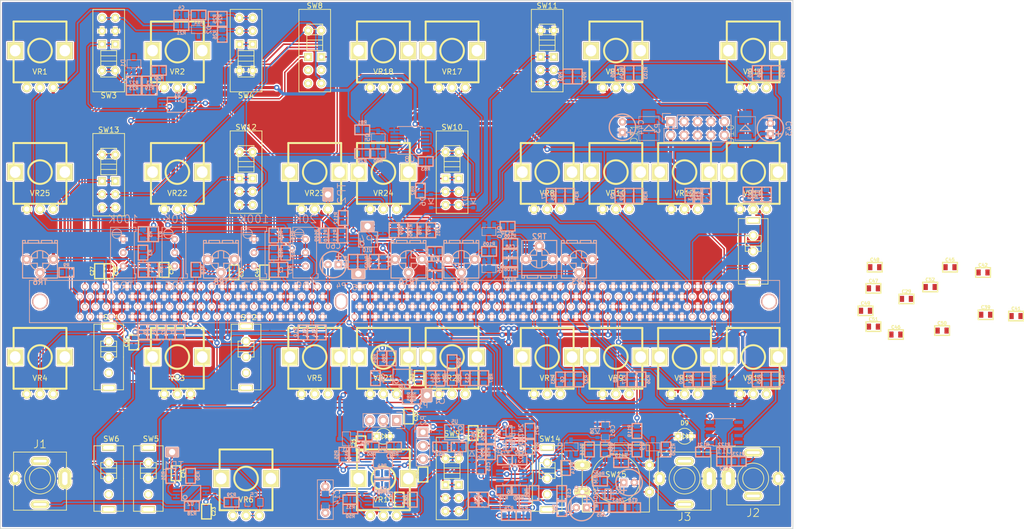
<source format=kicad_pcb>
(kicad_pcb (version 4) (host pcbnew "(2015-11-11 BZR 6310, Git 8f79b4f)-product")
  (layers (0 F.Cu signal) (31 B.Cu signal) (34 B.Paste user) (35 F.Paste user) (36 B.SilkS user) (37 F.SilkS user) (38 B.Mask user) (39 F.Mask user) (44 Edge.Cuts user))
  (net 0 "")
  (net 1 VCO1_SCALE)
  (net 2 VCO1_PITCH_CV)
  (net 3 "Net-(C3-Pad1)")
  (net 4 GND)
  (net 5 "Net-(C4-Pad1)")
  (net 6 "Net-(C5-Pad1)")
  (net 7 "Net-(C6-Pad1)")
  (net 8 "Net-(C7-Pad1)")
  (net 9 "Net-(C8-Pad1)")
  (net 10 "Net-(C9-Pad1)")
  (net 11 "Net-(C10-Pad1)")
  (net 12 "Net-(C11-Pad1)")
  (net 13 "Net-(C12-Pad1)")
  (net 14 "Net-(C13-Pad1)")
  (net 15 "Net-(C14-Pad1)")
  (net 16 "Net-(C14-Pad2)")
  (net 17 LFO_GATE)
  (net 18 "Net-(C15-Pad2)")
  (net 19 "Net-(C16-Pad2)")
  (net 20 "Net-(C17-Pad1)")
  (net 21 "Net-(C18-Pad1)")
  (net 22 "Net-(C18-Pad2)")
  (net 23 "Net-(C19-Pad1)")
  (net 24 NOISE)
  (net 25 "Net-(C20-Pad1)")
  (net 26 "Net-(C20-Pad2)")
  (net 27 "Net-(C21-Pad1)")
  (net 28 RANDOM)
  (net 29 VCF_OUT)
  (net 30 "Net-(C22-Pad2)")
  (net 31 +12V)
  (net 32 -12V)
  (net 33 "Net-(C53-Pad1)")
  (net 34 "Net-(C54-Pad1)")
  (net 35 VCO1_PWM_CV)
  (net 36 "Net-(C55-Pad1)")
  (net 37 "Net-(C56-Pad1)")
  (net 38 "Net-(C57-Pad1)")
  (net 39 "Net-(C57-Pad2)")
  (net 40 "Net-(C58-Pad1)")
  (net 41 "Net-(C59-Pad1)")
  (net 42 "Net-(C59-Pad2)")
  (net 43 VCF_IN)
  (net 44 EG1_GATE)
  (net 45 "Net-(D1-Pad3)")
  (net 46 "Net-(D1-Pad2)")
  (net 47 "Net-(D2-Pad3)")
  (net 48 "Net-(D2-Pad1)")
  (net 49 "Net-(D3-Pad2)")
  (net 50 "Net-(D4-Pad2)")
  (net 51 "Net-(D5-Pad1)")
  (net 52 "Net-(D5-Pad2)")
  (net 53 "Net-(D6-Pad1)")
  (net 54 "Net-(D6-Pad2)")
  (net 55 "Net-(D7-Pad1)")
  (net 56 "Net-(D9-Pad2)")
  (net 57 "Net-(J1-Pad3)")
  (net 58 "Net-(J1-Pad2)")
  (net 59 "Net-(J2-Pad3)")
  (net 60 "Net-(J2-Pad2)")
  (net 61 "Net-(J3-Pad3)")
  (net 62 "Net-(J3-Pad2)")
  (net 63 "Net-(P1-Pad1)")
  (net 64 LFO_TRI)
  (net 65 "Net-(P2-Pad1)")
  (net 66 LFO_PULSE)
  (net 67 "Net-(P2-Pad3)")
  (net 68 VCA_OUT)
  (net 69 VCA_IN)
  (net 70 EG1_DECAY_CV)
  (net 71 RES_CTRL)
  (net 72 VCF_CTRL)
  (net 73 EG1_ATTACK_CV)
  (net 74 EG2_RELEASE_CV)
  (net 75 EG2_INV_OUT)
  (net 76 EG1_ENV_OUT)
  (net 77 EG2_SUSTAIN_CV)
  (net 78 EG2_ATTACK_CV)
  (net 79 EG2_DECAY_CV)
  (net 80 EG2_ENV_OUT)
  (net 81 EG1_SUSTAIN_CV)
  (net 82 EG1_RELEASE_CV)
  (net 83 EG1_INV_OUT)
  (net 84 VCA_CTRL)
  (net 85 VCO1_TRI)
  (net 86 VCO2_TRI_SHAPE)
  (net 87 VCO1_SYNC_IN)
  (net 88 VCO2_SCALE)
  (net 89 VCO2_PITCH_CV)
  (net 90 VCO2_SYNC_IN)
  (net 91 VCO2_TRI)
  (net 92 VCO2_SAW)
  (net 93 VCO2_PULSE)
  (net 94 VCO1_TRI_SHAPE)
  (net 95 VCO1_SAW)
  (net 96 VCO1_PULSE)
  (net 97 "Net-(Q1-Pad1)")
  (net 98 "Net-(Q1-Pad2)")
  (net 99 "Net-(Q2-Pad1)")
  (net 100 "Net-(Q2-Pad6)")
  (net 101 "Net-(Q3-Pad1)")
  (net 102 "Net-(Q3-Pad3)")
  (net 103 "Net-(Q3-Pad6)")
  (net 104 "Net-(Q4-Pad1)")
  (net 105 "Net-(Q5-Pad3)")
  (net 106 "Net-(Q5-Pad1)")
  (net 107 "Net-(Q6-Pad1)")
  (net 108 "Net-(Q7-Pad3)")
  (net 109 "Net-(Q7-Pad1)")
  (net 110 "Net-(Q7-Pad2)")
  (net 111 "Net-(Q8-Pad3)")
  (net 112 "Net-(Q8-Pad1)")
  (net 113 "Net-(Q9-Pad1)")
  (net 114 "Net-(Q9-Pad2)")
  (net 115 EG2_ENV_MOD)
  (net 116 LFO_MOD)
  (net 117 "Net-(R3-Pad2)")
  (net 118 VCO1_GLIDE_CV)
  (net 119 MASTER_TUNE)
  (net 120 "Net-(R6-Pad2)")
  (net 121 VCO1_OCTAVE)
  (net 122 "Net-(R8-Pad2)")
  (net 123 "Net-(R9-Pad2)")
  (net 124 "Net-(R10-Pad2)")
  (net 125 "Net-(R11-Pad2)")
  (net 126 VCO2_OCTAVE)
  (net 127 "Net-(R13-Pad2)")
  (net 128 VCO2_GLIDE_CV)
  (net 129 VCO2_TUNE)
  (net 130 "Net-(R17-Pad2)")
  (net 131 "Net-(R18-Pad2)")
  (net 132 "Net-(R23-Pad1)")
  (net 133 "Net-(R24-Pad2)")
  (net 134 "Net-(R25-Pad2)")
  (net 135 "Net-(R29-Pad1)")
  (net 136 "Net-(R29-Pad2)")
  (net 137 "Net-(R30-Pad1)")
  (net 138 KEY_TRACK)
  (net 139 "Net-(R31-Pad2)")
  (net 140 "Net-(R33-Pad2)")
  (net 141 "Net-(R35-Pad2)")
  (net 142 "Net-(R37-Pad2)")
  (net 143 "Net-(R39-Pad2)")
  (net 144 "Net-(R41-Pad2)")
  (net 145 "Net-(R43-Pad2)")
  (net 146 "Net-(R45-Pad2)")
  (net 147 "Net-(R47-Pad2)")
  (net 148 "Net-(R48-Pad2)")
  (net 149 "Net-(R50-Pad2)")
  (net 150 "Net-(R51-Pad2)")
  (net 151 "Net-(R52-Pad2)")
  (net 152 "Net-(R54-Pad2)")
  (net 153 "Net-(R56-Pad1)")
  (net 154 "Net-(R60-Pad2)")
  (net 155 "Net-(R62-Pad2)")
  (net 156 "Net-(R74-Pad1)")
  (net 157 "Net-(R78-Pad1)")
  (net 158 "Net-(R82-Pad1)")
  (net 159 "Net-(R83-Pad1)")
  (net 160 "Net-(R84-Pad2)")
  (net 161 "Net-(R85-Pad1)")
  (net 162 LFO_OUT)
  (net 163 "Net-(R88-Pad2)")
  (net 164 "Net-(R89-Pad1)")
  (net 165 "Net-(R90-Pad2)")
  (net 166 "Net-(R91-Pad2)")
  (net 167 "Net-(R93-Pad1)")
  (net 168 "Net-(R96-Pad2)")
  (net 169 "Net-(R97-Pad2)")
  (net 170 "Net-(R98-Pad2)")
  (net 171 "Net-(R99-Pad2)")
  (net 172 "Net-(R100-Pad2)")
  (net 173 "Net-(R104-Pad2)")
  (net 174 "Net-(R105-Pad2)")
  (net 175 "Net-(R106-Pad2)")
  (net 176 "Net-(R107-Pad2)")
  (net 177 "Net-(R109-Pad1)")
  (net 178 "Net-(R110-Pad1)")
  (net 179 "Net-(R111-Pad1)")
  (net 180 "Net-(R112-Pad1)")
  (net 181 "Net-(R118-Pad1)")
  (net 182 "Net-(SW3-Pad3)")
  (net 183 "Net-(SW4-Pad3)")
  (net 184 EG2_OUT)
  (net 185 "Net-(SW8-Pad2)")
  (net 186 SUB_OSC)
  (net 187 "Net-(SW12-Pad3)")
  (net 188 "Net-(SW13-Pad3)")
  (net 189 "Net-(TR1-Pad1)")
  (net 190 "Net-(U8-Pad2)")
  (net 191 "Net-(U8-Pad12)")
  (net 192 "Net-(C62-Pad1)")
  (net 193 "Net-(C62-Pad2)")
  (net 194 "Net-(Q10-Pad1)")
  (module Buttons_Switches_ThroughHole:SW_PUSH-12mm (layer F.Cu) (at 161.5 130.5)
    (fp_text reference SW15 (at 0 -0.762) (layer F.SilkS))
    (fp_text value TACT_SWITCH hide)
    (pad 1 thru_hole oval (at 6.35 -2.54) (size 1.7272 1.7272) (drill 0.8128) (layers *.Cu *.Mask F.SilkS) (net 31 +12V))
    (pad 2 thru_hole oval (at 6.35 2.54) (size 1.7272 1.7272) (drill 0.8128) (layers *.Cu *.Mask F.SilkS) (net 181 "Net-(R118-Pad1)"))
    (pad 1 thru_hole oval (at -6.35 -2.54) (size 3.048 1.7272) (drill 0.8128) (layers *.Cu *.Mask F.SilkS) (net 31 +12V))
    (pad 2 thru_hole oval (at -6.35 2.54) (size 3.048 1.7272) (drill 0.8128) (layers *.Cu *.Mask F.SilkS) (net 181 "Net-(R118-Pad1)"))
  )
  (module MyModules:SM0603-C-JRL (layer B.Cu) (at 72 91 90)
    (fp_text reference C1 (at 0 1.4 90) (layer B.SilkS) (effects (font (size 0.6096 0.6096) (thickness 0.1524)) (justify mirror)))
    (fp_text value 10p hide)
    (pad 1 smd rect (at -0.8509 0 90) (size 0.8128 1.143) (layers B.Cu B.Paste B.Mask) (net 1 VCO1_SCALE))
    (pad 2 smd rect (at 0.8509 0 90) (size 0.8128 1.143) (layers B.Cu B.Paste B.Mask) (net 2 VCO1_PITCH_CV))
  )
  (module MyModules:SM0603-C-JRL (layer B.Cu) (at 96.75 91 90)
    (fp_text reference C2 (at 0 1.4 90) (layer B.SilkS) (effects (font (size 0.6096 0.6096) (thickness 0.1524)) (justify mirror)))
    (fp_text value 10p hide)
    (pad 1 smd rect (at -0.8509 0 90) (size 0.8128 1.143) (layers B.Cu B.Paste B.Mask) (net 88 VCO2_SCALE))
    (pad 2 smd rect (at 0.8509 0 90) (size 0.8128 1.143) (layers B.Cu B.Paste B.Mask) (net 89 VCO2_PITCH_CV))
  )
  (module MyModules:SM0603-C-JRL (layer B.Cu) (at 73.25 57 180)
    (fp_text reference C3 (at 0 1.4 180) (layer B.SilkS) (effects (font (size 0.6096 0.6096) (thickness 0.1524)) (justify mirror)))
    (fp_text value 0.1μ hide)
    (pad 1 smd rect (at -0.8509 0 180) (size 0.8128 1.143) (layers B.Cu B.Paste B.Mask) (net 3 "Net-(C3-Pad1)"))
    (pad 2 smd rect (at 0.8509 0 180) (size 0.8128 1.143) (layers B.Cu B.Paste B.Mask) (net 4 GND))
  )
  (module MyModules:SM0603-C-JRL (layer B.Cu) (at 79.25 42.75 180)
    (fp_text reference C4 (at 0 1.4 180) (layer B.SilkS) (effects (font (size 0.6096 0.6096) (thickness 0.1524)) (justify mirror)))
    (fp_text value 0.1μ hide)
    (pad 1 smd rect (at -0.8509 0 180) (size 0.8128 1.143) (layers B.Cu B.Paste B.Mask) (net 5 "Net-(C4-Pad1)"))
    (pad 2 smd rect (at 0.8509 0 180) (size 0.8128 1.143) (layers B.Cu B.Paste B.Mask) (net 4 GND))
  )
  (module MyModules:SM0805-HAND (layer B.Cu) (at 93 135 180)
    (fp_text reference C5 (at 0 1.397 180) (layer B.SilkS) (effects (font (size 0.8128 0.8128) (thickness 0.1524)) (justify mirror)))
    (fp_text value 470n hide)
    (pad 1 smd rect (at -1.0795 0 180) (size 1.143 1.397) (layers B.Cu B.Paste B.Mask) (net 6 "Net-(C5-Pad1)"))
    (pad 2 smd rect (at 1.0795 0 180) (size 1.143 1.397) (layers B.Cu B.Paste B.Mask) (net 4 GND))
  )
  (module MyModules:SM0603-C-JRL (layer B.Cu) (at 152.75 111.75 270)
    (fp_text reference C6 (at 0 1.4 270) (layer B.SilkS) (effects (font (size 0.6096 0.6096) (thickness 0.1524)) (justify mirror)))
    (fp_text value 0.1μ hide)
    (pad 1 smd rect (at -0.8509 0 270) (size 0.8128 1.143) (layers B.Cu B.Paste B.Mask) (net 7 "Net-(C6-Pad1)"))
    (pad 2 smd rect (at 0.8509 0 270) (size 0.8128 1.143) (layers B.Cu B.Paste B.Mask) (net 4 GND))
  )
  (module MyModules:SM0603-C-JRL (layer B.Cu) (at 149.25 77 270)
    (fp_text reference C7 (at 0 1.4 270) (layer B.SilkS) (effects (font (size 0.6096 0.6096) (thickness 0.1524)) (justify mirror)))
    (fp_text value 0.1μ hide)
    (pad 1 smd rect (at -0.8509 0 270) (size 0.8128 1.143) (layers B.Cu B.Paste B.Mask) (net 8 "Net-(C7-Pad1)"))
    (pad 2 smd rect (at 0.8509 0 270) (size 0.8128 1.143) (layers B.Cu B.Paste B.Mask) (net 4 GND))
  )
  (module MyModules:SM0603-C-JRL (layer B.Cu) (at 162.75 111.75 270)
    (fp_text reference C8 (at 0 1.4 270) (layer B.SilkS) (effects (font (size 0.6096 0.6096) (thickness 0.1524)) (justify mirror)))
    (fp_text value 0.1μ hide)
    (pad 1 smd rect (at -0.8509 0 270) (size 0.8128 1.143) (layers B.Cu B.Paste B.Mask) (net 9 "Net-(C8-Pad1)"))
    (pad 2 smd rect (at 0.8509 0 270) (size 0.8128 1.143) (layers B.Cu B.Paste B.Mask) (net 4 GND))
  )
  (module MyModules:SM0603-C-JRL (layer B.Cu) (at 162.25 77 270)
    (fp_text reference C9 (at 0 1.4 270) (layer B.SilkS) (effects (font (size 0.6096 0.6096) (thickness 0.1524)) (justify mirror)))
    (fp_text value 0.1μ hide)
    (pad 1 smd rect (at -0.8509 0 270) (size 0.8128 1.143) (layers B.Cu B.Paste B.Mask) (net 10 "Net-(C9-Pad1)"))
    (pad 2 smd rect (at 0.8509 0 270) (size 0.8128 1.143) (layers B.Cu B.Paste B.Mask) (net 4 GND))
  )
  (module MyModules:SM0603-C-JRL (layer B.Cu) (at 175.25 111.75 270)
    (fp_text reference C10 (at 0 1.4 270) (layer B.SilkS) (effects (font (size 0.6096 0.6096) (thickness 0.1524)) (justify mirror)))
    (fp_text value 0.1μ hide)
    (pad 1 smd rect (at -0.8509 0 270) (size 0.8128 1.143) (layers B.Cu B.Paste B.Mask) (net 11 "Net-(C10-Pad1)"))
    (pad 2 smd rect (at 0.8509 0 270) (size 0.8128 1.143) (layers B.Cu B.Paste B.Mask) (net 4 GND))
  )
  (module MyModules:SM0603-C-JRL (layer B.Cu) (at 178.5 77 270)
    (fp_text reference C11 (at 0 1.4 270) (layer B.SilkS) (effects (font (size 0.6096 0.6096) (thickness 0.1524)) (justify mirror)))
    (fp_text value 0.1μ hide)
    (pad 1 smd rect (at -0.8509 0 270) (size 0.8128 1.143) (layers B.Cu B.Paste B.Mask) (net 12 "Net-(C11-Pad1)"))
    (pad 2 smd rect (at 0.8509 0 270) (size 0.8128 1.143) (layers B.Cu B.Paste B.Mask) (net 4 GND))
  )
  (module MyModules:SM0603-C-JRL (layer B.Cu) (at 188.25 111.75 270)
    (fp_text reference C12 (at 0 1.4 270) (layer B.SilkS) (effects (font (size 0.6096 0.6096) (thickness 0.1524)) (justify mirror)))
    (fp_text value 0.1μ hide)
    (pad 1 smd rect (at -0.8509 0 270) (size 0.8128 1.143) (layers B.Cu B.Paste B.Mask) (net 13 "Net-(C12-Pad1)"))
    (pad 2 smd rect (at 0.8509 0 270) (size 0.8128 1.143) (layers B.Cu B.Paste B.Mask) (net 4 GND))
  )
  (module MyModules:SM0603-C-JRL (layer B.Cu) (at 188.25 76.75 270)
    (fp_text reference C13 (at 0 1.4 270) (layer B.SilkS) (effects (font (size 0.6096 0.6096) (thickness 0.1524)) (justify mirror)))
    (fp_text value 0.1μ hide)
    (pad 1 smd rect (at -0.8509 0 270) (size 0.8128 1.143) (layers B.Cu B.Paste B.Mask) (net 14 "Net-(C13-Pad1)"))
    (pad 2 smd rect (at 0.8509 0 270) (size 0.8128 1.143) (layers B.Cu B.Paste B.Mask) (net 4 GND))
  )
  (module MyModules:SM0603-C-JRL (layer B.Cu) (at 136 128.25 90)
    (fp_text reference C15 (at 0 1.4 90) (layer B.SilkS) (effects (font (size 0.6096 0.6096) (thickness 0.1524)) (justify mirror)))
    (fp_text value 1n hide)
    (pad 1 smd rect (at -0.8509 0 90) (size 0.8128 1.143) (layers B.Cu B.Paste B.Mask) (net 17 LFO_GATE))
    (pad 2 smd rect (at 0.8509 0 90) (size 0.8128 1.143) (layers B.Cu B.Paste B.Mask) (net 18 "Net-(C15-Pad2)"))
  )
  (module MyModules:SM0603-C-JRL (layer B.Cu) (at 164.75 136 180)
    (fp_text reference C16 (at 0 1.4 180) (layer B.SilkS) (effects (font (size 0.6096 0.6096) (thickness 0.1524)) (justify mirror)))
    (fp_text value 100n hide)
    (pad 1 smd rect (at -0.8509 0 180) (size 0.8128 1.143) (layers B.Cu B.Paste B.Mask) (net 4 GND))
    (pad 2 smd rect (at 0.8509 0 180) (size 0.8128 1.143) (layers B.Cu B.Paste B.Mask) (net 19 "Net-(C16-Pad2)"))
  )
  (module MyModules:2MM-POL-CAP (layer B.Cu) (at 164 131.25)
    (fp_text reference C17 (at 0 3.5) (layer B.SilkS) (effects (justify mirror)))
    (fp_text value 10μ hide)
    (pad 1 thru_hole rect (at -1 0) (size 1.4 1.4) (drill 0.7) (layers *.Cu *.Mask B.SilkS) (net 20 "Net-(C17-Pad1)"))
    (pad 2 thru_hole circle (at 1 0) (size 1.4 1.4) (drill 0.7) (layers *.Cu *.Mask B.SilkS) (net 4 GND))
  )
  (module MyModules:2MM-POL-CAP (layer B.Cu) (at 155 136 180)
    (fp_text reference C18 (at 0 3.5 180) (layer B.SilkS) (effects (justify mirror)))
    (fp_text value 10μ hide)
    (pad 1 thru_hole rect (at -1 0 180) (size 1.4 1.4) (drill 0.7) (layers *.Cu *.Mask B.SilkS) (net 21 "Net-(C18-Pad1)"))
    (pad 2 thru_hole circle (at 1 0 180) (size 1.4 1.4) (drill 0.7) (layers *.Cu *.Mask B.SilkS) (net 22 "Net-(C18-Pad2)"))
  )
  (module MyModules:SM0603-C-JRL (layer B.Cu) (at 151.25 133.25 90)
    (fp_text reference C19 (at 0 1.4 90) (layer B.SilkS) (effects (font (size 0.6096 0.6096) (thickness 0.1524)) (justify mirror)))
    (fp_text value 10p hide)
    (pad 1 smd rect (at -0.8509 0 90) (size 0.8128 1.143) (layers B.Cu B.Paste B.Mask) (net 23 "Net-(C19-Pad1)"))
    (pad 2 smd rect (at 0.8509 0 90) (size 0.8128 1.143) (layers B.Cu B.Paste B.Mask) (net 24 NOISE))
  )
  (module MyModules:SM0603-C-JRL (layer B.Cu) (at 143.25 127 180)
    (fp_text reference C20 (at 0 1.4 180) (layer B.SilkS) (effects (font (size 0.6096 0.6096) (thickness 0.1524)) (justify mirror)))
    (fp_text value 0.01μ hide)
    (pad 1 smd rect (at -0.8509 0 180) (size 0.8128 1.143) (layers B.Cu B.Paste B.Mask) (net 25 "Net-(C20-Pad1)"))
    (pad 2 smd rect (at 0.8509 0 180) (size 0.8128 1.143) (layers B.Cu B.Paste B.Mask) (net 26 "Net-(C20-Pad2)"))
  )
  (module MyModules:SM0603-C-JRL (layer B.Cu) (at 134.5 134.5 90)
    (fp_text reference C21 (at 0 1.4 90) (layer B.SilkS) (effects (font (size 0.6096 0.6096) (thickness 0.1524)) (justify mirror)))
    (fp_text value 1n hide)
    (pad 1 smd rect (at -0.8509 0 90) (size 0.8128 1.143) (layers B.Cu B.Paste B.Mask) (net 27 "Net-(C21-Pad1)"))
    (pad 2 smd rect (at 0.8509 0 90) (size 0.8128 1.143) (layers B.Cu B.Paste B.Mask) (net 28 RANDOM))
  )
  (module MyModules:SM0603-C-JRL (layer B.Cu) (at 127.25 92)
    (fp_text reference C22 (at 0 1.4) (layer B.SilkS) (effects (font (size 0.6096 0.6096) (thickness 0.1524)) (justify mirror)))
    (fp_text value 1μ hide)
    (pad 1 smd rect (at -0.8509 0) (size 0.8128 1.143) (layers B.Cu B.Paste B.Mask) (net 29 VCF_OUT))
    (pad 2 smd rect (at 0.8509 0) (size 0.8128 1.143) (layers B.Cu B.Paste B.Mask) (net 30 "Net-(C22-Pad2)"))
  )
  (module MyModules:SM0603-C-JRL (layer F.Cu) (at 84 136.75 270)
    (fp_text reference C23 (at 0 -1.4 270) (layer F.SilkS) (effects (font (size 0.6096 0.6096) (thickness 0.1524))))
    (fp_text value 100n hide)
    (pad 1 smd rect (at -0.8509 0 270) (size 0.8128 1.143) (layers F.Cu F.Paste F.Mask) (net 31 +12V))
    (pad 2 smd rect (at 0.8509 0 270) (size 0.8128 1.143) (layers F.Cu F.Paste F.Mask) (net 4 GND))
  )
  (module MyModules:SM0603-C-JRL (layer F.Cu) (at 78.25 129.5 270)
    (fp_text reference C24 (at 0 -1.4 270) (layer F.SilkS) (effects (font (size 0.6096 0.6096) (thickness 0.1524))))
    (fp_text value 100n hide)
    (pad 1 smd rect (at -0.8509 0 270) (size 0.8128 1.143) (layers F.Cu F.Paste F.Mask) (net 4 GND))
    (pad 2 smd rect (at 0.8509 0 270) (size 0.8128 1.143) (layers F.Cu F.Paste F.Mask) (net 32 -12V))
  )
  (module MyModules:SM0603-C-JRL (layer F.Cu) (at 113.25 123.8509 90)
    (fp_text reference C25 (at 0 -1.4 90) (layer F.SilkS) (effects (font (size 0.6096 0.6096) (thickness 0.1524))))
    (fp_text value 100n hide)
    (pad 1 smd rect (at -0.8509 0 90) (size 0.8128 1.143) (layers F.Cu F.Paste F.Mask) (net 31 +12V))
    (pad 2 smd rect (at 0.8509 0 90) (size 0.8128 1.143) (layers F.Cu F.Paste F.Mask) (net 4 GND))
  )
  (module MyModules:SM0603-C-JRL (layer F.Cu) (at 125 129.75 90)
    (fp_text reference C26 (at 0 -1.4 90) (layer F.SilkS) (effects (font (size 0.6096 0.6096) (thickness 0.1524))))
    (fp_text value 100n hide)
    (pad 1 smd rect (at -0.8509 0 90) (size 0.8128 1.143) (layers F.Cu F.Paste F.Mask) (net 4 GND))
    (pad 2 smd rect (at 0.8509 0 90) (size 0.8128 1.143) (layers F.Cu F.Paste F.Mask) (net 32 -12V))
  )
  (module MyModules:SM0603-C-JRL (layer F.Cu) (at 63.75 91.25 90)
    (fp_text reference C27 (at 0 -1.4 90) (layer F.SilkS) (effects (font (size 0.6096 0.6096) (thickness 0.1524))))
    (fp_text value 0.1µ hide)
    (pad 1 smd rect (at -0.8509 0 90) (size 0.8128 1.143) (layers F.Cu F.Paste F.Mask) (net 31 +12V))
    (pad 2 smd rect (at 0.8509 0 90) (size 0.8128 1.143) (layers F.Cu F.Paste F.Mask) (net 4 GND))
  )
  (module MyModules:SM0603-C-JRL (layer F.Cu) (at 65.5 91.25 270)
    (fp_text reference C28 (at 0 -1.4 270) (layer F.SilkS) (effects (font (size 0.6096 0.6096) (thickness 0.1524))))
    (fp_text value 0.1µ hide)
    (pad 1 smd rect (at -0.8509 0 270) (size 0.8128 1.143) (layers F.Cu F.Paste F.Mask) (net 4 GND))
    (pad 2 smd rect (at 0.8509 0 270) (size 0.8128 1.143) (layers F.Cu F.Paste F.Mask) (net 32 -12V))
  )
  (module MyModules:SM0603-C-JRL (layer F.Cu) (at 216.5 96.5)
    (fp_text reference C29 (at 0 -1.4) (layer F.SilkS) (effects (font (size 0.6096 0.6096) (thickness 0.1524))))
    (fp_text value 100n hide)
    (pad 1 smd rect (at -0.8509 0) (size 0.8128 1.143) (layers F.Cu F.Paste F.Mask) (net 31 +12V))
    (pad 2 smd rect (at 0.8509 0) (size 0.8128 1.143) (layers F.Cu F.Paste F.Mask) (net 4 GND))
  )
  (module MyModules:SM0603-C-JRL (layer F.Cu) (at 120.5 134.5 270)
    (fp_text reference C30 (at 0 -1.4 270) (layer F.SilkS) (effects (font (size 0.6096 0.6096) (thickness 0.1524))))
    (fp_text value 100n hide)
    (pad 1 smd rect (at -0.8509 0 270) (size 0.8128 1.143) (layers F.Cu F.Paste F.Mask) (net 4 GND))
    (pad 2 smd rect (at 0.8509 0 270) (size 0.8128 1.143) (layers F.Cu F.Paste F.Mask) (net 32 -12V))
  )
  (module MyModules:SM0603-C-JRL (layer B.Cu) (at 72 102.75 270)
    (fp_text reference C31 (at 0 1.4 270) (layer B.SilkS) (effects (font (size 0.6096 0.6096) (thickness 0.1524)) (justify mirror)))
    (fp_text value 0.1µ hide)
    (pad 1 smd rect (at -0.8509 0 270) (size 0.8128 1.143) (layers B.Cu B.Paste B.Mask) (net 31 +12V))
    (pad 2 smd rect (at 0.8509 0 270) (size 0.8128 1.143) (layers B.Cu B.Paste B.Mask) (net 4 GND))
  )
  (module MyModules:SM0603-C-JRL (layer F.Cu) (at 70.25 104.75 90)
    (fp_text reference C32 (at 0 -1.4 90) (layer F.SilkS) (effects (font (size 0.6096 0.6096) (thickness 0.1524))))
    (fp_text value 0.1µ hide)
    (pad 1 smd rect (at -0.8509 0 90) (size 0.8128 1.143) (layers F.Cu F.Paste F.Mask) (net 4 GND))
    (pad 2 smd rect (at 0.8509 0 90) (size 0.8128 1.143) (layers F.Cu F.Paste F.Mask) (net 32 -12V))
  )
  (module MyModules:SM0603-C-JRL (layer F.Cu) (at 124.25 111.5 90)
    (fp_text reference C33 (at 0 -1.4 90) (layer F.SilkS) (effects (font (size 0.6096 0.6096) (thickness 0.1524))))
    (fp_text value 100n hide)
    (pad 1 smd rect (at -0.8509 0 90) (size 0.8128 1.143) (layers F.Cu F.Paste F.Mask) (net 31 +12V))
    (pad 2 smd rect (at 0.8509 0 90) (size 0.8128 1.143) (layers F.Cu F.Paste F.Mask) (net 4 GND))
  )
  (module MyModules:SM0603-C-JRL (layer B.Cu) (at 116 111.5 90)
    (fp_text reference C34 (at 0 1.4 90) (layer B.SilkS) (effects (font (size 0.6096 0.6096) (thickness 0.1524)) (justify mirror)))
    (fp_text value 100n hide)
    (pad 1 smd rect (at -0.8509 0 90) (size 0.8128 1.143) (layers B.Cu B.Paste B.Mask) (net 4 GND))
    (pad 2 smd rect (at 0.8509 0 90) (size 0.8128 1.143) (layers B.Cu B.Paste B.Mask) (net 32 -12V))
  )
  (module MyModules:SM0603-C-JRL (layer F.Cu) (at 122.25 118.75 270)
    (fp_text reference C35 (at 0 -1.4 270) (layer F.SilkS) (effects (font (size 0.6096 0.6096) (thickness 0.1524))))
    (fp_text value 100n hide)
    (pad 1 smd rect (at -0.8509 0 270) (size 0.8128 1.143) (layers F.Cu F.Paste F.Mask) (net 31 +12V))
    (pad 2 smd rect (at 0.8509 0 270) (size 0.8128 1.143) (layers F.Cu F.Paste F.Mask) (net 4 GND))
  )
  (module MyModules:SM0603-C-JRL (layer F.Cu) (at 134.5 121.8991 270)
    (fp_text reference C36 (at 0 -1.4 270) (layer F.SilkS) (effects (font (size 0.6096 0.6096) (thickness 0.1524))))
    (fp_text value 100n hide)
    (pad 1 smd rect (at -0.8509 0 270) (size 0.8128 1.143) (layers F.Cu F.Paste F.Mask) (net 4 GND))
    (pad 2 smd rect (at 0.8509 0 270) (size 0.8128 1.143) (layers F.Cu F.Paste F.Mask) (net 32 -12V))
  )
  (module MyModules:SM0603-C-JRL (layer F.Cu) (at 89.25 91.5 270)
    (fp_text reference C37 (at 0 -1.4 270) (layer F.SilkS) (effects (font (size 0.6096 0.6096) (thickness 0.1524))))
    (fp_text value 0.1µ hide)
    (pad 1 smd rect (at -0.8509 0 270) (size 0.8128 1.143) (layers F.Cu F.Paste F.Mask) (net 31 +12V))
    (pad 2 smd rect (at 0.8509 0 270) (size 0.8128 1.143) (layers F.Cu F.Paste F.Mask) (net 4 GND))
  )
  (module MyModules:SM0603-C-JRL (layer F.Cu) (at 76 91 270)
    (fp_text reference C38 (at 0 -1.4 270) (layer F.SilkS) (effects (font (size 0.6096 0.6096) (thickness 0.1524))))
    (fp_text value 0.1µ hide)
    (pad 1 smd rect (at -0.8509 0 270) (size 0.8128 1.143) (layers F.Cu F.Paste F.Mask) (net 4 GND))
    (pad 2 smd rect (at 0.8509 0 270) (size 0.8128 1.143) (layers F.Cu F.Paste F.Mask) (net 32 -12V))
  )
  (module MyModules:SM0603-C-JRL (layer F.Cu) (at 231.5 99.5)
    (fp_text reference C39 (at 0 -1.4) (layer F.SilkS) (effects (font (size 0.6096 0.6096) (thickness 0.1524))))
    (fp_text value 0.1µ hide)
    (pad 1 smd rect (at -0.8509 0) (size 0.8128 1.143) (layers F.Cu F.Paste F.Mask) (net 31 +12V))
    (pad 2 smd rect (at 0.8509 0) (size 0.8128 1.143) (layers F.Cu F.Paste F.Mask) (net 4 GND))
  )
  (module MyModules:SM0603-C-JRL (layer F.Cu) (at 95 91.5 90)
    (fp_text reference C40 (at 0 -1.4 90) (layer F.SilkS) (effects (font (size 0.6096 0.6096) (thickness 0.1524))))
    (fp_text value 0.1µ hide)
    (pad 1 smd rect (at -0.8509 0 90) (size 0.8128 1.143) (layers F.Cu F.Paste F.Mask) (net 4 GND))
    (pad 2 smd rect (at 0.8509 0 90) (size 0.8128 1.143) (layers F.Cu F.Paste F.Mask) (net 32 -12V))
  )
  (module MyModules:SM0603-C-JRL (layer F.Cu) (at 237.25 99.75)
    (fp_text reference C41 (at 0 -1.4) (layer F.SilkS) (effects (font (size 0.6096 0.6096) (thickness 0.1524))))
    (fp_text value 0.1µ hide)
    (pad 1 smd rect (at -0.8509 0) (size 0.8128 1.143) (layers F.Cu F.Paste F.Mask) (net 31 +12V))
    (pad 2 smd rect (at 0.8509 0) (size 0.8128 1.143) (layers F.Cu F.Paste F.Mask) (net 4 GND))
  )
  (module MyModules:SM0603-C-JRL (layer F.Cu) (at 231 91.5)
    (fp_text reference C42 (at 0 -1.4) (layer F.SilkS) (effects (font (size 0.6096 0.6096) (thickness 0.1524))))
    (fp_text value 0.1µ hide)
    (pad 1 smd rect (at -0.8509 0) (size 0.8128 1.143) (layers F.Cu F.Paste F.Mask) (net 4 GND))
    (pad 2 smd rect (at 0.8509 0) (size 0.8128 1.143) (layers F.Cu F.Paste F.Mask) (net 32 -12V))
  )
  (module MyModules:2MM-POL-CAP (layer B.Cu) (at 190.75 64.25 90)
    (fp_text reference C43 (at 0 3.5 90) (layer B.SilkS) (effects (justify mirror)))
    (fp_text value 10μF hide)
    (pad 1 thru_hole rect (at -1 0 90) (size 1.4 1.4) (drill 0.7) (layers *.Cu *.Mask B.SilkS) (net 31 +12V))
    (pad 2 thru_hole circle (at 1 0 90) (size 1.4 1.4) (drill 0.7) (layers *.Cu *.Mask B.SilkS) (net 4 GND))
  )
  (module MyModules:2MM-POL-CAP (layer B.Cu) (at 162.75 64 90)
    (fp_text reference C44 (at 0 3.5 90) (layer B.SilkS) (effects (justify mirror)))
    (fp_text value 10μF hide)
    (pad 1 thru_hole rect (at -1 0 90) (size 1.4 1.4) (drill 0.7) (layers *.Cu *.Mask B.SilkS) (net 4 GND))
    (pad 2 thru_hole circle (at 1 0 90) (size 1.4 1.4) (drill 0.7) (layers *.Cu *.Mask B.SilkS) (net 32 -12V))
  )
  (module MyModules:SM0603-C-JRL (layer F.Cu) (at 224.75 90.5)
    (fp_text reference C45 (at 0 -1.4) (layer F.SilkS) (effects (font (size 0.6096 0.6096) (thickness 0.1524))))
    (fp_text value 0.1µ hide)
    (pad 1 smd rect (at -0.8509 0) (size 0.8128 1.143) (layers F.Cu F.Paste F.Mask) (net 31 +12V))
    (pad 2 smd rect (at 0.8509 0) (size 0.8128 1.143) (layers F.Cu F.Paste F.Mask) (net 4 GND))
  )
  (module MyModules:SM0603-C-JRL (layer F.Cu) (at 214.5 103.25)
    (fp_text reference C46 (at 0 -1.4) (layer F.SilkS) (effects (font (size 0.6096 0.6096) (thickness 0.1524))))
    (fp_text value 0.1µ hide)
    (pad 1 smd rect (at -0.8509 0) (size 0.8128 1.143) (layers F.Cu F.Paste F.Mask) (net 4 GND))
    (pad 2 smd rect (at 0.8509 0) (size 0.8128 1.143) (layers F.Cu F.Paste F.Mask) (net 32 -12V))
  )
  (module MyModules:SM0603-C-JRL (layer F.Cu) (at 210.25 94.5)
    (fp_text reference C47 (at 0 -1.4) (layer F.SilkS) (effects (font (size 0.6096 0.6096) (thickness 0.1524))))
    (fp_text value 0.1µ hide)
    (pad 1 smd rect (at -0.8509 0) (size 0.8128 1.143) (layers F.Cu F.Paste F.Mask) (net 31 +12V))
    (pad 2 smd rect (at 0.8509 0) (size 0.8128 1.143) (layers F.Cu F.Paste F.Mask) (net 4 GND))
  )
  (module MyModules:SM0603-C-JRL (layer F.Cu) (at 210.5 90.5)
    (fp_text reference C48 (at 0 -1.4) (layer F.SilkS) (effects (font (size 0.6096 0.6096) (thickness 0.1524))))
    (fp_text value 0.1µ hide)
    (pad 1 smd rect (at -0.8509 0) (size 0.8128 1.143) (layers F.Cu F.Paste F.Mask) (net 4 GND))
    (pad 2 smd rect (at 0.8509 0) (size 0.8128 1.143) (layers F.Cu F.Paste F.Mask) (net 32 -12V))
  )
  (module MyModules:SM0603-C-JRL (layer F.Cu) (at 208.75 98.75)
    (fp_text reference C49 (at 0 -1.4) (layer F.SilkS) (effects (font (size 0.6096 0.6096) (thickness 0.1524))))
    (fp_text value 0.1µ hide)
    (pad 1 smd rect (at -0.8509 0) (size 0.8128 1.143) (layers F.Cu F.Paste F.Mask) (net 31 +12V))
    (pad 2 smd rect (at 0.8509 0) (size 0.8128 1.143) (layers F.Cu F.Paste F.Mask) (net 4 GND))
  )
  (module MyModules:SM0603-C-JRL (layer F.Cu) (at 223.25 102.5)
    (fp_text reference C50 (at 0 -1.4) (layer F.SilkS) (effects (font (size 0.6096 0.6096) (thickness 0.1524))))
    (fp_text value 0.1µ hide)
    (pad 1 smd rect (at -0.8509 0) (size 0.8128 1.143) (layers F.Cu F.Paste F.Mask) (net 4 GND))
    (pad 2 smd rect (at 0.8509 0) (size 0.8128 1.143) (layers F.Cu F.Paste F.Mask) (net 32 -12V))
  )
  (module MyModules:SM0603-C-JRL (layer F.Cu) (at 210.25 101.75)
    (fp_text reference C51 (at 0 -1.4) (layer F.SilkS) (effects (font (size 0.6096 0.6096) (thickness 0.1524))))
    (fp_text value 0.1µ hide)
    (pad 1 smd rect (at -0.8509 0) (size 0.8128 1.143) (layers F.Cu F.Paste F.Mask) (net 31 +12V))
    (pad 2 smd rect (at 0.8509 0) (size 0.8128 1.143) (layers F.Cu F.Paste F.Mask) (net 4 GND))
  )
  (module MyModules:SM0603-C-JRL (layer F.Cu) (at 221 94.25)
    (fp_text reference C52 (at 0 -1.4) (layer F.SilkS) (effects (font (size 0.6096 0.6096) (thickness 0.1524))))
    (fp_text value 0.1µ hide)
    (pad 1 smd rect (at -0.8509 0) (size 0.8128 1.143) (layers F.Cu F.Paste F.Mask) (net 4 GND))
    (pad 2 smd rect (at 0.8509 0) (size 0.8128 1.143) (layers F.Cu F.Paste F.Mask) (net 32 -12V))
  )
  (module MyModules:SM0603-C-JRL (layer B.Cu) (at 134.75 111.5 270)
    (fp_text reference C53 (at 0 1.4 270) (layer B.SilkS) (effects (font (size 0.6096 0.6096) (thickness 0.1524)) (justify mirror)))
    (fp_text value 0.1μ hide)
    (pad 1 smd rect (at -0.8509 0 270) (size 0.8128 1.143) (layers B.Cu B.Paste B.Mask) (net 33 "Net-(C53-Pad1)"))
    (pad 2 smd rect (at 0.8509 0 270) (size 0.8128 1.143) (layers B.Cu B.Paste B.Mask) (net 4 GND))
  )
  (module MyModules:SM0603-C-JRL (layer B.Cu) (at 128.25 111.5 270)
    (fp_text reference C54 (at 0 1.4 270) (layer B.SilkS) (effects (font (size 0.6096 0.6096) (thickness 0.1524)) (justify mirror)))
    (fp_text value 10p hide)
    (pad 1 smd rect (at -0.8509 0 270) (size 0.8128 1.143) (layers B.Cu B.Paste B.Mask) (net 34 "Net-(C54-Pad1)"))
    (pad 2 smd rect (at 0.8509 0 270) (size 0.8128 1.143) (layers B.Cu B.Paste B.Mask) (net 35 VCO1_PWM_CV))
  )
  (module MyModules:SM0603-C-JRL (layer B.Cu) (at 188.25 53.75 270)
    (fp_text reference C55 (at 0 1.4 270) (layer B.SilkS) (effects (font (size 0.6096 0.6096) (thickness 0.1524)) (justify mirror)))
    (fp_text value 0.1μ hide)
    (pad 1 smd rect (at -0.8509 0 270) (size 0.8128 1.143) (layers B.Cu B.Paste B.Mask) (net 36 "Net-(C55-Pad1)"))
    (pad 2 smd rect (at 0.8509 0 270) (size 0.8128 1.143) (layers B.Cu B.Paste B.Mask) (net 4 GND))
  )
  (module MyModules:SM0603-C-JRL (layer B.Cu) (at 162.25 53.75 270)
    (fp_text reference C56 (at 0 1.4 270) (layer B.SilkS) (effects (font (size 0.6096 0.6096) (thickness 0.1524)) (justify mirror)))
    (fp_text value 0.1μ hide)
    (pad 1 smd rect (at -0.8509 0 270) (size 0.8128 1.143) (layers B.Cu B.Paste B.Mask) (net 37 "Net-(C56-Pad1)"))
    (pad 2 smd rect (at 0.8509 0 270) (size 0.8128 1.143) (layers B.Cu B.Paste B.Mask) (net 4 GND))
  )
  (module MyModules:SM0603-C-JRL (layer B.Cu) (at 117.5 89.5 90)
    (fp_text reference C57 (at 0 1.4 90) (layer B.SilkS) (effects (font (size 0.6096 0.6096) (thickness 0.1524)) (justify mirror)))
    (fp_text value 10p hide)
    (pad 1 smd rect (at -0.8509 0 90) (size 0.8128 1.143) (layers B.Cu B.Paste B.Mask) (net 38 "Net-(C57-Pad1)"))
    (pad 2 smd rect (at 0.8509 0 90) (size 0.8128 1.143) (layers B.Cu B.Paste B.Mask) (net 39 "Net-(C57-Pad2)"))
  )
  (module MyModules:SM0603-C-JRL (layer B.Cu) (at 141.5 88 180)
    (fp_text reference C58 (at 0 1.4 180) (layer B.SilkS) (effects (font (size 0.6096 0.6096) (thickness 0.1524)) (justify mirror)))
    (fp_text value 100n hide)
    (pad 1 smd rect (at -0.8509 0 180) (size 0.8128 1.143) (layers B.Cu B.Paste B.Mask) (net 40 "Net-(C58-Pad1)"))
    (pad 2 smd rect (at 0.8509 0 180) (size 0.8128 1.143) (layers B.Cu B.Paste B.Mask) (net 4 GND))
  )
  (module MyModules:SM0603-C-JRL (layer B.Cu) (at 113.5 89.5 90)
    (fp_text reference C59 (at 0 1.4 90) (layer B.SilkS) (effects (font (size 0.6096 0.6096) (thickness 0.1524)) (justify mirror)))
    (fp_text value 10p hide)
    (pad 1 smd rect (at -0.8509 0 90) (size 0.8128 1.143) (layers B.Cu B.Paste B.Mask) (net 41 "Net-(C59-Pad1)"))
    (pad 2 smd rect (at 0.8509 0 90) (size 0.8128 1.143) (layers B.Cu B.Paste B.Mask) (net 42 "Net-(C59-Pad2)"))
  )
  (module MyModules:SM0805-HAND (layer B.Cu) (at 159.5 121.5 90)
    (fp_text reference C61 (at 0 1.397 90) (layer B.SilkS) (effects (font (size 0.8128 0.8128) (thickness 0.1524)) (justify mirror)))
    (fp_text value 220n hide)
    (pad 1 smd rect (at -1.0795 0 90) (size 1.143 1.397) (layers B.Cu B.Paste B.Mask) (net 44 EG1_GATE))
    (pad 2 smd rect (at 1.0795 0 90) (size 1.143 1.397) (layers B.Cu B.Paste B.Mask) (net 4 GND))
  )
  (module MyModules:SOT23-JRL (layer B.Cu) (at 70.25 52 180)
    (fp_text reference D1 (at 1.99898 0.09906 450) (layer B.SilkS) (effects (font (size 0.8128 0.8128) (thickness 0.1524)) (justify mirror)))
    (fp_text value LM4040-3.0 hide)
    (pad 3 smd rect (at 0 1.27 180) (size 0.70104 1.00076) (layers B.Cu B.Paste B.Mask) (net 45 "Net-(D1-Pad3)"))
    (pad 1 smd rect (at 0.9525 -1.27 180) (size 0.70104 1.00076) (layers B.Cu B.Paste B.Mask) (net 4 GND))
    (pad 2 smd rect (at -0.9525 -1.27 180) (size 0.70104 1.00076) (layers B.Cu B.Paste B.Mask) (net 46 "Net-(D1-Pad2)"))
  )
  (module MyModules:SOT23-JRL (layer B.Cu) (at 82.5 45.5)
    (fp_text reference D2 (at 1.99898 0.09906 270) (layer B.SilkS) (effects (font (size 0.8128 0.8128) (thickness 0.1524)) (justify mirror)))
    (fp_text value LM4040-3.0 hide)
    (pad 3 smd rect (at 0 1.27) (size 0.70104 1.00076) (layers B.Cu B.Paste B.Mask) (net 47 "Net-(D2-Pad3)"))
    (pad 1 smd rect (at 0.9525 -1.27) (size 0.70104 1.00076) (layers B.Cu B.Paste B.Mask) (net 48 "Net-(D2-Pad1)"))
    (pad 2 smd rect (at -0.9525 -1.27) (size 0.70104 1.00076) (layers B.Cu B.Paste B.Mask) (net 4 GND))
  )
  (module MyModules:SOD323-JRL (layer B.Cu) (at 134.25 125.75 90)
    (fp_text reference D3 (at 0 1.524 90) (layer B.SilkS) (effects (font (size 1.016 1.016) (thickness 0.1524)) (justify mirror)))
    (fp_text value 1N4148 hide)
    (pad 1 smd rect (at -1.2446 0 90) (size 0.6096 0.762) (layers B.Cu B.Paste B.Mask) (net 4 GND))
    (pad 2 smd rect (at 1.2446 0 90) (size 0.6096 0.762) (layers B.Cu B.Paste B.Mask) (net 49 "Net-(D3-Pad2)"))
  )
  (module MyModules:3MM-LED-C1A2 (layer F.Cu) (at 117.5 122.5)
    (fp_text reference D4 (at 0 -2.5) (layer F.SilkS) (effects (font (size 0.8128 0.8128))))
    (fp_text value LED hide)
    (pad 2 thru_hole rect (at -1.27 0) (size 1.2 1.2) (drill 0.65) (layers *.Cu *.Mask F.SilkS) (net 50 "Net-(D4-Pad2)"))
    (pad 1 thru_hole circle (at 1.27 0) (size 1.2 1.2) (drill 0.65) (layers *.Cu *.Mask F.SilkS) (net 4 GND))
  )
  (module MyModules:SOD323-JRL (layer B.Cu) (at 143.5 122.75 270)
    (fp_text reference D5 (at 0 1.524 270) (layer B.SilkS) (effects (font (size 1.016 1.016) (thickness 0.1524)) (justify mirror)))
    (fp_text value 1N4148 hide)
    (pad 1 smd rect (at -1.2446 0 270) (size 0.6096 0.762) (layers B.Cu B.Paste B.Mask) (net 51 "Net-(D5-Pad1)"))
    (pad 2 smd rect (at 1.2446 0 270) (size 0.6096 0.762) (layers B.Cu B.Paste B.Mask) (net 52 "Net-(D5-Pad2)"))
  )
  (module MyModules:SOD323-JRL (layer B.Cu) (at 126.5 78 270)
    (fp_text reference D6 (at 0 1.524 270) (layer B.SilkS) (effects (font (size 1.016 1.016) (thickness 0.1524)) (justify mirror)))
    (fp_text value 1N4148 hide)
    (pad 1 smd rect (at -1.2446 0 270) (size 0.6096 0.762) (layers B.Cu B.Paste B.Mask) (net 53 "Net-(D6-Pad1)"))
    (pad 2 smd rect (at 1.2446 0 270) (size 0.6096 0.762) (layers B.Cu B.Paste B.Mask) (net 54 "Net-(D6-Pad2)"))
  )
  (module MyModules:SOD323-JRL (layer B.Cu) (at 134.5 78 270)
    (fp_text reference D7 (at 0 1.524 270) (layer B.SilkS) (effects (font (size 1.016 1.016) (thickness 0.1524)) (justify mirror)))
    (fp_text value 1N4148 hide)
    (pad 1 smd rect (at -1.2446 0 270) (size 0.6096 0.762) (layers B.Cu B.Paste B.Mask) (net 55 "Net-(D7-Pad1)"))
    (pad 2 smd rect (at 1.2446 0 270) (size 0.6096 0.762) (layers B.Cu B.Paste B.Mask) (net 54 "Net-(D6-Pad2)"))
  )
  (module MyModules:SOD323-JRL (layer B.Cu) (at 158 121.5 270)
    (fp_text reference D8 (at 0 1 270) (layer B.SilkS) (effects (font (size 0.6096 0.6096) (thickness 0.1524)) (justify mirror)))
    (fp_text value 1N4148 hide)
    (pad 1 smd rect (at -1.2446 0 270) (size 0.6096 0.762) (layers B.Cu B.Paste B.Mask) (net 4 GND))
    (pad 2 smd rect (at 1.2446 0 270) (size 0.6096 0.762) (layers B.Cu B.Paste B.Mask) (net 44 EG1_GATE))
  )
  (module MyModules:3MM-LED-C1A2 (layer F.Cu) (at 174.5 122.5)
    (fp_text reference D9 (at 0 -2.5) (layer F.SilkS) (effects (font (size 0.8128 0.8128))))
    (fp_text value LED hide)
    (pad 2 thru_hole rect (at -1.27 0) (size 1.2 1.2) (drill 0.65) (layers *.Cu *.Mask F.SilkS) (net 56 "Net-(D9-Pad2)"))
    (pad 1 thru_hole circle (at 1.27 0) (size 1.2 1.2) (drill 0.65) (layers *.Cu *.Mask F.SilkS) (net 4 GND))
  )
  (module MyModules:PJ-301B-JACK-SLOTS (layer F.Cu) (at 52.5 130.5 180)
    (fp_text reference J1 (at 0 6.5 180) (layer F.SilkS) (effects (font (size 1.5 1.5))))
    (fp_text value JACK_MONO_SW hide)
    (pad 1 thru_hole oval (at -4.7 0 180) (size 2.5 4) (drill oval 1 2.5) (layers *.Cu *.Mask F.SilkS) (net 4 GND))
    (pad 1 thru_hole oval (at 4.7 0 180) (size 2 2.5) (drill oval 1 1.5) (layers *.Cu *.Mask F.SilkS) (net 4 GND))
    (pad 3 thru_hole oval (at 0 -4.9 180) (size 3.5 1.5) (drill oval 2.5 0.5) (layers *.Cu *.Mask F.SilkS) (net 57 "Net-(J1-Pad3)"))
    (pad 2 thru_hole oval (at 0 3.3 180) (size 3.5 1.5) (drill oval 2.5 0.5) (layers *.Cu *.Mask F.SilkS) (net 58 "Net-(J1-Pad2)"))
  )
  (module MyModules:PJ-301B-JACK-SLOTS (layer F.Cu) (at 187.5 130.5)
    (fp_text reference J2 (at 0 6.5) (layer F.SilkS) (effects (font (size 1.5 1.5))))
    (fp_text value JACK_MONO_SW hide)
    (pad 1 thru_hole oval (at -4.7 0) (size 2.5 4) (drill oval 1 2.5) (layers *.Cu *.Mask F.SilkS) (net 4 GND))
    (pad 1 thru_hole oval (at 4.7 0) (size 2 2.5) (drill oval 1 1.5) (layers *.Cu *.Mask F.SilkS) (net 4 GND))
    (pad 3 thru_hole oval (at 0 -4.9) (size 3.5 1.5) (drill oval 2.5 0.5) (layers *.Cu *.Mask F.SilkS) (net 59 "Net-(J2-Pad3)"))
    (pad 2 thru_hole oval (at 0 3.3) (size 3.5 1.5) (drill oval 2.5 0.5) (layers *.Cu *.Mask F.SilkS) (net 60 "Net-(J2-Pad2)"))
  )
  (module MyModules:PJ-301B-JACK-SLOTS (layer F.Cu) (at 174.5 130.5 180)
    (fp_text reference J3 (at 0 -7.25 180) (layer F.SilkS) (effects (font (size 1.5 1.5))))
    (fp_text value JACK_MONO_SW hide)
    (pad 1 thru_hole oval (at -4.7 0 180) (size 2.5 4) (drill oval 1 2.5) (layers *.Cu *.Mask F.SilkS) (net 4 GND))
    (pad 1 thru_hole oval (at 4.7 0 180) (size 2 2.5) (drill oval 1 1.5) (layers *.Cu *.Mask F.SilkS) (net 4 GND))
    (pad 3 thru_hole oval (at 0 -4.9 180) (size 3.5 1.5) (drill oval 2.5 0.5) (layers *.Cu *.Mask F.SilkS) (net 61 "Net-(J3-Pad3)"))
    (pad 2 thru_hole oval (at 0 3.3 180) (size 3.5 1.5) (drill oval 2.5 0.5) (layers *.Cu *.Mask F.SilkS) (net 62 "Net-(J3-Pad2)"))
  )
  (module Pin_Headers:Pin_Header_Straight_1x03 (layer B.Cu) (at 125 121.75 180)
    (fp_text reference P1 (at 0 5.1 180) (layer B.SilkS) (effects (justify mirror)))
    (fp_text value CONN_01X03 hide)
    (pad 1 thru_hole rect (at 0 0 180) (size 2.032 1.7272) (drill 1.016) (layers *.Cu *.Mask B.SilkS) (net 63 "Net-(P1-Pad1)"))
    (pad 2 thru_hole oval (at 0 -2.54 180) (size 2.032 1.7272) (drill 1.016) (layers *.Cu *.Mask B.SilkS) (net 64 LFO_TRI))
    (pad 3 thru_hole oval (at 0 -5.08 180) (size 2.032 1.7272) (drill 1.016) (layers *.Cu *.Mask B.SilkS) (net 16 "Net-(C14-Pad2)"))
  )
  (module Pin_Headers:Pin_Header_Straight_1x03 (layer B.Cu) (at 120 119.5 90)
    (fp_text reference P2 (at 0 5.1 90) (layer B.SilkS) (effects (justify mirror)))
    (fp_text value CONN_01X03 hide)
    (pad 1 thru_hole rect (at 0 0 90) (size 2.032 1.7272) (drill 1.016) (layers *.Cu *.Mask B.SilkS) (net 65 "Net-(P2-Pad1)"))
    (pad 2 thru_hole oval (at 0 -2.54 90) (size 2.032 1.7272) (drill 1.016) (layers *.Cu *.Mask B.SilkS) (net 66 LFO_PULSE))
    (pad 3 thru_hole oval (at 0 -5.08 90) (size 2.032 1.7272) (drill 1.016) (layers *.Cu *.Mask B.SilkS) (net 67 "Net-(P2-Pad3)"))
  )
  (module Pin_Headers:Pin_Header_Straight_2x05 (layer B.Cu) (at 171.88 62.96 270)
    (fp_text reference P3 (at 1.25 2.5 450) (layer B.SilkS) (effects (justify mirror)))
    (fp_text value CONN_02X05 hide)
    (pad 1 thru_hole rect (at 0 0 270) (size 1.7272 1.7272) (drill 1.016) (layers *.Cu *.Mask B.SilkS) (net 32 -12V))
    (pad 2 thru_hole oval (at 2.54 0 270) (size 1.7272 1.7272) (drill 1.016) (layers *.Cu *.Mask B.SilkS) (net 32 -12V))
    (pad 3 thru_hole oval (at 0 -2.54 270) (size 1.7272 1.7272) (drill 1.016) (layers *.Cu *.Mask B.SilkS) (net 4 GND))
    (pad 4 thru_hole oval (at 2.54 -2.54 270) (size 1.7272 1.7272) (drill 1.016) (layers *.Cu *.Mask B.SilkS) (net 4 GND))
    (pad 5 thru_hole oval (at 0 -5.08 270) (size 1.7272 1.7272) (drill 1.016) (layers *.Cu *.Mask B.SilkS) (net 4 GND))
    (pad 6 thru_hole oval (at 2.54 -5.08 270) (size 1.7272 1.7272) (drill 1.016) (layers *.Cu *.Mask B.SilkS) (net 4 GND))
    (pad 7 thru_hole oval (at 0 -7.62 270) (size 1.7272 1.7272) (drill 1.016) (layers *.Cu *.Mask B.SilkS) (net 4 GND))
    (pad 8 thru_hole oval (at 2.54 -7.62 270) (size 1.7272 1.7272) (drill 1.016) (layers *.Cu *.Mask B.SilkS) (net 4 GND))
    (pad 9 thru_hole oval (at 0 -10.16 270) (size 1.7272 1.7272) (drill 1.016) (layers *.Cu *.Mask B.SilkS) (net 31 +12V))
    (pad 10 thru_hole oval (at 2.54 -10.16 270) (size 1.7272 1.7272) (drill 1.016) (layers *.Cu *.Mask B.SilkS) (net 31 +12V))
  )
  (module MyModules:DDR3-DIMM-240-FCI (layer B.Cu) (at 109.5 97)
    (fp_text reference P4 (at 0 -3) (layer B.SilkS) (effects (justify mirror)))
    (fp_text value DDR3-DIMM hide)
    (pad "" thru_hole oval (at 0 0) (size 2.35 3) (drill oval 1.8 2.45) (layers *.Cu *.Mask B.SilkS))
    (pad 49 thru_hole circle (at 2.5 -0.95) (size 1.1 1.1) (drill 0.7) (layers *.Cu *.Mask B.SilkS) (net 32 -12V))
    (pad 169 thru_hole circle (at 2.5 2.85) (size 1.1 1.1) (drill 0.7) (layers *.Cu *.Mask B.SilkS) (net 32 -12V))
    (pad 171 thru_hole circle (at 4.5 2.85) (size 1.1 1.1) (drill 0.7) (layers *.Cu *.Mask B.SilkS) (net 4 GND))
    (pad 173 thru_hole circle (at 6.5 2.85) (size 1.1 1.1) (drill 0.7) (layers *.Cu *.Mask B.SilkS) (net 4 GND))
    (pad 175 thru_hole circle (at 8.5 2.85) (size 1.1 1.1) (drill 0.7) (layers *.Cu *.Mask B.SilkS) (net 4 GND))
    (pad 177 thru_hole circle (at 10.5 2.85) (size 1.1 1.1) (drill 0.7) (layers *.Cu *.Mask B.SilkS) (net 4 GND))
    (pad 179 thru_hole circle (at 12.5 2.85) (size 1.1 1.1) (drill 0.7) (layers *.Cu *.Mask B.SilkS) (net 4 GND))
    (pad 51 thru_hole circle (at 4.5 -0.95) (size 1.1 1.1) (drill 0.7) (layers *.Cu *.Mask B.SilkS) (net 4 GND))
    (pad 53 thru_hole circle (at 6.5 -0.95) (size 1.1 1.1) (drill 0.7) (layers *.Cu *.Mask B.SilkS) (net 4 GND))
    (pad 55 thru_hole circle (at 8.5 -0.95) (size 1.1 1.1) (drill 0.7) (layers *.Cu *.Mask B.SilkS) (net 4 GND))
    (pad 57 thru_hole circle (at 10.5 -0.95) (size 1.1 1.1) (drill 0.7) (layers *.Cu *.Mask B.SilkS) (net 4 GND))
    (pad 59 thru_hole circle (at 12.5 -0.95) (size 1.1 1.1) (drill 0.7) (layers *.Cu *.Mask B.SilkS) (net 4 GND))
    (pad 181 thru_hole circle (at 14.5 2.85) (size 1.1 1.1) (drill 0.7) (layers *.Cu *.Mask B.SilkS) (net 4 GND))
    (pad 61 thru_hole circle (at 14.5 -0.95) (size 1.1 1.1) (drill 0.7) (layers *.Cu *.Mask B.SilkS) (net 4 GND))
    (pad 183 thru_hole circle (at 16.5 2.85) (size 1.1 1.1) (drill 0.7) (layers *.Cu *.Mask B.SilkS) (net 4 GND))
    (pad 63 thru_hole circle (at 16.5 -0.95) (size 1.1 1.1) (drill 0.7) (layers *.Cu *.Mask B.SilkS) (net 4 GND))
    (pad 185 thru_hole circle (at 18.5 2.85) (size 1.1 1.1) (drill 0.7) (layers *.Cu *.Mask B.SilkS) (net 68 VCA_OUT))
    (pad 65 thru_hole circle (at 18.5 -0.95) (size 1.1 1.1) (drill 0.7) (layers *.Cu *.Mask B.SilkS) (net 68 VCA_OUT))
    (pad 187 thru_hole circle (at 20.5 2.85) (size 1.1 1.1) (drill 0.7) (layers *.Cu *.Mask B.SilkS) (net 4 GND))
    (pad 67 thru_hole circle (at 20.5 -0.95) (size 1.1 1.1) (drill 0.7) (layers *.Cu *.Mask B.SilkS) (net 4 GND))
    (pad 189 thru_hole circle (at 22.5 2.85) (size 1.1 1.1) (drill 0.7) (layers *.Cu *.Mask B.SilkS) (net 69 VCA_IN))
    (pad 69 thru_hole circle (at 22.5 -0.95) (size 1.1 1.1) (drill 0.7) (layers *.Cu *.Mask B.SilkS) (net 69 VCA_IN))
    (pad 209 thru_hole circle (at 42.5 2.85) (size 1.1 1.1) (drill 0.7) (layers *.Cu *.Mask B.SilkS) (net 70 EG1_DECAY_CV))
    (pad 87 thru_hole circle (at 40.5 -0.95) (size 1.1 1.1) (drill 0.7) (layers *.Cu *.Mask B.SilkS) (net 4 GND))
    (pad 205 thru_hole circle (at 38.5 2.85) (size 1.1 1.1) (drill 0.7) (layers *.Cu *.Mask B.SilkS) (net 4 GND))
    (pad 85 thru_hole circle (at 38.5 -0.95) (size 1.1 1.1) (drill 0.7) (layers *.Cu *.Mask B.SilkS) (net 4 GND))
    (pad 207 thru_hole circle (at 40.5 2.85) (size 1.1 1.1) (drill 0.7) (layers *.Cu *.Mask B.SilkS) (net 4 GND))
    (pad 89 thru_hole circle (at 42.5 -0.95) (size 1.1 1.1) (drill 0.7) (layers *.Cu *.Mask B.SilkS) (net 70 EG1_DECAY_CV))
    (pad 191 thru_hole circle (at 24.5 2.85) (size 1.1 1.1) (drill 0.7) (layers *.Cu *.Mask B.SilkS) (net 4 GND))
    (pad 195 thru_hole circle (at 28.5 2.85) (size 1.1 1.1) (drill 0.7) (layers *.Cu *.Mask B.SilkS) (net 4 GND))
    (pad 71 thru_hole circle (at 24.5 -0.95) (size 1.1 1.1) (drill 0.7) (layers *.Cu *.Mask B.SilkS) (net 4 GND))
    (pad 73 thru_hole circle (at 26.5 -0.95) (size 1.1 1.1) (drill 0.7) (layers *.Cu *.Mask B.SilkS) (net 71 RES_CTRL))
    (pad 193 thru_hole circle (at 26.5 2.85) (size 1.1 1.1) (drill 0.7) (layers *.Cu *.Mask B.SilkS) (net 71 RES_CTRL))
    (pad 75 thru_hole circle (at 28.5 -0.95) (size 1.1 1.1) (drill 0.7) (layers *.Cu *.Mask B.SilkS) (net 4 GND))
    (pad 77 thru_hole circle (at 30.5 -0.95) (size 1.1 1.1) (drill 0.7) (layers *.Cu *.Mask B.SilkS) (net 72 VCF_CTRL))
    (pad 79 thru_hole circle (at 32.5 -0.95) (size 1.1 1.1) (drill 0.7) (layers *.Cu *.Mask B.SilkS) (net 4 GND))
    (pad 201 thru_hole circle (at 34.5 2.85) (size 1.1 1.1) (drill 0.7) (layers *.Cu *.Mask B.SilkS) (net 4 GND))
    (pad 203 thru_hole circle (at 36.5 2.85) (size 1.1 1.1) (drill 0.7) (layers *.Cu *.Mask B.SilkS) (net 73 EG1_ATTACK_CV))
    (pad 199 thru_hole circle (at 32.5 2.85) (size 1.1 1.1) (drill 0.7) (layers *.Cu *.Mask B.SilkS) (net 4 GND))
    (pad 197 thru_hole circle (at 30.5 2.85) (size 1.1 1.1) (drill 0.7) (layers *.Cu *.Mask B.SilkS) (net 72 VCF_CTRL))
    (pad 81 thru_hole circle (at 34.5 -0.95) (size 1.1 1.1) (drill 0.7) (layers *.Cu *.Mask B.SilkS) (net 4 GND))
    (pad 83 thru_hole circle (at 36.5 -0.95) (size 1.1 1.1) (drill 0.7) (layers *.Cu *.Mask B.SilkS) (net 73 EG1_ATTACK_CV))
    (pad 229 thru_hole circle (at 62.5 2.85) (size 1.1 1.1) (drill 0.7) (layers *.Cu *.Mask B.SilkS) (net 4 GND))
    (pad 227 thru_hole circle (at 60.5 2.85) (size 1.1 1.1) (drill 0.7) (layers *.Cu *.Mask B.SilkS) (net 4 GND))
    (pad 107 thru_hole circle (at 60.5 -0.95) (size 1.1 1.1) (drill 0.7) (layers *.Cu *.Mask B.SilkS) (net 4 GND))
    (pad 103 thru_hole circle (at 56.5 -0.95) (size 1.1 1.1) (drill 0.7) (layers *.Cu *.Mask B.SilkS) (net 4 GND))
    (pad 225 thru_hole circle (at 58.5 2.85) (size 1.1 1.1) (drill 0.7) (layers *.Cu *.Mask B.SilkS) (net 4 GND))
    (pad 105 thru_hole circle (at 58.5 -0.95) (size 1.1 1.1) (drill 0.7) (layers *.Cu *.Mask B.SilkS) (net 4 GND))
    (pad 223 thru_hole circle (at 56.5 2.85) (size 1.1 1.1) (drill 0.7) (layers *.Cu *.Mask B.SilkS) (net 4 GND))
    (pad 109 thru_hole circle (at 62.5 -0.95) (size 1.1 1.1) (drill 0.7) (layers *.Cu *.Mask B.SilkS) (net 4 GND))
    (pad 115 thru_hole circle (at 68.5 -0.95) (size 1.1 1.1) (drill 0.7) (layers *.Cu *.Mask B.SilkS) (net 74 EG2_RELEASE_CV))
    (pad 113 thru_hole circle (at 66.5 -0.95) (size 1.1 1.1) (drill 0.7) (layers *.Cu *.Mask B.SilkS) (net 75 EG2_INV_OUT))
    (pad 233 thru_hole circle (at 66.5 2.85) (size 1.1 1.1) (drill 0.7) (layers *.Cu *.Mask B.SilkS) (net 75 EG2_INV_OUT))
    (pad 111 thru_hole circle (at 64.5 -0.95) (size 1.1 1.1) (drill 0.7) (layers *.Cu *.Mask B.SilkS) (net 4 GND))
    (pad 235 thru_hole circle (at 68.5 2.85) (size 1.1 1.1) (drill 0.7) (layers *.Cu *.Mask B.SilkS) (net 74 EG2_RELEASE_CV))
    (pad 231 thru_hole circle (at 64.5 2.85) (size 1.1 1.1) (drill 0.7) (layers *.Cu *.Mask B.SilkS) (net 4 GND))
    (pad 237 thru_hole circle (at 70.5 2.85) (size 1.1 1.1) (drill 0.7) (layers *.Cu *.Mask B.SilkS) (net 31 +12V))
    (pad 117 thru_hole circle (at 70.5 -0.95) (size 1.1 1.1) (drill 0.7) (layers *.Cu *.Mask B.SilkS) (net 31 +12V))
    (pad 213 thru_hole circle (at 46.5 2.85) (size 1.1 1.1) (drill 0.7) (layers *.Cu *.Mask B.SilkS) (net 76 EG1_ENV_OUT))
    (pad 215 thru_hole circle (at 48.5 2.85) (size 1.1 1.1) (drill 0.7) (layers *.Cu *.Mask B.SilkS) (net 4 GND))
    (pad 91 thru_hole circle (at 44.5 -0.95) (size 1.1 1.1) (drill 0.7) (layers *.Cu *.Mask B.SilkS) (net 4 GND))
    (pad 211 thru_hole circle (at 44.5 2.85) (size 1.1 1.1) (drill 0.7) (layers *.Cu *.Mask B.SilkS) (net 4 GND))
    (pad 95 thru_hole circle (at 48.5 -0.95) (size 1.1 1.1) (drill 0.7) (layers *.Cu *.Mask B.SilkS) (net 4 GND))
    (pad 93 thru_hole circle (at 46.5 -0.95) (size 1.1 1.1) (drill 0.7) (layers *.Cu *.Mask B.SilkS) (net 76 EG1_ENV_OUT))
    (pad 219 thru_hole circle (at 52.5 2.85) (size 1.1 1.1) (drill 0.7) (layers *.Cu *.Mask B.SilkS) (net 44 EG1_GATE))
    (pad 101 thru_hole circle (at 54.5 -0.95) (size 1.1 1.1) (drill 0.7) (layers *.Cu *.Mask B.SilkS) (net 32 -12V))
    (pad 221 thru_hole circle (at 54.5 2.85) (size 1.1 1.1) (drill 0.7) (layers *.Cu *.Mask B.SilkS) (net 32 -12V))
    (pad 99 thru_hole circle (at 52.5 -0.95) (size 1.1 1.1) (drill 0.7) (layers *.Cu *.Mask B.SilkS) (net 44 EG1_GATE))
    (pad 97 thru_hole circle (at 50.5 -0.95) (size 1.1 1.1) (drill 0.7) (layers *.Cu *.Mask B.SilkS) (net 31 +12V))
    (pad 217 thru_hole circle (at 50.5 2.85) (size 1.1 1.1) (drill 0.7) (layers *.Cu *.Mask B.SilkS) (net 31 +12V))
    (pad 119 thru_hole circle (at 72.5 -0.95) (size 1.1 1.1) (drill 0.7) (layers *.Cu *.Mask B.SilkS) (net 77 EG2_SUSTAIN_CV))
    (pad 102 thru_hole circle (at 55.5 -2.85) (size 1.1 1.1) (drill 0.7) (layers *.Cu *.Mask B.SilkS) (net 4 GND))
    (pad 104 thru_hole circle (at 57.5 -2.85) (size 1.1 1.1) (drill 0.7) (layers *.Cu *.Mask B.SilkS) (net 4 GND))
    (pad 106 thru_hole circle (at 59.5 -2.85) (size 1.1 1.1) (drill 0.7) (layers *.Cu *.Mask B.SilkS) (net 78 EG2_ATTACK_CV))
    (pad 100 thru_hole circle (at 53.5 -2.85) (size 1.1 1.1) (drill 0.7) (layers *.Cu *.Mask B.SilkS) (net 4 GND))
    (pad 112 thru_hole circle (at 65.5 -2.85) (size 1.1 1.1) (drill 0.7) (layers *.Cu *.Mask B.SilkS) (net 79 EG2_DECAY_CV))
    (pad 108 thru_hole circle (at 61.5 -2.85) (size 1.1 1.1) (drill 0.7) (layers *.Cu *.Mask B.SilkS) (net 4 GND))
    (pad 110 thru_hole circle (at 63.5 -2.85) (size 1.1 1.1) (drill 0.7) (layers *.Cu *.Mask B.SilkS) (net 4 GND))
    (pad 118 thru_hole circle (at 71.5 -2.85) (size 1.1 1.1) (drill 0.7) (layers *.Cu *.Mask B.SilkS) (net 4 GND))
    (pad 116 thru_hole circle (at 69.5 -2.85) (size 1.1 1.1) (drill 0.7) (layers *.Cu *.Mask B.SilkS) (net 80 EG2_ENV_OUT))
    (pad 114 thru_hole circle (at 67.5 -2.85) (size 1.1 1.1) (drill 0.7) (layers *.Cu *.Mask B.SilkS) (net 4 GND))
    (pad 120 thru_hole circle (at 73.5 -2.85) (size 1.1 1.1) (drill 0.7) (layers *.Cu *.Mask B.SilkS) (net 44 EG1_GATE))
    (pad 96 thru_hole circle (at 49.5 -2.85) (size 1.1 1.1) (drill 0.7) (layers *.Cu *.Mask B.SilkS) (net 81 EG1_SUSTAIN_CV))
    (pad 92 thru_hole circle (at 45.5 -2.85) (size 1.1 1.1) (drill 0.7) (layers *.Cu *.Mask B.SilkS) (net 82 EG1_RELEASE_CV))
    (pad 94 thru_hole circle (at 47.5 -2.85) (size 1.1 1.1) (drill 0.7) (layers *.Cu *.Mask B.SilkS) (net 4 GND))
    (pad 98 thru_hole circle (at 51.5 -2.85) (size 1.1 1.1) (drill 0.7) (layers *.Cu *.Mask B.SilkS) (net 4 GND))
    (pad 66 thru_hole circle (at 19.5 -2.85) (size 1.1 1.1) (drill 0.7) (layers *.Cu *.Mask B.SilkS) (net 4 GND))
    (pad 64 thru_hole circle (at 17.5 -2.85) (size 1.1 1.1) (drill 0.7) (layers *.Cu *.Mask B.SilkS) (net 32 -12V))
    (pad 68 thru_hole circle (at 21.5 -2.85) (size 1.1 1.1) (drill 0.7) (layers *.Cu *.Mask B.SilkS) (net 4 GND))
    (pad 70 thru_hole circle (at 23.5 -2.85) (size 1.1 1.1) (drill 0.7) (layers *.Cu *.Mask B.SilkS) (net 4 GND))
    (pad 72 thru_hole circle (at 25.5 -2.85) (size 1.1 1.1) (drill 0.7) (layers *.Cu *.Mask B.SilkS) (net 31 +12V))
    (pad 86 thru_hole circle (at 39.5 -2.85) (size 1.1 1.1) (drill 0.7) (layers *.Cu *.Mask B.SilkS) (net 4 GND))
    (pad 88 thru_hole circle (at 41.5 -2.85) (size 1.1 1.1) (drill 0.7) (layers *.Cu *.Mask B.SilkS) (net 31 +12V))
    (pad 90 thru_hole circle (at 43.5 -2.85) (size 1.1 1.1) (drill 0.7) (layers *.Cu *.Mask B.SilkS) (net 83 EG1_INV_OUT))
    (pad 82 thru_hole circle (at 35.5 -2.85) (size 1.1 1.1) (drill 0.7) (layers *.Cu *.Mask B.SilkS) (net 4 GND))
    (pad 80 thru_hole circle (at 33.5 -2.85) (size 1.1 1.1) (drill 0.7) (layers *.Cu *.Mask B.SilkS) (net 4 GND))
    (pad 84 thru_hole circle (at 37.5 -2.85) (size 1.1 1.1) (drill 0.7) (layers *.Cu *.Mask B.SilkS) (net 4 GND))
    (pad 78 thru_hole circle (at 31.5 -2.85) (size 1.1 1.1) (drill 0.7) (layers *.Cu *.Mask B.SilkS) (net 4 GND))
    (pad 74 thru_hole circle (at 27.5 -2.85) (size 1.1 1.1) (drill 0.7) (layers *.Cu *.Mask B.SilkS) (net 84 VCA_CTRL))
    (pad 76 thru_hole circle (at 29.5 -2.85) (size 1.1 1.1) (drill 0.7) (layers *.Cu *.Mask B.SilkS) (net 32 -12V))
    (pad 50 thru_hole circle (at 3.5 -2.85) (size 1.1 1.1) (drill 0.7) (layers *.Cu *.Mask B.SilkS) (net 4 GND))
    (pad 58 thru_hole circle (at 11.5 -2.85) (size 1.1 1.1) (drill 0.7) (layers *.Cu *.Mask B.SilkS) (net 29 VCF_OUT))
    (pad 60 thru_hole circle (at 13.5 -2.85) (size 1.1 1.1) (drill 0.7) (layers *.Cu *.Mask B.SilkS) (net 4 GND))
    (pad 56 thru_hole circle (at 9.5 -2.85) (size 1.1 1.1) (drill 0.7) (layers *.Cu *.Mask B.SilkS) (net 4 GND))
    (pad 62 thru_hole circle (at 15.5 -2.85) (size 1.1 1.1) (drill 0.7) (layers *.Cu *.Mask B.SilkS) (net 4 GND))
    (pad 52 thru_hole circle (at 5.5 -2.85) (size 1.1 1.1) (drill 0.7) (layers *.Cu *.Mask B.SilkS) (net 31 +12V))
    (pad 54 thru_hole circle (at 7.5 -2.85) (size 1.1 1.1) (drill 0.7) (layers *.Cu *.Mask B.SilkS) (net 4 GND))
    (pad 239 thru_hole circle (at 72.5 2.85) (size 1.1 1.1) (drill 0.7) (layers *.Cu *.Mask B.SilkS) (net 77 EG2_SUSTAIN_CV))
    (pad 178 thru_hole circle (at 11.5 0.95) (size 1.1 1.1) (drill 0.7) (layers *.Cu *.Mask B.SilkS) (net 29 VCF_OUT))
    (pad 170 thru_hole circle (at 3.5 0.95) (size 1.1 1.1) (drill 0.7) (layers *.Cu *.Mask B.SilkS) (net 4 GND))
    (pad 172 thru_hole circle (at 5.5 0.95) (size 1.1 1.1) (drill 0.7) (layers *.Cu *.Mask B.SilkS) (net 31 +12V))
    (pad 174 thru_hole circle (at 7.5 0.95) (size 1.1 1.1) (drill 0.7) (layers *.Cu *.Mask B.SilkS) (net 4 GND))
    (pad 176 thru_hole circle (at 9.5 0.95) (size 1.1 1.1) (drill 0.7) (layers *.Cu *.Mask B.SilkS) (net 4 GND))
    (pad 180 thru_hole circle (at 13.5 0.95) (size 1.1 1.1) (drill 0.7) (layers *.Cu *.Mask B.SilkS) (net 4 GND))
    (pad 182 thru_hole circle (at 15.5 0.95) (size 1.1 1.1) (drill 0.7) (layers *.Cu *.Mask B.SilkS) (net 4 GND))
    (pad 184 thru_hole circle (at 17.5 0.95) (size 1.1 1.1) (drill 0.7) (layers *.Cu *.Mask B.SilkS) (net 32 -12V))
    (pad 186 thru_hole circle (at 19.5 0.95) (size 1.1 1.1) (drill 0.7) (layers *.Cu *.Mask B.SilkS) (net 4 GND))
    (pad 188 thru_hole circle (at 21.5 0.95) (size 1.1 1.1) (drill 0.7) (layers *.Cu *.Mask B.SilkS) (net 4 GND))
    (pad 190 thru_hole circle (at 23.5 0.95) (size 1.1 1.1) (drill 0.7) (layers *.Cu *.Mask B.SilkS) (net 4 GND))
    (pad 194 thru_hole circle (at 27.5 0.95) (size 1.1 1.1) (drill 0.7) (layers *.Cu *.Mask B.SilkS) (net 84 VCA_CTRL))
    (pad 192 thru_hole circle (at 25.5 0.95) (size 1.1 1.1) (drill 0.7) (layers *.Cu *.Mask B.SilkS) (net 31 +12V))
    (pad 204 thru_hole circle (at 37.5 0.95) (size 1.1 1.1) (drill 0.7) (layers *.Cu *.Mask B.SilkS) (net 4 GND))
    (pad 206 thru_hole circle (at 39.5 0.95) (size 1.1 1.1) (drill 0.7) (layers *.Cu *.Mask B.SilkS) (net 4 GND))
    (pad 196 thru_hole circle (at 29.5 0.95) (size 1.1 1.1) (drill 0.7) (layers *.Cu *.Mask B.SilkS) (net 32 -12V))
    (pad 200 thru_hole circle (at 33.5 0.95) (size 1.1 1.1) (drill 0.7) (layers *.Cu *.Mask B.SilkS) (net 4 GND))
    (pad 202 thru_hole circle (at 35.5 0.95) (size 1.1 1.1) (drill 0.7) (layers *.Cu *.Mask B.SilkS) (net 4 GND))
    (pad 198 thru_hole circle (at 31.5 0.95) (size 1.1 1.1) (drill 0.7) (layers *.Cu *.Mask B.SilkS) (net 4 GND))
    (pad 208 thru_hole circle (at 41.5 0.95) (size 1.1 1.1) (drill 0.7) (layers *.Cu *.Mask B.SilkS) (net 31 +12V))
    (pad 214 thru_hole circle (at 47.5 0.95) (size 1.1 1.1) (drill 0.7) (layers *.Cu *.Mask B.SilkS) (net 4 GND))
    (pad 216 thru_hole circle (at 49.5 0.95) (size 1.1 1.1) (drill 0.7) (layers *.Cu *.Mask B.SilkS) (net 81 EG1_SUSTAIN_CV))
    (pad 210 thru_hole circle (at 43.5 0.95) (size 1.1 1.1) (drill 0.7) (layers *.Cu *.Mask B.SilkS) (net 83 EG1_INV_OUT))
    (pad 212 thru_hole circle (at 45.5 0.95) (size 1.1 1.1) (drill 0.7) (layers *.Cu *.Mask B.SilkS) (net 82 EG1_RELEASE_CV))
    (pad 230 thru_hole circle (at 63.5 0.95) (size 1.1 1.1) (drill 0.7) (layers *.Cu *.Mask B.SilkS) (net 4 GND))
    (pad 228 thru_hole circle (at 61.5 0.95) (size 1.1 1.1) (drill 0.7) (layers *.Cu *.Mask B.SilkS) (net 4 GND))
    (pad 226 thru_hole circle (at 59.5 0.95) (size 1.1 1.1) (drill 0.7) (layers *.Cu *.Mask B.SilkS) (net 78 EG2_ATTACK_CV))
    (pad 232 thru_hole circle (at 65.5 0.95) (size 1.1 1.1) (drill 0.7) (layers *.Cu *.Mask B.SilkS) (net 79 EG2_DECAY_CV))
    (pad 234 thru_hole circle (at 67.5 0.95) (size 1.1 1.1) (drill 0.7) (layers *.Cu *.Mask B.SilkS) (net 4 GND))
    (pad 236 thru_hole circle (at 69.5 0.95) (size 1.1 1.1) (drill 0.7) (layers *.Cu *.Mask B.SilkS) (net 80 EG2_ENV_OUT))
    (pad 238 thru_hole circle (at 71.5 0.95) (size 1.1 1.1) (drill 0.7) (layers *.Cu *.Mask B.SilkS) (net 4 GND))
    (pad 240 thru_hole circle (at 73.5 0.95) (size 1.1 1.1) (drill 0.7) (layers *.Cu *.Mask B.SilkS) (net 44 EG1_GATE))
    (pad 222 thru_hole circle (at 55.5 0.95) (size 1.1 1.1) (drill 0.7) (layers *.Cu *.Mask B.SilkS) (net 4 GND))
    (pad 224 thru_hole circle (at 57.5 0.95) (size 1.1 1.1) (drill 0.7) (layers *.Cu *.Mask B.SilkS) (net 4 GND))
    (pad 220 thru_hole circle (at 53.5 0.95) (size 1.1 1.1) (drill 0.7) (layers *.Cu *.Mask B.SilkS) (net 4 GND))
    (pad 218 thru_hole circle (at 51.5 0.95) (size 1.1 1.1) (drill 0.7) (layers *.Cu *.Mask B.SilkS) (net 4 GND))
    (pad 134 thru_hole circle (at -36.5 0.95) (size 1.1 1.1) (drill 0.7) (layers *.Cu *.Mask B.SilkS) (net 4 GND))
    (pad 133 thru_hole circle (at -37.5 2.85) (size 1.1 1.1) (drill 0.7) (layers *.Cu *.Mask B.SilkS) (net 4 GND))
    (pad 131 thru_hole circle (at -39.5 2.85) (size 1.1 1.1) (drill 0.7) (layers *.Cu *.Mask B.SilkS) (net 4 GND))
    (pad 132 thru_hole circle (at -38.5 0.95) (size 1.1 1.1) (drill 0.7) (layers *.Cu *.Mask B.SilkS) (net 31 +12V))
    (pad 130 thru_hole circle (at -40.5 0.95) (size 1.1 1.1) (drill 0.7) (layers *.Cu *.Mask B.SilkS) (net 4 GND))
    (pad 136 thru_hole circle (at -34.5 0.95) (size 1.1 1.1) (drill 0.7) (layers *.Cu *.Mask B.SilkS) (net 4 GND))
    (pad 135 thru_hole circle (at -35.5 2.85) (size 1.1 1.1) (drill 0.7) (layers *.Cu *.Mask B.SilkS) (net 1 VCO1_SCALE))
    (pad 137 thru_hole circle (at -33.5 2.85) (size 1.1 1.1) (drill 0.7) (layers *.Cu *.Mask B.SilkS) (net 4 GND))
    (pad 139 thru_hole circle (at -31.5 2.85) (size 1.1 1.1) (drill 0.7) (layers *.Cu *.Mask B.SilkS) (net 4 GND))
    (pad 138 thru_hole circle (at -32.5 0.95) (size 1.1 1.1) (drill 0.7) (layers *.Cu *.Mask B.SilkS) (net 32 -12V))
    (pad 15 thru_hole circle (at -35.5 -0.95) (size 1.1 1.1) (drill 0.7) (layers *.Cu *.Mask B.SilkS) (net 1 VCO1_SCALE))
    (pad 17 thru_hole circle (at -33.5 -0.95) (size 1.1 1.1) (drill 0.7) (layers *.Cu *.Mask B.SilkS) (net 4 GND))
    (pad 16 thru_hole circle (at -34.5 -2.85) (size 1.1 1.1) (drill 0.7) (layers *.Cu *.Mask B.SilkS) (net 4 GND))
    (pad 18 thru_hole circle (at -32.5 -2.85) (size 1.1 1.1) (drill 0.7) (layers *.Cu *.Mask B.SilkS) (net 32 -12V))
    (pad 9 thru_hole circle (at -41.5 -0.95) (size 1.1 1.1) (drill 0.7) (layers *.Cu *.Mask B.SilkS) (net 85 VCO1_TRI))
    (pad 23 thru_hole circle (at -27.5 -0.95) (size 1.1 1.1) (drill 0.7) (layers *.Cu *.Mask B.SilkS) (net 86 VCO2_TRI_SHAPE))
    (pad 21 thru_hole circle (at -29.5 -0.95) (size 1.1 1.1) (drill 0.7) (layers *.Cu *.Mask B.SilkS) (net 87 VCO1_SYNC_IN))
    (pad 20 thru_hole circle (at -30.5 -2.85) (size 1.1 1.1) (drill 0.7) (layers *.Cu *.Mask B.SilkS) (net 2 VCO1_PITCH_CV))
    (pad 22 thru_hole circle (at -28.5 -2.85) (size 1.1 1.1) (drill 0.7) (layers *.Cu *.Mask B.SilkS) (net 4 GND))
    (pad 19 thru_hole circle (at -31.5 -0.95) (size 1.1 1.1) (drill 0.7) (layers *.Cu *.Mask B.SilkS) (net 4 GND))
    (pad 129 thru_hole circle (at -41.5 2.85) (size 1.1 1.1) (drill 0.7) (layers *.Cu *.Mask B.SilkS) (net 85 VCO1_TRI))
    (pad 13 thru_hole circle (at -37.5 -0.95) (size 1.1 1.1) (drill 0.7) (layers *.Cu *.Mask B.SilkS) (net 4 GND))
    (pad 11 thru_hole circle (at -39.5 -0.95) (size 1.1 1.1) (drill 0.7) (layers *.Cu *.Mask B.SilkS) (net 4 GND))
    (pad 10 thru_hole circle (at -40.5 -2.85) (size 1.1 1.1) (drill 0.7) (layers *.Cu *.Mask B.SilkS) (net 4 GND))
    (pad 14 thru_hole circle (at -36.5 -2.85) (size 1.1 1.1) (drill 0.7) (layers *.Cu *.Mask B.SilkS) (net 4 GND))
    (pad 12 thru_hole circle (at -38.5 -2.85) (size 1.1 1.1) (drill 0.7) (layers *.Cu *.Mask B.SilkS) (net 31 +12V))
    (pad 142 thru_hole circle (at -28.5 0.95) (size 1.1 1.1) (drill 0.7) (layers *.Cu *.Mask B.SilkS) (net 4 GND))
    (pad 141 thru_hole circle (at -29.5 2.85) (size 1.1 1.1) (drill 0.7) (layers *.Cu *.Mask B.SilkS) (net 87 VCO1_SYNC_IN))
    (pad 143 thru_hole circle (at -27.5 2.85) (size 1.1 1.1) (drill 0.7) (layers *.Cu *.Mask B.SilkS) (net 86 VCO2_TRI_SHAPE))
    (pad 140 thru_hole circle (at -30.5 0.95) (size 1.1 1.1) (drill 0.7) (layers *.Cu *.Mask B.SilkS) (net 2 VCO1_PITCH_CV))
    (pad 157 thru_hole circle (at -13.5 2.85) (size 1.1 1.1) (drill 0.7) (layers *.Cu *.Mask B.SilkS) (net 31 +12V))
    (pad 161 thru_hole circle (at -9.5 2.85) (size 1.1 1.1) (drill 0.7) (layers *.Cu *.Mask B.SilkS) (net 4 GND))
    (pad 159 thru_hole circle (at -11.5 2.85) (size 1.1 1.1) (drill 0.7) (layers *.Cu *.Mask B.SilkS) (net 4 GND))
    (pad 158 thru_hole circle (at -12.5 0.95) (size 1.1 1.1) (drill 0.7) (layers *.Cu *.Mask B.SilkS) (net 4 GND))
    (pad 160 thru_hole circle (at -10.5 0.95) (size 1.1 1.1) (drill 0.7) (layers *.Cu *.Mask B.SilkS) (net 88 VCO2_SCALE))
    (pad 162 thru_hole circle (at -8.5 0.95) (size 1.1 1.1) (drill 0.7) (layers *.Cu *.Mask B.SilkS) (net 4 GND))
    (pad 163 thru_hole circle (at -7.5 2.85) (size 1.1 1.1) (drill 0.7) (layers *.Cu *.Mask B.SilkS) (net 32 -12V))
    (pad 165 thru_hole circle (at -5.5 2.85) (size 1.1 1.1) (drill 0.7) (layers *.Cu *.Mask B.SilkS) (net 89 VCO2_PITCH_CV))
    (pad 164 thru_hole circle (at -6.5 0.95) (size 1.1 1.1) (drill 0.7) (layers *.Cu *.Mask B.SilkS) (net 4 GND))
    (pad 166 thru_hole circle (at -4.5 0.95) (size 1.1 1.1) (drill 0.7) (layers *.Cu *.Mask B.SilkS) (net 90 VCO2_SYNC_IN))
    (pad 167 thru_hole circle (at -3.5 2.85) (size 1.1 1.1) (drill 0.7) (layers *.Cu *.Mask B.SilkS) (net 4 GND))
    (pad 168 thru_hole circle (at -2.5 0.95) (size 1.1 1.1) (drill 0.7) (layers *.Cu *.Mask B.SilkS) (net 43 VCF_IN))
    (pad 48 thru_hole circle (at -2.5 -2.85) (size 1.1 1.1) (drill 0.7) (layers *.Cu *.Mask B.SilkS) (net 43 VCF_IN))
    (pad 45 thru_hole circle (at -5.5 -0.95) (size 1.1 1.1) (drill 0.7) (layers *.Cu *.Mask B.SilkS) (net 89 VCO2_PITCH_CV))
    (pad 47 thru_hole circle (at -3.5 -0.95) (size 1.1 1.1) (drill 0.7) (layers *.Cu *.Mask B.SilkS) (net 4 GND))
    (pad 46 thru_hole circle (at -4.5 -2.85) (size 1.1 1.1) (drill 0.7) (layers *.Cu *.Mask B.SilkS) (net 90 VCO2_SYNC_IN))
    (pad 44 thru_hole circle (at -6.5 -2.85) (size 1.1 1.1) (drill 0.7) (layers *.Cu *.Mask B.SilkS) (net 4 GND))
    (pad 42 thru_hole circle (at -8.5 -2.85) (size 1.1 1.1) (drill 0.7) (layers *.Cu *.Mask B.SilkS) (net 4 GND))
    (pad 43 thru_hole circle (at -7.5 -0.95) (size 1.1 1.1) (drill 0.7) (layers *.Cu *.Mask B.SilkS) (net 32 -12V))
    (pad 37 thru_hole circle (at -13.5 -0.95) (size 1.1 1.1) (drill 0.7) (layers *.Cu *.Mask B.SilkS) (net 31 +12V))
    (pad 41 thru_hole circle (at -9.5 -0.95) (size 1.1 1.1) (drill 0.7) (layers *.Cu *.Mask B.SilkS) (net 4 GND))
    (pad 39 thru_hole circle (at -11.5 -0.95) (size 1.1 1.1) (drill 0.7) (layers *.Cu *.Mask B.SilkS) (net 4 GND))
    (pad 40 thru_hole circle (at -10.5 -2.85) (size 1.1 1.1) (drill 0.7) (layers *.Cu *.Mask B.SilkS) (net 88 VCO2_SCALE))
    (pad 38 thru_hole circle (at -12.5 -2.85) (size 1.1 1.1) (drill 0.7) (layers *.Cu *.Mask B.SilkS) (net 4 GND))
    (pad 156 thru_hole circle (at -14.5 0.95) (size 1.1 1.1) (drill 0.7) (layers *.Cu *.Mask B.SilkS) (net 4 GND))
    (pad 36 thru_hole circle (at -14.5 -2.85) (size 1.1 1.1) (drill 0.7) (layers *.Cu *.Mask B.SilkS) (net 4 GND))
    (pad 155 thru_hole circle (at -15.5 2.85) (size 1.1 1.1) (drill 0.7) (layers *.Cu *.Mask B.SilkS) (net 4 GND))
    (pad 153 thru_hole circle (at -17.5 2.85) (size 1.1 1.1) (drill 0.7) (layers *.Cu *.Mask B.SilkS) (net 4 GND))
    (pad 35 thru_hole circle (at -15.5 -0.95) (size 1.1 1.1) (drill 0.7) (layers *.Cu *.Mask B.SilkS) (net 4 GND))
    (pad 154 thru_hole circle (at -16.5 0.95) (size 1.1 1.1) (drill 0.7) (layers *.Cu *.Mask B.SilkS) (net 91 VCO2_TRI))
    (pad 151 thru_hole circle (at -19.5 2.85) (size 1.1 1.1) (drill 0.7) (layers *.Cu *.Mask B.SilkS) (net 4 GND))
    (pad 152 thru_hole circle (at -18.5 0.95) (size 1.1 1.1) (drill 0.7) (layers *.Cu *.Mask B.SilkS) (net 4 GND))
    (pad 144 thru_hole circle (at -26.5 0.95) (size 1.1 1.1) (drill 0.7) (layers *.Cu *.Mask B.SilkS) (net 92 VCO2_SAW))
    (pad 147 thru_hole circle (at -23.5 2.85) (size 1.1 1.1) (drill 0.7) (layers *.Cu *.Mask B.SilkS) (net 35 VCO1_PWM_CV))
    (pad 148 thru_hole circle (at -22.5 0.95) (size 1.1 1.1) (drill 0.7) (layers *.Cu *.Mask B.SilkS) (net 4 GND))
    (pad 150 thru_hole circle (at -20.5 0.95) (size 1.1 1.1) (drill 0.7) (layers *.Cu *.Mask B.SilkS) (net 4 GND))
    (pad 149 thru_hole circle (at -21.5 2.85) (size 1.1 1.1) (drill 0.7) (layers *.Cu *.Mask B.SilkS) (net 32 -12V))
    (pad 145 thru_hole circle (at -25.5 2.85) (size 1.1 1.1) (drill 0.7) (layers *.Cu *.Mask B.SilkS) (net 93 VCO2_PULSE))
    (pad 146 thru_hole circle (at -24.5 0.95) (size 1.1 1.1) (drill 0.7) (layers *.Cu *.Mask B.SilkS) (net 31 +12V))
    (pad 33 thru_hole circle (at -17.5 -0.95) (size 1.1 1.1) (drill 0.7) (layers *.Cu *.Mask B.SilkS) (net 4 GND))
    (pad 31 thru_hole circle (at -19.5 -0.95) (size 1.1 1.1) (drill 0.7) (layers *.Cu *.Mask B.SilkS) (net 4 GND))
    (pad 30 thru_hole circle (at -20.5 -2.85) (size 1.1 1.1) (drill 0.7) (layers *.Cu *.Mask B.SilkS) (net 4 GND))
    (pad 32 thru_hole circle (at -18.5 -2.85) (size 1.1 1.1) (drill 0.7) (layers *.Cu *.Mask B.SilkS) (net 4 GND))
    (pad 34 thru_hole circle (at -16.5 -2.85) (size 1.1 1.1) (drill 0.7) (layers *.Cu *.Mask B.SilkS) (net 91 VCO2_TRI))
    (pad 25 thru_hole circle (at -25.5 -0.95) (size 1.1 1.1) (drill 0.7) (layers *.Cu *.Mask B.SilkS) (net 93 VCO2_PULSE))
    (pad 29 thru_hole circle (at -21.5 -0.95) (size 1.1 1.1) (drill 0.7) (layers *.Cu *.Mask B.SilkS) (net 32 -12V))
    (pad 24 thru_hole circle (at -26.5 -2.85) (size 1.1 1.1) (drill 0.7) (layers *.Cu *.Mask B.SilkS) (net 92 VCO2_SAW))
    (pad 27 thru_hole circle (at -23.5 -0.95) (size 1.1 1.1) (drill 0.7) (layers *.Cu *.Mask B.SilkS) (net 35 VCO1_PWM_CV))
    (pad 28 thru_hole circle (at -22.5 -2.85) (size 1.1 1.1) (drill 0.7) (layers *.Cu *.Mask B.SilkS) (net 4 GND))
    (pad 26 thru_hole circle (at -24.5 -2.85) (size 1.1 1.1) (drill 0.7) (layers *.Cu *.Mask B.SilkS) (net 31 +12V))
    (pad 121 thru_hole circle (at -49.5 2.85) (size 1.1 1.1) (drill 0.7) (layers *.Cu *.Mask B.SilkS) (net 94 VCO1_TRI_SHAPE))
    (pad 122 thru_hole circle (at -48.5 0.95) (size 1.1 1.1) (drill 0.7) (layers *.Cu *.Mask B.SilkS) (net 95 VCO1_SAW))
    (pad 123 thru_hole circle (at -47.5 2.85) (size 1.1 1.1) (drill 0.7) (layers *.Cu *.Mask B.SilkS) (net 35 VCO1_PWM_CV))
    (pad 125 thru_hole circle (at -45.5 2.85) (size 1.1 1.1) (drill 0.7) (layers *.Cu *.Mask B.SilkS) (net 4 GND))
    (pad 124 thru_hole circle (at -46.5 0.95) (size 1.1 1.1) (drill 0.7) (layers *.Cu *.Mask B.SilkS) (net 96 VCO1_PULSE))
    (pad 126 thru_hole circle (at -44.5 0.95) (size 1.1 1.1) (drill 0.7) (layers *.Cu *.Mask B.SilkS) (net 31 +12V))
    (pad 127 thru_hole circle (at -43.5 2.85) (size 1.1 1.1) (drill 0.7) (layers *.Cu *.Mask B.SilkS) (net 32 -12V))
    (pad 128 thru_hole circle (at -42.5 0.95) (size 1.1 1.1) (drill 0.7) (layers *.Cu *.Mask B.SilkS) (net 4 GND))
    (pad 8 thru_hole circle (at -42.5 -2.85) (size 1.1 1.1) (drill 0.7) (layers *.Cu *.Mask B.SilkS) (net 4 GND))
    (pad 5 thru_hole circle (at -45.5 -0.95) (size 1.1 1.1) (drill 0.7) (layers *.Cu *.Mask B.SilkS) (net 4 GND))
    (pad 7 thru_hole circle (at -43.5 -0.95) (size 1.1 1.1) (drill 0.7) (layers *.Cu *.Mask B.SilkS) (net 32 -12V))
    (pad 6 thru_hole circle (at -44.5 -2.85) (size 1.1 1.1) (drill 0.7) (layers *.Cu *.Mask B.SilkS) (net 31 +12V))
    (pad 4 thru_hole circle (at -46.5 -2.85) (size 1.1 1.1) (drill 0.7) (layers *.Cu *.Mask B.SilkS) (net 96 VCO1_PULSE))
    (pad 2 thru_hole circle (at -48.5 -2.85) (size 1.1 1.1) (drill 0.7) (layers *.Cu *.Mask B.SilkS) (net 95 VCO1_SAW))
    (pad 3 thru_hole circle (at -47.5 -0.95) (size 1.1 1.1) (drill 0.7) (layers *.Cu *.Mask B.SilkS) (net 35 VCO1_PWM_CV))
    (pad 1 thru_hole circle (at -49.5 -0.95) (size 1.1 1.1) (drill 0.7) (layers *.Cu *.Mask B.SilkS) (net 94 VCO1_TRI_SHAPE))
    (pad "" thru_hole circle (at -57 0) (size 3 3) (drill 2.45) (layers *.Cu *.Mask B.SilkS))
    (pad "" thru_hole circle (at 81 0) (size 3 3) (drill 2.45) (layers *.Cu *.Mask B.SilkS))
  )
  (module MyModules:SOT23-JRL (layer B.Cu) (at 110.5 123 270)
    (fp_text reference Q1 (at 1.99898 0.09906 540) (layer B.SilkS) (effects (font (size 0.8128 0.8128) (thickness 0.1524)) (justify mirror)))
    (fp_text value MMBT3904 hide)
    (pad 3 smd rect (at 0 1.27 270) (size 0.70104 1.00076) (layers B.Cu B.Paste B.Mask) (net 31 +12V))
    (pad 1 smd rect (at 0.9525 -1.27 270) (size 0.70104 1.00076) (layers B.Cu B.Paste B.Mask) (net 97 "Net-(Q1-Pad1)"))
    (pad 2 smd rect (at -0.9525 -1.27 270) (size 0.70104 1.00076) (layers B.Cu B.Paste B.Mask) (net 98 "Net-(Q1-Pad2)"))
  )
  (module MyModules:SOT363-JRL (layer B.Cu) (at 160 133.5 90)
    (fp_text reference Q2 (at 0.762 2.032 90) (layer B.SilkS) (effects (font (size 0.8128 0.8128) (thickness 0.1524)) (justify mirror)))
    (fp_text value DMMT3904W (at 1.016 -2.286 90) (layer B.SilkS) (effects (font (size 0.8128 0.8128) (thickness 0.1524)) (justify mirror)))
    (pad 1 smd rect (at -0.6477 -0.79756 90) (size 0.39878 0.79756) (layers B.Cu B.Paste B.Mask) (net 99 "Net-(Q2-Pad1)"))
    (pad 2 smd rect (at 0 -0.79756 90) (size 0.39878 0.79756) (layers B.Cu B.Paste B.Mask) (net 99 "Net-(Q2-Pad1)"))
    (pad 3 smd rect (at 0.6477 -0.79756 90) (size 0.39878 0.79756) (layers B.Cu B.Paste B.Mask) (net 21 "Net-(C18-Pad1)"))
    (pad 4 smd rect (at 0.6477 0.79756 90) (size 0.39878 0.79756) (layers B.Cu B.Paste B.Mask) (net 20 "Net-(C17-Pad1)"))
    (pad 5 smd rect (at 0 0.79756 90) (size 0.39878 0.79756) (layers B.Cu B.Paste B.Mask) (net 19 "Net-(C16-Pad2)"))
    (pad 6 smd rect (at -0.6477 0.79756 90) (size 0.39878 0.79756) (layers B.Cu B.Paste B.Mask) (net 100 "Net-(Q2-Pad6)"))
  )
  (module MyModules:SOT363-JRL (layer B.Cu) (at 141.25 121.5 270)
    (fp_text reference Q3 (at 0.762 2.032 270) (layer B.SilkS) (effects (font (size 0.8128 0.8128) (thickness 0.1524)) (justify mirror)))
    (fp_text value 2N7002 (at 1.016 -2.286 270) (layer B.SilkS) (effects (font (size 0.8128 0.8128) (thickness 0.1524)) (justify mirror)))
    (pad 1 smd rect (at -0.6477 -0.79756 270) (size 0.39878 0.79756) (layers B.Cu B.Paste B.Mask) (net 101 "Net-(Q3-Pad1)"))
    (pad 2 smd rect (at 0 -0.79756 270) (size 0.39878 0.79756) (layers B.Cu B.Paste B.Mask) (net 51 "Net-(D5-Pad1)"))
    (pad 3 smd rect (at 0.6477 -0.79756 270) (size 0.39878 0.79756) (layers B.Cu B.Paste B.Mask) (net 102 "Net-(Q3-Pad3)"))
    (pad 4 smd rect (at 0.6477 0.79756 270) (size 0.39878 0.79756) (layers B.Cu B.Paste B.Mask) (net 101 "Net-(Q3-Pad1)"))
    (pad 5 smd rect (at 0 0.79756 270) (size 0.39878 0.79756) (layers B.Cu B.Paste B.Mask) (net 51 "Net-(D5-Pad1)"))
    (pad 6 smd rect (at -0.6477 0.79756 270) (size 0.39878 0.79756) (layers B.Cu B.Paste B.Mask) (net 103 "Net-(Q3-Pad6)"))
  )
  (module MyModules:SOT363-JRL (layer B.Cu) (at 141.25 124.25 270)
    (fp_text reference Q4 (at 0.762 2.032 270) (layer B.SilkS) (effects (font (size 0.8128 0.8128) (thickness 0.1524)) (justify mirror)))
    (fp_text value 2N7002 (at 1.016 -2.286 270) (layer B.SilkS) (effects (font (size 0.8128 0.8128) (thickness 0.1524)) (justify mirror)))
    (pad 1 smd rect (at -0.6477 -0.79756 270) (size 0.39878 0.79756) (layers B.Cu B.Paste B.Mask) (net 104 "Net-(Q4-Pad1)"))
    (pad 2 smd rect (at 0 -0.79756 270) (size 0.39878 0.79756) (layers B.Cu B.Paste B.Mask) (net 52 "Net-(D5-Pad2)"))
    (pad 3 smd rect (at 0.6477 -0.79756 270) (size 0.39878 0.79756) (layers B.Cu B.Paste B.Mask) (net 25 "Net-(C20-Pad1)"))
    (pad 4 smd rect (at 0.6477 0.79756 270) (size 0.39878 0.79756) (layers B.Cu B.Paste B.Mask) (net 104 "Net-(Q4-Pad1)"))
    (pad 5 smd rect (at 0 0.79756 270) (size 0.39878 0.79756) (layers B.Cu B.Paste B.Mask) (net 52 "Net-(D5-Pad2)"))
    (pad 6 smd rect (at -0.6477 0.79756 270) (size 0.39878 0.79756) (layers B.Cu B.Paste B.Mask) (net 102 "Net-(Q3-Pad3)"))
  )
  (module MyModules:SOT23-JRL (layer B.Cu) (at 116.5 66 180)
    (fp_text reference Q5 (at 1.99898 0.09906 450) (layer B.SilkS) (effects (font (size 0.8128 0.8128) (thickness 0.1524)) (justify mirror)))
    (fp_text value MMBT3904 hide)
    (pad 3 smd rect (at 0 1.27 180) (size 0.70104 1.00076) (layers B.Cu B.Paste B.Mask) (net 105 "Net-(Q5-Pad3)"))
    (pad 1 smd rect (at 0.9525 -1.27 180) (size 0.70104 1.00076) (layers B.Cu B.Paste B.Mask) (net 106 "Net-(Q5-Pad1)"))
    (pad 2 smd rect (at -0.9525 -1.27 180) (size 0.70104 1.00076) (layers B.Cu B.Paste B.Mask) (net 4 GND))
  )
  (module MyModules:SOT23-JRL (layer B.Cu) (at 137.5 90.75)
    (fp_text reference Q6 (at 1.99898 0.09906 270) (layer B.SilkS) (effects (font (size 0.8128 0.8128) (thickness 0.1524)) (justify mirror)))
    (fp_text value 2N3906 hide)
    (pad 3 smd rect (at 0 1.27) (size 0.70104 1.00076) (layers B.Cu B.Paste B.Mask) (net 71 RES_CTRL))
    (pad 1 smd rect (at 0.9525 -1.27) (size 0.70104 1.00076) (layers B.Cu B.Paste B.Mask) (net 107 "Net-(Q6-Pad1)"))
    (pad 2 smd rect (at -0.9525 -1.27) (size 0.70104 1.00076) (layers B.Cu B.Paste B.Mask) (net 4 GND))
  )
  (module MyModules:SOT23-JRL (layer B.Cu) (at 153 124.5 180)
    (fp_text reference Q7 (at 1.99898 0.09906 450) (layer B.SilkS) (effects (font (size 0.8128 0.8128) (thickness 0.1524)) (justify mirror)))
    (fp_text value MMBT3904 hide)
    (pad 3 smd rect (at 0 1.27 180) (size 0.70104 1.00076) (layers B.Cu B.Paste B.Mask) (net 108 "Net-(Q7-Pad3)"))
    (pad 1 smd rect (at 0.9525 -1.27 180) (size 0.70104 1.00076) (layers B.Cu B.Paste B.Mask) (net 109 "Net-(Q7-Pad1)"))
    (pad 2 smd rect (at -0.9525 -1.27 180) (size 0.70104 1.00076) (layers B.Cu B.Paste B.Mask) (net 110 "Net-(Q7-Pad2)"))
  )
  (module MyModules:SOT23-JRL (layer B.Cu) (at 162.5 124.5 180)
    (fp_text reference Q8 (at 1.99898 0.09906 450) (layer B.SilkS) (effects (font (size 0.8128 0.8128) (thickness 0.1524)) (justify mirror)))
    (fp_text value MMBT3904 hide)
    (pad 3 smd rect (at 0 1.27 180) (size 0.70104 1.00076) (layers B.Cu B.Paste B.Mask) (net 111 "Net-(Q8-Pad3)"))
    (pad 1 smd rect (at 0.9525 -1.27 180) (size 0.70104 1.00076) (layers B.Cu B.Paste B.Mask) (net 112 "Net-(Q8-Pad1)"))
    (pad 2 smd rect (at -0.9525 -1.27 180) (size 0.70104 1.00076) (layers B.Cu B.Paste B.Mask) (net 44 EG1_GATE))
  )
  (module MyModules:SOT23-JRL (layer B.Cu) (at 168.5 124.5 180)
    (fp_text reference Q9 (at 1.99898 0.09906 450) (layer B.SilkS) (effects (font (size 0.8128 0.8128) (thickness 0.1524)) (justify mirror)))
    (fp_text value MMBT3904 hide)
    (pad 3 smd rect (at 0 1.27 180) (size 0.70104 1.00076) (layers B.Cu B.Paste B.Mask) (net 31 +12V))
    (pad 1 smd rect (at 0.9525 -1.27 180) (size 0.70104 1.00076) (layers B.Cu B.Paste B.Mask) (net 113 "Net-(Q9-Pad1)"))
    (pad 2 smd rect (at -0.9525 -1.27 180) (size 0.70104 1.00076) (layers B.Cu B.Paste B.Mask) (net 114 "Net-(Q9-Pad2)"))
  )
  (module MyModules:SM0603-R-JRL (layer B.Cu) (at 79 102.75 270)
    (fp_text reference R1 (at 0 1.4 270) (layer B.SilkS) (effects (font (size 0.6096 0.6096) (thickness 0.1524)) (justify mirror)))
    (fp_text value 100K hide)
    (pad 1 smd rect (at -0.8509 0 270) (size 0.8128 1.143) (layers B.Cu B.Paste B.Mask) (net 2 VCO1_PITCH_CV))
    (pad 2 smd rect (at 0.8509 0 270) (size 0.8128 1.143) (layers B.Cu B.Paste B.Mask) (net 115 EG2_ENV_MOD))
  )
  (module MyModules:SM0603-R-JRL (layer B.Cu) (at 77.25 102.75 270)
    (fp_text reference R2 (at 0 1.4 270) (layer B.SilkS) (effects (font (size 0.6096 0.6096) (thickness 0.1524)) (justify mirror)))
    (fp_text value 100K hide)
    (pad 1 smd rect (at -0.8509 0 270) (size 0.8128 1.143) (layers B.Cu B.Paste B.Mask) (net 2 VCO1_PITCH_CV))
    (pad 2 smd rect (at 0.8509 0 270) (size 0.8128 1.143) (layers B.Cu B.Paste B.Mask) (net 116 LFO_MOD))
  )
  (module MyModules:SM0603-R-JRL (layer B.Cu) (at 72 87.75 90)
    (fp_text reference R3 (at 0 1.4 90) (layer B.SilkS) (effects (font (size 0.6096 0.6096) (thickness 0.1524)) (justify mirror)))
    (fp_text value 100K hide)
    (pad 1 smd rect (at -0.8509 0 90) (size 0.8128 1.143) (layers B.Cu B.Paste B.Mask) (net 2 VCO1_PITCH_CV))
    (pad 2 smd rect (at 0.8509 0 90) (size 0.8128 1.143) (layers B.Cu B.Paste B.Mask) (net 117 "Net-(R3-Pad2)"))
  )
  (module MyModules:SM0603-R-JRL (layer B.Cu) (at 75.5 102.75 270)
    (fp_text reference R4 (at 0 1.4 270) (layer B.SilkS) (effects (font (size 0.6096 0.6096) (thickness 0.1524)) (justify mirror)))
    (fp_text value 100K hide)
    (pad 1 smd rect (at -0.8509 0 270) (size 0.8128 1.143) (layers B.Cu B.Paste B.Mask) (net 2 VCO1_PITCH_CV))
    (pad 2 smd rect (at 0.8509 0 270) (size 0.8128 1.143) (layers B.Cu B.Paste B.Mask) (net 118 VCO1_GLIDE_CV))
  )
  (module MyModules:SM0603-R-JRL (layer B.Cu) (at 72 84.25 90)
    (fp_text reference R5 (at 0 1.4 90) (layer B.SilkS) (effects (font (size 0.6096 0.6096) (thickness 0.1524)) (justify mirror)))
    (fp_text value 2.2meg hide)
    (pad 1 smd rect (at -0.8509 0 90) (size 0.8128 1.143) (layers B.Cu B.Paste B.Mask) (net 2 VCO1_PITCH_CV))
    (pad 2 smd rect (at 0.8509 0 90) (size 0.8128 1.143) (layers B.Cu B.Paste B.Mask) (net 119 MASTER_TUNE))
  )
  (module MyModules:SM0603-R-JRL (layer B.Cu) (at 73.75 102.75 270)
    (fp_text reference R6 (at 0 1.4 270) (layer B.SilkS) (effects (font (size 0.6096 0.6096) (thickness 0.1524)) (justify mirror)))
    (fp_text value 100K hide)
    (pad 1 smd rect (at -0.8509 0 270) (size 0.8128 1.143) (layers B.Cu B.Paste B.Mask) (net 2 VCO1_PITCH_CV))
    (pad 2 smd rect (at 0.8509 0 270) (size 0.8128 1.143) (layers B.Cu B.Paste B.Mask) (net 120 "Net-(R6-Pad2)"))
  )
  (module MyModules:SM0603-R-JRL (layer B.Cu) (at 74 84.25 90)
    (fp_text reference R7 (at 0 1.4 90) (layer B.SilkS) (effects (font (size 0.6096 0.6096) (thickness 0.1524)) (justify mirror)))
    (fp_text value 100K hide)
    (pad 1 smd rect (at -0.8509 0 90) (size 0.8128 1.143) (layers B.Cu B.Paste B.Mask) (net 2 VCO1_PITCH_CV))
    (pad 2 smd rect (at 0.8509 0 90) (size 0.8128 1.143) (layers B.Cu B.Paste B.Mask) (net 121 VCO1_OCTAVE))
  )
  (module MyModules:SM0603-R-JRL (layer B.Cu) (at 74 91 90)
    (fp_text reference R8 (at 0 1.4 90) (layer B.SilkS) (effects (font (size 0.6096 0.6096) (thickness 0.1524)) (justify mirror)))
    (fp_text value 91K hide)
    (pad 1 smd rect (at -0.8509 0 90) (size 0.8128 1.143) (layers B.Cu B.Paste B.Mask) (net 1 VCO1_SCALE))
    (pad 2 smd rect (at 0.8509 0 90) (size 0.8128 1.143) (layers B.Cu B.Paste B.Mask) (net 122 "Net-(R8-Pad2)"))
  )
  (module MyModules:SM0603-R-JRL (layer B.Cu) (at 57.5 91.5 180)
    (fp_text reference R9 (at 0 1.4 180) (layer B.SilkS) (effects (font (size 0.6096 0.6096) (thickness 0.1524)) (justify mirror)))
    (fp_text value 1meg hide)
    (pad 1 smd rect (at -0.8509 0 180) (size 0.8128 1.143) (layers B.Cu B.Paste B.Mask) (net 94 VCO1_TRI_SHAPE))
    (pad 2 smd rect (at 0.8509 0 180) (size 0.8128 1.143) (layers B.Cu B.Paste B.Mask) (net 123 "Net-(R9-Pad2)"))
  )
  (module MyModules:SM0603-R-JRL (layer B.Cu) (at 102.25 102.8509 270)
    (fp_text reference R10 (at 0 1.4 270) (layer B.SilkS) (effects (font (size 0.6096 0.6096) (thickness 0.1524)) (justify mirror)))
    (fp_text value 100K hide)
    (pad 1 smd rect (at -0.8509 0 270) (size 0.8128 1.143) (layers B.Cu B.Paste B.Mask) (net 89 VCO2_PITCH_CV))
    (pad 2 smd rect (at 0.8509 0 270) (size 0.8128 1.143) (layers B.Cu B.Paste B.Mask) (net 124 "Net-(R10-Pad2)"))
  )
  (module MyModules:SM0603-R-JRL (layer B.Cu) (at 104 102.8509 270)
    (fp_text reference R11 (at 0 1.4 270) (layer B.SilkS) (effects (font (size 0.6096 0.6096) (thickness 0.1524)) (justify mirror)))
    (fp_text value 100K hide)
    (pad 1 smd rect (at -0.8509 0 270) (size 0.8128 1.143) (layers B.Cu B.Paste B.Mask) (net 89 VCO2_PITCH_CV))
    (pad 2 smd rect (at 0.8509 0 270) (size 0.8128 1.143) (layers B.Cu B.Paste B.Mask) (net 125 "Net-(R11-Pad2)"))
  )
  (module MyModules:SM0603-R-JRL (layer B.Cu) (at 99 87.75 90)
    (fp_text reference R12 (at 0 1.4 90) (layer B.SilkS) (effects (font (size 0.6096 0.6096) (thickness 0.1524)) (justify mirror)))
    (fp_text value 100K hide)
    (pad 1 smd rect (at -0.8509 0 90) (size 0.8128 1.143) (layers B.Cu B.Paste B.Mask) (net 89 VCO2_PITCH_CV))
    (pad 2 smd rect (at 0.8509 0 90) (size 0.8128 1.143) (layers B.Cu B.Paste B.Mask) (net 126 VCO2_OCTAVE))
  )
  (module MyModules:SM0603-R-JRL (layer B.Cu) (at 96.75 87.75 90)
    (fp_text reference R13 (at 0 1.4 90) (layer B.SilkS) (effects (font (size 0.6096 0.6096) (thickness 0.1524)) (justify mirror)))
    (fp_text value 100K hide)
    (pad 1 smd rect (at -0.8509 0 90) (size 0.8128 1.143) (layers B.Cu B.Paste B.Mask) (net 89 VCO2_PITCH_CV))
    (pad 2 smd rect (at 0.8509 0 90) (size 0.8128 1.143) (layers B.Cu B.Paste B.Mask) (net 127 "Net-(R13-Pad2)"))
  )
  (module MyModules:SM0603-R-JRL (layer B.Cu) (at 105.75 102.8509 270)
    (fp_text reference R14 (at 0 1.4 270) (layer B.SilkS) (effects (font (size 0.6096 0.6096) (thickness 0.1524)) (justify mirror)))
    (fp_text value 100K hide)
    (pad 1 smd rect (at -0.8509 0 270) (size 0.8128 1.143) (layers B.Cu B.Paste B.Mask) (net 89 VCO2_PITCH_CV))
    (pad 2 smd rect (at 0.8509 0 270) (size 0.8128 1.143) (layers B.Cu B.Paste B.Mask) (net 128 VCO2_GLIDE_CV))
  )
  (module MyModules:SM0603-R-JRL (layer B.Cu) (at 96.75 84.5 90)
    (fp_text reference R15 (at 0 1.4 90) (layer B.SilkS) (effects (font (size 0.6096 0.6096) (thickness 0.1524)) (justify mirror)))
    (fp_text value 2.2meg hide)
    (pad 1 smd rect (at -0.8509 0 90) (size 0.8128 1.143) (layers B.Cu B.Paste B.Mask) (net 89 VCO2_PITCH_CV))
    (pad 2 smd rect (at 0.8509 0 90) (size 0.8128 1.143) (layers B.Cu B.Paste B.Mask) (net 119 MASTER_TUNE))
  )
  (module MyModules:SM0603-R-JRL (layer B.Cu) (at 99 84.5 90)
    (fp_text reference R16 (at 0 1.4 90) (layer B.SilkS) (effects (font (size 0.6096 0.6096) (thickness 0.1524)) (justify mirror)))
    (fp_text value 2.2meg hide)
    (pad 1 smd rect (at -0.8509 0 90) (size 0.8128 1.143) (layers B.Cu B.Paste B.Mask) (net 89 VCO2_PITCH_CV))
    (pad 2 smd rect (at 0.8509 0 90) (size 0.8128 1.143) (layers B.Cu B.Paste B.Mask) (net 129 VCO2_TUNE))
  )
  (module MyModules:SM0603-R-JRL (layer B.Cu) (at 98.5 91 90)
    (fp_text reference R17 (at 0 1.4 90) (layer B.SilkS) (effects (font (size 0.6096 0.6096) (thickness 0.1524)) (justify mirror)))
    (fp_text value 91K hide)
    (pad 1 smd rect (at -0.8509 0 90) (size 0.8128 1.143) (layers B.Cu B.Paste B.Mask) (net 88 VCO2_SCALE))
    (pad 2 smd rect (at 0.8509 0 90) (size 0.8128 1.143) (layers B.Cu B.Paste B.Mask) (net 130 "Net-(R17-Pad2)"))
  )
  (module MyModules:SM0603-R-JRL (layer B.Cu) (at 82 91 90)
    (fp_text reference R18 (at 0 1.4 90) (layer B.SilkS) (effects (font (size 0.6096 0.6096) (thickness 0.1524)) (justify mirror)))
    (fp_text value 1meg hide)
    (pad 1 smd rect (at -0.8509 0 90) (size 0.8128 1.143) (layers B.Cu B.Paste B.Mask) (net 86 VCO2_TRI_SHAPE))
    (pad 2 smd rect (at 0.8509 0 90) (size 0.8128 1.143) (layers B.Cu B.Paste B.Mask) (net 131 "Net-(R18-Pad2)"))
  )
  (module MyModules:SM0603-R-JRL (layer B.Cu) (at 73.25 55.25)
    (fp_text reference R19 (at 0 1.4) (layer B.SilkS) (effects (font (size 0.6096 0.6096) (thickness 0.1524)) (justify mirror)))
    (fp_text value 4.7K hide)
    (pad 1 smd rect (at -0.8509 0) (size 0.8128 1.143) (layers B.Cu B.Paste B.Mask) (net 46 "Net-(D1-Pad2)"))
    (pad 2 smd rect (at 0.8509 0) (size 0.8128 1.143) (layers B.Cu B.Paste B.Mask) (net 3 "Net-(C3-Pad1)"))
  )
  (module MyModules:SM0603-R-JRL (layer B.Cu) (at 75 53.25)
    (fp_text reference R20 (at 0 1.4) (layer B.SilkS) (effects (font (size 0.6096 0.6096) (thickness 0.1524)) (justify mirror)))
    (fp_text value 4.7K hide)
    (pad 1 smd rect (at -0.8509 0) (size 0.8128 1.143) (layers B.Cu B.Paste B.Mask) (net 3 "Net-(C3-Pad1)"))
    (pad 2 smd rect (at 0.8509 0) (size 0.8128 1.143) (layers B.Cu B.Paste B.Mask) (net 32 -12V))
  )
  (module MyModules:SM0603-R-JRL (layer B.Cu) (at 79.25 44.75)
    (fp_text reference R21 (at 0 1.4) (layer B.SilkS) (effects (font (size 0.6096 0.6096) (thickness 0.1524)) (justify mirror)))
    (fp_text value 4.7K hide)
    (pad 1 smd rect (at -0.8509 0) (size 0.8128 1.143) (layers B.Cu B.Paste B.Mask) (net 31 +12V))
    (pad 2 smd rect (at 0.8509 0) (size 0.8128 1.143) (layers B.Cu B.Paste B.Mask) (net 5 "Net-(C4-Pad1)"))
  )
  (module MyModules:SM0603-R-JRL (layer B.Cu) (at 82.5 42.75)
    (fp_text reference R22 (at 0 1.4) (layer B.SilkS) (effects (font (size 0.6096 0.6096) (thickness 0.1524)) (justify mirror)))
    (fp_text value 4.7K hide)
    (pad 1 smd rect (at -0.8509 0) (size 0.8128 1.143) (layers B.Cu B.Paste B.Mask) (net 5 "Net-(C4-Pad1)"))
    (pad 2 smd rect (at 0.8509 0) (size 0.8128 1.143) (layers B.Cu B.Paste B.Mask) (net 48 "Net-(D2-Pad1)"))
  )
  (module MyModules:SM0603-R-JRL (layer B.Cu) (at 70.25 55.25)
    (fp_text reference R23 (at 0 1.4) (layer B.SilkS) (effects (font (size 0.6096 0.6096) (thickness 0.1524)) (justify mirror)))
    (fp_text value 20K hide)
    (pad 1 smd rect (at -0.8509 0) (size 0.8128 1.143) (layers B.Cu B.Paste B.Mask) (net 132 "Net-(R23-Pad1)"))
    (pad 2 smd rect (at 0.8509 0) (size 0.8128 1.143) (layers B.Cu B.Paste B.Mask) (net 46 "Net-(D1-Pad2)"))
  )
  (module MyModules:SM0603-R-JRL (layer B.Cu) (at 85.25 43.5 90)
    (fp_text reference R24 (at 0 1.4 90) (layer B.SilkS) (effects (font (size 0.6096 0.6096) (thickness 0.1524)) (justify mirror)))
    (fp_text value 10K hide)
    (pad 1 smd rect (at -0.8509 0 90) (size 0.8128 1.143) (layers B.Cu B.Paste B.Mask) (net 48 "Net-(D2-Pad1)"))
    (pad 2 smd rect (at 0.8509 0 90) (size 0.8128 1.143) (layers B.Cu B.Paste B.Mask) (net 133 "Net-(R24-Pad2)"))
  )
  (module MyModules:SM0603-R-JRL (layer B.Cu) (at 87 43.5 270)
    (fp_text reference R25 (at 0 1.4 270) (layer B.SilkS) (effects (font (size 0.6096 0.6096) (thickness 0.1524)) (justify mirror)))
    (fp_text value 10K hide)
    (pad 1 smd rect (at -0.8509 0 270) (size 0.8128 1.143) (layers B.Cu B.Paste B.Mask) (net 133 "Net-(R24-Pad2)"))
    (pad 2 smd rect (at 0.8509 0 270) (size 0.8128 1.143) (layers B.Cu B.Paste B.Mask) (net 134 "Net-(R25-Pad2)"))
  )
  (module MyModules:SM0603-R-JRL (layer B.Cu) (at 87 46.5 270)
    (fp_text reference R26 (at 0 1.4 270) (layer B.SilkS) (effects (font (size 0.6096 0.6096) (thickness 0.1524)) (justify mirror)))
    (fp_text value 10K hide)
    (pad 1 smd rect (at -0.8509 0 270) (size 0.8128 1.143) (layers B.Cu B.Paste B.Mask) (net 134 "Net-(R25-Pad2)"))
    (pad 2 smd rect (at 0.8509 0 270) (size 0.8128 1.143) (layers B.Cu B.Paste B.Mask) (net 4 GND))
  )
  (module MyModules:SM0603-R-JRL (layer B.Cu) (at 70.25 57 180)
    (fp_text reference R27 (at 0 1.4 180) (layer B.SilkS) (effects (font (size 0.6096 0.6096) (thickness 0.1524)) (justify mirror)))
    (fp_text value 10K hide)
    (pad 1 smd rect (at -0.8509 0 180) (size 0.8128 1.143) (layers B.Cu B.Paste B.Mask) (net 4 GND))
    (pad 2 smd rect (at 0.8509 0 180) (size 0.8128 1.143) (layers B.Cu B.Paste B.Mask) (net 132 "Net-(R23-Pad1)"))
  )
  (module MyModules:SM0603-R-JRL (layer B.Cu) (at 81.25 135.75)
    (fp_text reference R28 (at 0 1.4) (layer B.SilkS) (effects (font (size 0.6096 0.6096) (thickness 0.1524)) (justify mirror)))
    (fp_text value 1meg hide)
    (pad 1 smd rect (at -0.8509 0) (size 0.8128 1.143) (layers B.Cu B.Paste B.Mask) (net 57 "Net-(J1-Pad3)"))
    (pad 2 smd rect (at 0.8509 0) (size 0.8128 1.143) (layers B.Cu B.Paste B.Mask) (net 4 GND))
  )
  (module MyModules:SM0603-R-JRL (layer B.Cu) (at 88.75 135 180)
    (fp_text reference R29 (at 0 1.4 180) (layer B.SilkS) (effects (font (size 0.6096 0.6096) (thickness 0.1524)) (justify mirror)))
    (fp_text value 100 hide)
    (pad 1 smd rect (at -0.8509 0 180) (size 0.8128 1.143) (layers B.Cu B.Paste B.Mask) (net 135 "Net-(R29-Pad1)"))
    (pad 2 smd rect (at 0.8509 0 180) (size 0.8128 1.143) (layers B.Cu B.Paste B.Mask) (net 136 "Net-(R29-Pad2)"))
  )
  (module MyModules:SM0603-R-JRL (layer B.Cu) (at 81 130 90)
    (fp_text reference R30 (at 0 1.4 90) (layer B.SilkS) (effects (font (size 0.6096 0.6096) (thickness 0.1524)) (justify mirror)))
    (fp_text value 10K hide)
    (pad 1 smd rect (at -0.8509 0 90) (size 0.8128 1.143) (layers B.Cu B.Paste B.Mask) (net 137 "Net-(R30-Pad1)"))
    (pad 2 smd rect (at 0.8509 0 90) (size 0.8128 1.143) (layers B.Cu B.Paste B.Mask) (net 6 "Net-(C5-Pad1)"))
  )
  (module MyModules:SM0603-R-JRL (layer B.Cu) (at 77.25 130 270)
    (fp_text reference R31 (at 0 1.4 270) (layer B.SilkS) (effects (font (size 0.6096 0.6096) (thickness 0.1524)) (justify mirror)))
    (fp_text value 100 hide)
    (pad 1 smd rect (at -0.8509 0 270) (size 0.8128 1.143) (layers B.Cu B.Paste B.Mask) (net 138 KEY_TRACK))
    (pad 2 smd rect (at 0.8509 0 270) (size 0.8128 1.143) (layers B.Cu B.Paste B.Mask) (net 139 "Net-(R31-Pad2)"))
  )
  (module MyModules:SM0603-R-JRL (layer B.Cu) (at 154.5 111.75 90)
    (fp_text reference R32 (at 0 1.4 90) (layer B.SilkS) (effects (font (size 0.6096 0.6096) (thickness 0.1524)) (justify mirror)))
    (fp_text value 4.7K hide)
    (pad 1 smd rect (at -0.8509 0 90) (size 0.8128 1.143) (layers B.Cu B.Paste B.Mask) (net 31 +12V))
    (pad 2 smd rect (at 0.8509 0 90) (size 0.8128 1.143) (layers B.Cu B.Paste B.Mask) (net 7 "Net-(C6-Pad1)"))
  )
  (module MyModules:SM0603-R-JRL (layer B.Cu) (at 151 111.75 270)
    (fp_text reference R33 (at 0 1.4 270) (layer B.SilkS) (effects (font (size 0.6096 0.6096) (thickness 0.1524)) (justify mirror)))
    (fp_text value 4.7K hide)
    (pad 1 smd rect (at -0.8509 0 270) (size 0.8128 1.143) (layers B.Cu B.Paste B.Mask) (net 7 "Net-(C6-Pad1)"))
    (pad 2 smd rect (at 0.8509 0 270) (size 0.8128 1.143) (layers B.Cu B.Paste B.Mask) (net 140 "Net-(R33-Pad2)"))
  )
  (module MyModules:SM0603-R-JRL (layer B.Cu) (at 152.75 77 90)
    (fp_text reference R34 (at 0 1.4 90) (layer B.SilkS) (effects (font (size 0.6096 0.6096) (thickness 0.1524)) (justify mirror)))
    (fp_text value 4.7K hide)
    (pad 1 smd rect (at -0.8509 0 90) (size 0.8128 1.143) (layers B.Cu B.Paste B.Mask) (net 31 +12V))
    (pad 2 smd rect (at 0.8509 0 90) (size 0.8128 1.143) (layers B.Cu B.Paste B.Mask) (net 8 "Net-(C7-Pad1)"))
  )
  (module MyModules:SM0603-R-JRL (layer B.Cu) (at 151 77 270)
    (fp_text reference R35 (at 0 1.4 270) (layer B.SilkS) (effects (font (size 0.6096 0.6096) (thickness 0.1524)) (justify mirror)))
    (fp_text value 4.7K hide)
    (pad 1 smd rect (at -0.8509 0 270) (size 0.8128 1.143) (layers B.Cu B.Paste B.Mask) (net 8 "Net-(C7-Pad1)"))
    (pad 2 smd rect (at 0.8509 0 270) (size 0.8128 1.143) (layers B.Cu B.Paste B.Mask) (net 141 "Net-(R35-Pad2)"))
  )
  (module MyModules:SM0603-R-JRL (layer B.Cu) (at 166.25 111.75 90)
    (fp_text reference R36 (at 0 1.4 90) (layer B.SilkS) (effects (font (size 0.6096 0.6096) (thickness 0.1524)) (justify mirror)))
    (fp_text value 4.7K hide)
    (pad 1 smd rect (at -0.8509 0 90) (size 0.8128 1.143) (layers B.Cu B.Paste B.Mask) (net 31 +12V))
    (pad 2 smd rect (at 0.8509 0 90) (size 0.8128 1.143) (layers B.Cu B.Paste B.Mask) (net 9 "Net-(C8-Pad1)"))
  )
  (module MyModules:SM0603-R-JRL (layer B.Cu) (at 164.5 111.75 270)
    (fp_text reference R37 (at 0 1.4 270) (layer B.SilkS) (effects (font (size 0.6096 0.6096) (thickness 0.1524)) (justify mirror)))
    (fp_text value 4.7K hide)
    (pad 1 smd rect (at -0.8509 0 270) (size 0.8128 1.143) (layers B.Cu B.Paste B.Mask) (net 9 "Net-(C8-Pad1)"))
    (pad 2 smd rect (at 0.8509 0 270) (size 0.8128 1.143) (layers B.Cu B.Paste B.Mask) (net 142 "Net-(R37-Pad2)"))
  )
  (module MyModules:SM0603-R-JRL (layer B.Cu) (at 165.75 77 90)
    (fp_text reference R38 (at 0 1.4 90) (layer B.SilkS) (effects (font (size 0.6096 0.6096) (thickness 0.1524)) (justify mirror)))
    (fp_text value 4.7K hide)
    (pad 1 smd rect (at -0.8509 0 90) (size 0.8128 1.143) (layers B.Cu B.Paste B.Mask) (net 31 +12V))
    (pad 2 smd rect (at 0.8509 0 90) (size 0.8128 1.143) (layers B.Cu B.Paste B.Mask) (net 10 "Net-(C9-Pad1)"))
  )
  (module MyModules:SM0603-R-JRL (layer B.Cu) (at 164 77 270)
    (fp_text reference R39 (at 0 1.4 270) (layer B.SilkS) (effects (font (size 0.6096 0.6096) (thickness 0.1524)) (justify mirror)))
    (fp_text value 4.7K hide)
    (pad 1 smd rect (at -0.8509 0 270) (size 0.8128 1.143) (layers B.Cu B.Paste B.Mask) (net 10 "Net-(C9-Pad1)"))
    (pad 2 smd rect (at 0.8509 0 270) (size 0.8128 1.143) (layers B.Cu B.Paste B.Mask) (net 143 "Net-(R39-Pad2)"))
  )
  (module MyModules:SM0603-R-JRL (layer B.Cu) (at 178.75 111.75 90)
    (fp_text reference R40 (at 0 1.4 90) (layer B.SilkS) (effects (font (size 0.6096 0.6096) (thickness 0.1524)) (justify mirror)))
    (fp_text value 4.7K hide)
    (pad 1 smd rect (at -0.8509 0 90) (size 0.8128 1.143) (layers B.Cu B.Paste B.Mask) (net 31 +12V))
    (pad 2 smd rect (at 0.8509 0 90) (size 0.8128 1.143) (layers B.Cu B.Paste B.Mask) (net 11 "Net-(C10-Pad1)"))
  )
  (module MyModules:SM0603-R-JRL (layer B.Cu) (at 177 111.75 270)
    (fp_text reference R41 (at 0 1.4 270) (layer B.SilkS) (effects (font (size 0.6096 0.6096) (thickness 0.1524)) (justify mirror)))
    (fp_text value 4.7K hide)
    (pad 1 smd rect (at -0.8509 0 270) (size 0.8128 1.143) (layers B.Cu B.Paste B.Mask) (net 11 "Net-(C10-Pad1)"))
    (pad 2 smd rect (at 0.8509 0 270) (size 0.8128 1.143) (layers B.Cu B.Paste B.Mask) (net 144 "Net-(R41-Pad2)"))
  )
  (module MyModules:SM0603-R-JRL (layer B.Cu) (at 175.5 77 90)
    (fp_text reference R42 (at 0 1.4 90) (layer B.SilkS) (effects (font (size 0.6096 0.6096) (thickness 0.1524)) (justify mirror)))
    (fp_text value 4.7K hide)
    (pad 1 smd rect (at -0.8509 0 90) (size 0.8128 1.143) (layers B.Cu B.Paste B.Mask) (net 31 +12V))
    (pad 2 smd rect (at 0.8509 0 90) (size 0.8128 1.143) (layers B.Cu B.Paste B.Mask) (net 12 "Net-(C11-Pad1)"))
  )
  (module MyModules:SM0603-R-JRL (layer B.Cu) (at 177 77 270)
    (fp_text reference R43 (at 0 1.4 270) (layer B.SilkS) (effects (font (size 0.6096 0.6096) (thickness 0.1524)) (justify mirror)))
    (fp_text value 4.7K hide)
    (pad 1 smd rect (at -0.8509 0 270) (size 0.8128 1.143) (layers B.Cu B.Paste B.Mask) (net 12 "Net-(C11-Pad1)"))
    (pad 2 smd rect (at 0.8509 0 270) (size 0.8128 1.143) (layers B.Cu B.Paste B.Mask) (net 145 "Net-(R43-Pad2)"))
  )
  (module MyModules:SM0603-R-JRL (layer B.Cu) (at 191.75 111.75 90)
    (fp_text reference R44 (at 0 1.4 90) (layer B.SilkS) (effects (font (size 0.6096 0.6096) (thickness 0.1524)) (justify mirror)))
    (fp_text value 4.7K hide)
    (pad 1 smd rect (at -0.8509 0 90) (size 0.8128 1.143) (layers B.Cu B.Paste B.Mask) (net 31 +12V))
    (pad 2 smd rect (at 0.8509 0 90) (size 0.8128 1.143) (layers B.Cu B.Paste B.Mask) (net 13 "Net-(C12-Pad1)"))
  )
  (module MyModules:SM0603-R-JRL (layer B.Cu) (at 190 111.75 270)
    (fp_text reference R45 (at 0 1.4 270) (layer B.SilkS) (effects (font (size 0.6096 0.6096) (thickness 0.1524)) (justify mirror)))
    (fp_text value 4.7K hide)
    (pad 1 smd rect (at -0.8509 0 270) (size 0.8128 1.143) (layers B.Cu B.Paste B.Mask) (net 13 "Net-(C12-Pad1)"))
    (pad 2 smd rect (at 0.8509 0 270) (size 0.8128 1.143) (layers B.Cu B.Paste B.Mask) (net 146 "Net-(R45-Pad2)"))
  )
  (module MyModules:SM0603-R-JRL (layer B.Cu) (at 186.5 76.75 90)
    (fp_text reference R46 (at 0 1.4 90) (layer B.SilkS) (effects (font (size 0.6096 0.6096) (thickness 0.1524)) (justify mirror)))
    (fp_text value 4.7K hide)
    (pad 1 smd rect (at -0.8509 0 90) (size 0.8128 1.143) (layers B.Cu B.Paste B.Mask) (net 31 +12V))
    (pad 2 smd rect (at 0.8509 0 90) (size 0.8128 1.143) (layers B.Cu B.Paste B.Mask) (net 14 "Net-(C13-Pad1)"))
  )
  (module MyModules:SM0603-R-JRL (layer B.Cu) (at 190 76.75 270)
    (fp_text reference R47 (at 0 1.4 270) (layer B.SilkS) (effects (font (size 0.6096 0.6096) (thickness 0.1524)) (justify mirror)))
    (fp_text value 4.7K hide)
    (pad 1 smd rect (at -0.8509 0 270) (size 0.8128 1.143) (layers B.Cu B.Paste B.Mask) (net 14 "Net-(C13-Pad1)"))
    (pad 2 smd rect (at 0.8509 0 270) (size 0.8128 1.143) (layers B.Cu B.Paste B.Mask) (net 147 "Net-(R47-Pad2)"))
  )
  (module MyModules:SM0603-R-JRL (layer B.Cu) (at 117.25 131.75)
    (fp_text reference R48 (at 0 1.4) (layer B.SilkS) (effects (font (size 0.6096 0.6096) (thickness 0.1524)) (justify mirror)))
    (fp_text value 150K hide)
    (pad 1 smd rect (at -0.8509 0) (size 0.8128 1.143) (layers B.Cu B.Paste B.Mask) (net 16 "Net-(C14-Pad2)"))
    (pad 2 smd rect (at 0.8509 0) (size 0.8128 1.143) (layers B.Cu B.Paste B.Mask) (net 148 "Net-(R48-Pad2)"))
  )
  (module MyModules:SM0603-R-JRL (layer B.Cu) (at 123 134.5 270)
    (fp_text reference R49 (at 0 1.4 270) (layer B.SilkS) (effects (font (size 0.6096 0.6096) (thickness 0.1524)) (justify mirror)))
    (fp_text value 330K hide)
    (pad 1 smd rect (at -0.8509 0 270) (size 0.8128 1.143) (layers B.Cu B.Paste B.Mask) (net 17 LFO_GATE))
    (pad 2 smd rect (at 0.8509 0 270) (size 0.8128 1.143) (layers B.Cu B.Paste B.Mask) (net 148 "Net-(R48-Pad2)"))
  )
  (module MyModules:SM0603-R-JRL (layer B.Cu) (at 111.25 136.25)
    (fp_text reference R50 (at 0 1.4) (layer B.SilkS) (effects (font (size 0.6096 0.6096) (thickness 0.1524)) (justify mirror)))
    (fp_text value 100 hide)
    (pad 1 smd rect (at -0.8509 0) (size 0.8128 1.143) (layers B.Cu B.Paste B.Mask) (net 4 GND))
    (pad 2 smd rect (at 0.8509 0) (size 0.8128 1.143) (layers B.Cu B.Paste B.Mask) (net 149 "Net-(R50-Pad2)"))
  )
  (module MyModules:SM0603-R-JRL (layer B.Cu) (at 111.25 134.5)
    (fp_text reference R51 (at 0 1.4) (layer B.SilkS) (effects (font (size 0.6096 0.6096) (thickness 0.1524)) (justify mirror)))
    (fp_text value 1K hide)
    (pad 1 smd rect (at -0.8509 0) (size 0.8128 1.143) (layers B.Cu B.Paste B.Mask) (net 15 "Net-(C14-Pad1)"))
    (pad 2 smd rect (at 0.8509 0) (size 0.8128 1.143) (layers B.Cu B.Paste B.Mask) (net 150 "Net-(R51-Pad2)"))
  )
  (module MyModules:SM0603-R-JRL (layer B.Cu) (at 128.25 124.5)
    (fp_text reference R52 (at 0 1.4) (layer B.SilkS) (effects (font (size 0.6096 0.6096) (thickness 0.1524)) (justify mirror)))
    (fp_text value 47K hide)
    (pad 1 smd rect (at -0.8509 0) (size 0.8128 1.143) (layers B.Cu B.Paste B.Mask) (net 16 "Net-(C14-Pad2)"))
    (pad 2 smd rect (at 0.8509 0) (size 0.8128 1.143) (layers B.Cu B.Paste B.Mask) (net 151 "Net-(R52-Pad2)"))
  )
  (module MyModules:SM0603-R-JRL (layer B.Cu) (at 131.75 124.5)
    (fp_text reference R53 (at 0 1.4) (layer B.SilkS) (effects (font (size 0.6096 0.6096) (thickness 0.1524)) (justify mirror)))
    (fp_text value 47K hide)
    (pad 1 smd rect (at -0.8509 0) (size 0.8128 1.143) (layers B.Cu B.Paste B.Mask) (net 151 "Net-(R52-Pad2)"))
    (pad 2 smd rect (at 0.8509 0) (size 0.8128 1.143) (layers B.Cu B.Paste B.Mask) (net 4 GND))
  )
  (module MyModules:SM0603-R-JRL (layer B.Cu) (at 117.25 129.5 180)
    (fp_text reference R54 (at 0 1.4 180) (layer B.SilkS) (effects (font (size 0.6096 0.6096) (thickness 0.1524)) (justify mirror)))
    (fp_text value 10K hide)
    (pad 1 smd rect (at -0.8509 0 180) (size 0.8128 1.143) (layers B.Cu B.Paste B.Mask) (net 17 LFO_GATE))
    (pad 2 smd rect (at 0.8509 0 180) (size 0.8128 1.143) (layers B.Cu B.Paste B.Mask) (net 152 "Net-(R54-Pad2)"))
  )
  (module MyModules:SM0603-R-JRL (layer B.Cu) (at 110 126 270)
    (fp_text reference R55 (at 0 1.4 270) (layer B.SilkS) (effects (font (size 0.6096 0.6096) (thickness 0.1524)) (justify mirror)))
    (fp_text value 10K hide)
    (pad 1 smd rect (at -0.8509 0 270) (size 0.8128 1.143) (layers B.Cu B.Paste B.Mask) (net 4 GND))
    (pad 2 smd rect (at 0.8509 0 270) (size 0.8128 1.143) (layers B.Cu B.Paste B.Mask) (net 152 "Net-(R54-Pad2)"))
  )
  (module MyModules:SM0603-R-JRL (layer B.Cu) (at 137.75 122.5 270)
    (fp_text reference R56 (at 0 1.4 270) (layer B.SilkS) (effects (font (size 0.6096 0.6096) (thickness 0.1524)) (justify mirror)))
    (fp_text value 100K hide)
    (pad 1 smd rect (at -0.8509 0 270) (size 0.8128 1.143) (layers B.Cu B.Paste B.Mask) (net 153 "Net-(R56-Pad1)"))
    (pad 2 smd rect (at 0.8509 0 270) (size 0.8128 1.143) (layers B.Cu B.Paste B.Mask) (net 31 +12V))
  )
  (module MyModules:SM0603-R-JRL (layer B.Cu) (at 136 122.5 270)
    (fp_text reference R57 (at 0 1.4 270) (layer B.SilkS) (effects (font (size 0.6096 0.6096) (thickness 0.1524)) (justify mirror)))
    (fp_text value 10K hide)
    (pad 1 smd rect (at -0.8509 0 270) (size 0.8128 1.143) (layers B.Cu B.Paste B.Mask) (net 153 "Net-(R56-Pad1)"))
    (pad 2 smd rect (at 0.8509 0 270) (size 0.8128 1.143) (layers B.Cu B.Paste B.Mask) (net 4 GND))
  )
  (module MyModules:SM0603-R-JRL (layer B.Cu) (at 136 125.5 90)
    (fp_text reference R58 (at 0 1.4 90) (layer B.SilkS) (effects (font (size 0.6096 0.6096) (thickness 0.1524)) (justify mirror)))
    (fp_text value 1K hide)
    (pad 1 smd rect (at -0.8509 0 90) (size 0.8128 1.143) (layers B.Cu B.Paste B.Mask) (net 18 "Net-(C15-Pad2)"))
    (pad 2 smd rect (at 0.8509 0 90) (size 0.8128 1.143) (layers B.Cu B.Paste B.Mask) (net 49 "Net-(D3-Pad2)"))
  )
  (module MyModules:SM0603-R-JRL (layer B.Cu) (at 137.75 125.5 270)
    (fp_text reference R59 (at 0 1.4 270) (layer B.SilkS) (effects (font (size 0.6096 0.6096) (thickness 0.1524)) (justify mirror)))
    (fp_text value 20K hide)
    (pad 1 smd rect (at -0.8509 0 270) (size 0.8128 1.143) (layers B.Cu B.Paste B.Mask) (net 49 "Net-(D3-Pad2)"))
    (pad 2 smd rect (at 0.8509 0 270) (size 0.8128 1.143) (layers B.Cu B.Paste B.Mask) (net 4 GND))
  )
  (module MyModules:SM0603-R-JRL (layer B.Cu) (at 115.25 124.5)
    (fp_text reference R60 (at 0 1.4) (layer B.SilkS) (effects (font (size 0.6096 0.6096) (thickness 0.1524)) (justify mirror)))
    (fp_text value 47K hide)
    (pad 1 smd rect (at -0.8509 0) (size 0.8128 1.143) (layers B.Cu B.Paste B.Mask) (net 67 "Net-(P2-Pad3)"))
    (pad 2 smd rect (at 0.8509 0) (size 0.8128 1.143) (layers B.Cu B.Paste B.Mask) (net 154 "Net-(R60-Pad2)"))
  )
  (module MyModules:SM0603-R-JRL (layer B.Cu) (at 119.5 124.5)
    (fp_text reference R61 (at 0 1.4) (layer B.SilkS) (effects (font (size 0.6096 0.6096) (thickness 0.1524)) (justify mirror)))
    (fp_text value 47K hide)
    (pad 1 smd rect (at -0.8509 0) (size 0.8128 1.143) (layers B.Cu B.Paste B.Mask) (net 154 "Net-(R60-Pad2)"))
    (pad 2 smd rect (at 0.8509 0) (size 0.8128 1.143) (layers B.Cu B.Paste B.Mask) (net 4 GND))
  )
  (module MyModules:SM0603-R-JRL (layer B.Cu) (at 112 126 270)
    (fp_text reference R62 (at 0 1.4 270) (layer B.SilkS) (effects (font (size 0.6096 0.6096) (thickness 0.1524)) (justify mirror)))
    (fp_text value 47K hide)
    (pad 1 smd rect (at -0.8509 0 270) (size 0.8128 1.143) (layers B.Cu B.Paste B.Mask) (net 97 "Net-(Q1-Pad1)"))
    (pad 2 smd rect (at 0.8509 0 270) (size 0.8128 1.143) (layers B.Cu B.Paste B.Mask) (net 155 "Net-(R62-Pad2)"))
  )
  (module MyModules:SM0603-R-JRL (layer B.Cu) (at 161.75 136 180)
    (fp_text reference R63 (at 0 1.4 180) (layer B.SilkS) (effects (font (size 0.6096 0.6096) (thickness 0.1524)) (justify mirror)))
    (fp_text value 680K hide)
    (pad 1 smd rect (at -0.8509 0 180) (size 0.8128 1.143) (layers B.Cu B.Paste B.Mask) (net 19 "Net-(C16-Pad2)"))
    (pad 2 smd rect (at 0.8509 0 180) (size 0.8128 1.143) (layers B.Cu B.Paste B.Mask) (net 31 +12V))
  )
  (module MyModules:SM0603-R-JRL (layer B.Cu) (at 114 122.5)
    (fp_text reference R64 (at 0 1.4) (layer B.SilkS) (effects (font (size 0.6096 0.6096) (thickness 0.1524)) (justify mirror)))
    (fp_text value 1K hide)
    (pad 1 smd rect (at -0.8509 0) (size 0.8128 1.143) (layers B.Cu B.Paste B.Mask) (net 98 "Net-(Q1-Pad2)"))
    (pad 2 smd rect (at 0.8509 0) (size 0.8128 1.143) (layers B.Cu B.Paste B.Mask) (net 50 "Net-(D4-Pad2)"))
  )
  (module MyModules:SM0603-R-JRL (layer B.Cu) (at 158.75 136)
    (fp_text reference R65 (at 0 1.4) (layer B.SilkS) (effects (font (size 0.6096 0.6096) (thickness 0.1524)) (justify mirror)))
    (fp_text value 4.7K hide)
    (pad 1 smd rect (at -0.8509 0) (size 0.8128 1.143) (layers B.Cu B.Paste B.Mask) (net 21 "Net-(C18-Pad1)"))
    (pad 2 smd rect (at 0.8509 0) (size 0.8128 1.143) (layers B.Cu B.Paste B.Mask) (net 31 +12V))
  )
  (module MyModules:SM0603-R-JRL (layer B.Cu) (at 158.5 131 180)
    (fp_text reference R66 (at 0 1.4 180) (layer B.SilkS) (effects (font (size 0.6096 0.6096) (thickness 0.1524)) (justify mirror)))
    (fp_text value 1K hide)
    (pad 1 smd rect (at -0.8509 0 180) (size 0.8128 1.143) (layers B.Cu B.Paste B.Mask) (net 20 "Net-(C17-Pad1)"))
    (pad 2 smd rect (at 0.8509 0 180) (size 0.8128 1.143) (layers B.Cu B.Paste B.Mask) (net 4 GND))
  )
  (module MyModules:SM0603-R-JRL (layer B.Cu) (at 151.25 136.25 270)
    (fp_text reference R67 (at 0 1.4 270) (layer B.SilkS) (effects (font (size 0.6096 0.6096) (thickness 0.1524)) (justify mirror)))
    (fp_text value 15K hide)
    (pad 1 smd rect (at -0.8509 0 270) (size 0.8128 1.143) (layers B.Cu B.Paste B.Mask) (net 23 "Net-(C19-Pad1)"))
    (pad 2 smd rect (at 0.8509 0 270) (size 0.8128 1.143) (layers B.Cu B.Paste B.Mask) (net 22 "Net-(C18-Pad2)"))
  )
  (module MyModules:SM0603-R-JRL (layer B.Cu) (at 146 133.25 270)
    (fp_text reference R68 (at 0 1.4 270) (layer B.SilkS) (effects (font (size 0.6096 0.6096) (thickness 0.1524)) (justify mirror)))
    (fp_text value 100K hide)
    (pad 1 smd rect (at -0.8509 0 270) (size 0.8128 1.143) (layers B.Cu B.Paste B.Mask) (net 24 NOISE))
    (pad 2 smd rect (at 0.8509 0 270) (size 0.8128 1.143) (layers B.Cu B.Paste B.Mask) (net 23 "Net-(C19-Pad1)"))
  )
  (module MyModules:SM0603-R-JRL (layer B.Cu) (at 143.25 132.75)
    (fp_text reference R69 (at 0 1.4) (layer B.SilkS) (effects (font (size 0.6096 0.6096) (thickness 0.1524)) (justify mirror)))
    (fp_text value 470 hide)
    (pad 1 smd rect (at -0.8509 0) (size 0.8128 1.143) (layers B.Cu B.Paste B.Mask) (net 103 "Net-(Q3-Pad6)"))
    (pad 2 smd rect (at 0.8509 0) (size 0.8128 1.143) (layers B.Cu B.Paste B.Mask) (net 24 NOISE))
  )
  (module MyModules:SM0603-R-JRL (layer B.Cu) (at 140.25 132.75)
    (fp_text reference R70 (at 0 1.4) (layer B.SilkS) (effects (font (size 0.6096 0.6096) (thickness 0.1524)) (justify mirror)))
    (fp_text value 470 hide)
    (pad 1 smd rect (at -0.8509 0) (size 0.8128 1.143) (layers B.Cu B.Paste B.Mask) (net 26 "Net-(C20-Pad2)"))
    (pad 2 smd rect (at 0.8509 0) (size 0.8128 1.143) (layers B.Cu B.Paste B.Mask) (net 103 "Net-(Q3-Pad6)"))
  )
  (module MyModules:SM0603-R-JRL (layer B.Cu) (at 145.25 121.5 90)
    (fp_text reference R71 (at 0 1.4 90) (layer B.SilkS) (effects (font (size 0.6096 0.6096) (thickness 0.1524)) (justify mirror)))
    (fp_text value 1meg hide)
    (pad 1 smd rect (at -0.8509 0 90) (size 0.8128 1.143) (layers B.Cu B.Paste B.Mask) (net 102 "Net-(Q3-Pad3)"))
    (pad 2 smd rect (at 0.8509 0 90) (size 0.8128 1.143) (layers B.Cu B.Paste B.Mask) (net 4 GND))
  )
  (module MyModules:SM0603-R-JRL (layer B.Cu) (at 145.25 124.5 90)
    (fp_text reference R72 (at 0 1.4 90) (layer B.SilkS) (effects (font (size 0.6096 0.6096) (thickness 0.1524)) (justify mirror)))
    (fp_text value 18K hide)
    (pad 1 smd rect (at -0.8509 0 90) (size 0.8128 1.143) (layers B.Cu B.Paste B.Mask) (net 4 GND))
    (pad 2 smd rect (at 0.8509 0 90) (size 0.8128 1.143) (layers B.Cu B.Paste B.Mask) (net 52 "Net-(D5-Pad2)"))
  )
  (module MyModules:SM0603-R-JRL (layer B.Cu) (at 140.5 127 180)
    (fp_text reference R73 (at 0 1.4 180) (layer B.SilkS) (effects (font (size 0.6096 0.6096) (thickness 0.1524)) (justify mirror)))
    (fp_text value 47K hide)
    (pad 1 smd rect (at -0.8509 0 180) (size 0.8128 1.143) (layers B.Cu B.Paste B.Mask) (net 27 "Net-(C21-Pad1)"))
    (pad 2 smd rect (at 0.8509 0 180) (size 0.8128 1.143) (layers B.Cu B.Paste B.Mask) (net 26 "Net-(C20-Pad2)"))
  )
  (module MyModules:SM0603-R-JRL (layer B.Cu) (at 141.25 137.5 180)
    (fp_text reference R74 (at 0 1.4 180) (layer B.SilkS) (effects (font (size 0.6096 0.6096) (thickness 0.1524)) (justify mirror)))
    (fp_text value 120K hide)
    (pad 1 smd rect (at -0.8509 0 180) (size 0.8128 1.143) (layers B.Cu B.Paste B.Mask) (net 156 "Net-(R74-Pad1)"))
    (pad 2 smd rect (at 0.8509 0 180) (size 0.8128 1.143) (layers B.Cu B.Paste B.Mask) (net 31 +12V))
  )
  (module MyModules:SM0603-R-JRL (layer B.Cu) (at 144 137.5 180)
    (fp_text reference R75 (at 0 1.4 180) (layer B.SilkS) (effects (font (size 0.6096 0.6096) (thickness 0.1524)) (justify mirror)))
    (fp_text value 2.7K hide)
    (pad 1 smd rect (at -0.8509 0 180) (size 0.8128 1.143) (layers B.Cu B.Paste B.Mask) (net 4 GND))
    (pad 2 smd rect (at 0.8509 0 180) (size 0.8128 1.143) (layers B.Cu B.Paste B.Mask) (net 156 "Net-(R74-Pad1)"))
  )
  (module MyModules:SM0603-R-JRL (layer B.Cu) (at 136.5 134.5 270)
    (fp_text reference R76 (at 0 1.4 270) (layer B.SilkS) (effects (font (size 0.6096 0.6096) (thickness 0.1524)) (justify mirror)))
    (fp_text value 100K hide)
    (pad 1 smd rect (at -0.8509 0 270) (size 0.8128 1.143) (layers B.Cu B.Paste B.Mask) (net 28 RANDOM))
    (pad 2 smd rect (at 0.8509 0 270) (size 0.8128 1.143) (layers B.Cu B.Paste B.Mask) (net 27 "Net-(C21-Pad1)"))
  )
  (module MyModules:SM0603-R-JRL (layer B.Cu) (at 127.25 90.25 180)
    (fp_text reference R77 (at 0 1.4 180) (layer B.SilkS) (effects (font (size 0.6096 0.6096) (thickness 0.1524)) (justify mirror)))
    (fp_text value 100K hide)
    (pad 1 smd rect (at -0.8509 0 180) (size 0.8128 1.143) (layers B.Cu B.Paste B.Mask) (net 69 VCA_IN))
    (pad 2 smd rect (at 0.8509 0 180) (size 0.8128 1.143) (layers B.Cu B.Paste B.Mask) (net 30 "Net-(C22-Pad2)"))
  )
  (module MyModules:SM0603-R-JRL (layer B.Cu) (at 127.25 87.5)
    (fp_text reference R78 (at 0 1.4) (layer B.SilkS) (effects (font (size 0.6096 0.6096) (thickness 0.1524)) (justify mirror)))
    (fp_text value 2.2meg hide)
    (pad 1 smd rect (at -0.8509 0) (size 0.8128 1.143) (layers B.Cu B.Paste B.Mask) (net 157 "Net-(R78-Pad1)"))
    (pad 2 smd rect (at 0.8509 0) (size 0.8128 1.143) (layers B.Cu B.Paste B.Mask) (net 69 VCA_IN))
  )
  (module MyModules:SM0603-R-JRL (layer B.Cu) (at 113.5 69)
    (fp_text reference R79 (at 0 1.4) (layer B.SilkS) (effects (font (size 0.6096 0.6096) (thickness 0.1524)) (justify mirror)))
    (fp_text value 220K hide)
    (pad 1 smd rect (at -0.8509 0) (size 0.8128 1.143) (layers B.Cu B.Paste B.Mask) (net 92 VCO2_SAW))
    (pad 2 smd rect (at 0.8509 0) (size 0.8128 1.143) (layers B.Cu B.Paste B.Mask) (net 106 "Net-(Q5-Pad1)"))
  )
  (module MyModules:SM0603-R-JRL (layer B.Cu) (at 116.5 69)
    (fp_text reference R80 (at 0 1.4) (layer B.SilkS) (effects (font (size 0.6096 0.6096) (thickness 0.1524)) (justify mirror)))
    (fp_text value 33K hide)
    (pad 1 smd rect (at -0.8509 0) (size 0.8128 1.143) (layers B.Cu B.Paste B.Mask) (net 106 "Net-(Q5-Pad1)"))
    (pad 2 smd rect (at 0.8509 0) (size 0.8128 1.143) (layers B.Cu B.Paste B.Mask) (net 4 GND))
  )
  (module MyModules:SM0603-R-JRL (layer B.Cu) (at 113.5 64.5 180)
    (fp_text reference R81 (at 0 1.4 180) (layer B.SilkS) (effects (font (size 0.6096 0.6096) (thickness 0.1524)) (justify mirror)))
    (fp_text value 68K hide)
    (pad 1 smd rect (at -0.8509 0 180) (size 0.8128 1.143) (layers B.Cu B.Paste B.Mask) (net 105 "Net-(Q5-Pad3)"))
    (pad 2 smd rect (at 0.8509 0 180) (size 0.8128 1.143) (layers B.Cu B.Paste B.Mask) (net 31 +12V))
  )
  (module MyModules:SM0603-R-JRL (layer B.Cu) (at 124.5 76 270)
    (fp_text reference R82 (at 0 1.4 270) (layer B.SilkS) (effects (font (size 0.6096 0.6096) (thickness 0.1524)) (justify mirror)))
    (fp_text value 47K hide)
    (pad 1 smd rect (at -0.8509 0 270) (size 0.8128 1.143) (layers B.Cu B.Paste B.Mask) (net 158 "Net-(R82-Pad1)"))
    (pad 2 smd rect (at 0.8509 0 270) (size 0.8128 1.143) (layers B.Cu B.Paste B.Mask) (net 53 "Net-(D6-Pad1)"))
  )
  (module MyModules:SM0603-R-JRL (layer B.Cu) (at 125.5 70.5)
    (fp_text reference R83 (at 0 1.4) (layer B.SilkS) (effects (font (size 0.6096 0.6096) (thickness 0.1524)) (justify mirror)))
    (fp_text value 47K hide)
    (pad 1 smd rect (at -0.8509 0) (size 0.8128 1.143) (layers B.Cu B.Paste B.Mask) (net 159 "Net-(R83-Pad1)"))
    (pad 2 smd rect (at 0.8509 0) (size 0.8128 1.143) (layers B.Cu B.Paste B.Mask) (net 55 "Net-(D7-Pad1)"))
  )
  (module MyModules:SM0603-R-JRL (layer B.Cu) (at 117.25 107.75 270)
    (fp_text reference R84 (at 0 1.4 270) (layer B.SilkS) (effects (font (size 0.6096 0.6096) (thickness 0.1524)) (justify mirror)))
    (fp_text value 56K hide)
    (pad 1 smd rect (at -0.8509 0 270) (size 0.8128 1.143) (layers B.Cu B.Paste B.Mask) (net 32 -12V))
    (pad 2 smd rect (at 0.8509 0 270) (size 0.8128 1.143) (layers B.Cu B.Paste B.Mask) (net 160 "Net-(R84-Pad2)"))
  )
  (module MyModules:SM0603-R-JRL (layer B.Cu) (at 123.75 115 270)
    (fp_text reference R85 (at 0 1.4 270) (layer B.SilkS) (effects (font (size 0.6096 0.6096) (thickness 0.1524)) (justify mirror)))
    (fp_text value 100K hide)
    (pad 1 smd rect (at -0.8509 0 270) (size 0.8128 1.143) (layers B.Cu B.Paste B.Mask) (net 161 "Net-(R85-Pad1)"))
    (pad 2 smd rect (at 0.8509 0 270) (size 0.8128 1.143) (layers B.Cu B.Paste B.Mask) (net 162 LFO_OUT))
  )
  (module MyModules:SM0603-R-JRL (layer B.Cu) (at 119 107.75 270)
    (fp_text reference R86 (at 0 1.4 270) (layer B.SilkS) (effects (font (size 0.6096 0.6096) (thickness 0.1524)) (justify mirror)))
    (fp_text value 15K hide)
    (pad 1 smd rect (at -0.8509 0 270) (size 0.8128 1.143) (layers B.Cu B.Paste B.Mask) (net 4 GND))
    (pad 2 smd rect (at 0.8509 0 270) (size 0.8128 1.143) (layers B.Cu B.Paste B.Mask) (net 160 "Net-(R84-Pad2)"))
  )
  (module MyModules:SM0603-R-JRL (layer B.Cu) (at 136.5 111.5 90)
    (fp_text reference R87 (at 0 1.4 90) (layer B.SilkS) (effects (font (size 0.6096 0.6096) (thickness 0.1524)) (justify mirror)))
    (fp_text value 4.7K hide)
    (pad 1 smd rect (at -0.8509 0 90) (size 0.8128 1.143) (layers B.Cu B.Paste B.Mask) (net 32 -12V))
    (pad 2 smd rect (at 0.8509 0 90) (size 0.8128 1.143) (layers B.Cu B.Paste B.Mask) (net 33 "Net-(C53-Pad1)"))
  )
  (module MyModules:SM0603-R-JRL (layer B.Cu) (at 133 111.5 270)
    (fp_text reference R88 (at 0 1.4 270) (layer B.SilkS) (effects (font (size 0.6096 0.6096) (thickness 0.1524)) (justify mirror)))
    (fp_text value 4.7K hide)
    (pad 1 smd rect (at -0.8509 0 270) (size 0.8128 1.143) (layers B.Cu B.Paste B.Mask) (net 33 "Net-(C53-Pad1)"))
    (pad 2 smd rect (at 0.8509 0 270) (size 0.8128 1.143) (layers B.Cu B.Paste B.Mask) (net 163 "Net-(R88-Pad2)"))
  )
  (module MyModules:SM0603-R-JRL (layer B.Cu) (at 122 115 90)
    (fp_text reference R89 (at 0 1.4 90) (layer B.SilkS) (effects (font (size 0.6096 0.6096) (thickness 0.1524)) (justify mirror)))
    (fp_text value 100K hide)
    (pad 1 smd rect (at -0.8509 0 90) (size 0.8128 1.143) (layers B.Cu B.Paste B.Mask) (net 164 "Net-(R89-Pad1)"))
    (pad 2 smd rect (at 0.8509 0 90) (size 0.8128 1.143) (layers B.Cu B.Paste B.Mask) (net 161 "Net-(R85-Pad1)"))
  )
  (module MyModules:SM0603-R-JRL (layer B.Cu) (at 130.5 108.5 90)
    (fp_text reference R90 (at 0 1.4 90) (layer B.SilkS) (effects (font (size 0.6096 0.6096) (thickness 0.1524)) (justify mirror)))
    (fp_text value 100K hide)
    (pad 1 smd rect (at -0.8509 0 90) (size 0.8128 1.143) (layers B.Cu B.Paste B.Mask) (net 34 "Net-(C54-Pad1)"))
    (pad 2 smd rect (at 0.8509 0 90) (size 0.8128 1.143) (layers B.Cu B.Paste B.Mask) (net 165 "Net-(R90-Pad2)"))
  )
  (module MyModules:SM0603-R-JRL (layer B.Cu) (at 130.5 111.5 270)
    (fp_text reference R91 (at 0 1.4 270) (layer B.SilkS) (effects (font (size 0.6096 0.6096) (thickness 0.1524)) (justify mirror)))
    (fp_text value 100K hide)
    (pad 1 smd rect (at -0.8509 0 270) (size 0.8128 1.143) (layers B.Cu B.Paste B.Mask) (net 34 "Net-(C54-Pad1)"))
    (pad 2 smd rect (at 0.8509 0 270) (size 0.8128 1.143) (layers B.Cu B.Paste B.Mask) (net 166 "Net-(R91-Pad2)"))
  )
  (module MyModules:SM0603-R-JRL (layer B.Cu) (at 126.5 111.5 90)
    (fp_text reference R92 (at 0 1.4 90) (layer B.SilkS) (effects (font (size 0.6096 0.6096) (thickness 0.1524)) (justify mirror)))
    (fp_text value 100K hide)
    (pad 1 smd rect (at -0.8509 0 90) (size 0.8128 1.143) (layers B.Cu B.Paste B.Mask) (net 35 VCO1_PWM_CV))
    (pad 2 smd rect (at 0.8509 0 90) (size 0.8128 1.143) (layers B.Cu B.Paste B.Mask) (net 34 "Net-(C54-Pad1)"))
  )
  (module MyModules:SM0603-R-JRL (layer B.Cu) (at 152.4 54.4 270)
    (fp_text reference R93 (at 0 1.4 270) (layer B.SilkS) (effects (font (size 0.6096 0.6096) (thickness 0.1524)) (justify mirror)))
    (fp_text value 47K hide)
    (pad 1 smd rect (at -0.8509 0 270) (size 0.8128 1.143) (layers B.Cu B.Paste B.Mask) (net 167 "Net-(R93-Pad1)"))
    (pad 2 smd rect (at 0.8509 0 270) (size 0.8128 1.143) (layers B.Cu B.Paste B.Mask) (net 138 KEY_TRACK))
  )
  (module MyModules:SM0603-R-JRL (layer B.Cu) (at 154.2 54.4 90)
    (fp_text reference R94 (at 0 1.4 90) (layer B.SilkS) (effects (font (size 0.6096 0.6096) (thickness 0.1524)) (justify mirror)))
    (fp_text value 47K hide)
    (pad 1 smd rect (at -0.8509 0 90) (size 0.8128 1.143) (layers B.Cu B.Paste B.Mask) (net 4 GND))
    (pad 2 smd rect (at 0.8509 0 90) (size 0.8128 1.143) (layers B.Cu B.Paste B.Mask) (net 167 "Net-(R93-Pad1)"))
  )
  (module MyModules:SM0603-R-JRL (layer B.Cu) (at 191.75 53.75 90)
    (fp_text reference R95 (at 0 1.4 90) (layer B.SilkS) (effects (font (size 0.6096 0.6096) (thickness 0.1524)) (justify mirror)))
    (fp_text value 4.7K hide)
    (pad 1 smd rect (at -0.8509 0 90) (size 0.8128 1.143) (layers B.Cu B.Paste B.Mask) (net 31 +12V))
    (pad 2 smd rect (at 0.8509 0 90) (size 0.8128 1.143) (layers B.Cu B.Paste B.Mask) (net 36 "Net-(C55-Pad1)"))
  )
  (module MyModules:SM0603-R-JRL (layer B.Cu) (at 190 53.75 270)
    (fp_text reference R96 (at 0 1.4 270) (layer B.SilkS) (effects (font (size 0.6096 0.6096) (thickness 0.1524)) (justify mirror)))
    (fp_text value 4.7K hide)
    (pad 1 smd rect (at -0.8509 0 270) (size 0.8128 1.143) (layers B.Cu B.Paste B.Mask) (net 36 "Net-(C55-Pad1)"))
    (pad 2 smd rect (at 0.8509 0 270) (size 0.8128 1.143) (layers B.Cu B.Paste B.Mask) (net 168 "Net-(R96-Pad2)"))
  )
  (module MyModules:SM0603-R-JRL (layer B.Cu) (at 124.75 83.5 90)
    (fp_text reference R97 (at 0 1.4 90) (layer B.SilkS) (effects (font (size 0.6096 0.6096) (thickness 0.1524)) (justify mirror)))
    (fp_text value 100K hide)
    (pad 1 smd rect (at -0.8509 0 90) (size 0.8128 1.143) (layers B.Cu B.Paste B.Mask) (net 38 "Net-(C57-Pad1)"))
    (pad 2 smd rect (at 0.8509 0 90) (size 0.8128 1.143) (layers B.Cu B.Paste B.Mask) (net 169 "Net-(R97-Pad2)"))
  )
  (module MyModules:SM0603-R-JRL (layer B.Cu) (at 123 83.5 90)
    (fp_text reference R98 (at 0 1.4 90) (layer B.SilkS) (effects (font (size 0.6096 0.6096) (thickness 0.1524)) (justify mirror)))
    (fp_text value 100K hide)
    (pad 1 smd rect (at -0.8509 0 90) (size 0.8128 1.143) (layers B.Cu B.Paste B.Mask) (net 38 "Net-(C57-Pad1)"))
    (pad 2 smd rect (at 0.8509 0 90) (size 0.8128 1.143) (layers B.Cu B.Paste B.Mask) (net 170 "Net-(R98-Pad2)"))
  )
  (module MyModules:SM0603-R-JRL (layer B.Cu) (at 119.5 83.5 90)
    (fp_text reference R99 (at 0 1.4 90) (layer B.SilkS) (effects (font (size 0.6096 0.6096) (thickness 0.1524)) (justify mirror)))
    (fp_text value 100K hide)
    (pad 1 smd rect (at -0.8509 0 90) (size 0.8128 1.143) (layers B.Cu B.Paste B.Mask) (net 38 "Net-(C57-Pad1)"))
    (pad 2 smd rect (at 0.8509 0 90) (size 0.8128 1.143) (layers B.Cu B.Paste B.Mask) (net 171 "Net-(R99-Pad2)"))
  )
  (module MyModules:SM0603-R-JRL (layer B.Cu) (at 121.25 83.5 90)
    (fp_text reference R100 (at 0 1.4 90) (layer B.SilkS) (effects (font (size 0.6096 0.6096) (thickness 0.1524)) (justify mirror)))
    (fp_text value 100K hide)
    (pad 1 smd rect (at -0.8509 0 90) (size 0.8128 1.143) (layers B.Cu B.Paste B.Mask) (net 38 "Net-(C57-Pad1)"))
    (pad 2 smd rect (at 0.8509 0 90) (size 0.8128 1.143) (layers B.Cu B.Paste B.Mask) (net 172 "Net-(R100-Pad2)"))
  )
  (module MyModules:SM0603-R-JRL (layer B.Cu) (at 126.5 83.5 90)
    (fp_text reference R101 (at 0 1.4 90) (layer B.SilkS) (effects (font (size 0.6096 0.6096) (thickness 0.1524)) (justify mirror)))
    (fp_text value 390K hide)
    (pad 1 smd rect (at -0.8509 0 90) (size 0.8128 1.143) (layers B.Cu B.Paste B.Mask) (net 38 "Net-(C57-Pad1)"))
    (pad 2 smd rect (at 0.8509 0 90) (size 0.8128 1.143) (layers B.Cu B.Paste B.Mask) (net 32 -12V))
  )
  (module MyModules:SM0603-R-JRL (layer B.Cu) (at 115.75 89.5 270)
    (fp_text reference R102 (at 0 1.4 270) (layer B.SilkS) (effects (font (size 0.6096 0.6096) (thickness 0.1524)) (justify mirror)))
    (fp_text value 100K hide)
    (pad 1 smd rect (at -0.8509 0 270) (size 0.8128 1.143) (layers B.Cu B.Paste B.Mask) (net 39 "Net-(C57-Pad2)"))
    (pad 2 smd rect (at 0.8509 0 270) (size 0.8128 1.143) (layers B.Cu B.Paste B.Mask) (net 38 "Net-(C57-Pad1)"))
  )
  (module MyModules:SM0603-R-JRL (layer B.Cu) (at 165.75 53.75 90)
    (fp_text reference R103 (at 0 1.4 90) (layer B.SilkS) (effects (font (size 0.6096 0.6096) (thickness 0.1524)) (justify mirror)))
    (fp_text value 4.7K hide)
    (pad 1 smd rect (at -0.8509 0 90) (size 0.8128 1.143) (layers B.Cu B.Paste B.Mask) (net 31 +12V))
    (pad 2 smd rect (at 0.8509 0 90) (size 0.8128 1.143) (layers B.Cu B.Paste B.Mask) (net 37 "Net-(C56-Pad1)"))
  )
  (module MyModules:SM0603-R-JRL (layer B.Cu) (at 164 53.75 270)
    (fp_text reference R104 (at 0 1.4 270) (layer B.SilkS) (effects (font (size 0.6096 0.6096) (thickness 0.1524)) (justify mirror)))
    (fp_text value 4.7K hide)
    (pad 1 smd rect (at -0.8509 0 270) (size 0.8128 1.143) (layers B.Cu B.Paste B.Mask) (net 37 "Net-(C56-Pad1)"))
    (pad 2 smd rect (at 0.8509 0 270) (size 0.8128 1.143) (layers B.Cu B.Paste B.Mask) (net 173 "Net-(R104-Pad2)"))
  )
  (module MyModules:SM0603-R-JRL (layer B.Cu) (at 137.5 87.5 180)
    (fp_text reference R105 (at 0 1.4 180) (layer B.SilkS) (effects (font (size 0.6096 0.6096) (thickness 0.1524)) (justify mirror)))
    (fp_text value 27K hide)
    (pad 1 smd rect (at -0.8509 0 180) (size 0.8128 1.143) (layers B.Cu B.Paste B.Mask) (net 107 "Net-(Q6-Pad1)"))
    (pad 2 smd rect (at 0.8509 0 180) (size 0.8128 1.143) (layers B.Cu B.Paste B.Mask) (net 174 "Net-(R105-Pad2)"))
  )
  (module MyModules:SM0603-R-JRL (layer B.Cu) (at 141.5 86 180)
    (fp_text reference R106 (at 0 1.4 180) (layer B.SilkS) (effects (font (size 0.6096 0.6096) (thickness 0.1524)) (justify mirror)))
    (fp_text value 18K hide)
    (pad 1 smd rect (at -0.8509 0 180) (size 0.8128 1.143) (layers B.Cu B.Paste B.Mask) (net 40 "Net-(C58-Pad1)"))
    (pad 2 smd rect (at 0.8509 0 180) (size 0.8128 1.143) (layers B.Cu B.Paste B.Mask) (net 175 "Net-(R106-Pad2)"))
  )
  (module MyModules:SM0603-R-JRL (layer B.Cu) (at 141.5 91.5)
    (fp_text reference R107 (at 0 1.4) (layer B.SilkS) (effects (font (size 0.6096 0.6096) (thickness 0.1524)) (justify mirror)))
    (fp_text value 680K** hide)
    (pad 1 smd rect (at -0.8509 0) (size 0.8128 1.143) (layers B.Cu B.Paste B.Mask) (net 72 VCF_CTRL))
    (pad 2 smd rect (at 0.8509 0) (size 0.8128 1.143) (layers B.Cu B.Paste B.Mask) (net 176 "Net-(R107-Pad2)"))
  )
  (module MyModules:SM0603-R-JRL (layer B.Cu) (at 141.5 89.5)
    (fp_text reference R108 (at 0 1.4) (layer B.SilkS) (effects (font (size 0.6096 0.6096) (thickness 0.1524)) (justify mirror)))
    (fp_text value 18K hide)
    (pad 1 smd rect (at -0.8509 0) (size 0.8128 1.143) (layers B.Cu B.Paste B.Mask) (net 72 VCF_CTRL))
    (pad 2 smd rect (at 0.8509 0) (size 0.8128 1.143) (layers B.Cu B.Paste B.Mask) (net 40 "Net-(C58-Pad1)"))
  )
  (module MyModules:SM0603-R-JRL (layer B.Cu) (at 106.25 84.5 270)
    (fp_text reference R109 (at 0 1.4 270) (layer B.SilkS) (effects (font (size 0.6096 0.6096) (thickness 0.1524)) (justify mirror)))
    (fp_text value 100K hide)
    (pad 1 smd rect (at -0.8509 0 270) (size 0.8128 1.143) (layers B.Cu B.Paste B.Mask) (net 177 "Net-(R109-Pad1)"))
    (pad 2 smd rect (at 0.8509 0 270) (size 0.8128 1.143) (layers B.Cu B.Paste B.Mask) (net 42 "Net-(C59-Pad2)"))
  )
  (module MyModules:SM0603-R-JRL (layer B.Cu) (at 108 84.5 270)
    (fp_text reference R110 (at 0 1.4 270) (layer B.SilkS) (effects (font (size 0.6096 0.6096) (thickness 0.1524)) (justify mirror)))
    (fp_text value 100K hide)
    (pad 1 smd rect (at -0.8509 0 270) (size 0.8128 1.143) (layers B.Cu B.Paste B.Mask) (net 178 "Net-(R110-Pad1)"))
    (pad 2 smd rect (at 0.8509 0 270) (size 0.8128 1.143) (layers B.Cu B.Paste B.Mask) (net 42 "Net-(C59-Pad2)"))
  )
  (module MyModules:SM0603-R-JRL (layer B.Cu) (at 109.75 84.5 270)
    (fp_text reference R111 (at 0 1.4 270) (layer B.SilkS) (effects (font (size 0.6096 0.6096) (thickness 0.1524)) (justify mirror)))
    (fp_text value 100K hide)
    (pad 1 smd rect (at -0.8509 0 270) (size 0.8128 1.143) (layers B.Cu B.Paste B.Mask) (net 179 "Net-(R111-Pad1)"))
    (pad 2 smd rect (at 0.8509 0 270) (size 0.8128 1.143) (layers B.Cu B.Paste B.Mask) (net 42 "Net-(C59-Pad2)"))
  )
  (module MyModules:SM0603-R-JRL (layer B.Cu) (at 109.9 81.2 270)
    (fp_text reference R112 (at 0 1.4 270) (layer B.SilkS) (effects (font (size 0.6096 0.6096) (thickness 0.1524)) (justify mirror)))
    (fp_text value 100K hide)
    (pad 1 smd rect (at -0.8509 0 270) (size 0.8128 1.143) (layers B.Cu B.Paste B.Mask) (net 180 "Net-(R112-Pad1)"))
    (pad 2 smd rect (at 0.8509 0 270) (size 0.8128 1.143) (layers B.Cu B.Paste B.Mask) (net 42 "Net-(C59-Pad2)"))
  )
  (module MyModules:SM0603-R-JRL (layer B.Cu) (at 111.75 89.5 270)
    (fp_text reference R113 (at 0 1.4 270) (layer B.SilkS) (effects (font (size 0.6096 0.6096) (thickness 0.1524)) (justify mirror)))
    (fp_text value 47K hide)
    (pad 1 smd rect (at -0.8509 0 270) (size 0.8128 1.143) (layers B.Cu B.Paste B.Mask) (net 42 "Net-(C59-Pad2)"))
    (pad 2 smd rect (at 0.8509 0 270) (size 0.8128 1.143) (layers B.Cu B.Paste B.Mask) (net 41 "Net-(C59-Pad1)"))
  )
  (module MyModules:SM0603-R-JRL (layer B.Cu) (at 152 128.5 90)
    (fp_text reference R114 (at 0 1.4 90) (layer B.SilkS) (effects (font (size 0.6096 0.6096) (thickness 0.1524)) (justify mirror)))
    (fp_text value 10K hide)
    (pad 1 smd rect (at -0.8509 0 90) (size 0.8128 1.143) (layers B.Cu B.Paste B.Mask) (net 17 LFO_GATE))
    (pad 2 smd rect (at 0.8509 0 90) (size 0.8128 1.143) (layers B.Cu B.Paste B.Mask) (net 109 "Net-(Q7-Pad1)"))
  )
  (module MyModules:SM0603-R-JRL (layer B.Cu) (at 162.5 127.5 180)
    (fp_text reference R115 (at 0 1.4 180) (layer B.SilkS) (effects (font (size 0.6096 0.6096) (thickness 0.1524)) (justify mirror)))
    (fp_text value 10K hide)
    (pad 1 smd rect (at -0.8509 0 180) (size 0.8128 1.143) (layers B.Cu B.Paste B.Mask) (net 61 "Net-(J3-Pad3)"))
    (pad 2 smd rect (at 0.8509 0 180) (size 0.8128 1.143) (layers B.Cu B.Paste B.Mask) (net 112 "Net-(Q8-Pad1)"))
  )
  (module MyModules:SM0603-R-JRL (layer B.Cu) (at 156.5 125 270)
    (fp_text reference R116 (at 0 1.4 270) (layer B.SilkS) (effects (font (size 0.6096 0.6096) (thickness 0.1524)) (justify mirror)))
    (fp_text value 4.7K hide)
    (pad 1 smd rect (at -0.8509 0 270) (size 0.8128 1.143) (layers B.Cu B.Paste B.Mask) (net 108 "Net-(Q7-Pad3)"))
    (pad 2 smd rect (at 0.8509 0 270) (size 0.8128 1.143) (layers B.Cu B.Paste B.Mask) (net 31 +12V))
  )
  (module MyModules:SM0603-R-JRL (layer B.Cu) (at 165.5 125 270)
    (fp_text reference R117 (at 0 1.4 270) (layer B.SilkS) (effects (font (size 0.6096 0.6096) (thickness 0.1524)) (justify mirror)))
    (fp_text value 4.7K hide)
    (pad 1 smd rect (at -0.8509 0 270) (size 0.8128 1.143) (layers B.Cu B.Paste B.Mask) (net 111 "Net-(Q8-Pad3)"))
    (pad 2 smd rect (at 0.8509 0 270) (size 0.8128 1.143) (layers B.Cu B.Paste B.Mask) (net 31 +12V))
  )
  (module MyModules:SM0603-R-JRL (layer B.Cu) (at 159.5 125 90)
    (fp_text reference R118 (at 0 1.4 90) (layer B.SilkS) (effects (font (size 0.6096 0.6096) (thickness 0.1524)) (justify mirror)))
    (fp_text value 10K hide)
    (pad 1 smd rect (at -0.8509 0 90) (size 0.8128 1.143) (layers B.Cu B.Paste B.Mask) (net 181 "Net-(R118-Pad1)"))
    (pad 2 smd rect (at 0.8509 0 90) (size 0.8128 1.143) (layers B.Cu B.Paste B.Mask) (net 44 EG1_GATE))
  )
  (module MyModules:SM0603-R-JRL (layer B.Cu) (at 165.5 121.5 270)
    (fp_text reference R119 (at 0 1.4 270) (layer B.SilkS) (effects (font (size 0.6096 0.6096) (thickness 0.1524)) (justify mirror)))
    (fp_text value 10K hide)
    (pad 1 smd rect (at -0.8509 0 270) (size 0.8128 1.143) (layers B.Cu B.Paste B.Mask) (net 44 EG1_GATE))
    (pad 2 smd rect (at 0.8509 0 270) (size 0.8128 1.143) (layers B.Cu B.Paste B.Mask) (net 113 "Net-(Q9-Pad1)"))
  )
  (module MyModules:SM0603-R-JRL (layer B.Cu) (at 171 125 90)
    (fp_text reference R120 (at 0 1.4 90) (layer B.SilkS) (effects (font (size 0.6096 0.6096) (thickness 0.1524)) (justify mirror)))
    (fp_text value 1K hide)
    (pad 1 smd rect (at -0.8509 0 90) (size 0.8128 1.143) (layers B.Cu B.Paste B.Mask) (net 114 "Net-(Q9-Pad2)"))
    (pad 2 smd rect (at 0.8509 0 90) (size 0.8128 1.143) (layers B.Cu B.Paste B.Mask) (net 56 "Net-(D9-Pad2)"))
  )
  (module MyModules:SM0603-R-JRL (layer B.Cu) (at 178 125.5 180)
    (fp_text reference R121 (at 0 1.4 180) (layer B.SilkS) (effects (font (size 0.6096 0.6096) (thickness 0.1524)) (justify mirror)))
    (fp_text value 10K hide)
    (pad 1 smd rect (at -0.8509 0 180) (size 0.8128 1.143) (layers B.Cu B.Paste B.Mask) (net 192 "Net-(C62-Pad1)"))
    (pad 2 smd rect (at 0.8509 0 180) (size 0.8128 1.143) (layers B.Cu B.Paste B.Mask) (net 68 VCA_OUT))
  )
  (module MyModules:SM0603-R-JRL (layer B.Cu) (at 182 125.5 180)
    (fp_text reference R122 (at 0 1.4 180) (layer B.SilkS) (effects (font (size 0.6096 0.6096) (thickness 0.1524)) (justify mirror)))
    (fp_text value 10K hide)
    (pad 1 smd rect (at -0.8509 0 180) (size 0.8128 1.143) (layers B.Cu B.Paste B.Mask) (net 193 "Net-(C62-Pad2)"))
    (pad 2 smd rect (at 0.8509 0 180) (size 0.8128 1.143) (layers B.Cu B.Paste B.Mask) (net 192 "Net-(C62-Pad1)"))
  )
  (module MyModules:SM0603-R-JRL (layer B.Cu) (at 184.75 127.25 180)
    (fp_text reference R123 (at 0 1.4 180) (layer B.SilkS) (effects (font (size 0.6096 0.6096) (thickness 0.1524)) (justify mirror)))
    (fp_text value 1K hide)
    (pad 1 smd rect (at -0.8509 0 180) (size 0.8128 1.143) (layers B.Cu B.Paste B.Mask) (net 59 "Net-(J2-Pad3)"))
    (pad 2 smd rect (at 0.8509 0 180) (size 0.8128 1.143) (layers B.Cu B.Paste B.Mask) (net 193 "Net-(C62-Pad2)"))
  )
  (module MyModules:TEST_POINT_LOOP_4592 (layer B.Cu) (at 77.5 125.5)
    (fp_text reference TP1 (at 0.2 2.6) (layer B.SilkS) (effects (font (size 1.5 1.5)) (justify mirror)))
    (fp_text value CONN_1 hide)
    (pad 1 thru_hole rect (at 0 0) (size 2.2 1.6) (drill 1.19) (layers *.Cu *.Mask B.SilkS) (net 138 KEY_TRACK))
  )
  (module MyModules:TEST_POINT_LOOP_4592 (layer B.Cu) (at 107 76.75 90)
    (fp_text reference TP2 (at 0.2 2.6 90) (layer B.SilkS) (effects (font (size 1.5 1.5)) (justify mirror)))
    (fp_text value CONN_1 hide)
    (pad 1 thru_hole rect (at 0 0 90) (size 2.2 1.6) (drill 1.19) (layers *.Cu *.Mask B.SilkS) (net 24 NOISE))
  )
  (module MyModules:TEST_POINT_LOOP_4592 (layer B.Cu) (at 125.75 114.75 90)
    (fp_text reference TP3 (at 0.2 2.6 90) (layer B.SilkS) (effects (font (size 1.5 1.5)) (justify mirror)))
    (fp_text value CONN_1 hide)
    (pad 1 thru_hole rect (at 0 0 90) (size 2.2 1.6) (drill 1.19) (layers *.Cu *.Mask B.SilkS) (net 35 VCO1_PWM_CV))
  )
  (module MyModules:TEST_POINT_LOOP_4592 (layer B.Cu) (at 114.5 82.75)
    (fp_text reference TP4 (at 0.2 2.6) (layer B.SilkS) (effects (font (size 1.5 1.5)) (justify mirror)))
    (fp_text value CONN_1 hide)
    (pad 1 thru_hole rect (at 0 0) (size 2.2 1.6) (drill 1.19) (layers *.Cu *.Mask B.SilkS) (net 39 "Net-(C57-Pad2)"))
  )
  (module MyModules:TEST_POINT_LOOP_4592 (layer B.Cu) (at 112.75 91.75)
    (fp_text reference TP5 (at 0.2 2.6) (layer B.SilkS) (effects (font (size 1.016 1.016) (thickness 0.1524)) (justify mirror)))
    (fp_text value CONN_1 hide)
    (pad 1 thru_hole rect (at 0 0) (size 2.2 1.6) (drill 1.19) (layers *.Cu *.Mask B.SilkS) (net 41 "Net-(C59-Pad1)"))
  )
  (module Housings_SSOP:MSOP-8_3x3mm_Pitch0.65mm (layer B.Cu) (at 141.75 130 180)
    (fp_text reference U7 (at 0 2.6 180) (layer B.SilkS) (effects (justify mirror)))
    (fp_text value MAX9945 hide)
    (pad 1 smd rect (at -2.2 0.975 180) (size 1.45 0.45) (layers B.Cu B.Paste B.Mask))
    (pad 2 smd rect (at -2.2 0.325 180) (size 1.45 0.45) (layers B.Cu B.Paste B.Mask) (net 25 "Net-(C20-Pad1)"))
    (pad 3 smd rect (at -2.2 -0.325 180) (size 1.45 0.45) (layers B.Cu B.Paste B.Mask) (net 4 GND))
    (pad 4 smd rect (at -2.2 -0.975 180) (size 1.45 0.45) (layers B.Cu B.Paste B.Mask) (net 32 -12V))
    (pad 5 smd rect (at 2.2 -0.975 180) (size 1.45 0.45) (layers B.Cu B.Paste B.Mask))
    (pad 6 smd rect (at 2.2 -0.325 180) (size 1.45 0.45) (layers B.Cu B.Paste B.Mask) (net 26 "Net-(C20-Pad2)"))
    (pad 7 smd rect (at 2.2 0.325 180) (size 1.45 0.45) (layers B.Cu B.Paste B.Mask) (net 31 +12V))
    (pad 8 smd rect (at 2.2 0.975 180) (size 1.45 0.45) (layers B.Cu B.Paste B.Mask))
  )
  (module Housings_SSOP:TSSOP-14_4.4x5mm_Pitch0.65mm (layer B.Cu) (at 122.5 66.5)
    (fp_text reference U8 (at 0 3.55) (layer B.SilkS) (effects (justify mirror)))
    (fp_text value CD4013 hide)
    (pad 1 smd rect (at -2.95 1.95) (size 1.45 0.45) (layers B.Cu B.Paste B.Mask) (net 159 "Net-(R83-Pad1)"))
    (pad 2 smd rect (at -2.95 1.3) (size 1.45 0.45) (layers B.Cu B.Paste B.Mask) (net 190 "Net-(U8-Pad2)"))
    (pad 3 smd rect (at -2.95 0.65) (size 1.45 0.45) (layers B.Cu B.Paste B.Mask) (net 105 "Net-(Q5-Pad3)"))
    (pad 4 smd rect (at -2.95 0) (size 1.45 0.45) (layers B.Cu B.Paste B.Mask) (net 4 GND))
    (pad 5 smd rect (at -2.95 -0.65) (size 1.45 0.45) (layers B.Cu B.Paste B.Mask) (net 190 "Net-(U8-Pad2)"))
    (pad 6 smd rect (at -2.95 -1.3) (size 1.45 0.45) (layers B.Cu B.Paste B.Mask) (net 4 GND))
    (pad 7 smd rect (at -2.95 -1.95) (size 1.45 0.45) (layers B.Cu B.Paste B.Mask) (net 4 GND))
    (pad 8 smd rect (at 2.95 -1.95) (size 1.45 0.45) (layers B.Cu B.Paste B.Mask) (net 4 GND))
    (pad 9 smd rect (at 2.95 -1.3) (size 1.45 0.45) (layers B.Cu B.Paste B.Mask) (net 191 "Net-(U8-Pad12)"))
    (pad 10 smd rect (at 2.95 -0.65) (size 1.45 0.45) (layers B.Cu B.Paste B.Mask) (net 4 GND))
    (pad 11 smd rect (at 2.95 0) (size 1.45 0.45) (layers B.Cu B.Paste B.Mask) (net 159 "Net-(R83-Pad1)"))
    (pad 12 smd rect (at 2.95 0.65) (size 1.45 0.45) (layers B.Cu B.Paste B.Mask) (net 191 "Net-(U8-Pad12)"))
    (pad 13 smd rect (at 2.95 1.3) (size 1.45 0.45) (layers B.Cu B.Paste B.Mask) (net 158 "Net-(R82-Pad1)"))
    (pad 14 smd rect (at 2.95 1.95) (size 1.45 0.45) (layers B.Cu B.Paste B.Mask) (net 31 +12V))
  )
  (module Housings_SOIC:SOIC-8_3.9x4.9mm_Pitch1.27mm (layer B.Cu) (at 182 121.75)
    (fp_text reference U11 (at 0 3.5) (layer B.SilkS) (effects (justify mirror)))
    (fp_text value NE5534 hide)
    (pad 1 smd rect (at -2.7 1.905) (size 1.55 0.6) (layers B.Cu B.Paste B.Mask))
    (pad 2 smd rect (at -2.7 0.635) (size 1.55 0.6) (layers B.Cu B.Paste B.Mask) (net 192 "Net-(C62-Pad1)"))
    (pad 3 smd rect (at -2.7 -0.635) (size 1.55 0.6) (layers B.Cu B.Paste B.Mask) (net 4 GND))
    (pad 4 smd rect (at -2.7 -1.905) (size 1.55 0.6) (layers B.Cu B.Paste B.Mask) (net 32 -12V))
    (pad 5 smd rect (at 2.7 -1.905) (size 1.55 0.6) (layers B.Cu B.Paste B.Mask))
    (pad 6 smd rect (at 2.7 -0.635) (size 1.55 0.6) (layers B.Cu B.Paste B.Mask) (net 193 "Net-(C62-Pad2)"))
    (pad 7 smd rect (at 2.7 0.635) (size 1.55 0.6) (layers B.Cu B.Paste B.Mask) (net 31 +12V))
    (pad 8 smd rect (at 2.7 1.905) (size 1.55 0.6) (layers B.Cu B.Paste B.Mask))
  )
  (module MyModules:2MM-POL-CAP (layer B.Cu) (at 108 90 180)
    (fp_text reference C60 (at 0 3.5 180) (layer B.SilkS) (effects (justify mirror)))
    (fp_text value 10µ hide)
    (pad 1 thru_hole rect (at -1 0 180) (size 1.4 1.4) (drill 0.7) (layers *.Cu *.Mask B.SilkS) (net 41 "Net-(C59-Pad1)"))
    (pad 2 thru_hole circle (at 1 0 180) (size 1.4 1.4) (drill 0.7) (layers *.Cu *.Mask B.SilkS) (net 43 VCF_IN))
  )
  (module MyModules:SMB (layer B.Cu) (at 186 64.25 270)
    (fp_text reference D10 (at 1.016 2.794 270) (layer F.SilkS) (effects (font (size 1.27 1.27) (thickness 0.0889))))
    (fp_text value D hide)
    (pad 1 smd rect (at 2.19964 0 270) (size 2.39776 2.39776) (layers B.Cu B.Paste B.Mask) (net 31 +12V))
    (pad 2 smd rect (at -2.19964 0 270) (size 2.39776 2.39776) (layers B.Cu B.Paste B.Mask) (net 4 GND))
  )
  (module MyModules:SMB (layer B.Cu) (at 167.75 64.25 270)
    (fp_text reference D11 (at 1.016 2.794 270) (layer F.SilkS) (effects (font (size 1.27 1.27) (thickness 0.0889))))
    (fp_text value D hide)
    (pad 1 smd rect (at 2.19964 0 270) (size 2.39776 2.39776) (layers B.Cu B.Paste B.Mask) (net 4 GND))
    (pad 2 smd rect (at -2.19964 0 270) (size 2.39776 2.39776) (layers B.Cu B.Paste B.Mask) (net 32 -12V))
  )
  (module MyModules:SM0603-C-JRL (layer B.Cu) (at 182 127.25)
    (fp_text reference C62 (at 0 1.4) (layer B.SilkS) (effects (font (size 0.6096 0.6096) (thickness 0.1524)) (justify mirror)))
    (fp_text value 10p hide)
    (pad 1 smd rect (at -0.8509 0) (size 0.8128 1.143) (layers B.Cu B.Paste B.Mask) (net 192 "Net-(C62-Pad1)"))
    (pad 2 smd rect (at 0.8509 0) (size 0.8128 1.143) (layers B.Cu B.Paste B.Mask) (net 193 "Net-(C62-Pad2)"))
  )
  (module MyModules:CAP-5MM-BOX-0805-COMBO (layer B.Cu) (at 106.5 134.5 90)
    (fp_text reference C14 (at 0.5 2.25 90) (layer B.SilkS) (effects (font (size 1.016 1.016) (thickness 0.1524)) (justify mirror)))
    (fp_text value 4.7μ hide)
    (pad 1 thru_hole circle (at -2.5 0 90) (size 1.524 1.524) (drill 0.762) (layers *.Cu *.Mask B.SilkS) (net 15 "Net-(C14-Pad1)"))
    (pad 2 thru_hole circle (at 2.5 0 90) (size 1.524 1.524) (drill 0.762) (layers *.Cu *.Mask B.SilkS) (net 16 "Net-(C14-Pad2)"))
    (pad 1 smd rect (at -1.0795 0 90) (size 1.143 1.397) (layers B.Cu B.Paste B.Mask) (net 15 "Net-(C14-Pad1)"))
    (pad 2 smd rect (at 1.0795 0 90) (size 1.143 1.397) (layers B.Cu B.Paste B.Mask) (net 16 "Net-(C14-Pad2)"))
  )
  (module MyModules:SOT23-JRL (layer B.Cu) (at 137.5 83.75)
    (fp_text reference Q10 (at 1.99898 0.09906 270) (layer B.SilkS) (effects (font (size 0.8128 0.8128) (thickness 0.1524)) (justify mirror)))
    (fp_text value 2N3906 hide)
    (pad 3 smd rect (at 0 1.27) (size 0.70104 1.00076) (layers B.Cu B.Paste B.Mask) (net 84 VCA_CTRL))
    (pad 1 smd rect (at 0.9525 -1.27) (size 0.70104 1.00076) (layers B.Cu B.Paste B.Mask) (net 194 "Net-(Q10-Pad1)"))
    (pad 2 smd rect (at -0.9525 -1.27) (size 0.70104 1.00076) (layers B.Cu B.Paste B.Mask) (net 4 GND))
  )
  (module MyModules:SM0603-R-JRL (layer B.Cu) (at 141 82.75)
    (fp_text reference R124 (at 0 1.4) (layer B.SilkS) (effects (font (size 0.6096 0.6096) (thickness 0.1524)) (justify mirror)))
    (fp_text value 27K hide)
    (pad 1 smd rect (at -0.8509 0) (size 0.8128 1.143) (layers B.Cu B.Paste B.Mask) (net 194 "Net-(Q10-Pad1)"))
    (pad 2 smd rect (at 0.8509 0) (size 0.8128 1.143) (layers B.Cu B.Paste B.Mask) (net 76 EG1_ENV_OUT))
  )
  (module MyModules:TSSOP8-JRL (layer B.Cu) (at 114.5 85.25 90)
    (fp_text reference U10 (at -2 0 360) (layer B.SilkS) (effects (font (size 0.762 0.635) (thickness 0.15875)) (justify mirror)))
    (fp_text value TL072- hide)
    (pad 1 smd rect (at -0.9554 -2.694 90) (size 0.29972 1.30048) (layers B.Cu B.Paste B.Mask) (net 41 "Net-(C59-Pad1)"))
    (pad 2 smd rect (at -0.3204 -2.694 90) (size 0.29972 1.30048) (layers B.Cu B.Paste B.Mask) (net 42 "Net-(C59-Pad2)"))
    (pad 3 smd rect (at 0.34 -2.694 90) (size 0.29972 1.30048) (layers B.Cu B.Paste B.Mask) (net 4 GND))
    (pad 4 smd rect (at 0.975 -2.694 90) (size 0.29972 1.30048) (layers B.Cu B.Paste B.Mask) (net 32 -12V))
    (pad 5 smd rect (at 0.975 2.894 90) (size 0.29972 1.30048) (layers B.Cu B.Paste B.Mask) (net 4 GND))
    (pad 6 smd rect (at 0.3273 2.894 90) (size 0.29972 1.30048) (layers B.Cu B.Paste B.Mask) (net 38 "Net-(C57-Pad1)"))
    (pad 7 smd rect (at -0.3204 2.894 90) (size 0.29972 1.30048) (layers B.Cu B.Paste B.Mask) (net 39 "Net-(C57-Pad2)"))
    (pad 8 smd rect (at -0.9681 2.894 90) (size 0.29972 1.30048) (layers B.Cu B.Paste B.Mask) (net 31 +12V))
  )
  (module MyModules:TSSOP8-JRL (layer B.Cu) (at 121 111.25 90)
    (fp_text reference U9 (at -2 0 360) (layer B.SilkS) (effects (font (size 0.762 0.635) (thickness 0.15875)) (justify mirror)))
    (fp_text value TL072- hide)
    (pad 1 smd rect (at -0.9554 -2.694 90) (size 0.29972 1.30048) (layers B.Cu B.Paste B.Mask) (net 164 "Net-(R89-Pad1)"))
    (pad 2 smd rect (at -0.3204 -2.694 90) (size 0.29972 1.30048) (layers B.Cu B.Paste B.Mask) (net 161 "Net-(R85-Pad1)"))
    (pad 3 smd rect (at 0.34 -2.694 90) (size 0.29972 1.30048) (layers B.Cu B.Paste B.Mask) (net 160 "Net-(R84-Pad2)"))
    (pad 4 smd rect (at 0.975 -2.694 90) (size 0.29972 1.30048) (layers B.Cu B.Paste B.Mask) (net 32 -12V))
    (pad 5 smd rect (at 0.975 2.894 90) (size 0.29972 1.30048) (layers B.Cu B.Paste B.Mask) (net 4 GND))
    (pad 6 smd rect (at 0.3273 2.894 90) (size 0.29972 1.30048) (layers B.Cu B.Paste B.Mask) (net 34 "Net-(C54-Pad1)"))
    (pad 7 smd rect (at -0.3204 2.894 90) (size 0.29972 1.30048) (layers B.Cu B.Paste B.Mask) (net 35 VCO1_PWM_CV))
    (pad 8 smd rect (at -0.9681 2.894 90) (size 0.29972 1.30048) (layers B.Cu B.Paste B.Mask) (net 31 +12V))
  )
  (module MyModules:TSSOP8-JRL (layer B.Cu) (at 141.5 135 270)
    (fp_text reference U6 (at -2 0 540) (layer B.SilkS) (effects (font (size 0.762 0.635) (thickness 0.15875)) (justify mirror)))
    (fp_text value TL072- hide)
    (pad 1 smd rect (at -0.9554 -2.694 270) (size 0.29972 1.30048) (layers B.Cu B.Paste B.Mask) (net 24 NOISE))
    (pad 2 smd rect (at -0.3204 -2.694 270) (size 0.29972 1.30048) (layers B.Cu B.Paste B.Mask) (net 23 "Net-(C19-Pad1)"))
    (pad 3 smd rect (at 0.34 -2.694 270) (size 0.29972 1.30048) (layers B.Cu B.Paste B.Mask) (net 4 GND))
    (pad 4 smd rect (at 0.975 -2.694 270) (size 0.29972 1.30048) (layers B.Cu B.Paste B.Mask) (net 32 -12V))
    (pad 5 smd rect (at 0.975 2.894 270) (size 0.29972 1.30048) (layers B.Cu B.Paste B.Mask) (net 156 "Net-(R74-Pad1)"))
    (pad 6 smd rect (at 0.3273 2.894 270) (size 0.29972 1.30048) (layers B.Cu B.Paste B.Mask) (net 27 "Net-(C21-Pad1)"))
    (pad 7 smd rect (at -0.3204 2.894 270) (size 0.29972 1.30048) (layers B.Cu B.Paste B.Mask) (net 28 RANDOM))
    (pad 8 smd rect (at -0.9681 2.894 270) (size 0.29972 1.30048) (layers B.Cu B.Paste B.Mask) (net 31 +12V))
  )
  (module MyModules:TSSOP8-JRL (layer B.Cu) (at 131 121.75 270)
    (fp_text reference U5 (at -2 0 540) (layer B.SilkS) (effects (font (size 0.762 0.635) (thickness 0.15875)) (justify mirror)))
    (fp_text value TL072- hide)
    (pad 1 smd rect (at -0.9554 -2.694 270) (size 0.29972 1.30048) (layers B.Cu B.Paste B.Mask) (net 51 "Net-(D5-Pad1)"))
    (pad 2 smd rect (at -0.3204 -2.694 270) (size 0.29972 1.30048) (layers B.Cu B.Paste B.Mask) (net 153 "Net-(R56-Pad1)"))
    (pad 3 smd rect (at 0.34 -2.694 270) (size 0.29972 1.30048) (layers B.Cu B.Paste B.Mask) (net 49 "Net-(D3-Pad2)"))
    (pad 4 smd rect (at 0.975 -2.694 270) (size 0.29972 1.30048) (layers B.Cu B.Paste B.Mask) (net 32 -12V))
    (pad 5 smd rect (at 0.975 2.894 270) (size 0.29972 1.30048) (layers B.Cu B.Paste B.Mask) (net 151 "Net-(R52-Pad2)"))
    (pad 6 smd rect (at 0.3273 2.894 270) (size 0.29972 1.30048) (layers B.Cu B.Paste B.Mask) (net 63 "Net-(P1-Pad1)"))
    (pad 7 smd rect (at -0.3204 2.894 270) (size 0.29972 1.30048) (layers B.Cu B.Paste B.Mask) (net 63 "Net-(P1-Pad1)"))
    (pad 8 smd rect (at -0.9681 2.894 270) (size 0.29972 1.30048) (layers B.Cu B.Paste B.Mask) (net 31 +12V))
  )
  (module MyModules:TSSOP8-JRL (layer B.Cu) (at 117.5 127 270)
    (fp_text reference U4 (at -2 0 540) (layer B.SilkS) (effects (font (size 0.762 0.635) (thickness 0.15875)) (justify mirror)))
    (fp_text value TL072- hide)
    (pad 1 smd rect (at -0.9554 -2.694 270) (size 0.29972 1.30048) (layers B.Cu B.Paste B.Mask) (net 65 "Net-(P2-Pad1)"))
    (pad 2 smd rect (at -0.3204 -2.694 270) (size 0.29972 1.30048) (layers B.Cu B.Paste B.Mask) (net 65 "Net-(P2-Pad1)"))
    (pad 3 smd rect (at 0.34 -2.694 270) (size 0.29972 1.30048) (layers B.Cu B.Paste B.Mask) (net 154 "Net-(R60-Pad2)"))
    (pad 4 smd rect (at 0.975 -2.694 270) (size 0.29972 1.30048) (layers B.Cu B.Paste B.Mask) (net 32 -12V))
    (pad 5 smd rect (at 0.975 2.894 270) (size 0.29972 1.30048) (layers B.Cu B.Paste B.Mask) (net 152 "Net-(R54-Pad2)"))
    (pad 6 smd rect (at 0.3273 2.894 270) (size 0.29972 1.30048) (layers B.Cu B.Paste B.Mask) (net 155 "Net-(R62-Pad2)"))
    (pad 7 smd rect (at -0.3204 2.894 270) (size 0.29972 1.30048) (layers B.Cu B.Paste B.Mask) (net 67 "Net-(P2-Pad3)"))
    (pad 8 smd rect (at -0.9681 2.894 270) (size 0.29972 1.30048) (layers B.Cu B.Paste B.Mask) (net 31 +12V))
  )
  (module MyModules:TSSOP8-JRL (layer B.Cu) (at 117.5 134.5 270)
    (fp_text reference U3 (at -2 0 540) (layer B.SilkS) (effects (font (size 0.762 0.635) (thickness 0.15875)) (justify mirror)))
    (fp_text value TL072- hide)
    (pad 1 smd rect (at -0.9554 -2.694 270) (size 0.29972 1.30048) (layers B.Cu B.Paste B.Mask) (net 17 LFO_GATE))
    (pad 2 smd rect (at -0.3204 -2.694 270) (size 0.29972 1.30048) (layers B.Cu B.Paste B.Mask) (net 4 GND))
    (pad 3 smd rect (at 0.34 -2.694 270) (size 0.29972 1.30048) (layers B.Cu B.Paste B.Mask) (net 148 "Net-(R48-Pad2)"))
    (pad 4 smd rect (at 0.975 -2.694 270) (size 0.29972 1.30048) (layers B.Cu B.Paste B.Mask) (net 32 -12V))
    (pad 5 smd rect (at 0.975 2.894 270) (size 0.29972 1.30048) (layers B.Cu B.Paste B.Mask) (net 4 GND))
    (pad 6 smd rect (at 0.3273 2.894 270) (size 0.29972 1.30048) (layers B.Cu B.Paste B.Mask) (net 15 "Net-(C14-Pad1)"))
    (pad 7 smd rect (at -0.3204 2.894 270) (size 0.29972 1.30048) (layers B.Cu B.Paste B.Mask) (net 16 "Net-(C14-Pad2)"))
    (pad 8 smd rect (at -0.9681 2.894 270) (size 0.29972 1.30048) (layers B.Cu B.Paste B.Mask) (net 31 +12V))
  )
  (module MyModules:TSSOP8-JRL (layer B.Cu) (at 81 133.25 90)
    (fp_text reference U2 (at -2 0 360) (layer B.SilkS) (effects (font (size 0.762 0.635) (thickness 0.15875)) (justify mirror)))
    (fp_text value TL072- hide)
    (pad 1 smd rect (at -0.9554 -2.694 90) (size 0.29972 1.30048) (layers B.Cu B.Paste B.Mask) (net 139 "Net-(R31-Pad2)"))
    (pad 2 smd rect (at -0.3204 -2.694 90) (size 0.29972 1.30048) (layers B.Cu B.Paste B.Mask) (net 139 "Net-(R31-Pad2)"))
    (pad 3 smd rect (at 0.34 -2.694 90) (size 0.29972 1.30048) (layers B.Cu B.Paste B.Mask) (net 137 "Net-(R30-Pad1)"))
    (pad 4 smd rect (at 0.975 -2.694 90) (size 0.29972 1.30048) (layers B.Cu B.Paste B.Mask) (net 32 -12V))
    (pad 5 smd rect (at 0.975 2.894 90) (size 0.29972 1.30048) (layers B.Cu B.Paste B.Mask) (net 57 "Net-(J1-Pad3)"))
    (pad 6 smd rect (at 0.3273 2.894 90) (size 0.29972 1.30048) (layers B.Cu B.Paste B.Mask) (net 136 "Net-(R29-Pad2)"))
    (pad 7 smd rect (at -0.3204 2.894 90) (size 0.29972 1.30048) (layers B.Cu B.Paste B.Mask) (net 136 "Net-(R29-Pad2)"))
    (pad 8 smd rect (at -0.9681 2.894 90) (size 0.29972 1.30048) (layers B.Cu B.Paste B.Mask) (net 31 +12V))
  )
  (module MyModules:TSSOP8-JRL (layer B.Cu) (at 78.5 59.75 270)
    (fp_text reference U1 (at -2 0 540) (layer B.SilkS) (effects (font (size 0.762 0.635) (thickness 0.15875)) (justify mirror)))
    (fp_text value LM833 hide)
    (pad 1 smd rect (at -0.9554 -2.694 270) (size 0.29972 1.30048) (layers B.Cu B.Paste B.Mask) (net 126 VCO2_OCTAVE))
    (pad 2 smd rect (at -0.3204 -2.694 270) (size 0.29972 1.30048) (layers B.Cu B.Paste B.Mask) (net 126 VCO2_OCTAVE))
    (pad 3 smd rect (at 0.34 -2.694 270) (size 0.29972 1.30048) (layers B.Cu B.Paste B.Mask) (net 183 "Net-(SW4-Pad3)"))
    (pad 4 smd rect (at 0.975 -2.694 270) (size 0.29972 1.30048) (layers B.Cu B.Paste B.Mask) (net 32 -12V))
    (pad 5 smd rect (at 0.975 2.894 270) (size 0.29972 1.30048) (layers B.Cu B.Paste B.Mask) (net 182 "Net-(SW3-Pad3)"))
    (pad 6 smd rect (at 0.3273 2.894 270) (size 0.29972 1.30048) (layers B.Cu B.Paste B.Mask) (net 121 VCO1_OCTAVE))
    (pad 7 smd rect (at -0.3204 2.894 270) (size 0.29972 1.30048) (layers B.Cu B.Paste B.Mask) (net 121 VCO1_OCTAVE))
    (pad 8 smd rect (at -0.9681 2.894 270) (size 0.29972 1.30048) (layers B.Cu B.Paste B.Mask) (net 31 +12V))
  )
  (module MyModules:Bourns_3362P (layer B.Cu) (at 122.25 89)
    (fp_text reference TR10 (at 0 4.318) (layer B.SilkS) (effects (font (size 1.016 1.016) (thickness 0.2032)) (justify mirror)))
    (fp_text value 100K hide)
    (pad 1 thru_hole circle (at -2.54 0) (size 1.778 1.778) (drill 0.89916) (layers *.Cu *.Mask B.SilkS) (net 31 +12V))
    (pad 2 thru_hole circle (at 0 2.54) (size 1.778 1.778) (drill 0.89916) (layers *.Cu *.Mask B.SilkS) (net 157 "Net-(R78-Pad1)"))
    (pad 3 thru_hole circle (at 2.54 0) (size 1.778 1.778) (drill 0.89916) (layers *.Cu *.Mask B.SilkS) (net 32 -12V))
  )
  (module MyModules:Bourns_3362P (layer B.Cu) (at 86.75 89)
    (fp_text reference TR8 (at 0 4.318) (layer B.SilkS) (effects (font (size 1.016 1.016) (thickness 0.2032)) (justify mirror)))
    (fp_text value 100K hide)
    (pad 1 thru_hole circle (at -2.54 0) (size 1.778 1.778) (drill 0.89916) (layers *.Cu *.Mask B.SilkS) (net 4 GND))
    (pad 2 thru_hole circle (at 0 2.54) (size 1.778 1.778) (drill 0.89916) (layers *.Cu *.Mask B.SilkS) (net 131 "Net-(R18-Pad2)"))
    (pad 3 thru_hole circle (at 2.54 0) (size 1.778 1.778) (drill 0.89916) (layers *.Cu *.Mask B.SilkS) (net 31 +12V))
  )
  (module MyModules:Bourns_3362P (layer B.Cu) (at 52.5 89)
    (fp_text reference TR6 (at 0 4.318) (layer B.SilkS) (effects (font (size 1.016 1.016) (thickness 0.2032)) (justify mirror)))
    (fp_text value 100K hide)
    (pad 1 thru_hole circle (at -2.54 0) (size 1.778 1.778) (drill 0.89916) (layers *.Cu *.Mask B.SilkS) (net 4 GND))
    (pad 2 thru_hole circle (at 0 2.54) (size 1.778 1.778) (drill 0.89916) (layers *.Cu *.Mask B.SilkS) (net 123 "Net-(R9-Pad2)"))
    (pad 3 thru_hole circle (at 2.54 0) (size 1.778 1.778) (drill 0.89916) (layers *.Cu *.Mask B.SilkS) (net 31 +12V))
  )
  (module MyModules:Bourns_3362P (layer B.Cu) (at 154.5 89)
    (fp_text reference TR3 (at 0 4.318) (layer B.SilkS) (effects (font (size 1.016 1.016) (thickness 0.2032)) (justify mirror)))
    (fp_text value 100K hide)
    (pad 1 thru_hole circle (at -2.54 0) (size 1.778 1.778) (drill 0.89916) (layers *.Cu *.Mask B.SilkS) (net 31 +12V))
    (pad 2 thru_hole circle (at 0 2.54) (size 1.778 1.778) (drill 0.89916) (layers *.Cu *.Mask B.SilkS) (net 176 "Net-(R107-Pad2)"))
    (pad 3 thru_hole circle (at 2.54 0) (size 1.778 1.778) (drill 0.89916) (layers *.Cu *.Mask B.SilkS) (net 32 -12V))
  )
  (module MyModules:Bourns_3362P (layer B.Cu) (at 147 89 180)
    (fp_text reference TR2 (at 0 4.318 180) (layer B.SilkS) (effects (font (size 1.016 1.016) (thickness 0.2032)) (justify mirror)))
    (fp_text value 20K hide)
    (pad 1 thru_hole circle (at -2.54 0 180) (size 1.778 1.778) (drill 0.89916) (layers *.Cu *.Mask B.SilkS) (net 39 "Net-(C57-Pad2)"))
    (pad 2 thru_hole circle (at 0 2.54 180) (size 1.778 1.778) (drill 0.89916) (layers *.Cu *.Mask B.SilkS) (net 39 "Net-(C57-Pad2)"))
    (pad 3 thru_hole circle (at 2.54 0 180) (size 1.778 1.778) (drill 0.89916) (layers *.Cu *.Mask B.SilkS) (net 175 "Net-(R106-Pad2)"))
  )
  (module MyModules:Bourns_3362P (layer B.Cu) (at 132.25 89)
    (fp_text reference TR1 (at 0 4.318) (layer B.SilkS) (effects (font (size 1.016 1.016) (thickness 0.2032)) (justify mirror)))
    (fp_text value 20K hide)
    (pad 1 thru_hole circle (at -2.54 0) (size 1.778 1.778) (drill 0.89916) (layers *.Cu *.Mask B.SilkS) (net 189 "Net-(TR1-Pad1)"))
    (pad 2 thru_hole circle (at 0 2.54) (size 1.778 1.778) (drill 0.89916) (layers *.Cu *.Mask B.SilkS) (net 189 "Net-(TR1-Pad1)"))
    (pad 3 thru_hole circle (at 2.54 0) (size 1.778 1.778) (drill 0.89916) (layers *.Cu *.Mask B.SilkS) (net 174 "Net-(R105-Pad2)"))
  )
  (module MyModules:Bourns-3296W (layer B.Cu) (at 68.25 87.75)
    (fp_text reference TR4 (at 0 6.35) (layer B.SilkS) (effects (font (size 1.5 1.5)) (justify mirror)))
    (fp_text value 100K (at 0 -6.35) (layer B.SilkS) (effects (font (size 1.5 1.5)) (justify mirror)))
    (pad 2 thru_hole circle (at 0 0) (size 1.27 1.27) (drill 0.635) (layers *.Cu *.Mask B.SilkS) (net 117 "Net-(R3-Pad2)"))
    (pad 3 thru_hole circle (at 0 2.54) (size 1.27 1.27) (drill 0.635) (layers *.Cu *.Mask B.SilkS) (net 32 -12V))
    (pad 1 thru_hole circle (at 0 -2.54) (size 1.27 1.27) (drill 0.635) (layers *.Cu *.Mask B.SilkS) (net 4 GND))
  )
  (module MyModules:Bourns-3296W (layer B.Cu) (at 78 87.75)
    (fp_text reference TR5 (at 0 6.35) (layer B.SilkS) (effects (font (size 1.5 1.5)) (justify mirror)))
    (fp_text value 20K (at 0 -6.35) (layer B.SilkS) (effects (font (size 1.5 1.5)) (justify mirror)))
    (pad 2 thru_hole circle (at 0 0) (size 1.27 1.27) (drill 0.635) (layers *.Cu *.Mask B.SilkS) (net 2 VCO1_PITCH_CV))
    (pad 3 thru_hole circle (at 0 2.54) (size 1.27 1.27) (drill 0.635) (layers *.Cu *.Mask B.SilkS) (net 122 "Net-(R8-Pad2)"))
    (pad 1 thru_hole circle (at 0 -2.54) (size 1.27 1.27) (drill 0.635) (layers *.Cu *.Mask B.SilkS) (net 2 VCO1_PITCH_CV))
  )
  (module MyModules:Bourns-3296W (layer B.Cu) (at 93 87.75)
    (fp_text reference TR7 (at 0 6.35) (layer B.SilkS) (effects (font (size 1.5 1.5)) (justify mirror)))
    (fp_text value 100K (at 0 -6.35) (layer B.SilkS) (effects (font (size 1.5 1.5)) (justify mirror)))
    (pad 2 thru_hole circle (at 0 0) (size 1.27 1.27) (drill 0.635) (layers *.Cu *.Mask B.SilkS) (net 127 "Net-(R13-Pad2)"))
    (pad 3 thru_hole circle (at 0 2.54) (size 1.27 1.27) (drill 0.635) (layers *.Cu *.Mask B.SilkS) (net 32 -12V))
    (pad 1 thru_hole circle (at 0 -2.54) (size 1.27 1.27) (drill 0.635) (layers *.Cu *.Mask B.SilkS) (net 4 GND))
  )
  (module MyModules:Bourns-3296W (layer B.Cu) (at 102.75 87.75)
    (fp_text reference TR9 (at 0 6.35) (layer B.SilkS) (effects (font (size 1.5 1.5)) (justify mirror)))
    (fp_text value 20K (at 0 -6.35) (layer B.SilkS) (effects (font (size 1.5 1.5)) (justify mirror)))
    (pad 2 thru_hole circle (at 0 0) (size 1.27 1.27) (drill 0.635) (layers *.Cu *.Mask B.SilkS) (net 89 VCO2_PITCH_CV))
    (pad 3 thru_hole circle (at 0 2.54) (size 1.27 1.27) (drill 0.635) (layers *.Cu *.Mask B.SilkS) (net 130 "Net-(R17-Pad2)"))
    (pad 1 thru_hole circle (at 0 -2.54) (size 1.27 1.27) (drill 0.635) (layers *.Cu *.Mask B.SilkS) (net 89 VCO2_PITCH_CV))
  )
  (module MyModules:SS-23E02-2P3T-SLIDE (layer F.Cu) (at 65.5 73 270)
    (fp_text reference SW13 (at -8.5 0 360) (layer F.SilkS))
    (fp_text value SP3T hide)
    (pad 3 thru_hole rect (at 1.2 1.25 270) (size 1.5 1.5) (drill 0.75) (layers *.Cu *.Mask F.SilkS) (net 188 "Net-(SW13-Pad3)"))
    (pad 3 thru_hole rect (at 1.2 -1.25 270) (size 1.5 1.5) (drill 0.75) (layers *.Cu *.Mask F.SilkS) (net 188 "Net-(SW13-Pad3)"))
    (pad 2 thru_hole circle (at 3.7 1.25 270) (size 1.5 1.5) (drill 0.75) (layers *.Cu *.Mask F.SilkS) (net 96 VCO1_PULSE))
    (pad 2 thru_hole circle (at 3.7 -1.25 270) (size 1.5 1.5) (drill 0.75) (layers *.Cu *.Mask F.SilkS) (net 96 VCO1_PULSE))
    (pad 4 thru_hole circle (at 6.2 1.25 270) (size 1.5 1.5) (drill 0.75) (layers *.Cu *.Mask F.SilkS) (net 85 VCO1_TRI))
    (pad 4 thru_hole circle (at 6.2 -1.25 270) (size 1.5 1.5) (drill 0.75) (layers *.Cu *.Mask F.SilkS) (net 85 VCO1_TRI))
    (pad 1 thru_hole circle (at -3.8 -1.25 270) (size 1.5 1.5) (drill 0.75) (layers *.Cu *.Mask F.SilkS) (net 95 VCO1_SAW))
    (pad 1 thru_hole circle (at -3.8 1.25 270) (size 1.5 1.5) (drill 0.75) (layers *.Cu *.Mask F.SilkS) (net 95 VCO1_SAW))
  )
  (module MyModules:SS-23E02-2P3T-SLIDE (layer F.Cu) (at 91.5 72.5 270)
    (fp_text reference SW12 (at -8.5 0 360) (layer F.SilkS))
    (fp_text value SP3T hide)
    (pad 3 thru_hole rect (at 1.2 1.25 270) (size 1.5 1.5) (drill 0.75) (layers *.Cu *.Mask F.SilkS) (net 187 "Net-(SW12-Pad3)"))
    (pad 3 thru_hole rect (at 1.2 -1.25 270) (size 1.5 1.5) (drill 0.75) (layers *.Cu *.Mask F.SilkS) (net 187 "Net-(SW12-Pad3)"))
    (pad 2 thru_hole circle (at 3.7 1.25 270) (size 1.5 1.5) (drill 0.75) (layers *.Cu *.Mask F.SilkS) (net 93 VCO2_PULSE))
    (pad 2 thru_hole circle (at 3.7 -1.25 270) (size 1.5 1.5) (drill 0.75) (layers *.Cu *.Mask F.SilkS) (net 93 VCO2_PULSE))
    (pad 4 thru_hole circle (at 6.2 1.25 270) (size 1.5 1.5) (drill 0.75) (layers *.Cu *.Mask F.SilkS) (net 91 VCO2_TRI))
    (pad 4 thru_hole circle (at 6.2 -1.25 270) (size 1.5 1.5) (drill 0.75) (layers *.Cu *.Mask F.SilkS) (net 91 VCO2_TRI))
    (pad 1 thru_hole circle (at -3.8 -1.25 270) (size 1.5 1.5) (drill 0.75) (layers *.Cu *.Mask F.SilkS) (net 92 VCO2_SAW))
    (pad 1 thru_hole circle (at -3.8 1.25 270) (size 1.5 1.5) (drill 0.75) (layers *.Cu *.Mask F.SilkS) (net 92 VCO2_SAW))
  )
  (module MyModules:SS-23E02-2P3T-SLIDE (layer F.Cu) (at 148.5 49.5 270)
    (fp_text reference SW11 (at -8.5 0 360) (layer F.SilkS))
    (fp_text value SP3T hide)
    (pad 3 thru_hole rect (at 1.2 1.25 270) (size 1.5 1.5) (drill 0.75) (layers *.Cu *.Mask F.SilkS) (net 170 "Net-(R98-Pad2)"))
    (pad 3 thru_hole rect (at 1.2 -1.25 270) (size 1.5 1.5) (drill 0.75) (layers *.Cu *.Mask F.SilkS) (net 170 "Net-(R98-Pad2)"))
    (pad 2 thru_hole circle (at 3.7 1.25 270) (size 1.5 1.5) (drill 0.75) (layers *.Cu *.Mask F.SilkS) (net 167 "Net-(R93-Pad1)"))
    (pad 2 thru_hole circle (at 3.7 -1.25 270) (size 1.5 1.5) (drill 0.75) (layers *.Cu *.Mask F.SilkS) (net 167 "Net-(R93-Pad1)"))
    (pad 4 thru_hole circle (at 6.2 1.25 270) (size 1.5 1.5) (drill 0.75) (layers *.Cu *.Mask F.SilkS) (net 138 KEY_TRACK))
    (pad 4 thru_hole circle (at 6.2 -1.25 270) (size 1.5 1.5) (drill 0.75) (layers *.Cu *.Mask F.SilkS) (net 138 KEY_TRACK))
    (pad 1 thru_hole circle (at -3.8 -1.25 270) (size 1.5 1.5) (drill 0.75) (layers *.Cu *.Mask F.SilkS) (net 4 GND))
    (pad 1 thru_hole circle (at -3.8 1.25 270) (size 1.5 1.5) (drill 0.75) (layers *.Cu *.Mask F.SilkS) (net 4 GND))
  )
  (module MyModules:SS-23E02-2P3T-SLIDE (layer F.Cu) (at 130.5 72.5 270)
    (fp_text reference SW10 (at -8.5 0 360) (layer F.SilkS))
    (fp_text value SP3T hide)
    (pad 3 thru_hole rect (at 1.2 1.25 270) (size 1.5 1.5) (drill 0.75) (layers *.Cu *.Mask F.SilkS) (net 186 SUB_OSC))
    (pad 3 thru_hole rect (at 1.2 -1.25 270) (size 1.5 1.5) (drill 0.75) (layers *.Cu *.Mask F.SilkS) (net 186 SUB_OSC))
    (pad 2 thru_hole circle (at 3.7 1.25 270) (size 1.5 1.5) (drill 0.75) (layers *.Cu *.Mask F.SilkS) (net 53 "Net-(D6-Pad1)"))
    (pad 2 thru_hole circle (at 3.7 -1.25 270) (size 1.5 1.5) (drill 0.75) (layers *.Cu *.Mask F.SilkS) (net 53 "Net-(D6-Pad1)"))
    (pad 4 thru_hole circle (at 6.2 1.25 270) (size 1.5 1.5) (drill 0.75) (layers *.Cu *.Mask F.SilkS) (net 54 "Net-(D6-Pad2)"))
    (pad 4 thru_hole circle (at 6.2 -1.25 270) (size 1.5 1.5) (drill 0.75) (layers *.Cu *.Mask F.SilkS) (net 54 "Net-(D6-Pad2)"))
    (pad 1 thru_hole circle (at -3.8 -1.25 270) (size 1.5 1.5) (drill 0.75) (layers *.Cu *.Mask F.SilkS) (net 55 "Net-(D7-Pad1)"))
    (pad 1 thru_hole circle (at -3.8 1.25 270) (size 1.5 1.5) (drill 0.75) (layers *.Cu *.Mask F.SilkS) (net 55 "Net-(D7-Pad1)"))
  )
  (module MyModules:SS-23E02-2P3T-SLIDE (layer F.Cu) (at 130.5 130.5 270)
    (fp_text reference SW9 (at -8.5 0 360) (layer F.SilkS))
    (fp_text value SP3T hide)
    (pad 3 thru_hole rect (at 1.2 1.25 270) (size 1.5 1.5) (drill 0.75) (layers *.Cu *.Mask F.SilkS) (net 162 LFO_OUT))
    (pad 3 thru_hole rect (at 1.2 -1.25 270) (size 1.5 1.5) (drill 0.75) (layers *.Cu *.Mask F.SilkS) (net 162 LFO_OUT))
    (pad 2 thru_hole circle (at 3.7 1.25 270) (size 1.5 1.5) (drill 0.75) (layers *.Cu *.Mask F.SilkS) (net 66 LFO_PULSE))
    (pad 2 thru_hole circle (at 3.7 -1.25 270) (size 1.5 1.5) (drill 0.75) (layers *.Cu *.Mask F.SilkS) (net 66 LFO_PULSE))
    (pad 4 thru_hole circle (at 6.2 1.25 270) (size 1.5 1.5) (drill 0.75) (layers *.Cu *.Mask F.SilkS) (net 28 RANDOM))
    (pad 4 thru_hole circle (at 6.2 -1.25 270) (size 1.5 1.5) (drill 0.75) (layers *.Cu *.Mask F.SilkS) (net 28 RANDOM))
    (pad 1 thru_hole circle (at -3.8 -1.25 270) (size 1.5 1.5) (drill 0.75) (layers *.Cu *.Mask F.SilkS) (net 64 LFO_TRI))
    (pad 1 thru_hole circle (at -3.8 1.25 270) (size 1.5 1.5) (drill 0.75) (layers *.Cu *.Mask F.SilkS) (net 64 LFO_TRI))
  )
  (module MyModules:SS-23E02-2P3T-SLIDE (layer F.Cu) (at 91.5 49.5 90)
    (fp_text reference SW4 (at -8.5 0 180) (layer F.SilkS))
    (fp_text value SP3T hide)
    (pad 3 thru_hole rect (at 1.2 1.25 90) (size 1.5 1.5) (drill 0.75) (layers *.Cu *.Mask F.SilkS) (net 183 "Net-(SW4-Pad3)"))
    (pad 3 thru_hole rect (at 1.2 -1.25 90) (size 1.5 1.5) (drill 0.75) (layers *.Cu *.Mask F.SilkS) (net 183 "Net-(SW4-Pad3)"))
    (pad 2 thru_hole circle (at 3.7 1.25 90) (size 1.5 1.5) (drill 0.75) (layers *.Cu *.Mask F.SilkS) (net 134 "Net-(R25-Pad2)"))
    (pad 2 thru_hole circle (at 3.7 -1.25 90) (size 1.5 1.5) (drill 0.75) (layers *.Cu *.Mask F.SilkS) (net 134 "Net-(R25-Pad2)"))
    (pad 4 thru_hole circle (at 6.2 1.25 90) (size 1.5 1.5) (drill 0.75) (layers *.Cu *.Mask F.SilkS) (net 133 "Net-(R24-Pad2)"))
    (pad 4 thru_hole circle (at 6.2 -1.25 90) (size 1.5 1.5) (drill 0.75) (layers *.Cu *.Mask F.SilkS) (net 133 "Net-(R24-Pad2)"))
    (pad 1 thru_hole circle (at -3.8 -1.25 90) (size 1.5 1.5) (drill 0.75) (layers *.Cu *.Mask F.SilkS) (net 4 GND))
    (pad 1 thru_hole circle (at -3.8 1.25 90) (size 1.5 1.5) (drill 0.75) (layers *.Cu *.Mask F.SilkS) (net 4 GND))
  )
  (module MyModules:SS-23E02-2P3T-SLIDE (layer F.Cu) (at 65.5 49.5 90)
    (fp_text reference SW3 (at -8.5 0 180) (layer F.SilkS))
    (fp_text value SP3T hide)
    (pad 3 thru_hole rect (at 1.2 1.25 90) (size 1.5 1.5) (drill 0.75) (layers *.Cu *.Mask F.SilkS) (net 182 "Net-(SW3-Pad3)"))
    (pad 3 thru_hole rect (at 1.2 -1.25 90) (size 1.5 1.5) (drill 0.75) (layers *.Cu *.Mask F.SilkS) (net 182 "Net-(SW3-Pad3)"))
    (pad 2 thru_hole circle (at 3.7 1.25 90) (size 1.5 1.5) (drill 0.75) (layers *.Cu *.Mask F.SilkS) (net 4 GND))
    (pad 2 thru_hole circle (at 3.7 -1.25 90) (size 1.5 1.5) (drill 0.75) (layers *.Cu *.Mask F.SilkS) (net 4 GND))
    (pad 4 thru_hole circle (at 6.2 1.25 90) (size 1.5 1.5) (drill 0.75) (layers *.Cu *.Mask F.SilkS) (net 134 "Net-(R25-Pad2)"))
    (pad 4 thru_hole circle (at 6.2 -1.25 90) (size 1.5 1.5) (drill 0.75) (layers *.Cu *.Mask F.SilkS) (net 134 "Net-(R25-Pad2)"))
    (pad 1 thru_hole circle (at -3.8 -1.25 90) (size 1.5 1.5) (drill 0.75) (layers *.Cu *.Mask F.SilkS) (net 132 "Net-(R23-Pad1)"))
    (pad 1 thru_hole circle (at -3.8 1.25 90) (size 1.5 1.5) (drill 0.75) (layers *.Cu *.Mask F.SilkS) (net 132 "Net-(R23-Pad1)"))
  )
  (module MyModules:SS-23E02-2P3T-SLIDE (layer F.Cu) (at 104.5 49.5 270)
    (fp_text reference SW8 (at -8.5 0 360) (layer F.SilkS))
    (fp_text value 2P3T hide)
    (pad 3 thru_hole rect (at 1.2 1.25 270) (size 1.5 1.5) (drill 0.75) (layers *.Cu *.Mask F.SilkS) (net 87 VCO1_SYNC_IN))
    (pad 3 thru_hole rect (at 1.2 -1.25 270) (size 1.5 1.5) (drill 0.75) (layers *.Cu *.Mask F.SilkS) (net 87 VCO1_SYNC_IN))
    (pad 2 thru_hole circle (at 3.7 1.25 270) (size 1.5 1.5) (drill 0.75) (layers *.Cu *.Mask F.SilkS) (net 185 "Net-(SW8-Pad2)"))
    (pad 2 thru_hole circle (at 3.7 -1.25 270) (size 1.5 1.5) (drill 0.75) (layers *.Cu *.Mask F.SilkS) (net 185 "Net-(SW8-Pad2)"))
    (pad 4 thru_hole circle (at 6.2 1.25 270) (size 1.5 1.5) (drill 0.75) (layers *.Cu *.Mask F.SilkS) (net 90 VCO2_SYNC_IN))
    (pad 4 thru_hole circle (at 6.2 -1.25 270) (size 1.5 1.5) (drill 0.75) (layers *.Cu *.Mask F.SilkS) (net 90 VCO2_SYNC_IN))
    (pad 1 thru_hole circle (at -3.8 -1.25 270) (size 1.5 1.5) (drill 0.75) (layers *.Cu *.Mask F.SilkS) (net 93 VCO2_PULSE))
    (pad 1 thru_hole circle (at -3.8 1.25 270) (size 1.5 1.5) (drill 0.75) (layers *.Cu *.Mask F.SilkS) (net 93 VCO2_PULSE))
  )
  (module MyModules:RV09AF-40-ALPHA-POT (layer F.Cu) (at 52.5 49.5)
    (fp_text reference VR1 (at 0 4) (layer F.SilkS) (effects (font (size 1.016 1.016) (thickness 0.1524))))
    (fp_text value 50K hide)
    (pad "" thru_hole rect (at -4.7 0) (size 3 3.2) (drill oval 2 2.2) (layers *.Cu *.Mask F.SilkS))
    (pad 3 thru_hole circle (at 2.5 7) (size 1.75 1.75) (drill 1) (layers *.Cu *.Mask F.SilkS) (net 31 +12V))
    (pad 2 thru_hole circle (at 0 7) (size 1.75 1.75) (drill 1) (layers *.Cu *.Mask F.SilkS) (net 119 MASTER_TUNE))
    (pad 1 thru_hole circle (at -2.5 7) (size 1.75 1.75) (drill 1) (layers *.Cu *.Mask F.SilkS) (net 32 -12V))
    (pad "" thru_hole rect (at 4.7 0) (size 3 3.2) (drill oval 2 2.2) (layers *.Cu *.Mask F.SilkS))
  )
  (module MyModules:RV09AF-40-ALPHA-POT (layer F.Cu) (at 78.5 49.5)
    (fp_text reference VR2 (at 0 4) (layer F.SilkS) (effects (font (size 1.016 1.016) (thickness 0.1524))))
    (fp_text value 50K hide)
    (pad "" thru_hole rect (at -4.7 0) (size 3 3.2) (drill oval 2 2.2) (layers *.Cu *.Mask F.SilkS))
    (pad 3 thru_hole circle (at 2.5 7) (size 1.75 1.75) (drill 1) (layers *.Cu *.Mask F.SilkS) (net 31 +12V))
    (pad 2 thru_hole circle (at 0 7) (size 1.75 1.75) (drill 1) (layers *.Cu *.Mask F.SilkS) (net 129 VCO2_TUNE))
    (pad 1 thru_hole circle (at -2.5 7) (size 1.75 1.75) (drill 1) (layers *.Cu *.Mask F.SilkS) (net 32 -12V))
    (pad "" thru_hole rect (at 4.7 0) (size 3 3.2) (drill oval 2 2.2) (layers *.Cu *.Mask F.SilkS))
  )
  (module MyModules:RV09AF-40-ALPHA-POT (layer F.Cu) (at 78.5 107.5)
    (fp_text reference VR3 (at 0 4) (layer F.SilkS) (effects (font (size 1.016 1.016) (thickness 0.1524))))
    (fp_text value 50K hide)
    (pad "" thru_hole rect (at -4.7 0) (size 3 3.2) (drill oval 2 2.2) (layers *.Cu *.Mask F.SilkS))
    (pad 3 thru_hole circle (at 2.5 7) (size 1.75 1.75) (drill 1) (layers *.Cu *.Mask F.SilkS) (net 162 LFO_OUT))
    (pad 2 thru_hole circle (at 0 7) (size 1.75 1.75) (drill 1) (layers *.Cu *.Mask F.SilkS) (net 116 LFO_MOD))
    (pad 1 thru_hole circle (at -2.5 7) (size 1.75 1.75) (drill 1) (layers *.Cu *.Mask F.SilkS) (net 4 GND))
    (pad "" thru_hole rect (at 4.7 0) (size 3 3.2) (drill oval 2 2.2) (layers *.Cu *.Mask F.SilkS))
  )
  (module MyModules:RV09AF-40-ALPHA-POT (layer F.Cu) (at 52.5 107.5)
    (fp_text reference VR4 (at 0 4) (layer F.SilkS) (effects (font (size 1.016 1.016) (thickness 0.1524))))
    (fp_text value 50K hide)
    (pad "" thru_hole rect (at -4.7 0) (size 3 3.2) (drill oval 2 2.2) (layers *.Cu *.Mask F.SilkS))
    (pad 3 thru_hole circle (at 2.5 7) (size 1.75 1.75) (drill 1) (layers *.Cu *.Mask F.SilkS) (net 92 VCO2_SAW))
    (pad 2 thru_hole circle (at 0 7) (size 1.75 1.75) (drill 1) (layers *.Cu *.Mask F.SilkS) (net 120 "Net-(R6-Pad2)"))
    (pad 1 thru_hole circle (at -2.5 7) (size 1.75 1.75) (drill 1) (layers *.Cu *.Mask F.SilkS) (net 4 GND))
    (pad "" thru_hole rect (at 4.7 0) (size 3 3.2) (drill oval 2 2.2) (layers *.Cu *.Mask F.SilkS))
  )
  (module MyModules:RV09AF-40-ALPHA-POT (layer F.Cu) (at 104.5 107.5)
    (fp_text reference VR5 (at 0 4) (layer F.SilkS) (effects (font (size 1.016 1.016) (thickness 0.1524))))
    (fp_text value 50K hide)
    (pad "" thru_hole rect (at -4.7 0) (size 3 3.2) (drill oval 2 2.2) (layers *.Cu *.Mask F.SilkS))
    (pad 3 thru_hole circle (at 2.5 7) (size 1.75 1.75) (drill 1) (layers *.Cu *.Mask F.SilkS) (net 184 EG2_OUT))
    (pad 2 thru_hole circle (at 0 7) (size 1.75 1.75) (drill 1) (layers *.Cu *.Mask F.SilkS) (net 115 EG2_ENV_MOD))
    (pad 1 thru_hole circle (at -2.5 7) (size 1.75 1.75) (drill 1) (layers *.Cu *.Mask F.SilkS) (net 4 GND))
    (pad "" thru_hole rect (at 4.7 0) (size 3 3.2) (drill oval 2 2.2) (layers *.Cu *.Mask F.SilkS))
  )
  (module MyModules:RV09AF-40-ALPHA-POT (layer F.Cu) (at 91.5 130.5)
    (fp_text reference VR6 (at 0 4) (layer F.SilkS) (effects (font (size 1.016 1.016) (thickness 0.1524))))
    (fp_text value "1meg LOG" hide)
    (pad "" thru_hole rect (at -4.7 0) (size 3 3.2) (drill oval 2 2.2) (layers *.Cu *.Mask F.SilkS))
    (pad 3 thru_hole circle (at 2.5 7) (size 1.75 1.75) (drill 1) (layers *.Cu *.Mask F.SilkS) (net 6 "Net-(C5-Pad1)"))
    (pad 2 thru_hole circle (at 0 7) (size 1.75 1.75) (drill 1) (layers *.Cu *.Mask F.SilkS) (net 6 "Net-(C5-Pad1)"))
    (pad 1 thru_hole circle (at -2.5 7) (size 1.75 1.75) (drill 1) (layers *.Cu *.Mask F.SilkS) (net 135 "Net-(R29-Pad1)"))
    (pad "" thru_hole rect (at 4.7 0) (size 3 3.2) (drill oval 2 2.2) (layers *.Cu *.Mask F.SilkS))
  )
  (module MyModules:RV09AF-40-ALPHA-POT (layer F.Cu) (at 148.5 107.5)
    (fp_text reference VR7 (at 0 4) (layer F.SilkS) (effects (font (size 1.016 1.016) (thickness 0.1524))))
    (fp_text value 50K hide)
    (pad "" thru_hole rect (at -4.7 0) (size 3 3.2) (drill oval 2 2.2) (layers *.Cu *.Mask F.SilkS))
    (pad 3 thru_hole circle (at 2.5 7) (size 1.75 1.75) (drill 1) (layers *.Cu *.Mask F.SilkS) (net 140 "Net-(R33-Pad2)"))
    (pad 2 thru_hole circle (at 0 7) (size 1.75 1.75) (drill 1) (layers *.Cu *.Mask F.SilkS) (net 73 EG1_ATTACK_CV))
    (pad 1 thru_hole circle (at -2.5 7) (size 1.75 1.75) (drill 1) (layers *.Cu *.Mask F.SilkS) (net 4 GND))
    (pad "" thru_hole rect (at 4.7 0) (size 3 3.2) (drill oval 2 2.2) (layers *.Cu *.Mask F.SilkS))
  )
  (module MyModules:RV09AF-40-ALPHA-POT (layer F.Cu) (at 148.5 72.5)
    (fp_text reference VR8 (at 0 4) (layer F.SilkS) (effects (font (size 1.016 1.016) (thickness 0.1524))))
    (fp_text value 50K hide)
    (pad "" thru_hole rect (at -4.7 0) (size 3 3.2) (drill oval 2 2.2) (layers *.Cu *.Mask F.SilkS))
    (pad 3 thru_hole circle (at 2.5 7) (size 1.75 1.75) (drill 1) (layers *.Cu *.Mask F.SilkS) (net 141 "Net-(R35-Pad2)"))
    (pad 2 thru_hole circle (at 0 7) (size 1.75 1.75) (drill 1) (layers *.Cu *.Mask F.SilkS) (net 78 EG2_ATTACK_CV))
    (pad 1 thru_hole circle (at -2.5 7) (size 1.75 1.75) (drill 1) (layers *.Cu *.Mask F.SilkS) (net 4 GND))
    (pad "" thru_hole rect (at 4.7 0) (size 3 3.2) (drill oval 2 2.2) (layers *.Cu *.Mask F.SilkS))
  )
  (module MyModules:RV09AF-40-ALPHA-POT (layer F.Cu) (at 161.5 107.5)
    (fp_text reference VR9 (at 0 4) (layer F.SilkS) (effects (font (size 1.016 1.016) (thickness 0.1524))))
    (fp_text value 50K hide)
    (pad "" thru_hole rect (at -4.7 0) (size 3 3.2) (drill oval 2 2.2) (layers *.Cu *.Mask F.SilkS))
    (pad 3 thru_hole circle (at 2.5 7) (size 1.75 1.75) (drill 1) (layers *.Cu *.Mask F.SilkS) (net 142 "Net-(R37-Pad2)"))
    (pad 2 thru_hole circle (at 0 7) (size 1.75 1.75) (drill 1) (layers *.Cu *.Mask F.SilkS) (net 70 EG1_DECAY_CV))
    (pad 1 thru_hole circle (at -2.5 7) (size 1.75 1.75) (drill 1) (layers *.Cu *.Mask F.SilkS) (net 4 GND))
    (pad "" thru_hole rect (at 4.7 0) (size 3 3.2) (drill oval 2 2.2) (layers *.Cu *.Mask F.SilkS))
  )
  (module MyModules:RV09AF-40-ALPHA-POT (layer F.Cu) (at 161.5 72.5)
    (fp_text reference VR10 (at 0 4) (layer F.SilkS) (effects (font (size 1.016 1.016) (thickness 0.1524))))
    (fp_text value 50K hide)
    (pad "" thru_hole rect (at -4.7 0) (size 3 3.2) (drill oval 2 2.2) (layers *.Cu *.Mask F.SilkS))
    (pad 3 thru_hole circle (at 2.5 7) (size 1.75 1.75) (drill 1) (layers *.Cu *.Mask F.SilkS) (net 143 "Net-(R39-Pad2)"))
    (pad 2 thru_hole circle (at 0 7) (size 1.75 1.75) (drill 1) (layers *.Cu *.Mask F.SilkS) (net 79 EG2_DECAY_CV))
    (pad 1 thru_hole circle (at -2.5 7) (size 1.75 1.75) (drill 1) (layers *.Cu *.Mask F.SilkS) (net 4 GND))
    (pad "" thru_hole rect (at 4.7 0) (size 3 3.2) (drill oval 2 2.2) (layers *.Cu *.Mask F.SilkS))
  )
  (module MyModules:RV09AF-40-ALPHA-POT (layer F.Cu) (at 174.5 107.5)
    (fp_text reference VR11 (at 0 4) (layer F.SilkS) (effects (font (size 1.016 1.016) (thickness 0.1524))))
    (fp_text value 50K hide)
    (pad "" thru_hole rect (at -4.7 0) (size 3 3.2) (drill oval 2 2.2) (layers *.Cu *.Mask F.SilkS))
    (pad 3 thru_hole circle (at 2.5 7) (size 1.75 1.75) (drill 1) (layers *.Cu *.Mask F.SilkS) (net 144 "Net-(R41-Pad2)"))
    (pad 2 thru_hole circle (at 0 7) (size 1.75 1.75) (drill 1) (layers *.Cu *.Mask F.SilkS) (net 81 EG1_SUSTAIN_CV))
    (pad 1 thru_hole circle (at -2.5 7) (size 1.75 1.75) (drill 1) (layers *.Cu *.Mask F.SilkS) (net 4 GND))
    (pad "" thru_hole rect (at 4.7 0) (size 3 3.2) (drill oval 2 2.2) (layers *.Cu *.Mask F.SilkS))
  )
  (module MyModules:RV09AF-40-ALPHA-POT (layer F.Cu) (at 174.5 72.5)
    (fp_text reference VR12 (at 0 4) (layer F.SilkS) (effects (font (size 1.016 1.016) (thickness 0.1524))))
    (fp_text value 50K hide)
    (pad "" thru_hole rect (at -4.7 0) (size 3 3.2) (drill oval 2 2.2) (layers *.Cu *.Mask F.SilkS))
    (pad 3 thru_hole circle (at 2.5 7) (size 1.75 1.75) (drill 1) (layers *.Cu *.Mask F.SilkS) (net 145 "Net-(R43-Pad2)"))
    (pad 2 thru_hole circle (at 0 7) (size 1.75 1.75) (drill 1) (layers *.Cu *.Mask F.SilkS) (net 77 EG2_SUSTAIN_CV))
    (pad 1 thru_hole circle (at -2.5 7) (size 1.75 1.75) (drill 1) (layers *.Cu *.Mask F.SilkS) (net 4 GND))
    (pad "" thru_hole rect (at 4.7 0) (size 3 3.2) (drill oval 2 2.2) (layers *.Cu *.Mask F.SilkS))
  )
  (module MyModules:RV09AF-40-ALPHA-POT (layer F.Cu) (at 187.5 107.5)
    (fp_text reference VR13 (at 0 4) (layer F.SilkS) (effects (font (size 1.016 1.016) (thickness 0.1524))))
    (fp_text value 50K hide)
    (pad "" thru_hole rect (at -4.7 0) (size 3 3.2) (drill oval 2 2.2) (layers *.Cu *.Mask F.SilkS))
    (pad 3 thru_hole circle (at 2.5 7) (size 1.75 1.75) (drill 1) (layers *.Cu *.Mask F.SilkS) (net 146 "Net-(R45-Pad2)"))
    (pad 2 thru_hole circle (at 0 7) (size 1.75 1.75) (drill 1) (layers *.Cu *.Mask F.SilkS) (net 82 EG1_RELEASE_CV))
    (pad 1 thru_hole circle (at -2.5 7) (size 1.75 1.75) (drill 1) (layers *.Cu *.Mask F.SilkS) (net 4 GND))
    (pad "" thru_hole rect (at 4.7 0) (size 3 3.2) (drill oval 2 2.2) (layers *.Cu *.Mask F.SilkS))
  )
  (module MyModules:RV09AF-40-ALPHA-POT (layer F.Cu) (at 187.5 72.5)
    (fp_text reference VR14 (at 0 4) (layer F.SilkS) (effects (font (size 1.016 1.016) (thickness 0.1524))))
    (fp_text value 50K hide)
    (pad "" thru_hole rect (at -4.7 0) (size 3 3.2) (drill oval 2 2.2) (layers *.Cu *.Mask F.SilkS))
    (pad 3 thru_hole circle (at 2.5 7) (size 1.75 1.75) (drill 1) (layers *.Cu *.Mask F.SilkS) (net 147 "Net-(R47-Pad2)"))
    (pad 2 thru_hole circle (at 0 7) (size 1.75 1.75) (drill 1) (layers *.Cu *.Mask F.SilkS) (net 74 EG2_RELEASE_CV))
    (pad 1 thru_hole circle (at -2.5 7) (size 1.75 1.75) (drill 1) (layers *.Cu *.Mask F.SilkS) (net 4 GND))
    (pad "" thru_hole rect (at 4.7 0) (size 3 3.2) (drill oval 2 2.2) (layers *.Cu *.Mask F.SilkS))
  )
  (module MyModules:RV09AF-40-ALPHA-POT (layer F.Cu) (at 117.5 130.5)
    (fp_text reference VR15 (at 0 4) (layer F.SilkS) (effects (font (size 1.016 1.016) (thickness 0.1524))))
    (fp_text value 100K hide)
    (pad "" thru_hole rect (at -4.7 0) (size 3 3.2) (drill oval 2 2.2) (layers *.Cu *.Mask F.SilkS))
    (pad 3 thru_hole circle (at 2.5 7) (size 1.75 1.75) (drill 1) (layers *.Cu *.Mask F.SilkS) (net 17 LFO_GATE))
    (pad 2 thru_hole circle (at 0 7) (size 1.75 1.75) (drill 1) (layers *.Cu *.Mask F.SilkS) (net 150 "Net-(R51-Pad2)"))
    (pad 1 thru_hole circle (at -2.5 7) (size 1.75 1.75) (drill 1) (layers *.Cu *.Mask F.SilkS) (net 149 "Net-(R50-Pad2)"))
    (pad "" thru_hole rect (at 4.7 0) (size 3 3.2) (drill oval 2 2.2) (layers *.Cu *.Mask F.SilkS))
  )
  (module MyModules:RV09AF-40-ALPHA-POT (layer F.Cu) (at 187.5 49.5)
    (fp_text reference VR16 (at 0 4) (layer F.SilkS) (effects (font (size 1.016 1.016) (thickness 0.1524))))
    (fp_text value 50K hide)
    (pad "" thru_hole rect (at -4.7 0) (size 3 3.2) (drill oval 2 2.2) (layers *.Cu *.Mask F.SilkS))
    (pad 3 thru_hole circle (at 2.5 7) (size 1.75 1.75) (drill 1) (layers *.Cu *.Mask F.SilkS) (net 168 "Net-(R96-Pad2)"))
    (pad 2 thru_hole circle (at 0 7) (size 1.75 1.75) (drill 1) (layers *.Cu *.Mask F.SilkS) (net 169 "Net-(R97-Pad2)"))
    (pad 1 thru_hole circle (at -2.5 7) (size 1.75 1.75) (drill 1) (layers *.Cu *.Mask F.SilkS) (net 4 GND))
    (pad "" thru_hole rect (at 4.7 0) (size 3 3.2) (drill oval 2 2.2) (layers *.Cu *.Mask F.SilkS))
  )
  (module MyModules:RV09AF-40-ALPHA-POT (layer F.Cu) (at 130.5 49.5)
    (fp_text reference VR17 (at 0 4) (layer F.SilkS) (effects (font (size 1.016 1.016) (thickness 0.1524))))
    (fp_text value 50K hide)
    (pad "" thru_hole rect (at -4.7 0) (size 3 3.2) (drill oval 2 2.2) (layers *.Cu *.Mask F.SilkS))
    (pad 3 thru_hole circle (at 2.5 7) (size 1.75 1.75) (drill 1) (layers *.Cu *.Mask F.SilkS) (net 184 EG2_OUT))
    (pad 2 thru_hole circle (at 0 7) (size 1.75 1.75) (drill 1) (layers *.Cu *.Mask F.SilkS) (net 172 "Net-(R100-Pad2)"))
    (pad 1 thru_hole circle (at -2.5 7) (size 1.75 1.75) (drill 1) (layers *.Cu *.Mask F.SilkS) (net 4 GND))
    (pad "" thru_hole rect (at 4.7 0) (size 3 3.2) (drill oval 2 2.2) (layers *.Cu *.Mask F.SilkS))
  )
  (module MyModules:RV09AF-40-ALPHA-POT (layer F.Cu) (at 117.5 49.5)
    (fp_text reference VR18 (at 0 4) (layer F.SilkS) (effects (font (size 1.016 1.016) (thickness 0.1524))))
    (fp_text value 50K hide)
    (pad "" thru_hole rect (at -4.7 0) (size 3 3.2) (drill oval 2 2.2) (layers *.Cu *.Mask F.SilkS))
    (pad 3 thru_hole circle (at 2.5 7) (size 1.75 1.75) (drill 1) (layers *.Cu *.Mask F.SilkS) (net 162 LFO_OUT))
    (pad 2 thru_hole circle (at 0 7) (size 1.75 1.75) (drill 1) (layers *.Cu *.Mask F.SilkS) (net 171 "Net-(R99-Pad2)"))
    (pad 1 thru_hole circle (at -2.5 7) (size 1.75 1.75) (drill 1) (layers *.Cu *.Mask F.SilkS) (net 4 GND))
    (pad "" thru_hole rect (at 4.7 0) (size 3 3.2) (drill oval 2 2.2) (layers *.Cu *.Mask F.SilkS))
  )
  (module MyModules:RV09AF-40-ALPHA-POT (layer F.Cu) (at 161.5 49.5)
    (fp_text reference VR19 (at 0 4) (layer F.SilkS) (effects (font (size 1.016 1.016) (thickness 0.1524))))
    (fp_text value 50K hide)
    (pad "" thru_hole rect (at -4.7 0) (size 3 3.2) (drill oval 2 2.2) (layers *.Cu *.Mask F.SilkS))
    (pad 3 thru_hole circle (at 2.5 7) (size 1.75 1.75) (drill 1) (layers *.Cu *.Mask F.SilkS) (net 173 "Net-(R104-Pad2)"))
    (pad 2 thru_hole circle (at 0 7) (size 1.75 1.75) (drill 1) (layers *.Cu *.Mask F.SilkS) (net 189 "Net-(TR1-Pad1)"))
    (pad 1 thru_hole circle (at -2.5 7) (size 1.75 1.75) (drill 1) (layers *.Cu *.Mask F.SilkS) (net 4 GND))
    (pad "" thru_hole rect (at 4.7 0) (size 3 3.2) (drill oval 2 2.2) (layers *.Cu *.Mask F.SilkS))
  )
  (module MyModules:RV09AF-40-ALPHA-POT (layer F.Cu) (at 130.5 107.5)
    (fp_text reference VR20 (at 0 4) (layer F.SilkS) (effects (font (size 1.016 1.016) (thickness 0.1524))))
    (fp_text value 50K hide)
    (pad "" thru_hole rect (at -4.7 0) (size 3 3.2) (drill oval 2 2.2) (layers *.Cu *.Mask F.SilkS))
    (pad 3 thru_hole circle (at 2.5 7) (size 1.75 1.75) (drill 1) (layers *.Cu *.Mask F.SilkS) (net 163 "Net-(R88-Pad2)"))
    (pad 2 thru_hole circle (at 0 7) (size 1.75 1.75) (drill 1) (layers *.Cu *.Mask F.SilkS) (net 166 "Net-(R91-Pad2)"))
    (pad 1 thru_hole circle (at -2.5 7) (size 1.75 1.75) (drill 1) (layers *.Cu *.Mask F.SilkS) (net 4 GND))
    (pad "" thru_hole rect (at 4.7 0) (size 3 3.2) (drill oval 2 2.2) (layers *.Cu *.Mask F.SilkS))
  )
  (module MyModules:RV09AF-40-ALPHA-POT (layer F.Cu) (at 117.5 107.5)
    (fp_text reference VR21 (at 0 4) (layer F.SilkS) (effects (font (size 1.016 1.016) (thickness 0.1524))))
    (fp_text value 50K hide)
    (pad "" thru_hole rect (at -4.7 0) (size 3 3.2) (drill oval 2 2.2) (layers *.Cu *.Mask F.SilkS))
    (pad 3 thru_hole circle (at 2.5 7) (size 1.75 1.75) (drill 1) (layers *.Cu *.Mask F.SilkS) (net 164 "Net-(R89-Pad1)"))
    (pad 2 thru_hole circle (at 0 7) (size 1.75 1.75) (drill 1) (layers *.Cu *.Mask F.SilkS) (net 165 "Net-(R90-Pad2)"))
    (pad 1 thru_hole circle (at -2.5 7) (size 1.75 1.75) (drill 1) (layers *.Cu *.Mask F.SilkS) (net 4 GND))
    (pad "" thru_hole rect (at 4.7 0) (size 3 3.2) (drill oval 2 2.2) (layers *.Cu *.Mask F.SilkS))
  )
  (module MyModules:RV09AF-40-ALPHA-POT (layer F.Cu) (at 78.5 72.5)
    (fp_text reference VR22 (at 0 4) (layer F.SilkS) (effects (font (size 1.016 1.016) (thickness 0.1524))))
    (fp_text value 50K hide)
    (pad "" thru_hole rect (at -4.7 0) (size 3 3.2) (drill oval 2 2.2) (layers *.Cu *.Mask F.SilkS))
    (pad 3 thru_hole circle (at 2.5 7) (size 1.75 1.75) (drill 1) (layers *.Cu *.Mask F.SilkS) (net 187 "Net-(SW12-Pad3)"))
    (pad 2 thru_hole circle (at 0 7) (size 1.75 1.75) (drill 1) (layers *.Cu *.Mask F.SilkS) (net 178 "Net-(R110-Pad1)"))
    (pad 1 thru_hole circle (at -2.5 7) (size 1.75 1.75) (drill 1) (layers *.Cu *.Mask F.SilkS) (net 4 GND))
    (pad "" thru_hole rect (at 4.7 0) (size 3 3.2) (drill oval 2 2.2) (layers *.Cu *.Mask F.SilkS))
  )
  (module MyModules:RV09AF-40-ALPHA-POT (layer F.Cu) (at 104.5 72.5)
    (fp_text reference VR23 (at 0 4) (layer F.SilkS) (effects (font (size 1.016 1.016) (thickness 0.1524))))
    (fp_text value 50K hide)
    (pad "" thru_hole rect (at -4.7 0) (size 3 3.2) (drill oval 2 2.2) (layers *.Cu *.Mask F.SilkS))
    (pad 3 thru_hole circle (at 2.5 7) (size 1.75 1.75) (drill 1) (layers *.Cu *.Mask F.SilkS) (net 24 NOISE))
    (pad 2 thru_hole circle (at 0 7) (size 1.75 1.75) (drill 1) (layers *.Cu *.Mask F.SilkS) (net 179 "Net-(R111-Pad1)"))
    (pad 1 thru_hole circle (at -2.5 7) (size 1.75 1.75) (drill 1) (layers *.Cu *.Mask F.SilkS) (net 4 GND))
    (pad "" thru_hole rect (at 4.7 0) (size 3 3.2) (drill oval 2 2.2) (layers *.Cu *.Mask F.SilkS))
  )
  (module MyModules:RV09AF-40-ALPHA-POT (layer F.Cu) (at 117.5 72.5)
    (fp_text reference VR24 (at 0 4) (layer F.SilkS) (effects (font (size 1.016 1.016) (thickness 0.1524))))
    (fp_text value 50K hide)
    (pad "" thru_hole rect (at -4.7 0) (size 3 3.2) (drill oval 2 2.2) (layers *.Cu *.Mask F.SilkS))
    (pad 3 thru_hole circle (at 2.5 7) (size 1.75 1.75) (drill 1) (layers *.Cu *.Mask F.SilkS) (net 186 SUB_OSC))
    (pad 2 thru_hole circle (at 0 7) (size 1.75 1.75) (drill 1) (layers *.Cu *.Mask F.SilkS) (net 180 "Net-(R112-Pad1)"))
    (pad 1 thru_hole circle (at -2.5 7) (size 1.75 1.75) (drill 1) (layers *.Cu *.Mask F.SilkS) (net 4 GND))
    (pad "" thru_hole rect (at 4.7 0) (size 3 3.2) (drill oval 2 2.2) (layers *.Cu *.Mask F.SilkS))
  )
  (module MyModules:RV09AF-40-ALPHA-POT (layer F.Cu) (at 52.5 72.5)
    (fp_text reference VR25 (at 0 4) (layer F.SilkS) (effects (font (size 1.016 1.016) (thickness 0.1524))))
    (fp_text value 50K hide)
    (pad "" thru_hole rect (at -4.7 0) (size 3 3.2) (drill oval 2 2.2) (layers *.Cu *.Mask F.SilkS))
    (pad 3 thru_hole circle (at 2.5 7) (size 1.75 1.75) (drill 1) (layers *.Cu *.Mask F.SilkS) (net 188 "Net-(SW13-Pad3)"))
    (pad 2 thru_hole circle (at 0 7) (size 1.75 1.75) (drill 1) (layers *.Cu *.Mask F.SilkS) (net 177 "Net-(R109-Pad1)"))
    (pad 1 thru_hole circle (at -2.5 7) (size 1.75 1.75) (drill 1) (layers *.Cu *.Mask F.SilkS) (net 4 GND))
    (pad "" thru_hole rect (at 4.7 0) (size 3 3.2) (drill oval 2 2.2) (layers *.Cu *.Mask F.SilkS))
  )
  (module MyModules:SS-12F45-1P2T-SLIDE (layer F.Cu) (at 65.5 107.5 270)
    (fp_text reference SW1 (at -7.5 -0.5 360) (layer F.SilkS))
    (fp_text value SPST hide)
    (pad 1 thru_hole circle (at -3 0 270) (size 1.524 1.524) (drill 1) (layers *.Cu *.Mask F.SilkS) (net 116 LFO_MOD))
    (pad 2 thru_hole circle (at 0 0 270) (size 1.524 1.524) (drill 1) (layers *.Cu *.Mask F.SilkS) (net 124 "Net-(R10-Pad2)"))
    (pad 3 thru_hole circle (at 3 0 270) (size 1.524 1.524) (drill 1) (layers *.Cu *.Mask F.SilkS))
    (pad "" thru_hole rect (at -5.85 0 270) (size 1.2 2.5) (drill oval 0.7 2.1) (layers *.Cu *.Mask F.SilkS))
    (pad "" thru_hole rect (at 5.85 0 270) (size 1.2 2.5) (drill oval 0.7 2.1) (layers *.Cu *.Mask F.SilkS))
  )
  (module MyModules:SS-12F45-1P2T-SLIDE (layer F.Cu) (at 91.5 107.5 270)
    (fp_text reference SW2 (at -7.5 -0.5 360) (layer F.SilkS))
    (fp_text value SPST hide)
    (pad 1 thru_hole circle (at -3 0 270) (size 1.524 1.524) (drill 1) (layers *.Cu *.Mask F.SilkS) (net 115 EG2_ENV_MOD))
    (pad 2 thru_hole circle (at 0 0 270) (size 1.524 1.524) (drill 1) (layers *.Cu *.Mask F.SilkS) (net 125 "Net-(R11-Pad2)"))
    (pad 3 thru_hole circle (at 3 0 270) (size 1.524 1.524) (drill 1) (layers *.Cu *.Mask F.SilkS))
    (pad "" thru_hole rect (at -5.85 0 270) (size 1.2 2.5) (drill oval 0.7 2.1) (layers *.Cu *.Mask F.SilkS))
    (pad "" thru_hole rect (at 5.85 0 270) (size 1.2 2.5) (drill oval 0.7 2.1) (layers *.Cu *.Mask F.SilkS))
  )
  (module MyModules:SS-12F45-1P2T-SLIDE (layer F.Cu) (at 73 130.5 270)
    (fp_text reference SW5 (at -7.5 -0.5 360) (layer F.SilkS))
    (fp_text value SPST hide)
    (pad 1 thru_hole circle (at -3 0 270) (size 1.524 1.524) (drill 1) (layers *.Cu *.Mask F.SilkS) (net 138 KEY_TRACK))
    (pad 2 thru_hole circle (at 0 0 270) (size 1.524 1.524) (drill 1) (layers *.Cu *.Mask F.SilkS) (net 128 VCO2_GLIDE_CV))
    (pad 3 thru_hole circle (at 3 0 270) (size 1.524 1.524) (drill 1) (layers *.Cu *.Mask F.SilkS))
    (pad "" thru_hole rect (at -5.85 0 270) (size 1.2 2.5) (drill oval 0.7 2.1) (layers *.Cu *.Mask F.SilkS))
    (pad "" thru_hole rect (at 5.85 0 270) (size 1.2 2.5) (drill oval 0.7 2.1) (layers *.Cu *.Mask F.SilkS))
  )
  (module MyModules:SS-12F45-1P2T-SLIDE (layer F.Cu) (at 65.5 130.5 270)
    (fp_text reference SW6 (at -7.5 -0.5 360) (layer F.SilkS))
    (fp_text value SPST hide)
    (pad 1 thru_hole circle (at -3 0 270) (size 1.524 1.524) (drill 1) (layers *.Cu *.Mask F.SilkS) (net 138 KEY_TRACK))
    (pad 2 thru_hole circle (at 0 0 270) (size 1.524 1.524) (drill 1) (layers *.Cu *.Mask F.SilkS) (net 118 VCO1_GLIDE_CV))
    (pad 3 thru_hole circle (at 3 0 270) (size 1.524 1.524) (drill 1) (layers *.Cu *.Mask F.SilkS))
    (pad "" thru_hole rect (at -5.85 0 270) (size 1.2 2.5) (drill oval 0.7 2.1) (layers *.Cu *.Mask F.SilkS))
    (pad "" thru_hole rect (at 5.85 0 270) (size 1.2 2.5) (drill oval 0.7 2.1) (layers *.Cu *.Mask F.SilkS))
  )
  (module MyModules:SS-12F45-1P2T-SLIDE (layer F.Cu) (at 187.5 87.5 270)
    (fp_text reference SW7 (at -7.5 -0.5 360) (layer F.SilkS))
    (fp_text value Switch_SPDT_x2 hide)
    (pad 1 thru_hole circle (at -3 0 270) (size 1.524 1.524) (drill 1) (layers *.Cu *.Mask F.SilkS) (net 75 EG2_INV_OUT))
    (pad 2 thru_hole circle (at 0 0 270) (size 1.524 1.524) (drill 1) (layers *.Cu *.Mask F.SilkS) (net 184 EG2_OUT))
    (pad 3 thru_hole circle (at 3 0 270) (size 1.524 1.524) (drill 1) (layers *.Cu *.Mask F.SilkS) (net 80 EG2_ENV_OUT))
    (pad "" thru_hole rect (at -5.85 0 270) (size 1.2 2.5) (drill oval 0.7 2.1) (layers *.Cu *.Mask F.SilkS))
    (pad "" thru_hole rect (at 5.85 0 270) (size 1.2 2.5) (drill oval 0.7 2.1) (layers *.Cu *.Mask F.SilkS))
  )
  (module MyModules:SS-12F45-1P2T-SLIDE (layer F.Cu) (at 148.5 130.5 270)
    (fp_text reference SW14 (at -7.5 -0.5 360) (layer F.SilkS))
    (fp_text value SPST hide)
    (pad 1 thru_hole circle (at -3 0 270) (size 1.524 1.524) (drill 1) (layers *.Cu *.Mask F.SilkS) (net 110 "Net-(Q7-Pad2)"))
    (pad 2 thru_hole circle (at 0 0 270) (size 1.524 1.524) (drill 1) (layers *.Cu *.Mask F.SilkS) (net 44 EG1_GATE))
    (pad 3 thru_hole circle (at 3 0 270) (size 1.524 1.524) (drill 1) (layers *.Cu *.Mask F.SilkS))
    (pad "" thru_hole rect (at -5.85 0 270) (size 1.2 2.5) (drill oval 0.7 2.1) (layers *.Cu *.Mask F.SilkS))
    (pad "" thru_hole rect (at 5.85 0 270) (size 1.2 2.5) (drill oval 0.7 2.1) (layers *.Cu *.Mask F.SilkS))
  )
  (gr_line (start 45 140) (end 45 40) (angle 90) (layer Edge.Cuts) (width 0.15))
  (gr_line (start 195 140) (end 45 140) (angle 90) (layer Edge.Cuts) (width 0.15))
  (gr_line (start 195 40) (end 195 140) (angle 90) (layer Edge.Cuts) (width 0.15))
  (gr_line (start 45 40) (end 195 40) (angle 90) (layer Edge.Cuts) (width 0.15))
  (segment (start 74 96.05) (end 74 99.85) (width 0.254) (layer B.Cu) (net 1))
  (segment (start 74 91.8509) (end 74 96.05) (width 0.254) (layer B.Cu) (net 1))
  (segment (start 74 91.8509) (end 72 91.8509) (width 0.254) (layer B.Cu) (net 1))
  (segment (start 75.5 101.8991) (end 73.75 101.8991) (width 0.254) (layer B.Cu) (net 2))
  (segment (start 77.25 101.8991) (end 75.5 101.8991) (width 0.254) (layer B.Cu) (net 2))
  (segment (start 79 101.8991) (end 77.25 101.8991) (width 0.254) (layer B.Cu) (net 2))
  (segment (start 79 101.8991) (end 79 101.2387) (width 0.254) (layer B.Cu) (net 2))
  (segment (start 79 101.2387) (end 79 97.95) (width 0.254) (layer B.Cu) (net 2))
  (segment (start 72 88.6009) (end 72.8255 88.6009) (width 0.254) (layer B.Cu) (net 2))
  (segment (start 72.8255 88.6009) (end 74 87.4264) (width 0.254) (layer B.Cu) (net 2))
  (segment (start 74 87.4264) (end 74 85.7613) (width 0.254) (layer B.Cu) (net 2))
  (segment (start 74 85.7613) (end 74 85.1009) (width 0.254) (layer B.Cu) (net 2))
  (segment (start 74 85.1009) (end 77.8909 85.1009) (width 0.254) (layer B.Cu) (net 2))
  (segment (start 77.8909 85.1009) (end 78 85.21) (width 0.254) (layer B.Cu) (net 2))
  (segment (start 79 97.95) (end 79 97.172183) (width 0.254) (layer B.Cu) (net 2))
  (segment (start 79 97.172183) (end 79 94.15) (width 0.254) (layer B.Cu) (net 2))
  (segment (start 78 87.75) (end 79.4 89.15) (width 0.254) (layer B.Cu) (net 2))
  (segment (start 79.4 89.15) (end 79.4 92.3) (width 0.254) (layer B.Cu) (net 2))
  (segment (start 79.4 92.3) (end 79 92.7) (width 0.254) (layer B.Cu) (net 2))
  (segment (start 79 92.7) (end 79 94.15) (width 0.254) (layer B.Cu) (net 2))
  (segment (start 78 87.75) (end 78 85.21) (width 0.254) (layer B.Cu) (net 2))
  (segment (start 72 85.1009) (end 74 85.1009) (width 0.254) (layer B.Cu) (net 2))
  (segment (start 72 90.1491) (end 72 88.6009) (width 0.254) (layer B.Cu) (net 2))
  (segment (start 74.1009 55.25) (end 74.1009 53.2982) (width 0.254) (layer B.Cu) (net 3))
  (segment (start 74.1009 53.2982) (end 74.1491 53.25) (width 0.254) (layer B.Cu) (net 3))
  (segment (start 74.1009 55.25) (end 74.1009 57) (width 0.254) (layer B.Cu) (net 3))
  (segment (start 120.7 66.5) (end 121 66.8) (width 0.254) (layer B.Cu) (net 4))
  (segment (start 119.55 66.5) (end 120.7 66.5) (width 0.254) (layer B.Cu) (net 4))
  (via (at 121 66.8) (size 1.016) (drill 0.508) (layers F.Cu B.Cu) (net 4))
  (segment (start 145.25 125.3509) (end 145.25 126.15) (width 0.254) (layer B.Cu) (net 4))
  (segment (start 145.25 126.15) (end 145.2 126.2) (width 0.254) (layer B.Cu) (net 4))
  (via (at 145.2 126.2) (size 1.016) (drill 0.508) (layers F.Cu B.Cu) (net 4))
  (segment (start 143.95 130.325) (end 144.925 130.325) (width 0.254) (layer B.Cu) (net 4))
  (segment (start 144.925 130.325) (end 145.5 130.9) (width 0.254) (layer B.Cu) (net 4))
  (via (at 145.5 130.9) (size 1.016) (drill 0.508) (layers F.Cu B.Cu) (net 4))
  (segment (start 80.1009 42.75) (end 80.1009 44.75) (width 0.254) (layer B.Cu) (net 5))
  (segment (start 81.6491 42.75) (end 80.1009 42.75) (width 0.254) (layer B.Cu) (net 5))
  (segment (start 94.0795 134.0475) (end 94.0795 135) (width 0.254) (layer B.Cu) (net 6))
  (segment (start 81 129.1491) (end 81.1651 129.1491) (width 0.254) (layer B.Cu) (net 6))
  (segment (start 81.1651 129.1491) (end 81.8255 128.4887) (width 0.254) (layer B.Cu) (net 6))
  (segment (start 81.8255 128.4887) (end 89.766103 128.4887) (width 0.254) (layer B.Cu) (net 6))
  (segment (start 89.766103 128.4887) (end 94.0795 132.802097) (width 0.254) (layer B.Cu) (net 6))
  (segment (start 94.0795 132.802097) (end 94.0795 134.0475) (width 0.254) (layer B.Cu) (net 6))
  (segment (start 91.5 137.5) (end 94 137.5) (width 0.254) (layer B.Cu) (net 6))
  (segment (start 94.0795 135) (end 94.0795 137.4205) (width 0.254) (layer B.Cu) (net 6))
  (segment (start 94.0795 137.4205) (end 94 137.5) (width 0.254) (layer B.Cu) (net 6))
  (segment (start 154.5 110.8991) (end 152.75 110.8991) (width 0.254) (layer B.Cu) (net 7))
  (segment (start 151 110.8991) (end 152.75 110.8991) (width 0.254) (layer B.Cu) (net 7))
  (segment (start 151 76.1491) (end 152.75 76.1491) (width 0.254) (layer B.Cu) (net 8))
  (segment (start 149.25 76.1491) (end 151 76.1491) (width 0.254) (layer B.Cu) (net 8))
  (segment (start 166.25 110.8991) (end 164.5 110.8991) (width 0.254) (layer B.Cu) (net 9))
  (segment (start 162.75 110.8991) (end 164.5 110.8991) (width 0.254) (layer B.Cu) (net 9))
  (segment (start 164 76.1491) (end 165.75 76.1491) (width 0.254) (layer B.Cu) (net 10))
  (segment (start 162.25 76.1491) (end 164 76.1491) (width 0.254) (layer B.Cu) (net 10))
  (segment (start 178.75 110.8991) (end 177 110.8991) (width 0.254) (layer B.Cu) (net 11))
  (segment (start 175.25 110.8991) (end 177 110.8991) (width 0.254) (layer B.Cu) (net 11))
  (segment (start 177 76.1491) (end 175.5 76.1491) (width 0.254) (layer B.Cu) (net 12))
  (segment (start 178.5 76.1491) (end 177 76.1491) (width 0.254) (layer B.Cu) (net 12))
  (segment (start 190 110.8991) (end 191.75 110.8991) (width 0.254) (layer B.Cu) (net 13))
  (segment (start 188.25 110.8991) (end 190 110.8991) (width 0.254) (layer B.Cu) (net 13))
  (segment (start 188.25 75.8991) (end 190 75.8991) (width 0.254) (layer B.Cu) (net 14))
  (segment (start 186.5 75.8991) (end 188.25 75.8991) (width 0.254) (layer B.Cu) (net 14))
  (segment (start 110.3991 134.5) (end 110.3991 133.9009) (width 0.254) (layer B.Cu) (net 15))
  (segment (start 110.8 133.5) (end 112.673162 133.5) (width 0.254) (layer B.Cu) (net 15))
  (segment (start 110.3991 133.9009) (end 110.8 133.5) (width 0.254) (layer B.Cu) (net 15))
  (segment (start 112.673162 133.5) (end 112.837501 133.664339) (width 0.254) (layer B.Cu) (net 15))
  (segment (start 112.837501 133.664339) (end 112.837501 133.940908) (width 0.254) (layer B.Cu) (net 15))
  (segment (start 112.837501 133.940908) (end 113.723893 134.8273) (width 0.254) (layer B.Cu) (net 15))
  (segment (start 113.723893 134.8273) (end 114.606 134.8273) (width 0.254) (layer B.Cu) (net 15))
  (segment (start 106.5 135.5795) (end 106.5 137) (width 0.254) (layer B.Cu) (net 15))
  (segment (start 106.5 135.5795) (end 108.1705 135.5795) (width 0.254) (layer B.Cu) (net 15))
  (segment (start 108.1705 135.5795) (end 109.25 134.5) (width 0.254) (layer B.Cu) (net 15))
  (segment (start 109.25 134.5) (end 110.3991 134.5) (width 0.254) (layer B.Cu) (net 15))
  (segment (start 110.552269 126.870101) (end 106.5 130.92237) (width 0.254) (layer F.Cu) (net 16))
  (segment (start 123.689899 126.870101) (end 110.552269 126.870101) (width 0.254) (layer F.Cu) (net 16))
  (segment (start 123.73 126.83) (end 123.689899 126.870101) (width 0.254) (layer F.Cu) (net 16))
  (segment (start 106.5 130.92237) (end 106.5 132) (width 0.254) (layer F.Cu) (net 16))
  (segment (start 125 126.83) (end 123.73 126.83) (width 0.254) (layer F.Cu) (net 16))
  (segment (start 115.6 134.2) (end 114.6264 134.2) (width 0.254) (layer B.Cu) (net 16))
  (segment (start 116.3991 131.75) (end 116.3991 133.9991) (width 0.254) (layer B.Cu) (net 16))
  (segment (start 116.3991 133.9991) (end 116.4 134) (width 0.254) (layer B.Cu) (net 16))
  (segment (start 116.4 134) (end 116.4 134.142661) (width 0.254) (layer B.Cu) (net 16))
  (segment (start 116.4 134.142661) (end 116.169479 134.373182) (width 0.254) (layer B.Cu) (net 16))
  (segment (start 116.169479 134.373182) (end 115.773182 134.373182) (width 0.254) (layer B.Cu) (net 16))
  (segment (start 115.773182 134.373182) (end 115.6 134.2) (width 0.254) (layer B.Cu) (net 16))
  (segment (start 114.6264 134.2) (end 114.606 134.1796) (width 0.254) (layer B.Cu) (net 16))
  (segment (start 106.5 133.4205) (end 107.4525 133.4205) (width 0.254) (layer B.Cu) (net 16))
  (segment (start 115.7387 131.75) (end 116.3991 131.75) (width 0.254) (layer B.Cu) (net 16))
  (segment (start 107.4525 133.4205) (end 108.392664 132.480336) (width 0.254) (layer B.Cu) (net 16))
  (segment (start 108.392664 132.480336) (end 115.008364 132.480336) (width 0.254) (layer B.Cu) (net 16))
  (segment (start 115.008364 132.480336) (end 115.7387 131.75) (width 0.254) (layer B.Cu) (net 16))
  (segment (start 106.5 133.4205) (end 106.5 132) (width 0.254) (layer B.Cu) (net 16))
  (segment (start 127.3991 126.1009) (end 126.67 126.83) (width 0.254) (layer B.Cu) (net 16))
  (segment (start 126.67 126.83) (end 125 126.83) (width 0.254) (layer B.Cu) (net 16))
  (segment (start 127.3991 124.5) (end 127.3991 126.1009) (width 0.254) (layer B.Cu) (net 16))
  (segment (start 150.242001 128.992001) (end 150.75 129.5) (width 0.254) (layer F.Cu) (net 17))
  (segment (start 144.990514 128.992001) (end 150.242001 128.992001) (width 0.254) (layer F.Cu) (net 17))
  (segment (start 143.47103 130.511485) (end 144.990514 128.992001) (width 0.254) (layer F.Cu) (net 17))
  (segment (start 136.511485 130.511485) (end 143.47103 130.511485) (width 0.254) (layer F.Cu) (net 17))
  (segment (start 136 130) (end 136.511485 130.511485) (width 0.254) (layer F.Cu) (net 17))
  (segment (start 150.75 129.5) (end 151.8509 129.5) (width 0.254) (layer B.Cu) (net 17))
  (segment (start 151.8509 129.5) (end 152 129.3509) (width 0.254) (layer B.Cu) (net 17))
  (via (at 150.75 129.5) (size 1.016) (drill 0.508) (layers F.Cu B.Cu) (net 17))
  (segment (start 136 129.1009) (end 136 130) (width 0.3048) (layer B.Cu) (net 17))
  (via (at 136 130) (size 1.016) (drill 0.508) (layers F.Cu B.Cu) (net 17))
  (segment (start 136 129.1009) (end 127.293462 129.1009) (width 0.254) (layer B.Cu) (net 17))
  (segment (start 127.293462 129.1009) (end 124.1491 132.245262) (width 0.254) (layer B.Cu) (net 17))
  (segment (start 124.1491 132.245262) (end 124.1491 133.6491) (width 0.254) (layer B.Cu) (net 17))
  (segment (start 120 137.5) (end 124 137.5) (width 0.254) (layer B.Cu) (net 17))
  (segment (start 124.1491 133.6491) (end 123 133.6491) (width 0.254) (layer B.Cu) (net 17))
  (segment (start 124 137.5) (end 124.75 136.75) (width 0.254) (layer B.Cu) (net 17))
  (segment (start 124.75 136.75) (end 124.75 134.25) (width 0.254) (layer B.Cu) (net 17))
  (segment (start 124.75 134.25) (end 124.1491 133.6491) (width 0.254) (layer B.Cu) (net 17))
  (segment (start 118.1009 129.5) (end 118.7613 129.5) (width 0.254) (layer B.Cu) (net 17))
  (segment (start 118.7613 129.5) (end 120.194 130.9327) (width 0.254) (layer B.Cu) (net 17))
  (segment (start 120.194 130.9327) (end 120.194 133.14074) (width 0.254) (layer B.Cu) (net 17))
  (segment (start 120.194 133.14074) (end 120.194 133.5446) (width 0.254) (layer B.Cu) (net 17))
  (segment (start 120.194 133.5446) (end 122.8955 133.5446) (width 0.254) (layer B.Cu) (net 17))
  (segment (start 122.8955 133.5446) (end 123 133.6491) (width 0.254) (layer B.Cu) (net 17))
  (segment (start 136 127.3991) (end 136 126.3509) (width 0.254) (layer B.Cu) (net 18))
  (segment (start 163.8991 136) (end 162.6009 136) (width 0.254) (layer B.Cu) (net 19))
  (segment (start 160.79756 133.5) (end 161.45034 133.5) (width 0.254) (layer B.Cu) (net 19))
  (segment (start 161.45034 133.5) (end 162.6009 134.65056) (width 0.254) (layer B.Cu) (net 19))
  (segment (start 162.6009 134.65056) (end 162.6009 135.1745) (width 0.254) (layer B.Cu) (net 19))
  (segment (start 162.6009 135.1745) (end 162.6009 136) (width 0.254) (layer B.Cu) (net 19))
  (segment (start 160.79756 132.39891) (end 161.1 132.09647) (width 0.254) (layer B.Cu) (net 20))
  (segment (start 161.1 132.09647) (end 161.94647 131.25) (width 0.254) (layer B.Cu) (net 20))
  (segment (start 160.0113 131) (end 161.1 132.0887) (width 0.254) (layer B.Cu) (net 20))
  (segment (start 159.3509 131) (end 160.0113 131) (width 0.254) (layer B.Cu) (net 20))
  (segment (start 161.1 132.0887) (end 161.1 132.09647) (width 0.254) (layer B.Cu) (net 20))
  (segment (start 160.79756 132.8523) (end 160.79756 132.39891) (width 0.254) (layer B.Cu) (net 20))
  (segment (start 161.94647 131.25) (end 162.046 131.25) (width 0.254) (layer B.Cu) (net 20))
  (segment (start 162.046 131.25) (end 163 131.25) (width 0.254) (layer B.Cu) (net 20))
  (segment (start 159.20244 132.8523) (end 158.54966 132.8523) (width 0.254) (layer B.Cu) (net 21))
  (segment (start 158.54966 132.8523) (end 157.8991 133.50286) (width 0.254) (layer B.Cu) (net 21))
  (segment (start 157.8991 133.50286) (end 157.8991 135.1745) (width 0.254) (layer B.Cu) (net 21))
  (segment (start 157.8991 135.1745) (end 157.8991 136) (width 0.254) (layer B.Cu) (net 21))
  (segment (start 156 136) (end 157.8991 136) (width 0.254) (layer B.Cu) (net 21))
  (segment (start 151.25 137.1009) (end 152.8991 137.1009) (width 0.254) (layer B.Cu) (net 22))
  (segment (start 152.8991 137.1009) (end 154 136) (width 0.254) (layer B.Cu) (net 22))
  (segment (start 151.25 134.1009) (end 151.25 135.3991) (width 0.254) (layer B.Cu) (net 23))
  (segment (start 146 134.1009) (end 145.4213 134.6796) (width 0.254) (layer B.Cu) (net 23))
  (segment (start 145.4213 134.6796) (end 144.194 134.6796) (width 0.254) (layer B.Cu) (net 23))
  (segment (start 146 134.1009) (end 146.8255 134.1009) (width 0.254) (layer B.Cu) (net 23))
  (segment (start 146.8255 134.1009) (end 148.1237 135.3991) (width 0.254) (layer B.Cu) (net 23))
  (segment (start 150.4245 135.3991) (end 151.25 135.3991) (width 0.254) (layer B.Cu) (net 23))
  (segment (start 148.1237 135.3991) (end 150.4245 135.3991) (width 0.254) (layer B.Cu) (net 23))
  (segment (start 146.401701 131.336999) (end 146 131.7387) (width 0.254) (layer B.Cu) (net 24))
  (segment (start 146.401701 119.651701) (end 146.401701 131.336999) (width 0.254) (layer B.Cu) (net 24))
  (segment (start 145.75 119) (end 146.401701 119.651701) (width 0.254) (layer B.Cu) (net 24))
  (segment (start 142.75 119) (end 145.75 119) (width 0.254) (layer B.Cu) (net 24))
  (segment (start 138.5 114.75) (end 142.75 119) (width 0.254) (layer B.Cu) (net 24))
  (segment (start 146 131.7387) (end 146 132.3991) (width 0.254) (layer B.Cu) (net 24))
  (segment (start 138.5 106.8) (end 138.5 114.75) (width 0.254) (layer B.Cu) (net 24))
  (segment (start 136.661799 104.961799) (end 138.5 106.8) (width 0.254) (layer B.Cu) (net 24))
  (segment (start 114.961799 104.961799) (end 136.661799 104.961799) (width 0.254) (layer B.Cu) (net 24))
  (segment (start 111 101) (end 114.961799 104.961799) (width 0.254) (layer B.Cu) (net 24))
  (segment (start 107 79.5) (end 107 80.737436) (width 0.254) (layer F.Cu) (net 24))
  (segment (start 107 80.737436) (end 105.969799 81.767637) (width 0.254) (layer F.Cu) (net 24))
  (segment (start 105.969799 81.767637) (end 105.969799 91.469799) (width 0.254) (layer F.Cu) (net 24))
  (segment (start 105.969799 91.469799) (end 106.75 92.25) (width 0.254) (layer F.Cu) (net 24))
  (segment (start 106.75 92.25) (end 107.75 92.25) (width 0.254) (layer F.Cu) (net 24))
  (segment (start 107.75 92.25) (end 111.00521 95.50521) (width 0.254) (layer F.Cu) (net 24))
  (segment (start 111.00521 95.50521) (end 111.00521 100.99479) (width 0.254) (layer F.Cu) (net 24))
  (segment (start 111.00521 100.99479) (end 111 101) (width 0.254) (layer F.Cu) (net 24))
  (via (at 111 101) (size 1.016) (drill 0.508) (layers F.Cu B.Cu) (net 24))
  (segment (start 107 79.5) (end 107 76.75) (width 0.254) (layer B.Cu) (net 24))
  (segment (start 146 132.3991) (end 146.8255 132.3991) (width 0.254) (layer B.Cu) (net 24))
  (segment (start 146.8255 132.3991) (end 151.25 132.3991) (width 0.254) (layer B.Cu) (net 24))
  (segment (start 144.1009 132.75) (end 144.1009 133.9515) (width 0.254) (layer B.Cu) (net 24))
  (segment (start 144.1009 133.9515) (end 144.194 134.0446) (width 0.254) (layer B.Cu) (net 24))
  (segment (start 144.4518 132.3991) (end 144.194 132.6569) (width 0.254) (layer B.Cu) (net 24))
  (segment (start 144.194 132.6569) (end 144.1009 132.75) (width 0.254) (layer B.Cu) (net 24))
  (segment (start 146 132.3991) (end 144.4518 132.3991) (width 0.254) (layer B.Cu) (net 24))
  (segment (start 144.1009 127) (end 144.9 127) (width 0.254) (layer B.Cu) (net 25))
  (segment (start 144.9 127) (end 145.4 127.5) (width 0.254) (layer B.Cu) (net 25))
  (segment (start 145.4 127.5) (end 145.4 129.204) (width 0.254) (layer B.Cu) (net 25))
  (segment (start 145.4 129.204) (end 144.929 129.675) (width 0.254) (layer B.Cu) (net 25))
  (segment (start 144.929 129.675) (end 143.95 129.675) (width 0.254) (layer B.Cu) (net 25))
  (segment (start 143.7 125.7) (end 144.1009 126.1009) (width 0.254) (layer B.Cu) (net 25))
  (segment (start 144.1009 126.1009) (end 144.1009 127) (width 0.254) (layer B.Cu) (net 25))
  (segment (start 142.39647 125.7) (end 143.7 125.7) (width 0.254) (layer B.Cu) (net 25))
  (segment (start 142.04756 124.8977) (end 142.04756 125.35109) (width 0.254) (layer B.Cu) (net 25))
  (segment (start 142.04756 125.35109) (end 142.39647 125.7) (width 0.254) (layer B.Cu) (net 25))
  (segment (start 142.1637 124.8977) (end 142.04756 124.8977) (width 0.254) (layer B.Cu) (net 25))
  (segment (start 144.1009 127) (end 144.1009 126.8349) (width 0.254) (layer B.Cu) (net 25))
  (segment (start 142.3991 127) (end 142.3991 126.349223) (width 0.254) (layer B.Cu) (net 26))
  (segment (start 142.3991 126.349223) (end 142.107088 126.057211) (width 0.254) (layer B.Cu) (net 26))
  (segment (start 142.107088 126.057211) (end 139.942789 126.057211) (width 0.254) (layer B.Cu) (net 26))
  (segment (start 139.942789 126.057211) (end 139.6491 126.3509) (width 0.254) (layer B.Cu) (net 26))
  (segment (start 139.6491 126.3509) (end 139.6491 127) (width 0.254) (layer B.Cu) (net 26))
  (segment (start 139.55 130.325) (end 138.125 130.325) (width 0.254) (layer B.Cu) (net 26))
  (segment (start 138.125 130.325) (end 138 130.2) (width 0.254) (layer B.Cu) (net 26))
  (segment (start 138 130.2) (end 138 129.754) (width 0.254) (layer B.Cu) (net 26))
  (segment (start 139.3991 132.75) (end 138.7387 132.75) (width 0.254) (layer B.Cu) (net 26))
  (segment (start 138.7387 132.75) (end 138 132.0113) (width 0.254) (layer B.Cu) (net 26))
  (segment (start 138 132.0113) (end 138 129.754) (width 0.254) (layer B.Cu) (net 26))
  (segment (start 138 129.754) (end 138 128) (width 0.254) (layer B.Cu) (net 26))
  (segment (start 139.6 127) (end 139.6491 127) (width 0.254) (layer B.Cu) (net 26))
  (segment (start 138 128) (end 138.8 127.2) (width 0.254) (layer B.Cu) (net 26))
  (segment (start 138.8 127.2) (end 139.4 127.2) (width 0.254) (layer B.Cu) (net 26))
  (segment (start 139.4 127.2) (end 139.6 127) (width 0.254) (layer B.Cu) (net 26))
  (segment (start 139.3991 132.5849) (end 139.3991 132.75) (width 0.254) (layer B.Cu) (net 26))
  (segment (start 139.4759 130.3991) (end 139.55 130.325) (width 0.254) (layer B.Cu) (net 26))
  (segment (start 141.738202 130.540436) (end 140.2 132.078638) (width 0.254) (layer B.Cu) (net 27))
  (segment (start 139.51024 135.3273) (end 138.606 135.3273) (width 0.254) (layer B.Cu) (net 27))
  (segment (start 141.738202 129.197662) (end 141.738202 130.540436) (width 0.254) (layer B.Cu) (net 27))
  (segment (start 141.3509 127) (end 141.3509 128.81036) (width 0.254) (layer B.Cu) (net 27))
  (segment (start 140.2 132.078638) (end 140.2 134.63754) (width 0.254) (layer B.Cu) (net 27))
  (segment (start 140.2 134.63754) (end 139.51024 135.3273) (width 0.254) (layer B.Cu) (net 27))
  (segment (start 141.3509 128.81036) (end 141.738202 129.197662) (width 0.254) (layer B.Cu) (net 27))
  (segment (start 138.606 135.3273) (end 136.5236 135.3273) (width 0.254) (layer B.Cu) (net 27))
  (segment (start 136.5236 135.3273) (end 136.5 135.3509) (width 0.254) (layer B.Cu) (net 27))
  (segment (start 134.5 135.3509) (end 136.5 135.3509) (width 0.254) (layer B.Cu) (net 27))
  (segment (start 136.5718 135.3273) (end 136.5 135.3991) (width 0.254) (layer B.Cu) (net 27))
  (segment (start 134.5 133.6491) (end 134.3509 133.6491) (width 0.254) (layer B.Cu) (net 28))
  (segment (start 134.3509 133.6491) (end 133.2 134.8) (width 0.254) (layer B.Cu) (net 28))
  (segment (start 133.2 134.8) (end 133.2 135.75) (width 0.254) (layer B.Cu) (net 28))
  (segment (start 133.2 135.75) (end 132.25 136.7) (width 0.254) (layer B.Cu) (net 28))
  (segment (start 138.606 134.6796) (end 137.5305 134.6796) (width 0.254) (layer B.Cu) (net 28))
  (segment (start 137.5305 134.6796) (end 137.3255 134.4746) (width 0.254) (layer B.Cu) (net 28))
  (segment (start 137.3255 134.4746) (end 137.3255 134.3095) (width 0.254) (layer B.Cu) (net 28))
  (segment (start 137.3255 134.3095) (end 136.6651 133.6491) (width 0.254) (layer B.Cu) (net 28))
  (segment (start 136.6651 133.6491) (end 136.5 133.6491) (width 0.254) (layer B.Cu) (net 28))
  (segment (start 136.5 133.6491) (end 134.5 133.6491) (width 0.254) (layer B.Cu) (net 28))
  (segment (start 128.75 136.7) (end 132.25 136.7) (width 0.254) (layer F.Cu) (net 28))
  (segment (start 126.3991 92) (end 124 92) (width 0.254) (layer B.Cu) (net 29))
  (segment (start 124 92) (end 123.1 92.9) (width 0.254) (layer B.Cu) (net 29))
  (segment (start 123.1 92.9) (end 122.5 92.9) (width 0.254) (layer B.Cu) (net 29))
  (segment (start 122.5 92.9) (end 122.15 93.25) (width 0.254) (layer B.Cu) (net 29))
  (segment (start 122.15 93.25) (end 121.9 93.25) (width 0.254) (layer B.Cu) (net 29))
  (segment (start 121.9 93.25) (end 121 94.15) (width 0.254) (layer B.Cu) (net 29))
  (segment (start 121 97.95) (end 121 97.172183) (width 0.254) (layer B.Cu) (net 29))
  (segment (start 121 97.172183) (end 121 94.15) (width 0.254) (layer B.Cu) (net 29))
  (segment (start 128.1009 92) (end 128.1009 91.9518) (width 0.254) (layer B.Cu) (net 30))
  (segment (start 128.1009 91.9518) (end 126.3991 90.25) (width 0.254) (layer B.Cu) (net 30))
  (segment (start 190.75 65.25) (end 190.75 66.5596) (width 0.6096) (layer F.Cu) (net 31))
  (segment (start 190.75 66.5596) (end 188.5 68.8096) (width 0.6096) (layer F.Cu) (net 31))
  (segment (start 188.5 68.8096) (end 188.5 73.75) (width 0.6096) (layer F.Cu) (net 31))
  (segment (start 188.5 73.75) (end 192.25 77.5) (width 0.6096) (layer F.Cu) (net 31))
  (segment (start 191.75 54.6009) (end 191.75 57.75) (width 0.3048) (layer B.Cu) (net 31))
  (segment (start 192.5 58.5) (end 192.5 64.5048) (width 0.3048) (layer B.Cu) (net 31))
  (segment (start 191.7548 65.25) (end 190.75 65.25) (width 0.3048) (layer B.Cu) (net 31))
  (segment (start 191.75 57.75) (end 192.5 58.5) (width 0.3048) (layer B.Cu) (net 31))
  (segment (start 192.5 64.5048) (end 191.7548 65.25) (width 0.3048) (layer B.Cu) (net 31))
  (segment (start 192.25 77.5) (end 192.25 91.75) (width 0.6096) (layer F.Cu) (net 31))
  (segment (start 192.25 91.75) (end 187.312811 96.687189) (width 0.6096) (layer F.Cu) (net 31))
  (segment (start 187.312811 96.687189) (end 187.312811 101.387195) (width 0.6096) (layer F.Cu) (net 31))
  (segment (start 187.312811 101.387195) (end 186.007999 102.692007) (width 0.6096) (layer F.Cu) (net 31))
  (segment (start 186.007999 102.692007) (end 185.5 103.200006) (width 0.6096) (layer F.Cu) (net 31))
  (segment (start 167.85 127.96) (end 169.071314 127.96) (width 0.6096) (layer F.Cu) (net 31))
  (segment (start 172.031314 125) (end 177.5 125) (width 0.6096) (layer F.Cu) (net 31))
  (segment (start 169.071314 127.96) (end 172.031314 125) (width 0.6096) (layer F.Cu) (net 31))
  (segment (start 177.5 125) (end 183.616999 118.883001) (width 0.6096) (layer F.Cu) (net 31))
  (segment (start 183.616999 118.883001) (end 183.616999 110.697403) (width 0.6096) (layer F.Cu) (net 31))
  (segment (start 183.616999 110.697403) (end 185.5 108.814402) (width 0.6096) (layer F.Cu) (net 31))
  (segment (start 185.5 103.918426) (end 185.5 103.200006) (width 0.6096) (layer F.Cu) (net 31))
  (segment (start 185.5 108.814402) (end 185.5 103.918426) (width 0.6096) (layer F.Cu) (net 31))
  (segment (start 89.25 90.6491) (end 89.25 89.04) (width 0.3048) (layer F.Cu) (net 31))
  (segment (start 89.25 89.04) (end 89.29 89) (width 0.3048) (layer F.Cu) (net 31))
  (segment (start 70.53398 102.78398) (end 70.5 102.75) (width 0.6096) (layer F.Cu) (net 31))
  (segment (start 85.1 102.78398) (end 70.53398 102.78398) (width 0.6096) (layer F.Cu) (net 31))
  (segment (start 71 102.25) (end 70.5 102.75) (width 0.3048) (layer B.Cu) (net 31))
  (via (at 70.5 102.75) (size 1.016) (drill 0.508) (layers F.Cu B.Cu) (net 31))
  (segment (start 71 97.95) (end 71 102.25) (width 0.3048) (layer B.Cu) (net 31))
  (segment (start 63.75 92.1009) (end 63.75 92.9) (width 0.3048) (layer F.Cu) (net 31))
  (segment (start 63.75 92.9) (end 64.4379 93.5879) (width 0.3048) (layer F.Cu) (net 31))
  (segment (start 64.4379 93.5879) (end 65 94.15) (width 0.3048) (layer F.Cu) (net 31))
  (segment (start 126.9 120.7) (end 125.2 119) (width 0.3048) (layer F.Cu) (net 31))
  (segment (start 125.2 119) (end 124.25 119) (width 0.3048) (layer F.Cu) (net 31))
  (segment (start 124.25 119) (end 123.1491 117.8991) (width 0.3048) (layer F.Cu) (net 31))
  (segment (start 123.1491 117.8991) (end 122.25 117.8991) (width 0.3048) (layer F.Cu) (net 31))
  (segment (start 122.25 117.8991) (end 109.3309 117.8991) (width 0.3048) (layer F.Cu) (net 31))
  (segment (start 109.3309 117.8991) (end 109.23 118) (width 0.3048) (layer F.Cu) (net 31))
  (segment (start 122.7 112.3) (end 124.1991 112.3) (width 0.3048) (layer F.Cu) (net 31))
  (segment (start 124.1991 112.3) (end 124.25 112.3509) (width 0.3048) (layer F.Cu) (net 31))
  (segment (start 115.560827 133.36178) (end 115.560827 132.161727) (width 0.3048) (layer F.Cu) (net 31))
  (segment (start 115.560827 132.161727) (end 115.5 132.1009) (width 0.3048) (layer F.Cu) (net 31))
  (segment (start 113.25 124.7018) (end 113.25 126.0319) (width 0.3048) (layer F.Cu) (net 31))
  (segment (start 113.25 126.0319) (end 111.264818 126.0319) (width 0.3048) (layer B.Cu) (net 31))
  (segment (start 114.606 126.0319) (end 113.25 126.0319) (width 0.3048) (layer B.Cu) (net 31))
  (via (at 113.25 126.0319) (size 1.016) (drill 0.508) (layers F.Cu B.Cu) (net 31))
  (segment (start 84 135.8991) (end 84 135) (width 0.3048) (layer F.Cu) (net 31))
  (segment (start 84 135) (end 83.9 134.9) (width 0.3048) (layer F.Cu) (net 31))
  (segment (start 186 66.44964) (end 183.30036 66.44964) (width 0.6096) (layer B.Cu) (net 31))
  (segment (start 183.30036 66.44964) (end 181.55 68.2) (width 0.6096) (layer B.Cu) (net 31))
  (segment (start 181.55 68.2) (end 172.5 68.2) (width 0.6096) (layer B.Cu) (net 31))
  (segment (start 99.300006 103.200006) (end 180 103.200006) (width 0.6096) (layer F.Cu) (net 31))
  (segment (start 180 103.200006) (end 184.78158 103.200006) (width 0.6096) (layer F.Cu) (net 31))
  (segment (start 180 99.85) (end 180 103.200006) (width 0.3048) (layer B.Cu) (net 31))
  (via (at 180 103.200006) (size 1.016) (drill 0.508) (layers F.Cu B.Cu) (net 31))
  (segment (start 149.5 68.2) (end 148.5 68.2) (width 0.6096) (layer B.Cu) (net 31))
  (segment (start 167.75 77.8509) (end 172.5 77.8509) (width 0.3048) (layer B.Cu) (net 31))
  (segment (start 172.5 77.8509) (end 172.5 68.2) (width 0.3048) (layer B.Cu) (net 31))
  (segment (start 165.75 77.8509) (end 167.75 77.8509) (width 0.3048) (layer B.Cu) (net 31))
  (segment (start 175.5 77.8509) (end 175.3349 77.8509) (width 0.3048) (layer B.Cu) (net 31))
  (segment (start 175.3349 77.8509) (end 167.75 77.8509) (width 0.3048) (layer B.Cu) (net 31))
  (segment (start 185.4 77.6) (end 192.15 77.6) (width 0.3048) (layer F.Cu) (net 31))
  (segment (start 192.15 77.6) (end 192.25 77.5) (width 0.3048) (layer F.Cu) (net 31))
  (segment (start 186.5 77.6009) (end 185.4009 77.6009) (width 0.3048) (layer B.Cu) (net 31))
  (segment (start 185.4009 77.6009) (end 185.4 77.6) (width 0.3048) (layer B.Cu) (net 31))
  (via (at 185.4 77.6) (size 1.016) (drill 0.508) (layers F.Cu B.Cu) (net 31))
  (segment (start 172.5 68.2) (end 159.3 68.2) (width 0.6096) (layer B.Cu) (net 31))
  (segment (start 159.3 68.2) (end 149.5 68.2) (width 0.6096) (layer B.Cu) (net 31))
  (segment (start 159.3 73.740082) (end 159.3 68.2) (width 0.3048) (layer B.Cu) (net 31))
  (segment (start 152.75 77.8509) (end 155.189182 77.8509) (width 0.3048) (layer B.Cu) (net 31))
  (segment (start 155.189182 77.8509) (end 159.3 73.740082) (width 0.3048) (layer B.Cu) (net 31))
  (segment (start 165.75 54.6009) (end 165.75 55.3121) (width 0.3048) (layer B.Cu) (net 31))
  (segment (start 165.75 55.3121) (end 170.1079 59.67) (width 0.3048) (layer B.Cu) (net 31))
  (segment (start 170.1079 59.67) (end 178.75 59.67) (width 0.3048) (layer B.Cu) (net 31))
  (segment (start 178.75 59.67) (end 182.04 62.96) (width 0.3048) (layer B.Cu) (net 31))
  (segment (start 81 56.5) (end 97.299984 56.5) (width 0.6096) (layer F.Cu) (net 31))
  (via (at 97.299984 56.5) (size 1.016) (drill 0.508) (layers F.Cu B.Cu) (net 31))
  (segment (start 110.892003 57.007997) (end 106.792003 57.007997) (width 0.6096) (layer B.Cu) (net 31))
  (segment (start 106.792003 57.007997) (end 106.1 57.7) (width 0.6096) (layer B.Cu) (net 31))
  (segment (start 106.1 57.7) (end 98.5 57.7) (width 0.6096) (layer B.Cu) (net 31))
  (segment (start 98.5 57.7) (end 97.3 56.5) (width 0.6096) (layer B.Cu) (net 31))
  (segment (start 123.5 63.4) (end 123.5 56.7) (width 0.6096) (layer B.Cu) (net 31))
  (segment (start 123.5 56.7) (end 121.1 54.3) (width 0.6096) (layer B.Cu) (net 31))
  (segment (start 121.1 54.3) (end 113.6 54.3) (width 0.6096) (layer B.Cu) (net 31))
  (segment (start 113.6 54.3) (end 110.892003 57.007997) (width 0.6096) (layer B.Cu) (net 31))
  (segment (start 112.6491 64.5) (end 112.6491 63.6237) (width 0.3048) (layer B.Cu) (net 31))
  (segment (start 110.892003 61.866603) (end 110.892003 57.007997) (width 0.3048) (layer B.Cu) (net 31))
  (segment (start 112.6491 63.6237) (end 110.892003 61.866603) (width 0.3048) (layer B.Cu) (net 31))
  (segment (start 124.197619 68.502154) (end 124.197619 64.097619) (width 0.3048) (layer F.Cu) (net 31))
  (segment (start 124.197619 64.097619) (end 123.5 63.4) (width 0.3048) (layer F.Cu) (net 31))
  (segment (start 125.45 68.45) (end 124.249773 68.45) (width 0.3048) (layer B.Cu) (net 31))
  (segment (start 124.249773 68.45) (end 124.197619 68.502154) (width 0.3048) (layer B.Cu) (net 31))
  (via (at 124.197619 68.502154) (size 1.016) (drill 0.508) (layers F.Cu B.Cu) (net 31))
  (segment (start 83.9 134.9) (end 85.43822 133.36178) (width 0.3048) (layer F.Cu) (net 31))
  (segment (start 85.43822 133.36178) (end 115.560827 133.36178) (width 0.3048) (layer F.Cu) (net 31))
  (segment (start 83.894 134.2181) (end 83.894 134.894) (width 0.3048) (layer B.Cu) (net 31))
  (segment (start 83.894 134.894) (end 83.9 134.9) (width 0.3048) (layer B.Cu) (net 31))
  (via (at 83.9 134.9) (size 1.016) (drill 0.508) (layers F.Cu B.Cu) (net 31))
  (segment (start 115.560827 133.36178) (end 116.279247 133.36178) (width 0.3048) (layer F.Cu) (net 31))
  (segment (start 116.279247 133.36178) (end 117.5 134.582533) (width 0.3048) (layer F.Cu) (net 31))
  (segment (start 117.5 134.582533) (end 117.5 135.5) (width 0.3048) (layer F.Cu) (net 31))
  (segment (start 117.5 135.5) (end 118.256126 136.256126) (width 0.3048) (layer F.Cu) (net 31))
  (segment (start 118.256126 136.256126) (end 122.556126 136.256126) (width 0.3048) (layer F.Cu) (net 31))
  (segment (start 122.556126 136.256126) (end 124.6 138.3) (width 0.3048) (layer F.Cu) (net 31))
  (segment (start 124.6 138.3) (end 137.98158 138.3) (width 0.3048) (layer F.Cu) (net 31))
  (segment (start 137.98158 138.3) (end 138.78158 137.5) (width 0.3048) (layer F.Cu) (net 31))
  (segment (start 138.78158 137.5) (end 139.5 137.5) (width 0.3048) (layer F.Cu) (net 31))
  (segment (start 114.77612 133.36178) (end 114.842407 133.36178) (width 0.3048) (layer B.Cu) (net 31))
  (segment (start 114.606 133.5319) (end 114.77612 133.36178) (width 0.3048) (layer B.Cu) (net 31))
  (segment (start 114.842407 133.36178) (end 115.560827 133.36178) (width 0.3048) (layer B.Cu) (net 31))
  (via (at 115.560827 133.36178) (size 1.016) (drill 0.508) (layers F.Cu B.Cu) (net 31))
  (via (at 109.23 118) (size 1.016) (drill 0.508) (layers F.Cu B.Cu) (net 31))
  (segment (start 128.106 120.7819) (end 126.9819 120.7819) (width 0.3048) (layer B.Cu) (net 31))
  (segment (start 126.9819 120.7819) (end 126.9 120.7) (width 0.3048) (layer B.Cu) (net 31))
  (via (at 126.9 120.7) (size 1.016) (drill 0.508) (layers F.Cu B.Cu) (net 31))
  (segment (start 139 123.1) (end 144.2 123.1) (width 0.3048) (layer F.Cu) (net 31))
  (segment (start 144.2 123.1) (end 147.2 126.1) (width 0.3048) (layer F.Cu) (net 31))
  (segment (start 137.75 123.3509) (end 138.7491 123.3509) (width 0.3048) (layer B.Cu) (net 31))
  (segment (start 138.7491 123.3509) (end 139 123.1) (width 0.3048) (layer B.Cu) (net 31))
  (via (at 139 123.1) (size 1.016) (drill 0.508) (layers F.Cu B.Cu) (net 31))
  (segment (start 191.75 112.6009) (end 192.6263 112.6009) (width 0.3048) (layer B.Cu) (net 31))
  (segment (start 193 112.2272) (end 193 110.3) (width 0.3048) (layer B.Cu) (net 31))
  (segment (start 192.6263 112.6009) (end 193 112.2272) (width 0.3048) (layer B.Cu) (net 31))
  (segment (start 193 110.3) (end 192.5 109.8) (width 0.3048) (layer B.Cu) (net 31))
  (segment (start 192.5 109.8) (end 186.485598 109.8) (width 0.3048) (layer B.Cu) (net 31))
  (segment (start 186.485598 109.8) (end 185.5 108.814402) (width 0.3048) (layer B.Cu) (net 31))
  (segment (start 152.944399 136.506689) (end 152.944399 134.7) (width 0.3048) (layer F.Cu) (net 31))
  (segment (start 152.944399 134.7) (end 152.944399 131.334001) (width 0.3048) (layer F.Cu) (net 31))
  (segment (start 138.1 133.3) (end 139.417601 134.617601) (width 0.3048) (layer F.Cu) (net 31))
  (segment (start 139.417601 134.617601) (end 152.862 134.617601) (width 0.3048) (layer F.Cu) (net 31))
  (segment (start 152.862 134.617601) (end 152.944399 134.7) (width 0.3048) (layer F.Cu) (net 31))
  (segment (start 138.606 134.0319) (end 138.606 133.806) (width 0.3048) (layer B.Cu) (net 31))
  (segment (start 138.606 133.806) (end 138.1 133.3) (width 0.3048) (layer B.Cu) (net 31))
  (via (at 138.1 133.3) (size 1.016) (drill 0.508) (layers F.Cu B.Cu) (net 31))
  (segment (start 139.5 137.5) (end 151.951088 137.5) (width 0.3048) (layer F.Cu) (net 31))
  (segment (start 151.951088 137.5) (end 152.944399 136.506689) (width 0.3048) (layer F.Cu) (net 31))
  (segment (start 140.3991 137.5) (end 139.5 137.5) (width 0.3048) (layer B.Cu) (net 31))
  (via (at 139.5 137.5) (size 1.016) (drill 0.508) (layers F.Cu B.Cu) (net 31))
  (segment (start 159.6 137) (end 159.092001 137.507999) (width 0.3048) (layer F.Cu) (net 31))
  (segment (start 159.092001 137.507999) (end 153.945709 137.507999) (width 0.3048) (layer F.Cu) (net 31))
  (segment (start 153.945709 137.507999) (end 152.944399 136.506689) (width 0.3048) (layer F.Cu) (net 31))
  (segment (start 152.944399 131.334001) (end 155.15 129.1284) (width 0.3048) (layer F.Cu) (net 31))
  (segment (start 155.15 129.1284) (end 155.15 127.96) (width 0.3048) (layer F.Cu) (net 31))
  (segment (start 159.6009 136) (end 159.6009 136.9991) (width 0.3048) (layer B.Cu) (net 31))
  (segment (start 159.6009 136.9991) (end 159.6 137) (width 0.3048) (layer B.Cu) (net 31))
  (via (at 159.6 137) (size 1.016) (drill 0.508) (layers F.Cu B.Cu) (net 31))
  (segment (start 156.5 125.8509) (end 156.5 126.61) (width 0.3048) (layer B.Cu) (net 31))
  (segment (start 156.5 126.61) (end 155.15 127.96) (width 0.3048) (layer B.Cu) (net 31))
  (segment (start 165.5 125.8509) (end 165.5 126.8) (width 0.3048) (layer B.Cu) (net 31))
  (segment (start 165.5 126.8) (end 166.66 127.96) (width 0.3048) (layer B.Cu) (net 31))
  (segment (start 166.66 127.96) (end 167.85 127.96) (width 0.3048) (layer B.Cu) (net 31))
  (segment (start 168.5 123.23) (end 168.5 124.03518) (width 0.3048) (layer B.Cu) (net 31))
  (segment (start 168.5 124.03518) (end 168.713599 124.248779) (width 0.3048) (layer B.Cu) (net 31))
  (segment (start 168.713599 124.248779) (end 168.713599 127.096401) (width 0.3048) (layer B.Cu) (net 31))
  (segment (start 168.713599 127.096401) (end 167.85 127.96) (width 0.3048) (layer B.Cu) (net 31))
  (segment (start 75.606 58.7819) (end 78.7181 58.7819) (width 0.3048) (layer B.Cu) (net 31))
  (segment (start 78.7181 58.7819) (end 81 56.5) (width 0.3048) (layer B.Cu) (net 31))
  (segment (start 78.3991 44.75) (end 72.05 44.75) (width 0.3048) (layer B.Cu) (net 31))
  (segment (start 72.05 44.75) (end 69.1 41.8) (width 0.3048) (layer B.Cu) (net 31))
  (segment (start 56.6 56.5) (end 55 56.5) (width 0.3048) (layer B.Cu) (net 31))
  (segment (start 69.1 41.8) (end 62.1 41.8) (width 0.3048) (layer B.Cu) (net 31))
  (segment (start 62.1 41.8) (end 59.6 44.3) (width 0.3048) (layer B.Cu) (net 31))
  (segment (start 59.6 44.3) (end 59.6 53.5) (width 0.3048) (layer B.Cu) (net 31))
  (segment (start 59.6 53.5) (end 56.6 56.5) (width 0.3048) (layer B.Cu) (net 31))
  (segment (start 109.23 123) (end 109.23 115.37) (width 0.6096) (layer B.Cu) (net 31))
  (segment (start 109.23 115.37) (end 109.9 114.7) (width 0.6096) (layer B.Cu) (net 31))
  (segment (start 122.7 112.3) (end 117.7 112.3) (width 0.6096) (layer F.Cu) (net 31))
  (segment (start 117.7 112.3) (end 115 109.6) (width 0.6096) (layer F.Cu) (net 31))
  (segment (start 115 103.3) (end 115 109.6) (width 0.6096) (layer F.Cu) (net 31))
  (segment (start 115 109.6) (end 109.9 114.7) (width 0.6096) (layer F.Cu) (net 31))
  (segment (start 167.85 127.96) (end 155.15 127.96) (width 0.6096) (layer F.Cu) (net 31))
  (segment (start 136.802621 103.302621) (end 139.281144 103.302621) (width 0.3048) (layer B.Cu) (net 31))
  (segment (start 135 97.95) (end 135 101.5) (width 0.3048) (layer B.Cu) (net 31))
  (segment (start 139.281144 103.302621) (end 139.999564 103.302621) (width 0.3048) (layer B.Cu) (net 31))
  (segment (start 135 101.5) (end 136.802621 103.302621) (width 0.3048) (layer B.Cu) (net 31))
  (via (at 139.999564 103.302621) (size 1.016) (drill 0.508) (layers F.Cu B.Cu) (net 31))
  (segment (start 178.75 112.6009) (end 181.713502 112.6009) (width 0.6096) (layer B.Cu) (net 31))
  (segment (start 185.5 103.918426) (end 185.5 103.200006) (width 0.6096) (layer B.Cu) (net 31))
  (segment (start 185.5 108.814402) (end 185.5 103.918426) (width 0.6096) (layer B.Cu) (net 31))
  (segment (start 85.1 102.78398) (end 98.88398 102.78398) (width 0.6096) (layer F.Cu) (net 31))
  (segment (start 181.713502 112.6009) (end 185.5 108.814402) (width 0.6096) (layer B.Cu) (net 31))
  (segment (start 184.78158 103.200006) (end 185.5 103.200006) (width 0.6096) (layer F.Cu) (net 31))
  (segment (start 98.88398 102.78398) (end 99.300006 103.200006) (width 0.6096) (layer F.Cu) (net 31))
  (via (at 185.5 103.200006) (size 1.016) (drill 0.508) (layers F.Cu B.Cu) (net 31))
  (segment (start 155.15 127.96) (end 153.3212 127.96) (width 0.3048) (layer F.Cu) (net 31))
  (segment (start 153.3212 127.96) (end 151.4612 126.1) (width 0.3048) (layer F.Cu) (net 31))
  (segment (start 151.4612 126.1) (end 147.2 126.1) (width 0.3048) (layer F.Cu) (net 31))
  (segment (start 147.2 126.1) (end 143.626716 129.673284) (width 0.3048) (layer F.Cu) (net 31))
  (segment (start 143.626716 129.673284) (end 140.846523 129.673284) (width 0.3048) (layer F.Cu) (net 31))
  (segment (start 191.7509 112.6) (end 191.75 112.6009) (width 0.3048) (layer B.Cu) (net 31))
  (segment (start 166.25 112.6009) (end 166.25 115.15) (width 0.3048) (layer B.Cu) (net 31))
  (segment (start 166.25 115.15) (end 165.4 116) (width 0.3048) (layer B.Cu) (net 31))
  (segment (start 165.4 116) (end 156.1 116) (width 0.3048) (layer B.Cu) (net 31))
  (segment (start 156.1 116) (end 154.5 114.4) (width 0.3048) (layer B.Cu) (net 31))
  (segment (start 154.5 114.4) (end 154.5 112.6009) (width 0.3048) (layer B.Cu) (net 31))
  (segment (start 151 103.31281) (end 151 109.040082) (width 0.3048) (layer B.Cu) (net 31))
  (segment (start 151 109.040082) (end 151.759918 109.8) (width 0.3048) (layer B.Cu) (net 31))
  (segment (start 151.759918 109.8) (end 155.018882 109.8) (width 0.3048) (layer B.Cu) (net 31))
  (segment (start 155.018882 109.8) (end 155.9 110.681118) (width 0.3048) (layer B.Cu) (net 31))
  (segment (start 155.9 110.681118) (end 155.9 112) (width 0.3048) (layer B.Cu) (net 31))
  (segment (start 155.9 112) (end 155.2991 112.6009) (width 0.3048) (layer B.Cu) (net 31))
  (segment (start 155.2991 112.6009) (end 154.5 112.6009) (width 0.3048) (layer B.Cu) (net 31))
  (segment (start 184.7 122.385) (end 185.175 122.385) (width 0.3048) (layer B.Cu) (net 31))
  (segment (start 185.175 122.385) (end 191.75 115.81) (width 0.3048) (layer B.Cu) (net 31))
  (segment (start 191.75 115.81) (end 191.75 113.3121) (width 0.3048) (layer B.Cu) (net 31))
  (segment (start 191.75 113.3121) (end 191.75 112.6009) (width 0.3048) (layer B.Cu) (net 31))
  (segment (start 123.894 112.2181) (end 122.7819 112.2181) (width 0.3048) (layer B.Cu) (net 31))
  (segment (start 122.7819 112.2181) (end 122.7 112.3) (width 0.3048) (layer B.Cu) (net 31))
  (via (at 122.7 112.3) (size 1.016) (drill 0.508) (layers F.Cu B.Cu) (net 31))
  (via (at 109.9 114.7) (size 1.016) (drill 0.508) (layers F.Cu B.Cu) (net 31))
  (via (at 123.5 63.4) (size 1.016) (drill 0.508) (layers F.Cu B.Cu) (net 31))
  (segment (start 123.6 63.3) (end 123.5 63.4) (width 0.6096) (layer F.Cu) (net 31))
  (segment (start 143.6 63.3) (end 123.6 63.3) (width 0.6096) (layer F.Cu) (net 31))
  (segment (start 148.5 68.2) (end 143.6 63.3) (width 0.6096) (layer F.Cu) (net 31))
  (via (at 148.5 68.2) (size 1.016) (drill 0.508) (layers F.Cu B.Cu) (net 31))
  (segment (start 53.7 59.037436) (end 55 57.737436) (width 0.6096) (layer F.Cu) (net 31))
  (segment (start 53.7 75.3) (end 53.7 59.037436) (width 0.6096) (layer F.Cu) (net 31))
  (segment (start 55 57.737436) (end 55 56.5) (width 0.6096) (layer F.Cu) (net 31))
  (segment (start 56.383001 77.983001) (end 53.7 75.3) (width 0.6096) (layer F.Cu) (net 31))
  (segment (start 56.383001 86.399764) (end 56.383001 77.983001) (width 0.6096) (layer F.Cu) (net 31))
  (segment (start 55.04 87.742765) (end 56.383001 86.399764) (width 0.6096) (layer F.Cu) (net 31))
  (segment (start 55.04 89) (end 55.04 87.742765) (width 0.6096) (layer F.Cu) (net 31))
  (segment (start 71 94.15) (end 70.450001 93.600001) (width 0.3048) (layer B.Cu) (net 31))
  (segment (start 70.450001 93.600001) (end 70.450001 90.450001) (width 0.3048) (layer B.Cu) (net 31))
  (segment (start 70.450001 90.450001) (end 69 89) (width 0.3048) (layer B.Cu) (net 31))
  (segment (start 69 89) (end 61.7 89) (width 0.3048) (layer B.Cu) (net 31))
  (segment (start 61.7 89) (end 65 89) (width 0.3048) (layer B.Cu) (net 31))
  (segment (start 65 89) (end 65 94.15) (width 0.3048) (layer B.Cu) (net 31))
  (segment (start 117.4 86.9) (end 119.5 89) (width 0.3048) (layer F.Cu) (net 31))
  (segment (start 119.5 89) (end 119.71 89) (width 0.3048) (layer F.Cu) (net 31))
  (segment (start 117.394 86.2181) (end 117.394 86.894) (width 0.3048) (layer B.Cu) (net 31))
  (segment (start 117.394 86.894) (end 117.4 86.9) (width 0.3048) (layer B.Cu) (net 31))
  (via (at 117.4 86.9) (size 1.016) (drill 0.508) (layers F.Cu B.Cu) (net 31))
  (segment (start 55.04 89) (end 61.7 89) (width 0.3048) (layer B.Cu) (net 31))
  (segment (start 85 97.95) (end 85 102.68398) (width 0.3048) (layer F.Cu) (net 31))
  (segment (start 85 102.68398) (end 85.1 102.78398) (width 0.3048) (layer F.Cu) (net 31))
  (segment (start 96 99.85) (end 96 100.627817) (width 0.3048) (layer F.Cu) (net 31))
  (segment (start 96 100.627817) (end 96 102.8) (width 0.3048) (layer F.Cu) (net 31))
  (segment (start 96 96.05) (end 96 99.85) (width 0.3048) (layer F.Cu) (net 31))
  (segment (start 115 97.95) (end 115 103.3) (width 0.3048) (layer B.Cu) (net 31))
  (via (at 115 103.3) (size 1.016) (drill 0.508) (layers F.Cu B.Cu) (net 31))
  (segment (start 180 96.05) (end 180 96.827817) (width 0.3048) (layer F.Cu) (net 31))
  (segment (start 180 96.827817) (end 180 99.85) (width 0.3048) (layer F.Cu) (net 31))
  (segment (start 151 97.95) (end 151 103.31281) (width 0.3048) (layer B.Cu) (net 31))
  (via (at 151 103.31281) (size 1.016) (drill 0.508) (layers F.Cu B.Cu) (net 31))
  (segment (start 160 99.85) (end 160 103.31281) (width 0.3048) (layer B.Cu) (net 31))
  (via (at 160 103.31281) (size 1.016) (drill 0.508) (layers F.Cu B.Cu) (net 31))
  (segment (start 160 96.05) (end 160 99.85) (width 0.3048) (layer F.Cu) (net 31))
  (segment (start 139.55 129.675) (end 140.844807 129.675) (width 0.3048) (layer B.Cu) (net 31))
  (segment (start 140.844807 129.675) (end 140.846523 129.673284) (width 0.3048) (layer B.Cu) (net 31))
  (via (at 140.846523 129.673284) (size 1.016) (drill 0.508) (layers F.Cu B.Cu) (net 31))
  (segment (start 182.04 65.5) (end 183.04 66.5) (width 0.6096) (layer B.Cu) (net 31))
  (segment (start 183.04 66.5) (end 186.25 66.5) (width 0.6096) (layer B.Cu) (net 31))
  (segment (start 186.25 66.5) (end 186.19964 66.44964) (width 0.6096) (layer B.Cu) (net 31))
  (segment (start 186.19964 66.44964) (end 186 66.44964) (width 0.6096) (layer B.Cu) (net 31))
  (segment (start 182.04 65.5) (end 182.04 62.96) (width 0.6096) (layer B.Cu) (net 31))
  (segment (start 189 65.25) (end 189 65.25812) (width 0.6096) (layer B.Cu) (net 31))
  (segment (start 187.80848 66.44964) (end 186 66.44964) (width 0.6096) (layer B.Cu) (net 31))
  (segment (start 189 65.25812) (end 187.80848 66.44964) (width 0.6096) (layer B.Cu) (net 31))
  (segment (start 190.75 65.25) (end 189 65.25) (width 0.6096) (layer B.Cu) (net 31))
  (segment (start 159.6009 136) (end 160.8991 136) (width 0.3048) (layer B.Cu) (net 31))
  (segment (start 111.264818 126.0319) (end 110.927101 125.694183) (width 0.3048) (layer B.Cu) (net 31))
  (segment (start 110.927101 125.694183) (end 110.927101 124.600583) (width 0.3048) (layer B.Cu) (net 31))
  (segment (start 110.914019 124.587501) (end 110.914019 123.914019) (width 0.3048) (layer B.Cu) (net 31))
  (segment (start 110.927101 124.600583) (end 110.914019 124.587501) (width 0.3048) (layer B.Cu) (net 31))
  (segment (start 110.914019 123.914019) (end 110 123) (width 0.3048) (layer B.Cu) (net 31))
  (segment (start 110 123) (end 109.23 123) (width 0.3048) (layer B.Cu) (net 31))
  (segment (start 119.71 89) (end 117 89) (width 0.6096) (layer F.Cu) (net 31))
  (segment (start 117 89) (end 115 91) (width 0.6096) (layer F.Cu) (net 31))
  (segment (start 115 91) (end 115 94.15) (width 0.6096) (layer F.Cu) (net 31))
  (segment (start 115 94.15) (end 115 94.927817) (width 0.3048) (layer B.Cu) (net 31))
  (segment (start 115 94.927817) (end 115 97.95) (width 0.3048) (layer B.Cu) (net 31))
  (segment (start 119.71 89.758882) (end 119.71 89) (width 0.3048) (layer B.Cu) (net 31))
  (segment (start 135 94.15) (end 135 94.927817) (width 0.3048) (layer F.Cu) (net 31))
  (segment (start 135 94.927817) (end 135 97.95) (width 0.3048) (layer F.Cu) (net 31))
  (segment (start 152.848999 88.111001) (end 151.96 89) (width 0.3048) (layer F.Cu) (net 31))
  (segment (start 151 97.95) (end 151 94.15) (width 0.3048) (layer F.Cu) (net 31))
  (segment (start 151.96 89) (end 151.96 93.19) (width 0.3048) (layer F.Cu) (net 31))
  (segment (start 151.96 93.19) (end 151 94.15) (width 0.3048) (layer F.Cu) (net 31))
  (segment (start 85 94.15) (end 85 94.927817) (width 0.3048) (layer B.Cu) (net 31))
  (segment (start 85 94.927817) (end 85 97.95) (width 0.3048) (layer B.Cu) (net 31))
  (segment (start 89.29 89) (end 89.29 90.81) (width 0.3048) (layer B.Cu) (net 31))
  (segment (start 89.29 90.81) (end 86.855601 93.244399) (width 0.3048) (layer B.Cu) (net 31))
  (segment (start 86.855601 93.244399) (end 85.905601 93.244399) (width 0.3048) (layer B.Cu) (net 31))
  (segment (start 85.905601 93.244399) (end 85.549999 93.600001) (width 0.3048) (layer B.Cu) (net 31))
  (segment (start 85.549999 93.600001) (end 85 94.15) (width 0.3048) (layer B.Cu) (net 31))
  (segment (start 65 94.15) (end 65 97.95) (width 0.3048) (layer B.Cu) (net 31))
  (segment (start 71 94.15) (end 71 97.95) (width 0.3048) (layer B.Cu) (net 31))
  (segment (start 184.400002 102.099998) (end 164.1 102.099998) (width 0.6096) (layer F.Cu) (net 32))
  (segment (start 185 101.5) (end 184.400002 102.099998) (width 0.6096) (layer F.Cu) (net 32))
  (segment (start 171.88 70.02804) (end 185 83.14804) (width 0.6096) (layer F.Cu) (net 32))
  (segment (start 171.88 65.5) (end 171.88 70.02804) (width 0.6096) (layer F.Cu) (net 32))
  (segment (start 185 83.14804) (end 185 101.5) (width 0.6096) (layer F.Cu) (net 32))
  (segment (start 95 90.6491) (end 93.3591 90.6491) (width 0.3048) (layer F.Cu) (net 32))
  (segment (start 93.3591 90.6491) (end 93 90.29) (width 0.3048) (layer F.Cu) (net 32))
  (segment (start 94.8909 90.54) (end 95 90.6491) (width 0.3048) (layer F.Cu) (net 32))
  (segment (start 73.14 90.29) (end 74.7009 91.8509) (width 0.3048) (layer F.Cu) (net 32))
  (segment (start 74.7009 91.8509) (end 76 91.8509) (width 0.3048) (layer F.Cu) (net 32))
  (segment (start 76 91.8509) (end 76 93.15) (width 0.3048) (layer F.Cu) (net 32))
  (segment (start 76 93.15) (end 77 94.15) (width 0.3048) (layer F.Cu) (net 32))
  (segment (start 69.1 103.8) (end 70.1509 103.8) (width 0.3048) (layer F.Cu) (net 32))
  (segment (start 70.1509 103.8) (end 70.25 103.8991) (width 0.3048) (layer F.Cu) (net 32))
  (segment (start 65.5 92.1009) (end 65.5 92.8121) (width 0.3048) (layer F.Cu) (net 32))
  (segment (start 65.5 92.8121) (end 66 93.3121) (width 0.3048) (layer F.Cu) (net 32))
  (segment (start 66 93.3121) (end 66 95.272183) (width 0.3048) (layer F.Cu) (net 32))
  (segment (start 66 95.272183) (end 66 96.05) (width 0.3048) (layer F.Cu) (net 32))
  (segment (start 136.5 122.6) (end 136.5 122.75) (width 0.6096) (layer F.Cu) (net 32))
  (segment (start 136.5 122.75) (end 136.5 126.5) (width 0.6096) (layer F.Cu) (net 32))
  (segment (start 134.5 122.75) (end 136.5 122.75) (width 0.3048) (layer F.Cu) (net 32))
  (segment (start 132.4 122.7) (end 134.45 122.7) (width 0.3048) (layer F.Cu) (net 32))
  (segment (start 134.45 122.7) (end 134.5 122.75) (width 0.3048) (layer F.Cu) (net 32))
  (segment (start 116.87596 110.75) (end 116.1009 110.75) (width 0.3048) (layer B.Cu) (net 32))
  (segment (start 116.1009 110.75) (end 116 110.6491) (width 0.3048) (layer B.Cu) (net 32))
  (segment (start 118.306 110.275) (end 117.35096 110.275) (width 0.3048) (layer B.Cu) (net 32))
  (segment (start 117.35096 110.275) (end 116.87596 110.75) (width 0.3048) (layer B.Cu) (net 32))
  (segment (start 116 110.6491) (end 116 107.4) (width 0.3048) (layer B.Cu) (net 32))
  (segment (start 116 107.4) (end 116.5009 106.8991) (width 0.3048) (layer B.Cu) (net 32))
  (segment (start 116.5009 106.8991) (end 117.25 106.8991) (width 0.3048) (layer B.Cu) (net 32))
  (segment (start 117.25 105.85) (end 117.3 105.8) (width 0.3048) (layer F.Cu) (net 32))
  (segment (start 121.5 128) (end 123.440082 128) (width 0.3048) (layer F.Cu) (net 32))
  (segment (start 123.440082 128) (end 124.190082 128.75) (width 0.3048) (layer F.Cu) (net 32))
  (segment (start 124.190082 128.75) (end 124.6858 128.75) (width 0.3048) (layer F.Cu) (net 32))
  (segment (start 124.6858 128.75) (end 124.8349 128.8991) (width 0.3048) (layer F.Cu) (net 32))
  (segment (start 124.8349 128.8991) (end 125 128.8991) (width 0.3048) (layer F.Cu) (net 32))
  (segment (start 118.9 135.392506) (end 120.458394 135.392506) (width 0.3048) (layer F.Cu) (net 32))
  (segment (start 120.458394 135.392506) (end 120.5 135.3509) (width 0.3048) (layer F.Cu) (net 32))
  (segment (start 78.25 130.3509) (end 78.25 131.417508) (width 0.3048) (layer F.Cu) (net 32))
  (segment (start 78.25 131.417508) (end 78.440327 131.607835) (width 0.3048) (layer F.Cu) (net 32))
  (segment (start 78.440327 130.889415) (end 78.440327 131.607835) (width 0.3048) (layer B.Cu) (net 32))
  (segment (start 78.440327 129.309673) (end 78.440327 130.889415) (width 0.3048) (layer B.Cu) (net 32))
  (segment (start 78.306 131.742162) (end 78.440327 131.607835) (width 0.3048) (layer B.Cu) (net 32))
  (segment (start 78.306 132.275) (end 78.306 131.742162) (width 0.3048) (layer B.Cu) (net 32))
  (segment (start 109 128) (end 79.75 128) (width 0.3048) (layer B.Cu) (net 32))
  (segment (start 109.9 128.9) (end 109 128) (width 0.3048) (layer B.Cu) (net 32))
  (via (at 78.440327 131.607835) (size 1.016) (drill 0.508) (layers F.Cu B.Cu) (net 32))
  (segment (start 79.75 128) (end 78.440327 129.309673) (width 0.3048) (layer B.Cu) (net 32))
  (segment (start 109.9 128.9) (end 110.8 128) (width 0.3048) (layer F.Cu) (net 32))
  (segment (start 110.8 128) (end 121.5 128) (width 0.3048) (layer F.Cu) (net 32))
  (via (at 109.9 128.9) (size 1.016) (drill 0.508) (layers F.Cu B.Cu) (net 32))
  (segment (start 118.9 134.674086) (end 118.9 135.392506) (width 0.3048) (layer F.Cu) (net 32))
  (segment (start 118.9 129.88158) (end 118.9 134.674086) (width 0.3048) (layer F.Cu) (net 32))
  (segment (start 120.78158 128) (end 118.9 129.88158) (width 0.3048) (layer F.Cu) (net 32))
  (segment (start 121.5 128) (end 120.78158 128) (width 0.3048) (layer F.Cu) (net 32))
  (segment (start 118.982494 135.475) (end 118.9 135.392506) (width 0.3048) (layer B.Cu) (net 32))
  (via (at 118.9 135.392506) (size 1.016) (drill 0.508) (layers F.Cu B.Cu) (net 32))
  (segment (start 120.194 135.475) (end 118.982494 135.475) (width 0.3048) (layer B.Cu) (net 32))
  (segment (start 124.39392 119.836398) (end 122.9 121.330318) (width 0.3048) (layer B.Cu) (net 32))
  (segment (start 129.536398 119.836398) (end 124.39392 119.836398) (width 0.3048) (layer B.Cu) (net 32))
  (segment (start 122.9 121.330318) (end 122.9 126.6) (width 0.3048) (layer B.Cu) (net 32))
  (segment (start 132.4 122.7) (end 129.536398 119.836398) (width 0.3048) (layer B.Cu) (net 32))
  (segment (start 122.007999 127.492001) (end 121.5 128) (width 0.3048) (layer B.Cu) (net 32))
  (segment (start 122.9 126.6) (end 122.007999 127.492001) (width 0.3048) (layer B.Cu) (net 32))
  (segment (start 81.194 60.725) (end 80.23896 60.725) (width 0.3048) (layer B.Cu) (net 32))
  (segment (start 80.23896 60.725) (end 78.16396 62.8) (width 0.3048) (layer B.Cu) (net 32))
  (segment (start 78.16396 62.8) (end 69.7 62.8) (width 0.3048) (layer B.Cu) (net 32))
  (via (at 69.7 62.8) (size 1.016) (drill 0.508) (layers F.Cu B.Cu) (net 32))
  (via (at 142.2 102.099998) (size 1.016) (drill 0.508) (layers F.Cu B.Cu) (net 32))
  (via (at 141.2 102.099998) (size 1.016) (drill 0.508) (layers F.Cu B.Cu) (net 32))
  (via (at 140.2 102.099998) (size 1.016) (drill 0.508) (layers F.Cu B.Cu) (net 32))
  (segment (start 140.2 102.099998) (end 141.2 102.099998) (width 0.6096) (layer B.Cu) (net 32))
  (segment (start 141.2 106.6) (end 141.2 104.599998) (width 0.6096) (layer F.Cu) (net 32))
  (segment (start 142.2 102.099998) (end 141.2 102.099998) (width 0.6096) (layer B.Cu) (net 32))
  (segment (start 139 102.099998) (end 140.2 102.099998) (width 0.6096) (layer F.Cu) (net 32))
  (segment (start 140.2 102.099998) (end 142.2 102.099998) (width 0.6096) (layer F.Cu) (net 32))
  (segment (start 142.2 102.099998) (end 161.750002 102.099998) (width 0.6096) (layer F.Cu) (net 32))
  (segment (start 141.2 113.5) (end 141.2 106.6) (width 0.6096) (layer F.Cu) (net 32))
  (segment (start 120.194 127.975) (end 121.475 127.975) (width 0.3048) (layer B.Cu) (net 32))
  (segment (start 121.475 127.975) (end 121.5 128) (width 0.3048) (layer B.Cu) (net 32))
  (via (at 121.5 128) (size 1.016) (drill 0.508) (layers F.Cu B.Cu) (net 32))
  (segment (start 117.3 105.8) (end 117.3 106.8491) (width 0.3048) (layer B.Cu) (net 32))
  (segment (start 117.3 106.8491) (end 117.25 106.8991) (width 0.3048) (layer B.Cu) (net 32))
  (via (at 117.3 105.8) (size 1.016) (drill 0.508) (layers F.Cu B.Cu) (net 32))
  (segment (start 141.2 104.599998) (end 118.500002 104.599998) (width 0.3048) (layer F.Cu) (net 32))
  (segment (start 118.500002 104.599998) (end 117.3 105.8) (width 0.3048) (layer F.Cu) (net 32))
  (segment (start 136.5 113.5) (end 136.5 122.6) (width 0.6096) (layer F.Cu) (net 32))
  (segment (start 136.4 122.7) (end 136.5 122.6) (width 0.3048) (layer F.Cu) (net 32))
  (segment (start 133.694 122.725) (end 132.425 122.725) (width 0.3048) (layer B.Cu) (net 32))
  (segment (start 132.425 122.725) (end 132.4 122.7) (width 0.3048) (layer B.Cu) (net 32))
  (via (at 132.4 122.7) (size 1.016) (drill 0.508) (layers F.Cu B.Cu) (net 32))
  (segment (start 144.194 135.975) (end 145.675 135.975) (width 0.3048) (layer B.Cu) (net 32))
  (segment (start 145.675 135.975) (end 145.7 136) (width 0.3048) (layer B.Cu) (net 32))
  (segment (start 134.5 133.3) (end 137.2 136) (width 0.6096) (layer F.Cu) (net 32))
  (segment (start 137.2 136) (end 145.7 136) (width 0.6096) (layer F.Cu) (net 32))
  (via (at 145.7 136) (size 1.016) (drill 0.508) (layers F.Cu B.Cu) (net 32))
  (segment (start 134.5 128.5) (end 134.5 133.3) (width 0.6096) (layer F.Cu) (net 32))
  (segment (start 136.5 126.5) (end 134.5 128.5) (width 0.6096) (layer F.Cu) (net 32))
  (segment (start 141.2 114.6) (end 141.2 113.5) (width 0.6096) (layer F.Cu) (net 32))
  (segment (start 136.5 113.5) (end 141.2 113.5) (width 0.6096) (layer F.Cu) (net 32))
  (segment (start 141.2 104.599998) (end 141.2 102.099998) (width 0.6096) (layer B.Cu) (net 32))
  (segment (start 146.8 120.2) (end 141.2 114.6) (width 0.6096) (layer F.Cu) (net 32))
  (segment (start 167.1 120.2) (end 146.8 120.2) (width 0.6096) (layer F.Cu) (net 32))
  (segment (start 168.6 118.7) (end 167.1 120.2) (width 0.6096) (layer F.Cu) (net 32))
  (segment (start 179.3 118.7) (end 168.6 118.7) (width 0.6096) (layer F.Cu) (net 32))
  (via (at 141.2 104.599998) (size 1.016) (drill 0.508) (layers F.Cu B.Cu) (net 32))
  (segment (start 136.5 113.5) (end 136.5 112.3509) (width 0.3048) (layer B.Cu) (net 32))
  (via (at 136.5 113.5) (size 1.016) (drill 0.508) (layers F.Cu B.Cu) (net 32))
  (segment (start 179.3 119.845) (end 179.3 118.7) (width 0.3048) (layer B.Cu) (net 32))
  (via (at 179.3 118.7) (size 1.016) (drill 0.508) (layers F.Cu B.Cu) (net 32))
  (segment (start 69.7 62.8) (end 69.7 88.84) (width 0.3048) (layer F.Cu) (net 32))
  (segment (start 69.7 88.84) (end 68.25 90.29) (width 0.3048) (layer F.Cu) (net 32))
  (segment (start 76 56.5) (end 69.7 62.8) (width 0.3048) (layer F.Cu) (net 32))
  (segment (start 111.8 83.6) (end 111.8 82.3) (width 0.3048) (layer F.Cu) (net 32))
  (segment (start 111.8 82.3) (end 113 81.1) (width 0.3048) (layer F.Cu) (net 32))
  (segment (start 113 81.1) (end 126 81.1) (width 0.3048) (layer F.Cu) (net 32))
  (segment (start 126 81.1) (end 127.092001 82.192001) (width 0.3048) (layer F.Cu) (net 32))
  (segment (start 127.092001 82.192001) (end 127.6 82.7) (width 0.3048) (layer F.Cu) (net 32))
  (segment (start 126.5 82.6491) (end 127.5491 82.6491) (width 0.3048) (layer B.Cu) (net 32))
  (segment (start 127.5491 82.6491) (end 127.6 82.7) (width 0.3048) (layer B.Cu) (net 32))
  (via (at 127.6 82.7) (size 1.016) (drill 0.508) (layers F.Cu B.Cu) (net 32))
  (segment (start 114.41842 85.5) (end 121.29 85.5) (width 0.3048) (layer F.Cu) (net 32))
  (segment (start 121.29 85.5) (end 124.79 89) (width 0.3048) (layer F.Cu) (net 32))
  (segment (start 111.8 83.6) (end 112.51842 83.6) (width 0.3048) (layer F.Cu) (net 32))
  (segment (start 112.51842 83.6) (end 114.41842 85.5) (width 0.3048) (layer F.Cu) (net 32))
  (segment (start 111.806 84.275) (end 111.806 83.606) (width 0.3048) (layer B.Cu) (net 32))
  (segment (start 111.806 83.606) (end 111.8 83.6) (width 0.3048) (layer B.Cu) (net 32))
  (via (at 111.8 83.6) (size 1.016) (drill 0.508) (layers F.Cu B.Cu) (net 32))
  (segment (start 88.507999 103.308021) (end 88 103.81602) (width 0.6096) (layer B.Cu) (net 32))
  (segment (start 99.199998 103) (end 88.81602 103) (width 0.6096) (layer B.Cu) (net 32))
  (segment (start 88 100.627817) (end 88 103.81602) (width 0.3048) (layer B.Cu) (net 32))
  (segment (start 69.1 103.8) (end 87.98398 103.8) (width 0.6096) (layer F.Cu) (net 32))
  (segment (start 88 99.85) (end 88 100.627817) (width 0.3048) (layer B.Cu) (net 32))
  (segment (start 100.1 102.099998) (end 99.199998 103) (width 0.6096) (layer B.Cu) (net 32))
  (via (at 88 103.81602) (size 1.016) (drill 0.508) (layers F.Cu B.Cu) (net 32))
  (segment (start 87.98398 103.8) (end 88 103.81602) (width 0.6096) (layer F.Cu) (net 32))
  (segment (start 88.81602 103) (end 88.507999 103.308021) (width 0.6096) (layer B.Cu) (net 32))
  (segment (start 88 96.05) (end 88 93.80971) (width 0.3048) (layer B.Cu) (net 32))
  (segment (start 88 93.80971) (end 91.51971 90.29) (width 0.3048) (layer B.Cu) (net 32))
  (segment (start 91.51971 90.29) (end 92.101975 90.29) (width 0.3048) (layer B.Cu) (net 32))
  (segment (start 92.101975 90.29) (end 93 90.29) (width 0.3048) (layer B.Cu) (net 32))
  (segment (start 68.25 90.29) (end 73.14 90.29) (width 0.3048) (layer F.Cu) (net 32))
  (segment (start 66 99.85) (end 66.549999 100.399999) (width 0.3048) (layer B.Cu) (net 32))
  (segment (start 66.740081 100.399999) (end 69.1 102.759918) (width 0.3048) (layer B.Cu) (net 32))
  (segment (start 66.549999 100.399999) (end 66.740081 100.399999) (width 0.3048) (layer B.Cu) (net 32))
  (segment (start 69.1 102.759918) (end 69.1 103.08158) (width 0.3048) (layer B.Cu) (net 32))
  (segment (start 69.1 103.08158) (end 69.1 103.8) (width 0.3048) (layer B.Cu) (net 32))
  (via (at 69.1 103.8) (size 1.016) (drill 0.508) (layers F.Cu B.Cu) (net 32))
  (segment (start 77 94.15) (end 77 97.95) (width 0.3048) (layer F.Cu) (net 32))
  (segment (start 88 96.05) (end 88 96.827817) (width 0.3048) (layer F.Cu) (net 32))
  (segment (start 88 96.827817) (end 88 99.85) (width 0.3048) (layer F.Cu) (net 32))
  (segment (start 100.1 102.099998) (end 102 102.099998) (width 0.6096) (layer F.Cu) (net 32))
  (segment (start 102 102.099998) (end 112 102.099998) (width 0.6096) (layer F.Cu) (net 32))
  (segment (start 102 99.85) (end 102 102.099998) (width 0.3048) (layer F.Cu) (net 32))
  (segment (start 102 96.05) (end 102 96.827817) (width 0.3048) (layer F.Cu) (net 32))
  (segment (start 102 96.827817) (end 102 99.85) (width 0.3048) (layer F.Cu) (net 32))
  (segment (start 112 102.099998) (end 127.1 102.099998) (width 0.6096) (layer F.Cu) (net 32))
  (segment (start 112 99.85) (end 112 102.099998) (width 0.3048) (layer F.Cu) (net 32))
  (segment (start 127 97.95) (end 127 101.999998) (width 0.3048) (layer F.Cu) (net 32))
  (segment (start 127.1 102.099998) (end 139 102.099998) (width 0.6096) (layer F.Cu) (net 32))
  (segment (start 127 101.999998) (end 127.1 102.099998) (width 0.3048) (layer F.Cu) (net 32))
  (segment (start 139 97.95) (end 139 102.099998) (width 0.3048) (layer F.Cu) (net 32))
  (segment (start 164 96.05) (end 164 89.75) (width 0.3048) (layer F.Cu) (net 32))
  (segment (start 164 89.75) (end 163.25 89) (width 0.3048) (layer F.Cu) (net 32))
  (segment (start 163.25 89) (end 157.04 89) (width 0.3048) (layer F.Cu) (net 32))
  (segment (start 164.1 102.099998) (end 161.750002 102.099998) (width 0.6096) (layer F.Cu) (net 32))
  (segment (start 164 99.85) (end 164 101.999998) (width 0.3048) (layer F.Cu) (net 32))
  (segment (start 164 101.999998) (end 164.1 102.099998) (width 0.3048) (layer F.Cu) (net 32))
  (segment (start 143.95 130.975) (end 143.45 130.975) (width 0.3048) (layer B.Cu) (net 32))
  (segment (start 143.23896 135.975) (end 144.194 135.975) (width 0.3048) (layer B.Cu) (net 32))
  (segment (start 143.45 130.975) (end 143.161101 131.263899) (width 0.3048) (layer B.Cu) (net 32))
  (segment (start 143.161101 135.897141) (end 143.23896 135.975) (width 0.3048) (layer B.Cu) (net 32))
  (segment (start 143.161101 131.263899) (end 143.161101 135.897141) (width 0.3048) (layer B.Cu) (net 32))
  (segment (start 171.88 65.5) (end 171.88 62.96) (width 0.6096) (layer B.Cu) (net 32))
  (segment (start 170.50812 63) (end 171.84 63) (width 0.6096) (layer B.Cu) (net 32))
  (segment (start 171.84 63) (end 171.88 62.96) (width 0.6096) (layer B.Cu) (net 32))
  (segment (start 167.75 62.05036) (end 169.55848 62.05036) (width 0.6096) (layer B.Cu) (net 32))
  (segment (start 169.55848 62.05036) (end 170.50812 63) (width 0.6096) (layer B.Cu) (net 32))
  (segment (start 162.75 63) (end 166.80036 63) (width 0.6096) (layer B.Cu) (net 32))
  (segment (start 166.80036 63) (end 167.75 62.05036) (width 0.6096) (layer B.Cu) (net 32))
  (via (at 100.1 102.099998) (size 1.016) (drill 0.508) (layers F.Cu B.Cu) (net 32))
  (segment (start 75.8509 53.25) (end 75.8509 56.3509) (width 0.3048) (layer B.Cu) (net 32))
  (segment (start 75.8509 56.3509) (end 76 56.5) (width 0.3048) (layer B.Cu) (net 32))
  (segment (start 164 96.05) (end 164 99.85) (width 0.3048) (layer F.Cu) (net 32))
  (segment (start 139 94.15) (end 139 94.927817) (width 0.3048) (layer F.Cu) (net 32))
  (segment (start 139 94.927817) (end 139 97.95) (width 0.3048) (layer F.Cu) (net 32))
  (segment (start 112 96.05) (end 112 99.85) (width 0.3048) (layer F.Cu) (net 32))
  (segment (start 127 94.15) (end 127 97.95) (width 0.3048) (layer F.Cu) (net 32))
  (segment (start 127 94.15) (end 127 91.21) (width 0.3048) (layer F.Cu) (net 32))
  (segment (start 127 91.21) (end 124.79 89) (width 0.3048) (layer F.Cu) (net 32))
  (segment (start 66 96.05) (end 66 92.54) (width 0.3048) (layer B.Cu) (net 32))
  (segment (start 66 92.54) (end 68.25 90.29) (width 0.3048) (layer B.Cu) (net 32))
  (segment (start 66 96.05) (end 66 99.85) (width 0.3048) (layer B.Cu) (net 32))
  (segment (start 157.54 89.5) (end 157.04 89) (width 0.6096) (layer B.Cu) (net 32))
  (segment (start 134.75 110.6491) (end 136.5 110.6491) (width 0.254) (layer B.Cu) (net 33))
  (segment (start 133 110.6491) (end 134.75 110.6491) (width 0.254) (layer B.Cu) (net 33))
  (segment (start 130.5 110.6491) (end 128.25 110.6491) (width 0.3048) (layer B.Cu) (net 34))
  (segment (start 130.5 110.6491) (end 130.5 109.3509) (width 0.254) (layer B.Cu) (net 34))
  (segment (start 126.5 110.6491) (end 128.25 110.6491) (width 0.254) (layer B.Cu) (net 34))
  (segment (start 126.5 110.6491) (end 125.6745 110.6491) (width 0.254) (layer B.Cu) (net 34))
  (segment (start 125.6745 110.6491) (end 125.4009 110.9227) (width 0.254) (layer B.Cu) (net 34))
  (segment (start 125.4009 110.9227) (end 124.79824 110.9227) (width 0.254) (layer B.Cu) (net 34))
  (segment (start 124.79824 110.9227) (end 123.894 110.9227) (width 0.254) (layer B.Cu) (net 34))
  (segment (start 81 101.25) (end 82.43398 101.25) (width 0.254) (layer B.Cu) (net 35))
  (segment (start 124.696 114.75) (end 123.342 116.104) (width 0.254) (layer F.Cu) (net 35))
  (via (at 86 104.81602) (size 1.016) (drill 0.508) (layers F.Cu B.Cu) (net 35))
  (segment (start 86 99.85) (end 86 104.81602) (width 0.254) (layer B.Cu) (net 35))
  (segment (start 87.854 116.104) (end 86 114.25) (width 0.254) (layer F.Cu) (net 35))
  (segment (start 82.43398 101.25) (end 85.492001 104.308021) (width 0.254) (layer B.Cu) (net 35))
  (segment (start 125.75 114.75) (end 124.696 114.75) (width 0.254) (layer F.Cu) (net 35))
  (segment (start 123.342 116.104) (end 87.854 116.104) (width 0.254) (layer F.Cu) (net 35))
  (segment (start 86 114.25) (end 86 105.53444) (width 0.254) (layer F.Cu) (net 35))
  (segment (start 86 105.53444) (end 86 104.81602) (width 0.254) (layer F.Cu) (net 35))
  (segment (start 85.492001 104.308021) (end 86 104.81602) (width 0.254) (layer B.Cu) (net 35))
  (segment (start 67.5 102.75) (end 69 101.25) (width 0.254) (layer F.Cu) (net 35))
  (segment (start 62 100.627817) (end 64.122183 102.75) (width 0.254) (layer F.Cu) (net 35))
  (segment (start 62 99.85) (end 62 100.627817) (width 0.254) (layer F.Cu) (net 35))
  (segment (start 64.122183 102.75) (end 67.5 102.75) (width 0.254) (layer F.Cu) (net 35))
  (segment (start 69 101.25) (end 81 101.25) (width 0.254) (layer F.Cu) (net 35))
  (via (at 81 101.25) (size 1.016) (drill 0.508) (layers F.Cu B.Cu) (net 35))
  (segment (start 62 96.05) (end 62 96.827817) (width 0.254) (layer B.Cu) (net 35))
  (segment (start 62 96.827817) (end 62 99.85) (width 0.254) (layer B.Cu) (net 35))
  (segment (start 86 96.05) (end 86 96.827817) (width 0.254) (layer B.Cu) (net 35))
  (segment (start 86 96.827817) (end 86 99.85) (width 0.254) (layer B.Cu) (net 35))
  (segment (start 126.0113 113.5) (end 126.0113 114.4887) (width 0.254) (layer B.Cu) (net 35))
  (segment (start 126.0113 114.4887) (end 125.75 114.75) (width 0.254) (layer B.Cu) (net 35))
  (segment (start 126.5 112.3509) (end 126.5 113.0113) (width 0.254) (layer B.Cu) (net 35))
  (segment (start 126.5 113.0113) (end 126.0113 113.5) (width 0.254) (layer B.Cu) (net 35))
  (segment (start 126.5 112.3509) (end 125.6745 112.3509) (width 0.254) (layer B.Cu) (net 35))
  (segment (start 125.6745 112.3509) (end 124.894 111.5704) (width 0.254) (layer B.Cu) (net 35))
  (segment (start 124.894 111.5704) (end 123.894 111.5704) (width 0.254) (layer B.Cu) (net 35))
  (segment (start 128.25 112.3509) (end 126.5 112.3509) (width 0.254) (layer B.Cu) (net 35))
  (segment (start 190 52.8991) (end 191.75 52.8991) (width 0.254) (layer B.Cu) (net 36))
  (segment (start 188.25 52.8991) (end 190 52.8991) (width 0.254) (layer B.Cu) (net 36))
  (segment (start 165.75 52.8991) (end 164 52.8991) (width 0.254) (layer B.Cu) (net 37))
  (segment (start 162.25 52.8991) (end 164 52.8991) (width 0.254) (layer B.Cu) (net 37))
  (segment (start 118.8 84.42094) (end 119.42996 84.42094) (width 0.254) (layer B.Cu) (net 38))
  (segment (start 119.42996 84.42094) (end 119.5 84.3509) (width 0.254) (layer B.Cu) (net 38))
  (segment (start 117.394 84.9227) (end 118.29824 84.9227) (width 0.254) (layer B.Cu) (net 38))
  (segment (start 118.29824 84.9227) (end 118.8 84.42094) (width 0.254) (layer B.Cu) (net 38))
  (segment (start 117.5 90.3509) (end 118.3255 90.3509) (width 0.254) (layer B.Cu) (net 38))
  (segment (start 118.3255 90.3509) (end 118.490799 90.185601) (width 0.254) (layer B.Cu) (net 38))
  (segment (start 118.490799 90.185601) (end 118.490799 86.020501) (width 0.254) (layer B.Cu) (net 38))
  (segment (start 118.490799 86.020501) (end 119.5 85.0113) (width 0.254) (layer B.Cu) (net 38))
  (segment (start 119.5 85.0113) (end 119.5 84.3509) (width 0.254) (layer B.Cu) (net 38))
  (segment (start 115.75 90.3509) (end 117.5 90.3509) (width 0.254) (layer B.Cu) (net 38))
  (segment (start 126.5 84.3509) (end 124.75 84.3509) (width 0.254) (layer B.Cu) (net 38))
  (segment (start 124.75 84.3509) (end 123 84.3509) (width 0.254) (layer B.Cu) (net 38))
  (segment (start 123 84.3509) (end 121.25 84.3509) (width 0.254) (layer B.Cu) (net 38))
  (segment (start 119.5 84.3509) (end 121.25 84.3509) (width 0.254) (layer B.Cu) (net 38))
  (segment (start 115.5 90.3509) (end 115.3349 90.3509) (width 0.254) (layer B.Cu) (net 38))
  (segment (start 114.5 82.75) (end 121.1 82.75) (width 0.254) (layer F.Cu) (net 39))
  (segment (start 121.1 82.75) (end 128.7 90.35) (width 0.254) (layer F.Cu) (net 39))
  (segment (start 132.864418 90.35) (end 139.6 90.35) (width 0.254) (layer F.Cu) (net 39))
  (segment (start 128.7 90.35) (end 131.635582 90.35) (width 0.254) (layer F.Cu) (net 39))
  (segment (start 132.664418 90.15) (end 132.864418 90.35) (width 0.254) (layer F.Cu) (net 39))
  (segment (start 131.635582 90.35) (end 131.835582 90.15) (width 0.254) (layer F.Cu) (net 39))
  (segment (start 131.835582 90.15) (end 132.664418 90.15) (width 0.254) (layer F.Cu) (net 39))
  (segment (start 139.6 90.35) (end 143.49 86.46) (width 0.254) (layer F.Cu) (net 39))
  (segment (start 145.742765 86.46) (end 147 86.46) (width 0.254) (layer F.Cu) (net 39))
  (segment (start 143.49 86.46) (end 145.742765 86.46) (width 0.254) (layer F.Cu) (net 39))
  (segment (start 147 86.46) (end 147.888999 87.348999) (width 0.254) (layer F.Cu) (net 39))
  (segment (start 147.888999 87.348999) (end 149.54 89) (width 0.254) (layer F.Cu) (net 39))
  (segment (start 117.5 88.6491) (end 115.75 88.6491) (width 0.254) (layer B.Cu) (net 39))
  (segment (start 115.75 88.6491) (end 115.75 86.0868) (width 0.254) (layer B.Cu) (net 39))
  (segment (start 115.75 86.0868) (end 116.2664 85.5704) (width 0.254) (layer B.Cu) (net 39))
  (segment (start 114.5 82.75) (end 114.5 83.804) (width 0.254) (layer B.Cu) (net 39))
  (segment (start 114.5 83.804) (end 116.2664 85.5704) (width 0.254) (layer B.Cu) (net 39))
  (segment (start 116.2664 85.5704) (end 116.48976 85.5704) (width 0.254) (layer B.Cu) (net 39))
  (segment (start 116.48976 85.5704) (end 117.394 85.5704) (width 0.254) (layer B.Cu) (net 39))
  (segment (start 142.3509 89.5) (end 142.3509 88) (width 0.254) (layer B.Cu) (net 40))
  (segment (start 142.3509 86) (end 142.3509 88) (width 0.254) (layer B.Cu) (net 40))
  (segment (start 111.75 90.3509) (end 111.75 90.75) (width 0.254) (layer B.Cu) (net 41))
  (segment (start 111.75 90.75) (end 112.75 91.75) (width 0.254) (layer B.Cu) (net 41))
  (segment (start 113.5 90.3509) (end 111.75 90.3509) (width 0.254) (layer B.Cu) (net 41))
  (segment (start 111.75 90.3509) (end 109.3509 90.3509) (width 0.254) (layer B.Cu) (net 41))
  (segment (start 109.3509 90.3509) (end 109 90) (width 0.254) (layer B.Cu) (net 41))
  (segment (start 111.806 86.2054) (end 110.90176 86.2054) (width 0.254) (layer B.Cu) (net 41))
  (segment (start 110.90176 86.2054) (end 109 88.10716) (width 0.254) (layer B.Cu) (net 41))
  (segment (start 109 88.10716) (end 109 89.046) (width 0.254) (layer B.Cu) (net 41))
  (segment (start 109 89.046) (end 109 90) (width 0.254) (layer B.Cu) (net 41))
  (segment (start 111.806 85.5704) (end 110.8 85.5704) (width 0.254) (layer B.Cu) (net 42))
  (segment (start 110.8 85.5704) (end 109.9695 85.5704) (width 0.254) (layer B.Cu) (net 42))
  (segment (start 109.9 82.0509) (end 110.0651 82.0509) (width 0.254) (layer B.Cu) (net 42))
  (segment (start 110.0651 82.0509) (end 110.8 82.7858) (width 0.254) (layer B.Cu) (net 42))
  (segment (start 110.8 82.7858) (end 110.8 85.5704) (width 0.254) (layer B.Cu) (net 42))
  (segment (start 111.806 85.5704) (end 112.71024 85.5704) (width 0.254) (layer B.Cu) (net 42))
  (segment (start 112.71024 85.5704) (end 113.5 86.36016) (width 0.254) (layer B.Cu) (net 42))
  (segment (start 113.5 86.36016) (end 113.5 87.9887) (width 0.254) (layer B.Cu) (net 42))
  (segment (start 113.5 87.9887) (end 113.5 88.6491) (width 0.254) (layer B.Cu) (net 42))
  (segment (start 113.5 88.6491) (end 111.75 88.6491) (width 0.254) (layer B.Cu) (net 42))
  (segment (start 109.9695 85.5704) (end 109.75 85.3509) (width 0.254) (layer B.Cu) (net 42))
  (segment (start 108 85.3509) (end 109.75 85.3509) (width 0.254) (layer B.Cu) (net 42))
  (segment (start 108.2195 85.5704) (end 108 85.3509) (width 0.254) (layer B.Cu) (net 42))
  (segment (start 106.25 85.3509) (end 108 85.3509) (width 0.254) (layer B.Cu) (net 42))
  (segment (start 107 94.15) (end 107 90) (width 0.3048) (layer B.Cu) (net 43))
  (segment (start 107 94.15) (end 107 97.95) (width 0.3048) (layer B.Cu) (net 43))
  (segment (start 165.499999 119.7548) (end 165.499999 119.03638) (width 0.254) (layer B.Cu) (net 44))
  (segment (start 165.5 120.6491) (end 165.499999 119.7548) (width 0.254) (layer B.Cu) (net 44))
  (segment (start 165.499999 118.31796) (end 165.499999 119.03638) (width 0.254) (layer F.Cu) (net 44))
  (segment (start 165.499999 110.999999) (end 165.499999 118.31796) (width 0.254) (layer F.Cu) (net 44))
  (segment (start 162 104.7) (end 162 107.5) (width 0.254) (layer F.Cu) (net 44))
  (via (at 165.499999 119.03638) (size 1.016) (drill 0.508) (layers F.Cu B.Cu) (net 44))
  (segment (start 162 107.5) (end 165.499999 110.999999) (width 0.254) (layer F.Cu) (net 44))
  (segment (start 183 94.15) (end 183 97.95) (width 0.3048) (layer B.Cu) (net 44))
  (segment (start 183 97.95) (end 183 102.15) (width 0.254) (layer B.Cu) (net 44))
  (segment (start 183 102.15) (end 180.45 104.7) (width 0.254) (layer B.Cu) (net 44))
  (segment (start 180.45 104.7) (end 162.71842 104.7) (width 0.254) (layer B.Cu) (net 44))
  (segment (start 162.71842 104.7) (end 162 104.7) (width 0.254) (layer B.Cu) (net 44))
  (segment (start 162 104.7) (end 162 99.85) (width 0.254) (layer B.Cu) (net 44))
  (via (at 162 104.7) (size 1.016) (drill 0.508) (layers F.Cu B.Cu) (net 44))
  (segment (start 162 99.85) (end 162 96.05) (width 0.254) (layer B.Cu) (net 44))
  (segment (start 156.1858 122.1858) (end 156.7446 122.7446) (width 0.254) (layer B.Cu) (net 44))
  (segment (start 156.7446 122.7446) (end 158 122.7446) (width 0.254) (layer B.Cu) (net 44))
  (segment (start 152.598938 122.1858) (end 156.1858 122.1858) (width 0.254) (layer B.Cu) (net 44))
  (segment (start 162.8509 120.6491) (end 160.9205 122.5795) (width 0.254) (layer B.Cu) (net 44))
  (segment (start 160.9205 122.5795) (end 159.5 122.5795) (width 0.254) (layer B.Cu) (net 44))
  (segment (start 165.5 120.6491) (end 162.8509 120.6491) (width 0.254) (layer B.Cu) (net 44))
  (segment (start 158 122.7446) (end 159.3349 122.7446) (width 0.254) (layer B.Cu) (net 44))
  (segment (start 159.3349 122.7446) (end 159.5 122.5795) (width 0.254) (layer B.Cu) (net 44))
  (segment (start 159.5 122.5795) (end 159.5 124.1491) (width 0.254) (layer B.Cu) (net 44))
  (segment (start 163.4525 125.77) (end 163.4525 125.01562) (width 0.254) (layer B.Cu) (net 44))
  (segment (start 163.4525 125.01562) (end 162.58598 124.1491) (width 0.254) (layer B.Cu) (net 44))
  (segment (start 162.58598 124.1491) (end 160.3255 124.1491) (width 0.254) (layer B.Cu) (net 44))
  (segment (start 160.3255 124.1491) (end 159.5 124.1491) (width 0.254) (layer B.Cu) (net 44))
  (segment (start 148.5 130.5) (end 146.919799 128.919799) (width 0.254) (layer B.Cu) (net 44))
  (segment (start 146.919799 128.919799) (end 146.919799 126.880201) (width 0.254) (layer B.Cu) (net 44))
  (segment (start 151.5 123.284738) (end 152.598938 122.1858) (width 0.254) (layer B.Cu) (net 44))
  (segment (start 146.919799 126.880201) (end 147.8 126) (width 0.254) (layer B.Cu) (net 44))
  (segment (start 147.8 126) (end 149.7 126) (width 0.254) (layer B.Cu) (net 44))
  (segment (start 149.7 126) (end 151.5 124.2) (width 0.254) (layer B.Cu) (net 44))
  (segment (start 151.5 124.2) (end 151.5 123.284738) (width 0.254) (layer B.Cu) (net 44))
  (segment (start 71.1009 55.25) (end 72.3991 55.25) (width 0.254) (layer B.Cu) (net 46))
  (segment (start 71.2025 53.27) (end 71.2025 55.1484) (width 0.254) (layer B.Cu) (net 46))
  (segment (start 71.2025 55.1484) (end 71.1009 55.25) (width 0.254) (layer B.Cu) (net 46))
  (segment (start 83.4525 44.23) (end 85.1291 44.23) (width 0.254) (layer B.Cu) (net 48))
  (segment (start 85.1291 44.23) (end 85.25 44.3509) (width 0.254) (layer B.Cu) (net 48))
  (segment (start 83.3509 42.75) (end 83.3509 44.1284) (width 0.254) (layer B.Cu) (net 48))
  (segment (start 83.3509 44.1284) (end 83.4525 44.23) (width 0.254) (layer B.Cu) (net 48))
  (segment (start 136 124.6491) (end 137.75 124.6491) (width 0.254) (layer B.Cu) (net 49))
  (segment (start 134.25 124.5054) (end 135.8563 124.5054) (width 0.254) (layer B.Cu) (net 49))
  (segment (start 135.8563 124.5054) (end 136 124.6491) (width 0.254) (layer B.Cu) (net 49))
  (segment (start 133.694 122.09) (end 134.59824 122.09) (width 0.254) (layer B.Cu) (net 49))
  (segment (start 134.59824 122.09) (end 134.674441 122.166201) (width 0.254) (layer B.Cu) (net 49))
  (segment (start 134.674441 123.522159) (end 134.25 123.9466) (width 0.254) (layer B.Cu) (net 49))
  (segment (start 134.674441 122.166201) (end 134.674441 123.522159) (width 0.254) (layer B.Cu) (net 49))
  (segment (start 134.25 123.9466) (end 134.25 124.5054) (width 0.254) (layer B.Cu) (net 49))
  (segment (start 114.8509 122.5) (end 116.23 122.5) (width 0.254) (layer B.Cu) (net 50))
  (segment (start 139.202208 120.7946) (end 139.202208 120.307252) (width 0.254) (layer B.Cu) (net 51))
  (segment (start 139.202208 120.307252) (end 140.097662 119.411798) (width 0.254) (layer B.Cu) (net 51))
  (segment (start 140.097662 119.411798) (end 142.211798 119.411798) (width 0.254) (layer B.Cu) (net 51))
  (segment (start 142.211798 119.411798) (end 143.5 120.7) (width 0.254) (layer B.Cu) (net 51))
  (segment (start 143.5 120.7) (end 143.5 121.5054) (width 0.254) (layer B.Cu) (net 51))
  (segment (start 142.04756 121.5) (end 143.4946 121.5) (width 0.254) (layer B.Cu) (net 51))
  (segment (start 143.4946 121.5) (end 143.5 121.5054) (width 0.254) (layer B.Cu) (net 51))
  (segment (start 133.694 120.7946) (end 139.202208 120.7946) (width 0.254) (layer B.Cu) (net 51))
  (segment (start 139.202208 120.7946) (end 139.907608 121.5) (width 0.254) (layer B.Cu) (net 51))
  (segment (start 139.907608 121.5) (end 140.45244 121.5) (width 0.254) (layer B.Cu) (net 51))
  (segment (start 145.25 123.6491) (end 145.25 123.75) (width 0.254) (layer B.Cu) (net 52))
  (segment (start 145.25 123.75) (end 144.3796 123.75) (width 0.254) (layer B.Cu) (net 52))
  (segment (start 144.135 123.9946) (end 143.5 123.9946) (width 0.254) (layer B.Cu) (net 52))
  (segment (start 144.3796 123.75) (end 144.135 123.9946) (width 0.254) (layer B.Cu) (net 52))
  (segment (start 143.5 124.75) (end 143.5 123.9946) (width 0.254) (layer B.Cu) (net 52))
  (segment (start 139.5 124.25) (end 143 124.25) (width 0.254) (layer F.Cu) (net 52))
  (segment (start 143 124.25) (end 143.5 124.75) (width 0.254) (layer F.Cu) (net 52))
  (via (at 143.5 124.75) (size 1.016) (drill 0.508) (layers F.Cu B.Cu) (net 52))
  (segment (start 143.5 123.9946) (end 142.9554 123.9946) (width 0.254) (layer B.Cu) (net 52))
  (segment (start 142.9554 123.9946) (end 142.7 124.25) (width 0.254) (layer B.Cu) (net 52))
  (segment (start 142.7 124.25) (end 142.04756 124.25) (width 0.254) (layer B.Cu) (net 52))
  (segment (start 140.45244 124.25) (end 139.5 124.25) (width 0.254) (layer B.Cu) (net 52))
  (via (at 139.5 124.25) (size 1.016) (drill 0.508) (layers F.Cu B.Cu) (net 52))
  (segment (start 132.25 76.2) (end 131.18934 76.2) (width 0.254) (layer B.Cu) (net 53))
  (segment (start 131.18934 76.2) (end 128.75 76.2) (width 0.254) (layer B.Cu) (net 53))
  (segment (start 126.5 76.7554) (end 128.1946 76.7554) (width 0.254) (layer B.Cu) (net 53))
  (segment (start 128.1946 76.7554) (end 128.75 76.2) (width 0.254) (layer B.Cu) (net 53))
  (segment (start 124.5 76.8509) (end 126.4045 76.8509) (width 0.254) (layer B.Cu) (net 53))
  (segment (start 126.4045 76.8509) (end 126.5 76.7554) (width 0.254) (layer B.Cu) (net 53))
  (segment (start 132.25 78.7) (end 131.18934 78.7) (width 0.254) (layer B.Cu) (net 54))
  (segment (start 131.18934 78.7) (end 128.75 78.7) (width 0.254) (layer B.Cu) (net 54))
  (segment (start 134.5 79.2446) (end 132.7946 79.2446) (width 0.254) (layer B.Cu) (net 54))
  (segment (start 132.7946 79.2446) (end 132.25 78.7) (width 0.254) (layer B.Cu) (net 54))
  (segment (start 126.5 79.2446) (end 128.2054 79.2446) (width 0.254) (layer B.Cu) (net 54))
  (segment (start 128.2054 79.2446) (end 128.75 78.7) (width 0.254) (layer B.Cu) (net 54))
  (segment (start 128.75 68.7) (end 132.25 68.7) (width 0.254) (layer B.Cu) (net 55))
  (segment (start 132.25 68.7) (end 134.5 70.95) (width 0.254) (layer B.Cu) (net 55))
  (segment (start 134.5 70.95) (end 134.5 76.7554) (width 0.254) (layer B.Cu) (net 55))
  (segment (start 126.3509 70.5) (end 126.3509 70.3349) (width 0.254) (layer B.Cu) (net 55))
  (segment (start 126.3509 70.3349) (end 127.9858 68.7) (width 0.254) (layer B.Cu) (net 55))
  (segment (start 127.9858 68.7) (end 128.75 68.7) (width 0.254) (layer B.Cu) (net 55))
  (segment (start 171 124.1491) (end 171 123.4887) (width 0.254) (layer B.Cu) (net 56))
  (segment (start 171 123.4887) (end 171.9887 122.5) (width 0.254) (layer B.Cu) (net 56))
  (segment (start 171.9887 122.5) (end 172.376 122.5) (width 0.254) (layer B.Cu) (net 56))
  (segment (start 172.376 122.5) (end 173.23 122.5) (width 0.254) (layer B.Cu) (net 56))
  (segment (start 80.3991 135.75) (end 76.25 135.75) (width 0.3048) (layer B.Cu) (net 57))
  (segment (start 76.25 135.75) (end 75.5 135) (width 0.3048) (layer B.Cu) (net 57))
  (segment (start 57 135) (end 56.6 135.4) (width 0.3048) (layer B.Cu) (net 57))
  (segment (start 75.5 135) (end 57 135) (width 0.3048) (layer B.Cu) (net 57))
  (segment (start 56.6 135.4) (end 52.5 135.4) (width 0.3048) (layer B.Cu) (net 57))
  (segment (start 80.3991 135.75) (end 80.3991 134.86566) (width 0.3048) (layer B.Cu) (net 57))
  (segment (start 80.3991 134.86566) (end 82.98976 132.275) (width 0.3048) (layer B.Cu) (net 57))
  (segment (start 82.98976 132.275) (end 83.894 132.275) (width 0.3048) (layer B.Cu) (net 57))
  (segment (start 186.854 127.25) (end 185.6009 127.25) (width 0.254) (layer B.Cu) (net 59))
  (segment (start 187.5 125.6) (end 187.5 126.604) (width 0.254) (layer B.Cu) (net 59))
  (segment (start 187.5 126.604) (end 186.854 127.25) (width 0.254) (layer B.Cu) (net 59))
  (segment (start 163.3509 127.5) (end 164.0113 127.5) (width 0.254) (layer B.Cu) (net 61))
  (segment (start 164.0113 127.5) (end 171.9113 135.4) (width 0.254) (layer B.Cu) (net 61))
  (segment (start 171.9113 135.4) (end 172.496 135.4) (width 0.254) (layer B.Cu) (net 61))
  (segment (start 172.496 135.4) (end 174.5 135.4) (width 0.254) (layer B.Cu) (net 61))
  (segment (start 128.106 121.4296) (end 128.106 122.0773) (width 0.254) (layer B.Cu) (net 63))
  (segment (start 128.106 122.0773) (end 125.3273 122.0773) (width 0.254) (layer B.Cu) (net 63))
  (segment (start 125.3273 122.0773) (end 125 121.75) (width 0.254) (layer B.Cu) (net 63))
  (segment (start 128.75 126.7) (end 129.81066 126.7) (width 0.3048) (layer B.Cu) (net 64))
  (segment (start 129.81066 126.7) (end 132.25 126.7) (width 0.3048) (layer B.Cu) (net 64))
  (segment (start 125 124.29) (end 126.34 124.29) (width 0.254) (layer F.Cu) (net 64))
  (segment (start 126.34 124.29) (end 128.75 126.7) (width 0.254) (layer F.Cu) (net 64))
  (segment (start 122.1 125.4) (end 121.4554 126.0446) (width 0.254) (layer B.Cu) (net 65))
  (segment (start 121.4554 126.0446) (end 120.194 126.0446) (width 0.254) (layer B.Cu) (net 65))
  (segment (start 122.1 121.7524) (end 122.1 125.4) (width 0.254) (layer B.Cu) (net 65))
  (segment (start 120 119.5) (end 120 119.6524) (width 0.254) (layer B.Cu) (net 65))
  (segment (start 120 119.6524) (end 122.1 121.7524) (width 0.254) (layer B.Cu) (net 65))
  (segment (start 120.194 126.0446) (end 120.194 126.6796) (width 0.254) (layer B.Cu) (net 65))
  (segment (start 128.75 134.2) (end 127.1 132.55) (width 0.254) (layer F.Cu) (net 66))
  (segment (start 127.1 132.55) (end 127.1 126.7) (width 0.254) (layer F.Cu) (net 66))
  (segment (start 127.1 126.7) (end 126 125.6) (width 0.254) (layer F.Cu) (net 66))
  (segment (start 126 125.6) (end 123.4076 125.6) (width 0.254) (layer F.Cu) (net 66))
  (segment (start 123.4076 125.6) (end 117.46 119.6524) (width 0.254) (layer F.Cu) (net 66))
  (segment (start 117.46 119.6524) (end 117.46 119.5) (width 0.254) (layer F.Cu) (net 66))
  (segment (start 132.25 134.2) (end 131.18934 134.2) (width 0.254) (layer F.Cu) (net 66))
  (segment (start 131.18934 134.2) (end 128.75 134.2) (width 0.254) (layer F.Cu) (net 66))
  (segment (start 114.92 119.5) (end 114.92 120.77) (width 0.254) (layer B.Cu) (net 67))
  (segment (start 114.92 120.77) (end 114 121.69) (width 0.254) (layer B.Cu) (net 67))
  (segment (start 114 121.69) (end 114 123.2754) (width 0.254) (layer B.Cu) (net 67))
  (segment (start 114 123.2754) (end 114.3991 123.6745) (width 0.254) (layer B.Cu) (net 67))
  (segment (start 114.3991 123.6745) (end 114.3991 124.5) (width 0.254) (layer B.Cu) (net 67))
  (segment (start 114.3991 124.5) (end 114.3991 125.1491) (width 0.254) (layer B.Cu) (net 67))
  (segment (start 115.484562 125.516) (end 115.586441 125.617879) (width 0.254) (layer B.Cu) (net 67))
  (segment (start 114.3991 125.1491) (end 114.766 125.516) (width 0.254) (layer B.Cu) (net 67))
  (segment (start 114.766 125.516) (end 115.484562 125.516) (width 0.254) (layer B.Cu) (net 67))
  (segment (start 115.586441 125.617879) (end 115.586441 126.603399) (width 0.254) (layer B.Cu) (net 67))
  (segment (start 115.586441 126.603399) (end 115.51024 126.6796) (width 0.254) (layer B.Cu) (net 67))
  (segment (start 115.51024 126.6796) (end 114.606 126.6796) (width 0.254) (layer B.Cu) (net 67))
  (segment (start 128 99.85) (end 128 101.2) (width 0.3048) (layer B.Cu) (net 68))
  (segment (start 177.1491 121.3991) (end 177.1491 124.6237) (width 0.3048) (layer B.Cu) (net 68))
  (segment (start 128 101.2) (end 130.7 103.9) (width 0.3048) (layer B.Cu) (net 68))
  (segment (start 130.7 103.9) (end 137.5 103.9) (width 0.3048) (layer B.Cu) (net 68))
  (segment (start 143.9 117.7) (end 173.45 117.7) (width 0.3048) (layer B.Cu) (net 68))
  (segment (start 137.5 103.9) (end 139.6 106) (width 0.3048) (layer B.Cu) (net 68))
  (segment (start 139.6 106) (end 139.6 113.4) (width 0.3048) (layer B.Cu) (net 68))
  (segment (start 139.6 113.4) (end 143.9 117.7) (width 0.3048) (layer B.Cu) (net 68))
  (segment (start 173.45 117.7) (end 177.1491 121.3991) (width 0.3048) (layer B.Cu) (net 68))
  (segment (start 177.1491 124.6237) (end 177.1491 125.5) (width 0.3048) (layer B.Cu) (net 68))
  (segment (start 128 96.05) (end 128 96.827817) (width 0.254) (layer F.Cu) (net 68))
  (segment (start 128 96.827817) (end 128 99.85) (width 0.254) (layer F.Cu) (net 68))
  (segment (start 128.1009 90.25) (end 128.7613 90.25) (width 0.254) (layer B.Cu) (net 69))
  (segment (start 128.7613 90.25) (end 132 93.4887) (width 0.254) (layer B.Cu) (net 69))
  (segment (start 132 93.4887) (end 132 95.272183) (width 0.254) (layer B.Cu) (net 69))
  (segment (start 132 95.272183) (end 132 96.05) (width 0.254) (layer B.Cu) (net 69))
  (segment (start 128.1009 87.5) (end 128.1009 88.3255) (width 0.254) (layer B.Cu) (net 69))
  (segment (start 128.1009 88.3255) (end 128.1009 90.25) (width 0.254) (layer B.Cu) (net 69))
  (segment (start 132 96.05) (end 132 99.85) (width 0.254) (layer B.Cu) (net 69))
  (segment (start 161.5 114.5) (end 161.5 108) (width 0.254) (layer B.Cu) (net 70))
  (segment (start 161.5 108) (end 156.3 102.8) (width 0.254) (layer B.Cu) (net 70))
  (segment (start 156.3 102.8) (end 154.95 102.8) (width 0.254) (layer B.Cu) (net 70))
  (segment (start 154.95 102.8) (end 152.549999 100.399999) (width 0.254) (layer B.Cu) (net 70))
  (segment (start 152.549999 100.399999) (end 152 99.85) (width 0.254) (layer B.Cu) (net 70))
  (segment (start 152 99.85) (end 152 99.072183) (width 0.254) (layer B.Cu) (net 70))
  (segment (start 152 99.072183) (end 152 96.05) (width 0.254) (layer B.Cu) (net 70))
  (segment (start 136 99.85) (end 136 96.05) (width 0.254) (layer B.Cu) (net 71))
  (segment (start 137.5 92.02) (end 136.89548 92.02) (width 0.254) (layer B.Cu) (net 71))
  (segment (start 136 95.272183) (end 136 96.05) (width 0.254) (layer B.Cu) (net 71))
  (segment (start 136.89548 92.02) (end 136 92.91548) (width 0.254) (layer B.Cu) (net 71))
  (segment (start 136 92.91548) (end 136 95.272183) (width 0.254) (layer B.Cu) (net 71))
  (segment (start 140.6491 91.5) (end 140.6491 92.3255) (width 0.254) (layer B.Cu) (net 72))
  (segment (start 140.6491 92.3255) (end 140 92.9746) (width 0.254) (layer B.Cu) (net 72))
  (segment (start 140 92.9746) (end 140 95.272183) (width 0.254) (layer B.Cu) (net 72))
  (segment (start 140 95.272183) (end 140 96.05) (width 0.254) (layer B.Cu) (net 72))
  (segment (start 140 96.05) (end 140 99.85) (width 0.254) (layer B.Cu) (net 72))
  (segment (start 140.6491 91.5) (end 140.6491 89.5) (width 0.254) (layer B.Cu) (net 72))
  (segment (start 146 99.85) (end 146 101.5) (width 0.254) (layer B.Cu) (net 73))
  (segment (start 146 101.5) (end 148.5 104) (width 0.254) (layer B.Cu) (net 73))
  (segment (start 148.5 104) (end 148.5 114.5) (width 0.254) (layer B.Cu) (net 73))
  (segment (start 146 96.05) (end 146 96.827817) (width 0.254) (layer B.Cu) (net 73))
  (segment (start 146 96.827817) (end 146 99.85) (width 0.254) (layer B.Cu) (net 73))
  (segment (start 178 95.272183) (end 178 96.05) (width 0.254) (layer B.Cu) (net 74))
  (segment (start 178 92.493894) (end 178 95.272183) (width 0.254) (layer B.Cu) (net 74))
  (segment (start 184.493894 86) (end 178 92.493894) (width 0.254) (layer B.Cu) (net 74))
  (segment (start 188.5 86) (end 184.493894 86) (width 0.254) (layer B.Cu) (net 74))
  (segment (start 189.080201 80.785839) (end 189.080201 85.419799) (width 0.254) (layer B.Cu) (net 74))
  (segment (start 188.669361 80.374999) (end 189.080201 80.785839) (width 0.254) (layer B.Cu) (net 74))
  (segment (start 188.374999 80.374999) (end 188.669361 80.374999) (width 0.254) (layer B.Cu) (net 74))
  (segment (start 187.5 79.5) (end 188.374999 80.374999) (width 0.254) (layer B.Cu) (net 74))
  (segment (start 189.080201 85.419799) (end 188.5 86) (width 0.254) (layer B.Cu) (net 74))
  (segment (start 178 99.85) (end 178 96.05) (width 0.254) (layer B.Cu) (net 74))
  (segment (start 187.5 84.5) (end 177.25 84.5) (width 0.254) (layer B.Cu) (net 75))
  (segment (start 177.25 84.5) (end 176 85.75) (width 0.254) (layer B.Cu) (net 75))
  (segment (start 176 85.75) (end 176 95.272183) (width 0.254) (layer B.Cu) (net 75))
  (segment (start 176 95.272183) (end 176 96.05) (width 0.254) (layer B.Cu) (net 75))
  (segment (start 176 99.85) (end 176 96.05) (width 0.254) (layer B.Cu) (net 75))
  (segment (start 156 96.05) (end 156 96.827817) (width 0.254) (layer B.Cu) (net 76))
  (segment (start 156 96.827817) (end 156 99.85) (width 0.254) (layer B.Cu) (net 76))
  (segment (start 149.05 82.75) (end 156 89.7) (width 0.254) (layer B.Cu) (net 76))
  (segment (start 156 89.7) (end 156 96.05) (width 0.254) (layer B.Cu) (net 76))
  (segment (start 141.8509 82.75) (end 149.05 82.75) (width 0.254) (layer B.Cu) (net 76))
  (segment (start 174.5 79.5) (end 182 87) (width 0.254) (layer F.Cu) (net 77))
  (segment (start 182 87) (end 182 96.05) (width 0.254) (layer F.Cu) (net 77))
  (segment (start 182 99.85) (end 182 96.05) (width 0.254) (layer B.Cu) (net 77))
  (segment (start 157.627817 82) (end 151 82) (width 0.254) (layer B.Cu) (net 78))
  (segment (start 151 82) (end 148.5 79.5) (width 0.254) (layer B.Cu) (net 78))
  (segment (start 169 94.15) (end 169 93.372183) (width 0.254) (layer B.Cu) (net 78))
  (segment (start 169 93.372183) (end 157.627817 82) (width 0.254) (layer B.Cu) (net 78))
  (segment (start 169 97.95) (end 169 94.15) (width 0.254) (layer B.Cu) (net 78))
  (segment (start 175 94.15) (end 175 94.927817) (width 0.254) (layer B.Cu) (net 79))
  (segment (start 175 94.927817) (end 175 97.95) (width 0.254) (layer B.Cu) (net 79))
  (segment (start 161.5 79.5) (end 175 93) (width 0.254) (layer B.Cu) (net 79))
  (segment (start 175 93) (end 175 94.15) (width 0.254) (layer B.Cu) (net 79))
  (segment (start 179 94.15) (end 182.65 90.5) (width 0.254) (layer B.Cu) (net 80))
  (segment (start 182.65 90.5) (end 187.5 90.5) (width 0.254) (layer B.Cu) (net 80))
  (segment (start 179 97.95) (end 179 97.172183) (width 0.254) (layer B.Cu) (net 80))
  (segment (start 179 97.172183) (end 179 94.15) (width 0.254) (layer B.Cu) (net 80))
  (segment (start 159 97.95) (end 159 94.15) (width 0.254) (layer B.Cu) (net 81))
  (segment (start 169.5 109.5) (end 164.505638 109.5) (width 0.254) (layer B.Cu) (net 81))
  (segment (start 159 103.994362) (end 159 98.727817) (width 0.254) (layer B.Cu) (net 81))
  (segment (start 174.5 114.5) (end 169.5 109.5) (width 0.254) (layer B.Cu) (net 81))
  (segment (start 164.505638 109.5) (end 159 103.994362) (width 0.254) (layer B.Cu) (net 81))
  (segment (start 159 98.727817) (end 159 97.95) (width 0.254) (layer B.Cu) (net 81))
  (segment (start 168.057211 109.957211) (end 164.316256 109.957211) (width 0.254) (layer B.Cu) (net 82))
  (segment (start 155 98.727817) (end 155 97.95) (width 0.254) (layer B.Cu) (net 82))
  (segment (start 185.4 116.6) (end 171.1 116.6) (width 0.254) (layer B.Cu) (net 82))
  (segment (start 187.5 114.5) (end 185.4 116.6) (width 0.254) (layer B.Cu) (net 82))
  (segment (start 169.3 111.2) (end 168.057211 109.957211) (width 0.254) (layer B.Cu) (net 82))
  (segment (start 169.3 114.8) (end 169.3 111.2) (width 0.254) (layer B.Cu) (net 82))
  (segment (start 171.1 116.6) (end 169.3 114.8) (width 0.254) (layer B.Cu) (net 82))
  (segment (start 164.316256 109.957211) (end 155 100.640955) (width 0.254) (layer B.Cu) (net 82))
  (segment (start 155 100.640955) (end 155 98.727817) (width 0.254) (layer B.Cu) (net 82))
  (segment (start 155 94.15) (end 155 97.95) (width 0.254) (layer B.Cu) (net 82))
  (segment (start 153 94.15) (end 153 97.95) (width 0.254) (layer B.Cu) (net 83))
  (segment (start 137 94.15) (end 137 97.95) (width 0.254) (layer B.Cu) (net 84))
  (segment (start 139.5 85.5) (end 139.02 85.02) (width 0.254) (layer B.Cu) (net 84))
  (segment (start 139.02 85.02) (end 137.5 85.02) (width 0.254) (layer B.Cu) (net 84))
  (segment (start 139.5 91.65) (end 139.5 85.5) (width 0.254) (layer B.Cu) (net 84))
  (segment (start 137 94.15) (end 139.5 91.65) (width 0.254) (layer B.Cu) (net 84))
  (segment (start 63.75 79.2) (end 63.75 86.75) (width 0.254) (layer F.Cu) (net 85))
  (segment (start 67 91.8) (end 68 92.8) (width 0.254) (layer F.Cu) (net 85))
  (segment (start 63.75 86.75) (end 67 90) (width 0.254) (layer F.Cu) (net 85))
  (segment (start 67 90) (end 67 91.8) (width 0.254) (layer F.Cu) (net 85))
  (segment (start 68 92.8) (end 68 96.05) (width 0.254) (layer F.Cu) (net 85))
  (segment (start 67.25 79.2) (end 63.75 79.2) (width 0.254) (layer F.Cu) (net 85))
  (segment (start 68 96.05) (end 68 99.85) (width 0.254) (layer B.Cu) (net 85))
  (segment (start 82 99.85) (end 82 99.072183) (width 0.254) (layer B.Cu) (net 86))
  (segment (start 82 99.072183) (end 82 96.05) (width 0.254) (layer B.Cu) (net 86))
  (segment (start 82 91.8509) (end 82 96.05) (width 0.254) (layer B.Cu) (net 86))
  (segment (start 80 93.847302) (end 80 95.272183) (width 0.254) (layer F.Cu) (net 87))
  (segment (start 79.794799 93.642101) (end 80 93.847302) (width 0.254) (layer F.Cu) (net 87))
  (segment (start 83.397662 58.611798) (end 79.794799 62.214661) (width 0.254) (layer F.Cu) (net 87))
  (segment (start 97.828738 58.611798) (end 83.397662 58.611798) (width 0.254) (layer F.Cu) (net 87))
  (segment (start 98.838203 57.602333) (end 97.828738 58.611798) (width 0.254) (layer F.Cu) (net 87))
  (segment (start 80 95.272183) (end 80 96.05) (width 0.254) (layer F.Cu) (net 87))
  (segment (start 98.838203 53.607797) (end 98.838203 57.602333) (width 0.254) (layer F.Cu) (net 87))
  (segment (start 101.746 50.7) (end 98.838203 53.607797) (width 0.254) (layer F.Cu) (net 87))
  (segment (start 79.794799 62.214661) (end 79.794799 93.642101) (width 0.254) (layer F.Cu) (net 87))
  (segment (start 102.75 50.7) (end 101.746 50.7) (width 0.254) (layer F.Cu) (net 87))
  (segment (start 80 96.05) (end 80 96.827817) (width 0.254) (layer F.Cu) (net 87))
  (segment (start 80 96.827817) (end 80 99.85) (width 0.254) (layer F.Cu) (net 87))
  (segment (start 106.25 50.7) (end 107.254 50.7) (width 0.254) (layer F.Cu) (net 87))
  (segment (start 108.75 52.196) (end 108.75 68.65) (width 0.254) (layer F.Cu) (net 87))
  (segment (start 107.254 50.7) (end 108.75 52.196) (width 0.254) (layer F.Cu) (net 87))
  (segment (start 108.75 68.65) (end 100.794799 76.605201) (width 0.254) (layer F.Cu) (net 87))
  (segment (start 100.794799 76.605201) (end 100.794799 86.254261) (width 0.254) (layer F.Cu) (net 87))
  (segment (start 100.794799 86.254261) (end 101.038201 86.497663) (width 0.254) (layer F.Cu) (net 87))
  (segment (start 101.038201 86.497663) (end 101.038201 90.188201) (width 0.254) (layer F.Cu) (net 87))
  (segment (start 101.038201 90.188201) (end 104.450001 93.600001) (width 0.254) (layer F.Cu) (net 87))
  (segment (start 99 97.95) (end 99 97.172183) (width 0.254) (layer B.Cu) (net 88))
  (segment (start 99 97.172183) (end 99 94.15) (width 0.254) (layer B.Cu) (net 88))
  (segment (start 98.5 92.7) (end 99 93.2) (width 0.254) (layer B.Cu) (net 88))
  (segment (start 99 93.2) (end 99 94.15) (width 0.254) (layer B.Cu) (net 88))
  (segment (start 98.5 91.8509) (end 98.5 92.7) (width 0.254) (layer B.Cu) (net 88))
  (segment (start 98.5 91.8509) (end 96.75 91.8509) (width 0.254) (layer B.Cu) (net 88))
  (segment (start 104 99.85) (end 104 102) (width 0.254) (layer B.Cu) (net 89))
  (segment (start 105.75 102) (end 104 102) (width 0.254) (layer B.Cu) (net 89))
  (segment (start 102.25 102) (end 104 102) (width 0.254) (layer B.Cu) (net 89))
  (segment (start 99 85.3509) (end 102.6091 85.3509) (width 0.254) (layer B.Cu) (net 89))
  (segment (start 102.6091 85.3509) (end 102.75 85.21) (width 0.254) (layer B.Cu) (net 89))
  (segment (start 99 88.6009) (end 101.8991 88.6009) (width 0.254) (layer B.Cu) (net 89))
  (segment (start 101.8991 88.6009) (end 102.75 87.75) (width 0.254) (layer B.Cu) (net 89))
  (segment (start 96.75 88.6009) (end 99 88.6009) (width 0.254) (layer B.Cu) (net 89))
  (segment (start 104 99.85) (end 104 99.072183) (width 0.254) (layer B.Cu) (net 89))
  (segment (start 104 99.072183) (end 104 96.05) (width 0.254) (layer B.Cu) (net 89))
  (segment (start 104.6 91.7) (end 104 92.3) (width 0.254) (layer B.Cu) (net 89))
  (segment (start 104 92.3) (end 104 96.05) (width 0.254) (layer B.Cu) (net 89))
  (segment (start 104.6 89.6) (end 104.6 91.7) (width 0.254) (layer B.Cu) (net 89))
  (segment (start 102.75 87.75) (end 104.6 89.6) (width 0.254) (layer B.Cu) (net 89))
  (segment (start 102.75 87.75) (end 102.75 85.21) (width 0.254) (layer B.Cu) (net 89))
  (segment (start 96.75 85.3509) (end 99 85.3509) (width 0.254) (layer B.Cu) (net 89))
  (segment (start 96.75 88.6009) (end 96.75 90.1491) (width 0.254) (layer B.Cu) (net 89))
  (segment (start 104.450001 93.600001) (end 105 94.15) (width 0.254) (layer F.Cu) (net 90))
  (segment (start 105 94.15) (end 105 94.927817) (width 0.254) (layer F.Cu) (net 90))
  (segment (start 105 94.927817) (end 105 97.95) (width 0.254) (layer F.Cu) (net 90))
  (segment (start 104.7 54.15) (end 104.7 45.4) (width 0.254) (layer B.Cu) (net 90))
  (segment (start 106.25 55.7) (end 104.7 54.15) (width 0.254) (layer B.Cu) (net 90))
  (segment (start 104.7 45.4) (end 103.6 44.3) (width 0.254) (layer B.Cu) (net 90))
  (segment (start 101.7 44.3) (end 95.004587 50.995413) (width 0.254) (layer B.Cu) (net 90))
  (segment (start 95.004587 50.995413) (end 95.004587 55.25078) (width 0.254) (layer B.Cu) (net 90))
  (segment (start 103.6 44.3) (end 101.7 44.3) (width 0.254) (layer B.Cu) (net 90))
  (segment (start 95.004587 55.25078) (end 73.555367 76.7) (width 0.254) (layer B.Cu) (net 90))
  (segment (start 73.555367 76.7) (end 68.31066 76.7) (width 0.254) (layer B.Cu) (net 90))
  (segment (start 89.75 78.7) (end 90.25 79.2) (width 0.254) (layer F.Cu) (net 91))
  (segment (start 90.25 79.2) (end 90.25 81.15) (width 0.254) (layer F.Cu) (net 91))
  (segment (start 91.25 82.15) (end 91.25 92.4) (width 0.254) (layer F.Cu) (net 91))
  (segment (start 90.25 81.15) (end 91.25 82.15) (width 0.254) (layer F.Cu) (net 91))
  (segment (start 91.25 92.4) (end 92.450001 93.600001) (width 0.254) (layer F.Cu) (net 91))
  (segment (start 92.450001 93.600001) (end 93 94.15) (width 0.254) (layer F.Cu) (net 91))
  (segment (start 93.25 78.7) (end 92.18934 78.7) (width 0.254) (layer F.Cu) (net 91))
  (segment (start 92.18934 78.7) (end 89.75 78.7) (width 0.254) (layer F.Cu) (net 91))
  (segment (start 93 97.95) (end 93 94.15) (width 0.254) (layer F.Cu) (net 91))
  (segment (start 60.3 109.2) (end 55.874999 113.625001) (width 0.3048) (layer F.Cu) (net 92))
  (segment (start 55.874999 113.625001) (end 55 114.5) (width 0.3048) (layer F.Cu) (net 92))
  (segment (start 69.046116 101.886399) (end 67.699904 103.232611) (width 0.3048) (layer F.Cu) (net 92))
  (segment (start 71.391732 102.113602) (end 71.164529 101.886399) (width 0.3048) (layer F.Cu) (net 92))
  (segment (start 83 97.95) (end 83 100.528132) (width 0.3048) (layer F.Cu) (net 92))
  (segment (start 83 100.528132) (end 81.41453 102.113602) (width 0.3048) (layer F.Cu) (net 92))
  (segment (start 81.41453 102.113602) (end 71.391732 102.113602) (width 0.3048) (layer F.Cu) (net 92))
  (segment (start 71.164529 101.886399) (end 69.046116 101.886399) (width 0.3048) (layer F.Cu) (net 92))
  (segment (start 67.699904 103.232611) (end 62.067389 103.232611) (width 0.3048) (layer F.Cu) (net 92))
  (segment (start 62.067389 103.232611) (end 60.3 105) (width 0.3048) (layer F.Cu) (net 92))
  (segment (start 60.3 105) (end 60.3 109.2) (width 0.3048) (layer F.Cu) (net 92))
  (segment (start 89.75 68.7) (end 88.212588 70.237412) (width 0.254) (layer F.Cu) (net 92))
  (segment (start 83 93.372183) (end 83 94.15) (width 0.254) (layer F.Cu) (net 92))
  (segment (start 88.212588 87.626402) (end 83 92.83899) (width 0.254) (layer F.Cu) (net 92))
  (segment (start 88.212588 70.237412) (end 88.212588 87.626402) (width 0.254) (layer F.Cu) (net 92))
  (segment (start 83 92.83899) (end 83 93.372183) (width 0.254) (layer F.Cu) (net 92))
  (segment (start 112.6491 69) (end 93.55 69) (width 0.254) (layer B.Cu) (net 92))
  (segment (start 93.55 69) (end 93.25 68.7) (width 0.254) (layer B.Cu) (net 92))
  (segment (start 83 97.95) (end 83 97.172183) (width 0.254) (layer F.Cu) (net 92))
  (segment (start 83 97.172183) (end 83 94.15) (width 0.254) (layer F.Cu) (net 92))
  (segment (start 89.75 68.7) (end 90.81066 68.7) (width 0.254) (layer F.Cu) (net 92))
  (segment (start 90.81066 68.7) (end 93.25 68.7) (width 0.254) (layer F.Cu) (net 92))
  (segment (start 93.999999 75.450001) (end 93.25 76.2) (width 0.254) (layer B.Cu) (net 93))
  (segment (start 91.55 68.9) (end 95.25 72.6) (width 0.254) (layer B.Cu) (net 93))
  (segment (start 95.461798 55.440162) (end 91.55 59.35196) (width 0.254) (layer B.Cu) (net 93))
  (segment (start 102.75 45.7) (end 95.461798 52.988202) (width 0.254) (layer B.Cu) (net 93))
  (segment (start 95.461798 52.988202) (end 95.461798 55.440162) (width 0.254) (layer B.Cu) (net 93))
  (segment (start 95.25 72.6) (end 95.25 74.2) (width 0.254) (layer B.Cu) (net 93))
  (segment (start 95.25 74.2) (end 93.999999 75.450001) (width 0.254) (layer B.Cu) (net 93))
  (segment (start 91.55 59.35196) (end 91.55 68.9) (width 0.254) (layer B.Cu) (net 93))
  (segment (start 84 95.272183) (end 84 96.05) (width 0.254) (layer F.Cu) (net 93))
  (segment (start 84 92.485582) (end 84 95.272183) (width 0.254) (layer F.Cu) (net 93))
  (segment (start 88.669799 87.815783) (end 84 92.485582) (width 0.254) (layer F.Cu) (net 93))
  (segment (start 88.669799 77.280201) (end 88.669799 87.815783) (width 0.254) (layer F.Cu) (net 93))
  (segment (start 89.75 76.2) (end 88.669799 77.280201) (width 0.254) (layer F.Cu) (net 93))
  (segment (start 84 96.05) (end 84 96.827817) (width 0.254) (layer F.Cu) (net 93))
  (segment (start 84 96.827817) (end 84 99.85) (width 0.254) (layer F.Cu) (net 93))
  (segment (start 93.25 76.2) (end 92.18934 76.2) (width 0.254) (layer F.Cu) (net 93))
  (segment (start 92.18934 76.2) (end 89.75 76.2) (width 0.254) (layer F.Cu) (net 93))
  (segment (start 60 99.85) (end 60 99.072183) (width 0.254) (layer B.Cu) (net 94))
  (segment (start 60 99.072183) (end 60 96.05) (width 0.254) (layer B.Cu) (net 94))
  (segment (start 58.3509 91.5) (end 58.3509 94.4009) (width 0.254) (layer B.Cu) (net 94))
  (segment (start 58.3509 94.4009) (end 60 96.05) (width 0.254) (layer B.Cu) (net 94))
  (segment (start 63.75 69.2) (end 64.81066 69.2) (width 0.254) (layer F.Cu) (net 95))
  (segment (start 64.81066 69.2) (end 67.25 69.2) (width 0.254) (layer F.Cu) (net 95))
  (segment (start 63.75 69.2) (end 62.68934 69.2) (width 0.254) (layer F.Cu) (net 95))
  (segment (start 62.68934 69.2) (end 61 70.88934) (width 0.254) (layer F.Cu) (net 95))
  (segment (start 61 70.88934) (end 61 93.372183) (width 0.254) (layer F.Cu) (net 95))
  (segment (start 61 93.372183) (end 61 94.15) (width 0.254) (layer F.Cu) (net 95))
  (segment (start 61 94.15) (end 61 97.95) (width 0.254) (layer B.Cu) (net 95))
  (segment (start 68.31066 76.7) (end 67.25 76.7) (width 0.254) (layer B.Cu) (net 96))
  (segment (start 63.75 76.7) (end 62.68934 76.7) (width 0.254) (layer F.Cu) (net 96))
  (segment (start 62.68934 76.7) (end 62 77.38934) (width 0.254) (layer F.Cu) (net 96))
  (segment (start 62 77.38934) (end 62 92.372183) (width 0.254) (layer F.Cu) (net 96))
  (segment (start 62 92.372183) (end 63 93.372183) (width 0.254) (layer F.Cu) (net 96))
  (segment (start 63 93.372183) (end 63 94.15) (width 0.254) (layer F.Cu) (net 96))
  (segment (start 67.25 76.7) (end 63.75 76.7) (width 0.254) (layer F.Cu) (net 96))
  (segment (start 63 97.95) (end 63 97.172183) (width 0.254) (layer B.Cu) (net 96))
  (segment (start 63 97.172183) (end 63 94.15) (width 0.254) (layer B.Cu) (net 96))
  (segment (start 112 125.1491) (end 112 124.1825) (width 0.254) (layer B.Cu) (net 97))
  (segment (start 112 124.1825) (end 111.77 123.9525) (width 0.254) (layer B.Cu) (net 97))
  (segment (start 111.77 122.0475) (end 112.6966 122.0475) (width 0.254) (layer B.Cu) (net 98))
  (segment (start 112.6966 122.0475) (end 113.1491 122.5) (width 0.254) (layer B.Cu) (net 98))
  (segment (start 159.20244 133.5) (end 159.20244 134.1477) (width 0.254) (layer B.Cu) (net 99))
  (segment (start 140.45244 122.1477) (end 141.10522 122.1477) (width 0.254) (layer B.Cu) (net 101))
  (segment (start 141.10522 122.1477) (end 141.318579 121.934341) (width 0.254) (layer B.Cu) (net 101))
  (segment (start 141.318579 121.934341) (end 141.318579 120.928501) (width 0.254) (layer B.Cu) (net 101))
  (segment (start 141.318579 120.928501) (end 141.39478 120.8523) (width 0.254) (layer B.Cu) (net 101))
  (segment (start 141.39478 120.8523) (end 142.04756 120.8523) (width 0.254) (layer B.Cu) (net 101))
  (segment (start 145.25 122.3509) (end 143.1509 122.3509) (width 0.254) (layer B.Cu) (net 102))
  (segment (start 143.1509 122.3509) (end 142.9477 122.1477) (width 0.254) (layer B.Cu) (net 102))
  (segment (start 142.9477 122.1477) (end 142.04756 122.1477) (width 0.254) (layer B.Cu) (net 102))
  (segment (start 140.45244 123.6023) (end 140.45244 123.14891) (width 0.254) (layer B.Cu) (net 102))
  (segment (start 140.45244 123.14891) (end 140.70135 122.9) (width 0.254) (layer B.Cu) (net 102))
  (segment (start 140.70135 122.9) (end 141.74865 122.9) (width 0.254) (layer B.Cu) (net 102))
  (segment (start 141.74865 122.9) (end 142.04756 122.60109) (width 0.254) (layer B.Cu) (net 102))
  (segment (start 142.04756 122.60109) (end 142.04756 122.1477) (width 0.254) (layer B.Cu) (net 102))
  (segment (start 141.86113 128.137808) (end 142.369129 128.645807) (width 0.254) (layer F.Cu) (net 103))
  (segment (start 138.161799 124.438477) (end 141.86113 128.137808) (width 0.254) (layer F.Cu) (net 103))
  (segment (start 138.161799 122.588201) (end 138.161799 124.438477) (width 0.254) (layer F.Cu) (net 103))
  (segment (start 140.5 120.25) (end 138.161799 122.588201) (width 0.254) (layer F.Cu) (net 103))
  (via (at 142.369129 128.645807) (size 1.016) (drill 0.508) (layers F.Cu B.Cu) (net 103))
  (segment (start 142.3991 132.75) (end 142.3991 128.675778) (width 0.254) (layer B.Cu) (net 103))
  (segment (start 142.3991 128.675778) (end 142.369129 128.645807) (width 0.254) (layer B.Cu) (net 103))
  (via (at 140.5 120.25) (size 1.016) (drill 0.508) (layers F.Cu B.Cu) (net 103))
  (segment (start 140.45244 120.29756) (end 140.5 120.25) (width 0.254) (layer B.Cu) (net 103))
  (segment (start 140.45244 120.8523) (end 140.45244 120.29756) (width 0.254) (layer B.Cu) (net 103))
  (segment (start 142.3991 132.75) (end 141.1009 132.75) (width 0.254) (layer B.Cu) (net 103))
  (segment (start 142.04756 123.6023) (end 141.39478 123.6023) (width 0.254) (layer B.Cu) (net 104))
  (segment (start 141.3 123.69708) (end 141.3 124.70292) (width 0.254) (layer B.Cu) (net 104))
  (segment (start 141.39478 123.6023) (end 141.3 123.69708) (width 0.254) (layer B.Cu) (net 104))
  (segment (start 141.3 124.70292) (end 141.10522 124.8977) (width 0.254) (layer B.Cu) (net 104))
  (segment (start 141.10522 124.8977) (end 140.45244 124.8977) (width 0.254) (layer B.Cu) (net 104))
  (segment (start 116.5 64.73) (end 117.43 64.73) (width 0.254) (layer B.Cu) (net 105))
  (segment (start 118.2 65.5) (end 118.2 66.694362) (width 0.254) (layer B.Cu) (net 105))
  (segment (start 117.43 64.73) (end 118.2 65.5) (width 0.254) (layer B.Cu) (net 105))
  (segment (start 118.2 66.694362) (end 118.705638 67.2) (width 0.254) (layer B.Cu) (net 105))
  (segment (start 118.705638 67.2) (end 119.55 67.2) (width 0.254) (layer B.Cu) (net 105))
  (segment (start 119.55 67.2) (end 119.55 67.15) (width 0.254) (layer B.Cu) (net 105))
  (segment (start 114.3509 64.5) (end 116.27 64.5) (width 0.254) (layer B.Cu) (net 105))
  (segment (start 116.27 64.5) (end 116.5 64.73) (width 0.254) (layer B.Cu) (net 105))
  (segment (start 114.3509 69) (end 115.6491 69) (width 0.254) (layer B.Cu) (net 106))
  (segment (start 115.5475 67.27) (end 115.5475 68.8984) (width 0.254) (layer B.Cu) (net 106))
  (segment (start 115.5475 68.8984) (end 115.6491 69) (width 0.254) (layer B.Cu) (net 106))
  (segment (start 138.3509 87.5) (end 138.3509 89.3784) (width 0.254) (layer B.Cu) (net 107))
  (segment (start 138.3509 89.3784) (end 138.4525 89.48) (width 0.254) (layer B.Cu) (net 107))
  (segment (start 156.5 124.1491) (end 156.5 123.4887) (width 0.254) (layer B.Cu) (net 108))
  (segment (start 156.5 123.4887) (end 156.2413 123.23) (width 0.254) (layer B.Cu) (net 108))
  (segment (start 156.2413 123.23) (end 153.60452 123.23) (width 0.254) (layer B.Cu) (net 108))
  (segment (start 153.60452 123.23) (end 153 123.23) (width 0.254) (layer B.Cu) (net 108))
  (segment (start 152 127.6491) (end 152 125.8175) (width 0.254) (layer B.Cu) (net 109))
  (segment (start 152 125.8175) (end 152.0475 125.77) (width 0.254) (layer B.Cu) (net 109))
  (segment (start 153.9525 125.77) (end 153.9525 125.62014) (width 0.254) (layer B.Cu) (net 110))
  (segment (start 153.9525 125.62014) (end 153.03236 124.7) (width 0.254) (layer B.Cu) (net 110))
  (segment (start 153.03236 124.7) (end 151.7 124.7) (width 0.254) (layer B.Cu) (net 110))
  (segment (start 151.7 124.7) (end 149.661999 126.738001) (width 0.254) (layer B.Cu) (net 110))
  (segment (start 149.261999 126.738001) (end 148.5 127.5) (width 0.254) (layer B.Cu) (net 110))
  (segment (start 149.661999 126.738001) (end 149.261999 126.738001) (width 0.254) (layer B.Cu) (net 110))
  (segment (start 162.5 123.23) (end 163.10452 123.23) (width 0.254) (layer B.Cu) (net 111))
  (segment (start 163.10452 123.23) (end 164.02362 124.1491) (width 0.254) (layer B.Cu) (net 111))
  (segment (start 164.02362 124.1491) (end 165.5 124.1491) (width 0.254) (layer B.Cu) (net 111))
  (segment (start 161.5475 125.77) (end 161.5475 127.3984) (width 0.254) (layer B.Cu) (net 112))
  (segment (start 161.5475 127.3984) (end 161.6491 127.5) (width 0.254) (layer B.Cu) (net 112))
  (segment (start 167.5475 125.77) (end 167.5475 123.5475) (width 0.254) (layer B.Cu) (net 113))
  (segment (start 167.5475 123.5475) (end 166.3509 122.3509) (width 0.254) (layer B.Cu) (net 113))
  (segment (start 166.3509 122.3509) (end 165.5 122.3509) (width 0.254) (layer B.Cu) (net 113))
  (segment (start 169.4525 125.77) (end 170.9191 125.77) (width 0.254) (layer B.Cu) (net 114))
  (segment (start 170.9191 125.77) (end 171 125.8509) (width 0.254) (layer B.Cu) (net 114))
  (segment (start 86.402338 105.654222) (end 86.794561 105.261999) (width 0.254) (layer B.Cu) (net 115))
  (segment (start 79 103.6009) (end 83.54434 103.6009) (width 0.254) (layer B.Cu) (net 115))
  (segment (start 83.54434 103.6009) (end 85.597662 105.654222) (width 0.254) (layer B.Cu) (net 115))
  (segment (start 85.597662 105.654222) (end 86.402338 105.654222) (width 0.254) (layer B.Cu) (net 115))
  (segment (start 86.794561 105.261999) (end 90.738001 105.261999) (width 0.254) (layer B.Cu) (net 115))
  (segment (start 90.738001 105.261999) (end 91.5 104.5) (width 0.254) (layer B.Cu) (net 115))
  (segment (start 91.5 104.5) (end 102 104.5) (width 0.3048) (layer F.Cu) (net 115))
  (segment (start 102 104.5) (end 104.5 107) (width 0.3048) (layer F.Cu) (net 115))
  (segment (start 104.5 107) (end 104.5 113.262564) (width 0.3048) (layer F.Cu) (net 115))
  (segment (start 104.5 113.262564) (end 104.5 114.5) (width 0.3048) (layer F.Cu) (net 115))
  (segment (start 65.5 104.5) (end 63.5 106.5) (width 0.254) (layer F.Cu) (net 116))
  (segment (start 63.5 108.25) (end 64.25 109) (width 0.254) (layer F.Cu) (net 116))
  (segment (start 63.5 106.5) (end 63.5 108.25) (width 0.254) (layer F.Cu) (net 116))
  (segment (start 64.25 109) (end 66.25 109) (width 0.254) (layer F.Cu) (net 116))
  (segment (start 66.25 109) (end 69.25 112) (width 0.254) (layer F.Cu) (net 116))
  (segment (start 69.25 112) (end 76 112) (width 0.254) (layer F.Cu) (net 116))
  (segment (start 76 112) (end 77.625001 113.625001) (width 0.254) (layer F.Cu) (net 116))
  (segment (start 77.625001 113.625001) (end 78.5 114.5) (width 0.254) (layer F.Cu) (net 116))
  (segment (start 77.25 103.6009) (end 77.25 111.55) (width 0.254) (layer B.Cu) (net 116))
  (segment (start 77.25 111.55) (end 78.5 112.8) (width 0.254) (layer B.Cu) (net 116))
  (segment (start 78.5 112.8) (end 78.5 114.5) (width 0.254) (layer B.Cu) (net 116))
  (segment (start 72 86.8991) (end 69.1009 86.8991) (width 0.254) (layer B.Cu) (net 117))
  (segment (start 69.1009 86.8991) (end 68.25 87.75) (width 0.254) (layer B.Cu) (net 117))
  (segment (start 75.5 103.6009) (end 75.5 104.55) (width 0.3048) (layer B.Cu) (net 118))
  (segment (start 75.5 104.55) (end 74.9 105.15) (width 0.3048) (layer B.Cu) (net 118))
  (segment (start 74.9 105.15) (end 72.15 105.15) (width 0.3048) (layer B.Cu) (net 118))
  (segment (start 70.1 115.35) (end 62.75 122.7) (width 0.3048) (layer B.Cu) (net 118))
  (segment (start 72.15 105.15) (end 70.1 107.2) (width 0.3048) (layer B.Cu) (net 118))
  (segment (start 70.1 107.2) (end 70.1 115.35) (width 0.3048) (layer B.Cu) (net 118))
  (segment (start 62.75 122.7) (end 62.75 127.75) (width 0.3048) (layer B.Cu) (net 118))
  (segment (start 62.75 127.75) (end 65.5 130.5) (width 0.3048) (layer B.Cu) (net 118))
  (segment (start 52.5 56.5) (end 52.5 57.737436) (width 0.254) (layer B.Cu) (net 119))
  (segment (start 52.5 57.737436) (end 51.25 58.987436) (width 0.254) (layer B.Cu) (net 119))
  (segment (start 51.25 58.987436) (end 51.25 80.6) (width 0.254) (layer B.Cu) (net 119))
  (segment (start 51.25 80.6) (end 54.0491 83.3991) (width 0.254) (layer B.Cu) (net 119))
  (segment (start 54.0491 83.3991) (end 71.1745 83.3991) (width 0.254) (layer B.Cu) (net 119))
  (segment (start 71.1745 83.3991) (end 72 83.3991) (width 0.254) (layer B.Cu) (net 119))
  (segment (start 96.75 83.6491) (end 78.132402 83.6491) (width 0.254) (layer B.Cu) (net 119))
  (segment (start 78.132402 83.6491) (end 77.645801 84.135701) (width 0.254) (layer B.Cu) (net 119))
  (segment (start 77.645801 84.135701) (end 72.285701 84.135701) (width 0.254) (layer B.Cu) (net 119))
  (segment (start 72.285701 84.135701) (end 72 83.85) (width 0.254) (layer B.Cu) (net 119))
  (segment (start 72 83.85) (end 72 83.3991) (width 0.254) (layer B.Cu) (net 119))
  (segment (start 73.75 103.6009) (end 73.75 104.25) (width 0.254) (layer B.Cu) (net 120))
  (segment (start 73.75 104.25) (end 73.361799 104.638201) (width 0.254) (layer B.Cu) (net 120))
  (segment (start 73.361799 104.638201) (end 68.697663 104.638201) (width 0.254) (layer B.Cu) (net 120))
  (segment (start 68.697663 104.638201) (end 67.059462 103) (width 0.254) (layer B.Cu) (net 120))
  (segment (start 67.059462 103) (end 56.5 103) (width 0.254) (layer B.Cu) (net 120))
  (segment (start 56.5 103) (end 52.5 107) (width 0.254) (layer B.Cu) (net 120))
  (segment (start 52.5 107) (end 52.5 113.262564) (width 0.254) (layer B.Cu) (net 120))
  (segment (start 52.5 113.262564) (end 52.5 114.5) (width 0.254) (layer B.Cu) (net 120))
  (segment (start 75.606 59.4296) (end 75.606 60.0773) (width 0.254) (layer B.Cu) (net 121))
  (segment (start 77 60.81842) (end 77 60.1) (width 0.254) (layer F.Cu) (net 121))
  (segment (start 77 72.994362) (end 77 60.81842) (width 0.254) (layer F.Cu) (net 121))
  (segment (start 74 75.994362) (end 77 72.994362) (width 0.254) (layer F.Cu) (net 121))
  (segment (start 74 82.55) (end 74 75.994362) (width 0.254) (layer F.Cu) (net 121))
  (segment (start 76.9773 60.0773) (end 77 60.1) (width 0.254) (layer B.Cu) (net 121))
  (segment (start 75.606 60.0773) (end 76.9773 60.0773) (width 0.254) (layer B.Cu) (net 121))
  (via (at 77 60.1) (size 1.016) (drill 0.508) (layers F.Cu B.Cu) (net 121))
  (segment (start 74 83.3991) (end 74 82.55) (width 0.254) (layer B.Cu) (net 121))
  (via (at 74 82.55) (size 1.016) (drill 0.508) (layers F.Cu B.Cu) (net 121))
  (segment (start 78 90.29) (end 74.1409 90.29) (width 0.254) (layer B.Cu) (net 122))
  (segment (start 74.1409 90.29) (end 74 90.1491) (width 0.254) (layer B.Cu) (net 122))
  (segment (start 56.6491 91.5) (end 52.54 91.5) (width 0.254) (layer B.Cu) (net 123))
  (segment (start 52.54 91.5) (end 52.5 91.54) (width 0.254) (layer B.Cu) (net 123))
  (segment (start 102.25 103.7018) (end 94.2982 103.7018) (width 0.3048) (layer B.Cu) (net 124))
  (segment (start 94.2982 103.7018) (end 92 106) (width 0.3048) (layer B.Cu) (net 124))
  (segment (start 92 106) (end 89.5 106) (width 0.3048) (layer B.Cu) (net 124))
  (segment (start 89.5 106) (end 84.3 111.2) (width 0.3048) (layer B.Cu) (net 124))
  (segment (start 84.3 111.2) (end 79.218424 111.2) (width 0.3048) (layer B.Cu) (net 124))
  (segment (start 79.218424 111.2) (end 78.500004 111.2) (width 0.3048) (layer B.Cu) (net 124))
  (segment (start 65.5 107.5) (end 67.3 107.5) (width 0.3048) (layer F.Cu) (net 124))
  (segment (start 67.3 107.5) (end 71 111.2) (width 0.3048) (layer F.Cu) (net 124))
  (segment (start 71 111.2) (end 77.781584 111.2) (width 0.3048) (layer F.Cu) (net 124))
  (segment (start 77.781584 111.2) (end 78.500004 111.2) (width 0.3048) (layer F.Cu) (net 124))
  (via (at 78.500004 111.2) (size 1.016) (drill 0.508) (layers F.Cu B.Cu) (net 124))
  (segment (start 103.613 104.8) (end 94.2 104.8) (width 0.3048) (layer B.Cu) (net 125))
  (segment (start 94.2 104.8) (end 91.5 107.5) (width 0.3048) (layer B.Cu) (net 125))
  (segment (start 104 104.413) (end 103.613 104.8) (width 0.3048) (layer B.Cu) (net 125))
  (segment (start 104 103.7018) (end 104 104.413) (width 0.3048) (layer B.Cu) (net 125))
  (segment (start 100.2 86.9) (end 96.8 83.5) (width 0.254) (layer F.Cu) (net 126))
  (segment (start 86.7 59.45) (end 83.8 59.45) (width 0.254) (layer F.Cu) (net 126))
  (segment (start 96.8 83.5) (end 96.8 69.55) (width 0.254) (layer F.Cu) (net 126))
  (segment (start 96.8 69.55) (end 86.7 59.45) (width 0.254) (layer F.Cu) (net 126))
  (segment (start 81.194 58.7946) (end 81.194 59.4296) (width 0.254) (layer B.Cu) (net 126))
  (segment (start 83.8 59.45) (end 81.2144 59.45) (width 0.254) (layer B.Cu) (net 126))
  (segment (start 81.2144 59.45) (end 81.194 59.4296) (width 0.254) (layer B.Cu) (net 126))
  (via (at 83.8 59.45) (size 1.016) (drill 0.508) (layers F.Cu B.Cu) (net 126))
  (segment (start 100.1991 86.8991) (end 100.2 86.9) (width 0.254) (layer B.Cu) (net 126))
  (segment (start 99 86.8991) (end 100.1991 86.8991) (width 0.254) (layer B.Cu) (net 126))
  (via (at 100.2 86.9) (size 1.016) (drill 0.508) (layers F.Cu B.Cu) (net 126))
  (segment (start 96.75 86.8991) (end 93.8509 86.8991) (width 0.254) (layer B.Cu) (net 127))
  (segment (start 93.8509 86.8991) (end 93 87.75) (width 0.254) (layer B.Cu) (net 127))
  (segment (start 73.761999 129.738001) (end 73 130.5) (width 0.3048) (layer B.Cu) (net 128))
  (segment (start 75.1 128.4) (end 73.761999 129.738001) (width 0.3048) (layer B.Cu) (net 128))
  (segment (start 75.1 119.3) (end 75.1 128.4) (width 0.3048) (layer B.Cu) (net 128))
  (segment (start 77.5 116.9) (end 75.1 119.3) (width 0.3048) (layer B.Cu) (net 128))
  (segment (start 92.6 116.9) (end 77.5 116.9) (width 0.3048) (layer B.Cu) (net 128))
  (segment (start 97.241989 105.308011) (end 96.7 105.85) (width 0.3048) (layer B.Cu) (net 128))
  (segment (start 96.7 112.8) (end 92.6 116.9) (width 0.3048) (layer B.Cu) (net 128))
  (segment (start 103.978689 105.308011) (end 97.241989 105.308011) (width 0.3048) (layer B.Cu) (net 128))
  (segment (start 105.75 103.7018) (end 105.5849 103.7018) (width 0.3048) (layer B.Cu) (net 128))
  (segment (start 96.7 105.85) (end 96.7 112.8) (width 0.3048) (layer B.Cu) (net 128))
  (segment (start 105.5849 103.7018) (end 103.978689 105.308011) (width 0.3048) (layer B.Cu) (net 128))
  (segment (start 78.5 56.5) (end 78.5 73.6) (width 0.3048) (layer F.Cu) (net 129))
  (segment (start 78.5 73.6) (end 74.5 77.6) (width 0.3048) (layer F.Cu) (net 129))
  (segment (start 74.5 77.6) (end 74.5 80.3) (width 0.3048) (layer F.Cu) (net 129))
  (segment (start 74.5 80.3) (end 76.7 82.5) (width 0.3048) (layer F.Cu) (net 129))
  (segment (start 98.7 82.5) (end 99 82.8) (width 0.3048) (layer B.Cu) (net 129))
  (segment (start 99 82.8) (end 99 83.6491) (width 0.3048) (layer B.Cu) (net 129))
  (segment (start 76.7 82.5) (end 98.7 82.5) (width 0.3048) (layer B.Cu) (net 129))
  (via (at 76.7 82.5) (size 1.016) (drill 0.508) (layers F.Cu B.Cu) (net 129))
  (segment (start 102.75 90.29) (end 98.6409 90.29) (width 0.254) (layer B.Cu) (net 130))
  (segment (start 98.6409 90.29) (end 98.5 90.1491) (width 0.254) (layer B.Cu) (net 130))
  (segment (start 82 90.1491) (end 82.8255 90.1491) (width 0.254) (layer B.Cu) (net 131))
  (segment (start 82.8255 90.1491) (end 84.2164 91.54) (width 0.254) (layer B.Cu) (net 131))
  (segment (start 84.2164 91.54) (end 85.492765 91.54) (width 0.254) (layer B.Cu) (net 131))
  (segment (start 85.492765 91.54) (end 86.75 91.54) (width 0.254) (layer B.Cu) (net 131))
  (segment (start 67.25 53.3) (end 67.25 54.36066) (width 0.254) (layer B.Cu) (net 132))
  (segment (start 67.25 54.36066) (end 68.13934 55.25) (width 0.254) (layer B.Cu) (net 132))
  (segment (start 68.13934 55.25) (end 68.7387 55.25) (width 0.254) (layer B.Cu) (net 132))
  (segment (start 68.7387 55.25) (end 69.3991 55.25) (width 0.254) (layer B.Cu) (net 132))
  (segment (start 67.25 53.3) (end 66.18934 53.3) (width 0.254) (layer B.Cu) (net 132))
  (segment (start 66.18934 53.3) (end 63.75 53.3) (width 0.254) (layer B.Cu) (net 132))
  (segment (start 69.3991 55.25) (end 69.3991 57) (width 0.254) (layer B.Cu) (net 132))
  (segment (start 89.75 43.3) (end 93.25 43.3) (width 0.254) (layer B.Cu) (net 133))
  (segment (start 87 42.6491) (end 89.0991 42.6491) (width 0.254) (layer B.Cu) (net 133))
  (segment (start 89.0991 42.6491) (end 89.75 43.3) (width 0.254) (layer B.Cu) (net 133))
  (segment (start 85.25 42.6491) (end 87 42.6491) (width 0.254) (layer B.Cu) (net 133))
  (segment (start 67.25 43.3) (end 68.31066 43.3) (width 0.254) (layer B.Cu) (net 134))
  (segment (start 68.31066 43.3) (end 70.662361 45.651701) (width 0.254) (layer B.Cu) (net 134))
  (segment (start 70.662361 45.651701) (end 86.171899 45.651701) (width 0.254) (layer B.Cu) (net 134))
  (segment (start 86.171899 45.651701) (end 86.1745 45.6491) (width 0.254) (layer B.Cu) (net 134))
  (segment (start 86.1745 45.6491) (end 87 45.6491) (width 0.254) (layer B.Cu) (net 134))
  (segment (start 67.25 43.3) (end 66.18934 43.3) (width 0.254) (layer B.Cu) (net 134))
  (segment (start 66.18934 43.3) (end 63.75 43.3) (width 0.254) (layer B.Cu) (net 134))
  (segment (start 89.75 45.8) (end 93.25 45.8) (width 0.254) (layer B.Cu) (net 134))
  (segment (start 87 45.6491) (end 89.5991 45.6491) (width 0.254) (layer B.Cu) (net 134))
  (segment (start 89.5991 45.6491) (end 89.75 45.8) (width 0.254) (layer B.Cu) (net 134))
  (segment (start 87 44.3509) (end 87 45.6491) (width 0.254) (layer B.Cu) (net 134))
  (segment (start 89.6009 135) (end 89.6009 136.8991) (width 0.254) (layer B.Cu) (net 135))
  (segment (start 89.6009 136.8991) (end 89 137.5) (width 0.254) (layer B.Cu) (net 135))
  (segment (start 87.8991 135) (end 87 135) (width 0.254) (layer B.Cu) (net 136))
  (segment (start 87 135) (end 85.5704 133.5704) (width 0.254) (layer B.Cu) (net 136))
  (segment (start 85.5704 133.5704) (end 83.894 133.5704) (width 0.254) (layer B.Cu) (net 136))
  (segment (start 83.894 132.9227) (end 83.894 133.5704) (width 0.254) (layer B.Cu) (net 136))
  (segment (start 81 130.8509) (end 81 131.5113) (width 0.254) (layer B.Cu) (net 137))
  (segment (start 81 131.5113) (end 79.6013 132.91) (width 0.254) (layer B.Cu) (net 137))
  (segment (start 79.6013 132.91) (end 79.21024 132.91) (width 0.254) (layer B.Cu) (net 137))
  (segment (start 79.21024 132.91) (end 78.306 132.91) (width 0.254) (layer B.Cu) (net 137))
  (segment (start 64.42237 127.5) (end 65.5 127.5) (width 0.3048) (layer F.Cu) (net 138))
  (segment (start 47.741989 112.139575) (end 47.74199 116.460426) (width 0.3048) (layer F.Cu) (net 138))
  (segment (start 52.561388 101.429886) (end 52.561388 107.320176) (width 0.3048) (layer F.Cu) (net 138))
  (segment (start 57.791988 76.289576) (end 57.791988 96.199286) (width 0.3048) (layer F.Cu) (net 138))
  (segment (start 57.791989 76.108011) (end 57.791988 76.289576) (width 0.3048) (layer F.Cu) (net 138))
  (segment (start 59.3 74.6) (end 57.791989 76.108011) (width 0.3048) (layer F.Cu) (net 138))
  (segment (start 59.3 64.081564) (end 59.3 74.6) (width 0.3048) (layer F.Cu) (net 138))
  (segment (start 98.60801 48.29199) (end 95.308011 51.591989) (width 0.3048) (layer F.Cu) (net 138))
  (segment (start 71.789574 51.59199) (end 59.3 64.081564) (width 0.3048) (layer F.Cu) (net 138))
  (segment (start 107.851908 48.29199) (end 98.60801 48.29199) (width 0.3048) (layer F.Cu) (net 138))
  (segment (start 57.791988 96.199286) (end 52.561388 101.429886) (width 0.3048) (layer F.Cu) (net 138))
  (segment (start 47.74199 116.460426) (end 58.781564 127.5) (width 0.3048) (layer F.Cu) (net 138))
  (segment (start 113.059918 53.5) (end 107.851908 48.29199) (width 0.3048) (layer F.Cu) (net 138))
  (segment (start 144.55 53.5) (end 113.059918 53.5) (width 0.3048) (layer F.Cu) (net 138))
  (segment (start 58.781564 127.5) (end 64.42237 127.5) (width 0.3048) (layer F.Cu) (net 138))
  (segment (start 146.75 55.7) (end 144.55 53.5) (width 0.3048) (layer F.Cu) (net 138))
  (segment (start 52.561388 107.320176) (end 47.741989 112.139575) (width 0.3048) (layer F.Cu) (net 138))
  (segment (start 95.308011 51.591989) (end 71.789574 51.59199) (width 0.3048) (layer F.Cu) (net 138))
  (segment (start 152.4 55.2509) (end 150.6991 55.2509) (width 0.254) (layer B.Cu) (net 138))
  (segment (start 150.6991 55.2509) (end 150.25 55.7) (width 0.254) (layer B.Cu) (net 138))
  (segment (start 146.75 55.7) (end 147.81066 55.7) (width 0.254) (layer B.Cu) (net 138))
  (segment (start 147.81066 55.7) (end 150.25 55.7) (width 0.254) (layer B.Cu) (net 138))
  (segment (start 77.25 129.1491) (end 77.25 125.75) (width 0.254) (layer B.Cu) (net 138))
  (segment (start 77.25 125.75) (end 77.5 125.5) (width 0.254) (layer B.Cu) (net 138))
  (segment (start 73 127.5) (end 76.554 127.5) (width 0.254) (layer F.Cu) (net 138))
  (segment (start 76.554 127.5) (end 77.5 126.554) (width 0.254) (layer F.Cu) (net 138))
  (segment (start 77.5 126.554) (end 77.5 125.5) (width 0.254) (layer F.Cu) (net 138))
  (segment (start 65.5 127.5) (end 73 127.5) (width 0.254) (layer B.Cu) (net 138))
  (segment (start 78.306 133.5704) (end 77.40176 133.5704) (width 0.254) (layer B.Cu) (net 139))
  (segment (start 77.40176 133.5704) (end 76.75 132.91864) (width 0.254) (layer B.Cu) (net 139))
  (segment (start 76.75 132.91864) (end 76.75 132) (width 0.254) (layer B.Cu) (net 139))
  (segment (start 76.75 132) (end 77.25 131.5) (width 0.254) (layer B.Cu) (net 139))
  (segment (start 77.25 131.5) (end 77.25 130.8509) (width 0.254) (layer B.Cu) (net 139))
  (segment (start 78.306 133.5704) (end 78.306 134.2054) (width 0.254) (layer B.Cu) (net 139))
  (segment (start 151 112.6009) (end 151 114.5) (width 0.254) (layer B.Cu) (net 140))
  (segment (start 151 77.8509) (end 151 79.5) (width 0.254) (layer B.Cu) (net 141))
  (segment (start 164.5 112.6009) (end 164.5 114) (width 0.254) (layer B.Cu) (net 142))
  (segment (start 164.5 114) (end 164 114.5) (width 0.254) (layer B.Cu) (net 142))
  (segment (start 164 77.8509) (end 164 79.5) (width 0.254) (layer B.Cu) (net 143))
  (segment (start 177 112.6009) (end 177 114.5) (width 0.254) (layer B.Cu) (net 144))
  (segment (start 177 77.8509) (end 177 79.5) (width 0.254) (layer B.Cu) (net 145))
  (segment (start 190 112.6009) (end 190 114.5) (width 0.254) (layer B.Cu) (net 146))
  (segment (start 190 77.6009) (end 190 79.5) (width 0.254) (layer B.Cu) (net 147))
  (segment (start 118.1009 133.360362) (end 119.580538 134.84) (width 0.254) (layer B.Cu) (net 148))
  (segment (start 118.1009 131.75) (end 118.1009 133.360362) (width 0.254) (layer B.Cu) (net 148))
  (segment (start 119.580538 134.84) (end 120.194 134.84) (width 0.254) (layer B.Cu) (net 148))
  (segment (start 121.34 134.84) (end 121.8509 135.3509) (width 0.254) (layer B.Cu) (net 148))
  (segment (start 121.8509 135.3509) (end 123 135.3509) (width 0.254) (layer B.Cu) (net 148))
  (segment (start 120.194 134.84) (end 121.34 134.84) (width 0.254) (layer B.Cu) (net 148))
  (segment (start 114.0113 137.5) (end 115 137.5) (width 0.254) (layer B.Cu) (net 149))
  (segment (start 112.7613 136.25) (end 114.0113 137.5) (width 0.254) (layer B.Cu) (net 149))
  (segment (start 112.1009 136.25) (end 112.7613 136.25) (width 0.254) (layer B.Cu) (net 149))
  (segment (start 112.1009 134.5) (end 112.75 134.5) (width 0.254) (layer B.Cu) (net 150))
  (segment (start 112.75 134.5) (end 113.25 135) (width 0.254) (layer B.Cu) (net 150))
  (segment (start 113.25 135) (end 113.25 135.75) (width 0.254) (layer B.Cu) (net 150))
  (segment (start 116.625001 136.625001) (end 117.5 137.5) (width 0.254) (layer B.Cu) (net 150))
  (segment (start 113.25 135.75) (end 113.794799 136.294799) (width 0.254) (layer B.Cu) (net 150))
  (segment (start 113.794799 136.294799) (end 116.294799 136.294799) (width 0.254) (layer B.Cu) (net 150))
  (segment (start 116.294799 136.294799) (end 116.625001 136.625001) (width 0.254) (layer B.Cu) (net 150))
  (segment (start 128.106 122.725) (end 128.106 123.5051) (width 0.254) (layer B.Cu) (net 151))
  (segment (start 128.106 123.5051) (end 129.1009 124.5) (width 0.254) (layer B.Cu) (net 151))
  (segment (start 129.1009 124.5) (end 130.8991 124.5) (width 0.254) (layer B.Cu) (net 151))
  (segment (start 114.606 127.975) (end 114.606 128.37886) (width 0.254) (layer B.Cu) (net 152))
  (segment (start 114.606 128.37886) (end 115.72714 129.5) (width 0.254) (layer B.Cu) (net 152))
  (segment (start 115.72714 129.5) (end 115.7387 129.5) (width 0.254) (layer B.Cu) (net 152))
  (segment (start 115.7387 129.5) (end 116.3991 129.5) (width 0.254) (layer B.Cu) (net 152))
  (segment (start 110 126.8509) (end 110 127.5113) (width 0.254) (layer B.Cu) (net 152))
  (segment (start 110 127.5113) (end 110.4637 127.975) (width 0.254) (layer B.Cu) (net 152))
  (segment (start 110.4637 127.975) (end 113.70176 127.975) (width 0.254) (layer B.Cu) (net 152))
  (segment (start 113.70176 127.975) (end 114.606 127.975) (width 0.254) (layer B.Cu) (net 152))
  (segment (start 136 121.6491) (end 137.75 121.6491) (width 0.254) (layer B.Cu) (net 153))
  (segment (start 136 121.6491) (end 135.7805 121.4296) (width 0.254) (layer B.Cu) (net 153))
  (segment (start 135.7805 121.4296) (end 133.694 121.4296) (width 0.254) (layer B.Cu) (net 153))
  (segment (start 118.6491 124.5) (end 118.6491 126.69934) (width 0.254) (layer B.Cu) (net 154))
  (segment (start 118.6491 126.69934) (end 119.28976 127.34) (width 0.254) (layer B.Cu) (net 154))
  (segment (start 119.28976 127.34) (end 120.194 127.34) (width 0.254) (layer B.Cu) (net 154))
  (segment (start 116.1009 124.5) (end 116.7613 124.5) (width 0.254) (layer B.Cu) (net 154))
  (segment (start 116.7613 124.5) (end 118.6491 124.5) (width 0.254) (layer B.Cu) (net 154))
  (segment (start 112 126.8509) (end 112.8255 126.8509) (width 0.254) (layer B.Cu) (net 155))
  (segment (start 112.8255 126.8509) (end 113.3019 127.3273) (width 0.254) (layer B.Cu) (net 155))
  (segment (start 113.3019 127.3273) (end 113.70176 127.3273) (width 0.254) (layer B.Cu) (net 155))
  (segment (start 113.70176 127.3273) (end 114.606 127.3273) (width 0.254) (layer B.Cu) (net 155))
  (segment (start 143.1491 137.5) (end 142.1009 137.5) (width 0.254) (layer B.Cu) (net 156))
  (segment (start 142.1009 137.5) (end 142.1009 136.6745) (width 0.254) (layer B.Cu) (net 156))
  (segment (start 142.1009 136.6745) (end 141.4014 135.975) (width 0.254) (layer B.Cu) (net 156))
  (segment (start 141.4014 135.975) (end 139.51024 135.975) (width 0.254) (layer B.Cu) (net 156))
  (segment (start 139.51024 135.975) (end 138.606 135.975) (width 0.254) (layer B.Cu) (net 156))
  (segment (start 126.3991 87.5) (end 123.2 87.5) (width 0.254) (layer B.Cu) (net 157))
  (segment (start 123.2 87.5) (end 122.25 88.45) (width 0.254) (layer B.Cu) (net 157))
  (segment (start 122.25 90.282765) (end 122.25 91.54) (width 0.254) (layer B.Cu) (net 157))
  (segment (start 122.25 88.45) (end 122.25 90.282765) (width 0.254) (layer B.Cu) (net 157))
  (segment (start 125.45 67.8) (end 126.429 67.8) (width 0.254) (layer B.Cu) (net 158))
  (segment (start 126.429 67.8) (end 126.75 68.121) (width 0.254) (layer B.Cu) (net 158))
  (segment (start 126.75 68.121) (end 126.75 69.1) (width 0.254) (layer B.Cu) (net 158))
  (segment (start 125.878638 69.4) (end 125.5 69.778638) (width 0.254) (layer B.Cu) (net 158))
  (segment (start 126.75 69.1) (end 126.45 69.4) (width 0.254) (layer B.Cu) (net 158))
  (segment (start 124.5 74.4887) (end 124.5 75.1491) (width 0.254) (layer B.Cu) (net 158))
  (segment (start 126.45 69.4) (end 125.878638 69.4) (width 0.254) (layer B.Cu) (net 158))
  (segment (start 125.5 69.778638) (end 125.5 73.4887) (width 0.254) (layer B.Cu) (net 158))
  (segment (start 125.5 73.4887) (end 124.5 74.4887) (width 0.254) (layer B.Cu) (net 158))
  (segment (start 122.7642 68.45) (end 122.605638 68.45) (width 0.254) (layer B.Cu) (net 159))
  (segment (start 124.6491 70.3349) (end 122.7642 68.45) (width 0.254) (layer B.Cu) (net 159))
  (segment (start 124.6491 70.5) (end 124.6491 70.3349) (width 0.254) (layer B.Cu) (net 159))
  (segment (start 119.55 68.45) (end 122.605638 68.45) (width 0.254) (layer B.Cu) (net 159))
  (segment (start 122.605638 68.45) (end 124.555638 66.5) (width 0.254) (layer B.Cu) (net 159))
  (segment (start 124.555638 66.5) (end 125.45 66.5) (width 0.254) (layer B.Cu) (net 159))
  (segment (start 119 108.6009) (end 119 109.2613) (width 0.254) (layer B.Cu) (net 160))
  (segment (start 119 109.2613) (end 119.5 109.7613) (width 0.254) (layer B.Cu) (net 160))
  (segment (start 119.5 109.7613) (end 119.5 110.62024) (width 0.254) (layer B.Cu) (net 160))
  (segment (start 119.5 110.62024) (end 119.21024 110.91) (width 0.254) (layer B.Cu) (net 160))
  (segment (start 119.21024 110.91) (end 118.306 110.91) (width 0.254) (layer B.Cu) (net 160))
  (segment (start 117.25 108.6009) (end 119 108.6009) (width 0.254) (layer B.Cu) (net 160))
  (segment (start 118.306 111.5704) (end 120.0817 111.5704) (width 0.254) (layer B.Cu) (net 161))
  (segment (start 120.0817 111.5704) (end 122 113.4887) (width 0.254) (layer B.Cu) (net 161))
  (segment (start 122 113.4887) (end 122 114.1491) (width 0.254) (layer B.Cu) (net 161))
  (segment (start 122 114.1491) (end 123.75 114.1491) (width 0.254) (layer B.Cu) (net 161))
  (segment (start 48.25 116.25) (end 49.5 117.5) (width 0.3048) (layer F.Cu) (net 162))
  (segment (start 58.299999 96.409711) (end 53.069399 101.640311) (width 0.3048) (layer F.Cu) (net 162))
  (segment (start 78 117.5) (end 80.125001 115.374999) (width 0.3048) (layer F.Cu) (net 162))
  (segment (start 59.9 64.2) (end 59.9 74.9) (width 0.3048) (layer F.Cu) (net 162))
  (segment (start 72 52.1) (end 59.9 64.2) (width 0.3048) (layer F.Cu) (net 162))
  (segment (start 107.741482 48.9) (end 99.3 48.9) (width 0.3048) (layer F.Cu) (net 162))
  (segment (start 53.069399 107.530601) (end 48.25 112.35) (width 0.3048) (layer F.Cu) (net 162))
  (segment (start 112.941482 54.1) (end 107.741482 48.9) (width 0.3048) (layer F.Cu) (net 162))
  (segment (start 53.069399 101.640311) (end 53.069399 107.530601) (width 0.3048) (layer F.Cu) (net 162))
  (segment (start 59.9 74.9) (end 58.299999 76.500001) (width 0.3048) (layer F.Cu) (net 162))
  (segment (start 120 55.262564) (end 118.837436 54.1) (width 0.3048) (layer F.Cu) (net 162))
  (segment (start 96.1 52.1) (end 72 52.1) (width 0.3048) (layer F.Cu) (net 162))
  (segment (start 99.3 48.9) (end 96.1 52.1) (width 0.3048) (layer F.Cu) (net 162))
  (segment (start 49.5 117.5) (end 78 117.5) (width 0.3048) (layer F.Cu) (net 162))
  (segment (start 118.837436 54.1) (end 112.941482 54.1) (width 0.3048) (layer F.Cu) (net 162))
  (segment (start 120 56.5) (end 120 55.262564) (width 0.3048) (layer F.Cu) (net 162))
  (segment (start 58.299999 76.500001) (end 58.299999 96.409711) (width 0.3048) (layer F.Cu) (net 162))
  (segment (start 80.125001 115.374999) (end 81 114.5) (width 0.3048) (layer F.Cu) (net 162))
  (segment (start 48.25 112.35) (end 48.25 116.25) (width 0.3048) (layer F.Cu) (net 162))
  (segment (start 128.75 131.7) (end 128.75 130.6452) (width 0.3048) (layer F.Cu) (net 162))
  (segment (start 128.75 130.6452) (end 130.6 128.7952) (width 0.3048) (layer F.Cu) (net 162))
  (segment (start 130.6 128.7952) (end 130.6 120.4) (width 0.3048) (layer F.Cu) (net 162))
  (segment (start 130.6 120.4) (end 127.3 117.1) (width 0.3048) (layer F.Cu) (net 162))
  (segment (start 127.3 117.1) (end 124.41842 117.1) (width 0.3048) (layer F.Cu) (net 162))
  (segment (start 124.41842 117.1) (end 123.7 117.1) (width 0.3048) (layer F.Cu) (net 162))
  (segment (start 123.75 117.05) (end 123.7 117.1) (width 0.3048) (layer B.Cu) (net 162))
  (segment (start 123.75 115.8509) (end 123.75 117.05) (width 0.3048) (layer B.Cu) (net 162))
  (segment (start 83.6 117.1) (end 122.98158 117.1) (width 0.3048) (layer F.Cu) (net 162))
  (segment (start 81 114.5) (end 83.6 117.1) (width 0.3048) (layer F.Cu) (net 162))
  (segment (start 122.98158 117.1) (end 123.7 117.1) (width 0.3048) (layer F.Cu) (net 162))
  (via (at 123.7 117.1) (size 1.016) (drill 0.508) (layers F.Cu B.Cu) (net 162))
  (segment (start 128.75 131.7) (end 132.25 131.7) (width 0.3048) (layer B.Cu) (net 162))
  (segment (start 133 112.3509) (end 133 114.5) (width 0.254) (layer B.Cu) (net 163))
  (segment (start 120 114.5) (end 121.3509 115.8509) (width 0.254) (layer B.Cu) (net 164))
  (segment (start 121.3509 115.8509) (end 122 115.8509) (width 0.254) (layer B.Cu) (net 164))
  (segment (start 118.306 112.2054) (end 118.306 112.806) (width 0.254) (layer B.Cu) (net 164))
  (segment (start 118.306 112.806) (end 120 114.5) (width 0.254) (layer B.Cu) (net 164))
  (segment (start 117.5 114.5) (end 118.2 115.2) (width 0.3048) (layer B.Cu) (net 165))
  (segment (start 121.2 117.1) (end 122.2 118.1) (width 0.3048) (layer B.Cu) (net 165))
  (segment (start 118.2 115.2) (end 118.2 115.8) (width 0.3048) (layer B.Cu) (net 165))
  (segment (start 118.2 115.8) (end 119.5 117.1) (width 0.3048) (layer B.Cu) (net 165))
  (segment (start 119.5 117.1) (end 121.2 117.1) (width 0.3048) (layer B.Cu) (net 165))
  (segment (start 122.2 118.1) (end 129.5 118.1) (width 0.3048) (layer B.Cu) (net 165))
  (segment (start 129.5 118.1) (end 131.769399 115.830601) (width 0.3048) (layer B.Cu) (net 165))
  (segment (start 131.769399 115.830601) (end 131.769399 107.930601) (width 0.3048) (layer B.Cu) (net 165))
  (segment (start 131.769399 107.930601) (end 131.487898 107.6491) (width 0.3048) (layer B.Cu) (net 165))
  (segment (start 131.487898 107.6491) (end 130.5 107.6491) (width 0.3048) (layer B.Cu) (net 165))
  (segment (start 130.5 112.3509) (end 130.5 114.5) (width 0.254) (layer B.Cu) (net 166))
  (segment (start 152.4 53.5491) (end 154.2 53.5491) (width 0.254) (layer B.Cu) (net 167))
  (segment (start 152.4 53.5491) (end 150.5991 53.5491) (width 0.254) (layer B.Cu) (net 167))
  (segment (start 150.5991 53.5491) (end 150.25 53.2) (width 0.254) (layer B.Cu) (net 167))
  (segment (start 146.75 53.2) (end 150.25 53.2) (width 0.254) (layer B.Cu) (net 167))
  (segment (start 190 54.6009) (end 190 56.5) (width 0.254) (layer B.Cu) (net 168))
  (segment (start 160.1 51.7) (end 182.7 51.7) (width 0.254) (layer B.Cu) (net 169))
  (segment (start 182.7 51.7) (end 186.625001 55.625001) (width 0.254) (layer B.Cu) (net 169))
  (segment (start 136.092857 80.842789) (end 139.542789 77.392857) (width 0.254) (layer B.Cu) (net 169))
  (segment (start 186.625001 55.625001) (end 187.5 56.5) (width 0.254) (layer B.Cu) (net 169))
  (segment (start 139.542789 72.257211) (end 160.1 51.7) (width 0.254) (layer B.Cu) (net 169))
  (segment (start 124.75 82.6491) (end 124.9151 82.6491) (width 0.254) (layer B.Cu) (net 169))
  (segment (start 139.542789 77.392857) (end 139.542789 72.257211) (width 0.254) (layer B.Cu) (net 169))
  (segment (start 126.721411 80.842789) (end 136.092857 80.842789) (width 0.254) (layer B.Cu) (net 169))
  (segment (start 124.9151 82.6491) (end 126.721411 80.842789) (width 0.254) (layer B.Cu) (net 169))
  (segment (start 137.7 78.589054) (end 137.7 58.746) (width 0.254) (layer B.Cu) (net 170))
  (segment (start 135.903476 80.385578) (end 137.7 78.589054) (width 0.254) (layer B.Cu) (net 170))
  (segment (start 125.428622 80.385578) (end 135.903476 80.385578) (width 0.254) (layer B.Cu) (net 170))
  (segment (start 137.7 58.746) (end 145.746 50.7) (width 0.254) (layer B.Cu) (net 170))
  (segment (start 123 82.6491) (end 123.1651 82.6491) (width 0.254) (layer B.Cu) (net 170))
  (segment (start 145.746 50.7) (end 146.75 50.7) (width 0.254) (layer B.Cu) (net 170))
  (segment (start 123.1651 82.6491) (end 125.428622 80.385578) (width 0.254) (layer B.Cu) (net 170))
  (segment (start 146.75 50.7) (end 150.25 50.7) (width 0.254) (layer B.Cu) (net 170))
  (segment (start 117.5 56.5) (end 117.5 57.737436) (width 0.254) (layer B.Cu) (net 171))
  (segment (start 117.5 57.737436) (end 113.5 61.737436) (width 0.254) (layer B.Cu) (net 171))
  (segment (start 113.5 61.737436) (end 113.5 69.6) (width 0.254) (layer B.Cu) (net 171))
  (segment (start 113.5 69.6) (end 118.75 74.85) (width 0.254) (layer B.Cu) (net 171))
  (segment (start 118.75 74.85) (end 118.75 81.2387) (width 0.254) (layer B.Cu) (net 171))
  (segment (start 118.75 81.2387) (end 119.5 81.9887) (width 0.254) (layer B.Cu) (net 171))
  (segment (start 119.5 81.9887) (end 119.5 82.6491) (width 0.254) (layer B.Cu) (net 171))
  (segment (start 130.5 56.5) (end 136.1 62.1) (width 0.254) (layer B.Cu) (net 172))
  (segment (start 136.1 62.1) (end 136.1 76.314836) (width 0.254) (layer B.Cu) (net 172))
  (segment (start 136.1 76.314836) (end 134.914836 77.5) (width 0.254) (layer B.Cu) (net 172))
  (segment (start 134.914836 77.5) (end 125.35 77.5) (width 0.254) (layer B.Cu) (net 172))
  (segment (start 125.35 77.5) (end 121.25 81.6) (width 0.254) (layer B.Cu) (net 172))
  (segment (start 121.25 81.6) (end 121.25 82.6491) (width 0.254) (layer B.Cu) (net 172))
  (segment (start 164 54.6009) (end 164 56.5) (width 0.254) (layer B.Cu) (net 173))
  (segment (start 134.79 89) (end 134.79 88.51) (width 0.254) (layer B.Cu) (net 174))
  (segment (start 134.79 88.51) (end 135.8 87.5) (width 0.254) (layer B.Cu) (net 174))
  (segment (start 135.8 87.5) (end 136.6491 87.5) (width 0.254) (layer B.Cu) (net 174))
  (segment (start 140.6491 85.1745) (end 141.3236 84.5) (width 0.254) (layer B.Cu) (net 175))
  (segment (start 141.3236 84.5) (end 143.45 84.5) (width 0.254) (layer B.Cu) (net 175))
  (segment (start 140.6491 86) (end 140.6491 85.1745) (width 0.254) (layer B.Cu) (net 175))
  (segment (start 143.45 84.5) (end 144.46 85.51) (width 0.254) (layer B.Cu) (net 175))
  (segment (start 144.46 85.51) (end 144.46 89) (width 0.254) (layer B.Cu) (net 175))
  (segment (start 142.3509 91.5) (end 154.46 91.5) (width 0.254) (layer B.Cu) (net 176))
  (segment (start 154.46 91.5) (end 154.5 91.54) (width 0.254) (layer B.Cu) (net 176))
  (segment (start 142.3909 91.54) (end 142.3509 91.5) (width 0.254) (layer B.Cu) (net 176))
  (segment (start 105.4245 83.6491) (end 106.25 83.6491) (width 0.254) (layer B.Cu) (net 177))
  (segment (start 103.587198 81.811798) (end 105.4245 83.6491) (width 0.254) (layer B.Cu) (net 177))
  (segment (start 54.661799 81.661799) (end 77.102337 81.661799) (width 0.254) (layer B.Cu) (net 177))
  (segment (start 52.5 79.5) (end 54.661799 81.661799) (width 0.254) (layer B.Cu) (net 177))
  (segment (start 77.252336 81.811798) (end 103.587198 81.811798) (width 0.254) (layer B.Cu) (net 177))
  (segment (start 77.102337 81.661799) (end 77.252336 81.811798) (width 0.254) (layer B.Cu) (net 177))
  (segment (start 79.374999 80.374999) (end 78.5 79.5) (width 0.254) (layer B.Cu) (net 178))
  (segment (start 80.354587 81.354587) (end 79.374999 80.374999) (width 0.254) (layer B.Cu) (net 178))
  (segment (start 105.540387 81.354587) (end 80.354587 81.354587) (width 0.254) (layer B.Cu) (net 178))
  (segment (start 107.8349 83.6491) (end 105.540387 81.354587) (width 0.254) (layer B.Cu) (net 178))
  (segment (start 108 83.6491) (end 107.8349 83.6491) (width 0.254) (layer B.Cu) (net 178))
  (segment (start 104.5 79.5) (end 105.705201 80.705201) (width 0.254) (layer B.Cu) (net 179))
  (segment (start 105.705201 80.705201) (end 106.641001 80.705201) (width 0.254) (layer B.Cu) (net 179))
  (segment (start 106.641001 80.705201) (end 109.5849 83.6491) (width 0.254) (layer B.Cu) (net 179))
  (segment (start 109.5849 83.6491) (end 109.75 83.6491) (width 0.254) (layer B.Cu) (net 179))
  (segment (start 117 77.5) (end 117.5 78) (width 0.254) (layer B.Cu) (net 180))
  (segment (start 117.5 78) (end 117.5 79.5) (width 0.254) (layer B.Cu) (net 180))
  (segment (start 112.0887 77.5) (end 117 77.5) (width 0.254) (layer B.Cu) (net 180))
  (segment (start 109.9 80.3491) (end 109.9 79.6887) (width 0.254) (layer B.Cu) (net 180))
  (segment (start 109.9 79.6887) (end 112.0887 77.5) (width 0.254) (layer B.Cu) (net 180))
  (segment (start 155.15 133.04) (end 167.85 133.04) (width 0.254) (layer F.Cu) (net 181))
  (segment (start 155.15 133.04) (end 155.15 131.9224) (width 0.254) (layer B.Cu) (net 181))
  (segment (start 155.15 131.9224) (end 159.5 127.5724) (width 0.254) (layer B.Cu) (net 181))
  (segment (start 159.5 127.5724) (end 159.5 126.5113) (width 0.254) (layer B.Cu) (net 181))
  (segment (start 159.5 126.5113) (end 159.5 125.8509) (width 0.254) (layer B.Cu) (net 181))
  (segment (start 75.606 60.725) (end 62.725 60.725) (width 0.254) (layer B.Cu) (net 182))
  (segment (start 62.725 60.725) (end 61.6 59.6) (width 0.254) (layer B.Cu) (net 182))
  (segment (start 61.6 59.6) (end 61.6 48.8) (width 0.254) (layer B.Cu) (net 182))
  (segment (start 61.6 48.8) (end 62.1 48.3) (width 0.254) (layer B.Cu) (net 182))
  (segment (start 62.1 48.3) (end 63.75 48.3) (width 0.254) (layer B.Cu) (net 182))
  (segment (start 63.75 48.3) (end 64.754 48.3) (width 0.254) (layer B.Cu) (net 182))
  (segment (start 64.754 48.3) (end 67.25 48.3) (width 0.254) (layer B.Cu) (net 182))
  (segment (start 89.75 48.3) (end 90.754 48.3) (width 0.254) (layer B.Cu) (net 183))
  (segment (start 90.754 48.3) (end 93.25 48.3) (width 0.254) (layer B.Cu) (net 183))
  (segment (start 87.5 52.75) (end 89.75 50.5) (width 0.254) (layer B.Cu) (net 183))
  (segment (start 89.75 50.5) (end 89.75 48.3) (width 0.254) (layer B.Cu) (net 183))
  (segment (start 87.5 59.35) (end 87.5 52.75) (width 0.254) (layer B.Cu) (net 183))
  (segment (start 86.45 60.4) (end 87.5 59.35) (width 0.254) (layer B.Cu) (net 183))
  (segment (start 82.40824 60.4) (end 86.45 60.4) (width 0.254) (layer B.Cu) (net 183))
  (segment (start 81.194 60.09) (end 82.09824 60.09) (width 0.254) (layer B.Cu) (net 183))
  (segment (start 82.09824 60.09) (end 82.40824 60.4) (width 0.254) (layer B.Cu) (net 183))
  (segment (start 133 56.5) (end 139.25 56.5) (width 0.254) (layer F.Cu) (net 184))
  (segment (start 186.25 74.25) (end 183.794799 76.705201) (width 0.254) (layer F.Cu) (net 184))
  (segment (start 139.25 56.5) (end 141.75 59) (width 0.254) (layer F.Cu) (net 184))
  (segment (start 141.75 59) (end 183.25 59) (width 0.254) (layer F.Cu) (net 184))
  (segment (start 186.25 62) (end 186.25 74.25) (width 0.254) (layer F.Cu) (net 184))
  (segment (start 183.25 59) (end 186.25 62) (width 0.254) (layer F.Cu) (net 184))
  (segment (start 185.919799 85.919799) (end 187.5 87.5) (width 0.254) (layer F.Cu) (net 184))
  (segment (start 183.794799 76.705201) (end 183.794799 81.044799) (width 0.254) (layer F.Cu) (net 184))
  (segment (start 183.794799 81.044799) (end 185.919799 83.169799) (width 0.254) (layer F.Cu) (net 184))
  (segment (start 185.919799 83.169799) (end 185.919799 85.919799) (width 0.254) (layer F.Cu) (net 184))
  (segment (start 128.7 60.8) (end 132.125001 57.374999) (width 0.3048) (layer F.Cu) (net 184))
  (segment (start 123.6 60.8) (end 128.7 60.8) (width 0.3048) (layer F.Cu) (net 184))
  (segment (start 110.492001 78.586129) (end 121.863601 67.214529) (width 0.3048) (layer F.Cu) (net 184))
  (segment (start 111 94.1) (end 110.492001 93.592001) (width 0.3048) (layer F.Cu) (net 184))
  (segment (start 121.863601 67.214529) (end 121.863601 62.536399) (width 0.3048) (layer F.Cu) (net 184))
  (segment (start 121.863601 62.536399) (end 123.6 60.8) (width 0.3048) (layer F.Cu) (net 184))
  (segment (start 132.125001 57.374999) (end 133 56.5) (width 0.3048) (layer F.Cu) (net 184))
  (segment (start 110.492001 93.592001) (end 110.492001 78.586129) (width 0.3048) (layer F.Cu) (net 184))
  (segment (start 107 114.5) (end 107.2 114.3) (width 0.3048) (layer B.Cu) (net 184))
  (segment (start 107.2 114.3) (end 107.2 103.30971) (width 0.3048) (layer B.Cu) (net 184))
  (segment (start 107.2 103.30971) (end 111.03061 99.4791) (width 0.3048) (layer B.Cu) (net 184))
  (segment (start 111.03061 99.4791) (end 111.03061 94.13061) (width 0.3048) (layer B.Cu) (net 184))
  (segment (start 111.03061 94.13061) (end 111 94.1) (width 0.3048) (layer B.Cu) (net 184))
  (via (at 111 94.1) (size 1.016) (drill 0.508) (layers F.Cu B.Cu) (net 184))
  (segment (start 128.75 73.7) (end 132.25 73.7) (width 0.254) (layer B.Cu) (net 186))
  (segment (start 120 79.5) (end 125.8 73.7) (width 0.254) (layer F.Cu) (net 186))
  (segment (start 125.8 73.7) (end 128.75 73.7) (width 0.254) (layer F.Cu) (net 186))
  (segment (start 89.75 73.7) (end 93.25 73.7) (width 0.254) (layer B.Cu) (net 187))
  (segment (start 89.75 73.7) (end 86.8 73.7) (width 0.254) (layer B.Cu) (net 187))
  (segment (start 86.8 73.7) (end 81 79.5) (width 0.254) (layer B.Cu) (net 187))
  (segment (start 63.75 74.2) (end 60.3 74.2) (width 0.254) (layer B.Cu) (net 188))
  (segment (start 60.3 74.2) (end 55 79.5) (width 0.254) (layer B.Cu) (net 188))
  (segment (start 67.25 74.2) (end 63.75 74.2) (width 0.254) (layer B.Cu) (net 188))
  (segment (start 132.25 90.282765) (end 132.25 91.54) (width 0.254) (layer B.Cu) (net 189))
  (segment (start 161.5 56.5) (end 159.8 58.2) (width 0.254) (layer B.Cu) (net 189))
  (segment (start 140 72.605638) (end 140 77.582238) (width 0.254) (layer B.Cu) (net 189))
  (segment (start 132.25 85.332238) (end 132.25 90.282765) (width 0.254) (layer B.Cu) (net 189))
  (segment (start 159.8 58.2) (end 154.405638 58.2) (width 0.254) (layer B.Cu) (net 189))
  (segment (start 154.405638 58.2) (end 140 72.605638) (width 0.254) (layer B.Cu) (net 189))
  (segment (start 140 77.582238) (end 132.25 85.332238) (width 0.254) (layer B.Cu) (net 189))
  (segment (start 132.25 91.54) (end 129.71 89) (width 0.254) (layer B.Cu) (net 189))
  (segment (start 120.529 67.8) (end 119.55 67.8) (width 0.254) (layer B.Cu) (net 190))
  (segment (start 121.24054 67.8) (end 120.529 67.8) (width 0.254) (layer B.Cu) (net 190))
  (segment (start 121.838202 67.202338) (end 121.24054 67.8) (width 0.254) (layer B.Cu) (net 190))
  (segment (start 121.838202 66.397662) (end 121.838202 67.202338) (width 0.254) (layer B.Cu) (net 190))
  (segment (start 121.29054 65.85) (end 121.838202 66.397662) (width 0.254) (layer B.Cu) (net 190))
  (segment (start 119.55 65.85) (end 121.29054 65.85) (width 0.254) (layer B.Cu) (net 190))
  (segment (start 125.45 65.2) (end 126.429 65.2) (width 0.254) (layer B.Cu) (net 191))
  (segment (start 126.429 65.2) (end 126.505201 65.276201) (width 0.254) (layer B.Cu) (net 191))
  (segment (start 126.505201 65.276201) (end 126.505201 67.073799) (width 0.254) (layer B.Cu) (net 191))
  (segment (start 126.505201 67.073799) (end 126.429 67.15) (width 0.254) (layer B.Cu) (net 191))
  (segment (start 126.429 67.15) (end 125.45 67.15) (width 0.254) (layer B.Cu) (net 191))
  (segment (start 179 125.5) (end 181.1491 125.5) (width 0.254) (layer B.Cu) (net 192))
  (segment (start 181.1491 127.25) (end 181.1491 125.5) (width 0.254) (layer B.Cu) (net 192))
  (segment (start 179.3 122.385) (end 180.329 122.385) (width 0.254) (layer B.Cu) (net 192))
  (segment (start 180.329 122.385) (end 181.1491 123.2051) (width 0.254) (layer B.Cu) (net 192))
  (segment (start 181.1491 123.2051) (end 181.1491 124.6745) (width 0.254) (layer B.Cu) (net 192))
  (segment (start 181.1491 124.6745) (end 181.1491 125.5) (width 0.254) (layer B.Cu) (net 192))
  (segment (start 182.8509 127.25) (end 183.8991 127.25) (width 0.254) (layer B.Cu) (net 193))
  (segment (start 184.7 121.115) (end 183.785 121.115) (width 0.254) (layer B.Cu) (net 193))
  (segment (start 183.785 121.115) (end 182.8509 122.0491) (width 0.254) (layer B.Cu) (net 193))
  (segment (start 182.8509 122.0491) (end 182.8509 124.6745) (width 0.254) (layer B.Cu) (net 193))
  (segment (start 182.8509 124.6745) (end 182.8509 125.5) (width 0.254) (layer B.Cu) (net 193))
  (segment (start 182.8509 127.25) (end 182.8509 125.5) (width 0.254) (layer B.Cu) (net 193))
  (segment (start 138.4525 82.48) (end 139.8791 82.48) (width 0.254) (layer B.Cu) (net 194))
  (segment (start 139.8791 82.48) (end 140.1491 82.75) (width 0.254) (layer B.Cu) (net 194))
  (zone (net 4) (net_name GND) (layer B.Cu) (connect_pads (clearance 0.254)) (min_thickness 0.254) (fill yes (arc_segments 16) (thermal_gap 0.254) (thermal_bridge_width 0.3048))
    (polygon (pts (xy 195 140) (xy 45 140) (xy 45 40) (xy 195 40) (xy 195 140)))
  )
  (zone (net 4) (net_name GND) (layer F.Cu) (connect_pads (clearance 0.254)) (min_thickness 0.254) (fill yes (arc_segments 16) (thermal_gap 0.254) (thermal_bridge_width 0.3048))
    (polygon (pts (xy 195 140) (xy 45 140) (xy 45 40) (xy 195 40) (xy 195 140)))
  )
)
</source>
